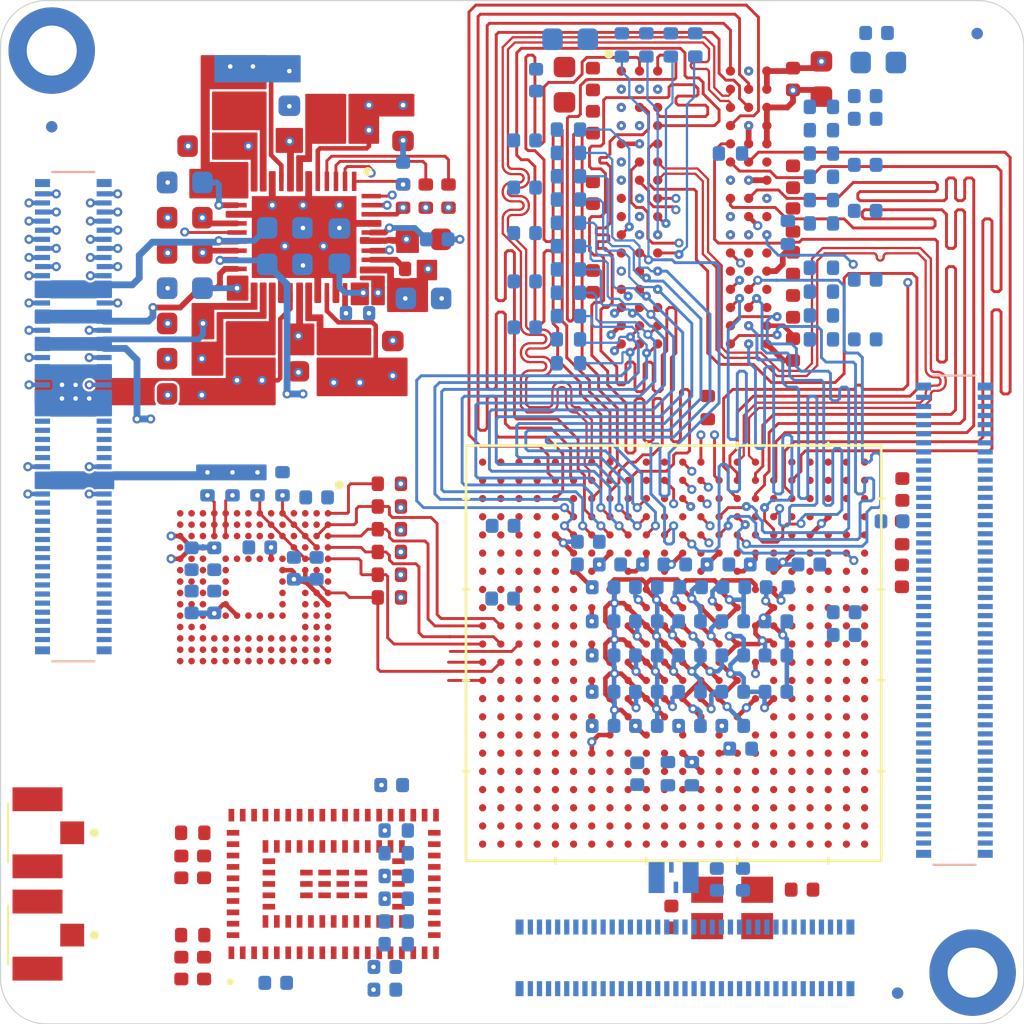
<source format=kicad_pcb>
(kicad_pcb (version 20171130) (host pcbnew "(5.1.10)-1")
  (title_block (title "Logicboard1A MPU-18x18 LFBGA448") (date 2021-08-04) (rev 3.0.0) (company www.logicboards.org))
  (layers (0 L1_Sig_Pwr.Cu mixed) (1 L2_Gnd.Cu power hide) (2 L3_Sig_Pwr.Cu mixed hide) (3 L4_Gnd_Sig.Cu mixed hide) (4 L5_Gnd_Pwr.Cu power hide) (31 L6_Sig_Pwr.Cu mixed) (34 B.Paste user hide) (35 F.Paste user hide) (36 B.SilkS user hide) (37 F.SilkS user hide) (38 B.Mask user hide) (39 F.Mask user hide) (44 Edge.Cuts user))
  (net 0 "")
  (net 1 GND)
  (net 2 NRST)
  (net 3 /HSE_IN)
  (net 4 /HSE_OUT)
  (net 5 /LSE_IN)
  (net 6 "Net-(C105-Pad1)")
  (net 7 PMIC_VREF_DDR)
  (net 8 PMIC_LDO3_VTT_DDR)
  (net 9 PMIC_VOUT2_VDD_DDR)
  (net 10 PMIC_VOUT3_VDD)
  (net 11 PMIC_VOUT1_VDD_CORE)
  (net 12 "Net-(C317-Pad1)")
  (net 13 PMIC_VOUT4_3V3)
  (net 14 "Net-(C330-Pad1)")
  (net 15 MPU_VDDA_1V8_REG)
  (net 16 PMIC_LDO4_VDD_USB)
  (net 17 "Net-(C342-Pad1)")
  (net 18 5V_VIN)
  (net 19 "Net-(C409-Pad2)")
  (net 20 "Net-(C410-Pad1)")
  (net 21 PMIC_LDO1_1V8)
  (net 22 PMIC_LDO6_1V0)
  (net 23 PMIC_LDO2_2V9)
  (net 24 PMIC_LDO5_2V9)
  (net 25 VDDOUT_VDDIO)
  (net 26 BT_RF_OUT)
  (net 27 "Net-(C603-Pad1)")
  (net 28 "Net-(C604-Pad1)")
  (net 29 "Net-(C605-Pad1)")
  (net 30 "Net-(L401-Pad1)")
  (net 31 "Net-(L402-Pad1)")
  (net 32 "Net-(L403-Pad1)")
  (net 33 "Net-(L404-Pad1)")
  (net 34 "Net-(R101-Pad1)")
  (net 35 I2C4_SCL)
  (net 36 I2C4_SDA)
  (net 37 "Net-(R201-Pad1)")
  (net 38 /MPU_DDR3L_Memory/DDR_A0)
  (net 39 /MPU_DDR3L_Memory/DDR_A1)
  (net 40 /MPU_DDR3L_Memory/DDR_A2)
  (net 41 /MPU_DDR3L_Memory/DDR_A3)
  (net 42 /MPU_DDR3L_Memory/DDR_A4)
  (net 43 /MPU_DDR3L_Memory/DDR_A5)
  (net 44 /MPU_DDR3L_Memory/DDR_A6)
  (net 45 /MPU_DDR3L_Memory/DDR_A7)
  (net 46 "Net-(R210-Pad1)")
  (net 47 /MPU_DDR3L_Memory/DDR_A8)
  (net 48 /MPU_DDR3L_Memory/DDR_A9)
  (net 49 /MPU_DDR3L_Memory/DDR_A10)
  (net 50 /MPU_DDR3L_Memory/DDR_A11)
  (net 51 /MPU_DDR3L_Memory/DDR_A12)
  (net 52 /MPU_DDR3L_Memory/DDR_A13)
  (net 53 /MPU_DDR3L_Memory/DDR_A14)
  (net 54 /MPU_DDR3L_Memory/DDR_BA0)
  (net 55 /MPU_DDR3L_Memory/DDR_BA1)
  (net 56 /MPU_DDR3L_Memory/DDR_BA2)
  (net 57 /MPU_DDR3L_Memory/DDR_RESETN)
  (net 58 /MPU_DDR3L_Memory/DDR_CKE)
  (net 59 /MPU_DDR3L_Memory/DDR_RASN)
  (net 60 /MPU_DDR3L_Memory/DDR_ODT)
  (net 61 /MPU_DDR3L_Memory/DDR_CASN)
  (net 62 /MPU_DDR3L_Memory/DDR_CLK_N)
  (net 63 /MPU_DDR3L_Memory/DDR_CLK_P)
  (net 64 /MPU_DDR3L_Memory/DDR_CSN)
  (net 65 /MPU_DDR3L_Memory/DDR_WEN)
  (net 66 VBAT)
  (net 67 "Net-(R401-Pad1)")
  (net 68 "Net-(R402-Pad1)")
  (net 69 SDMMC2_D0)
  (net 70 SDMMC2_D1)
  (net 71 SDMMC2_D2)
  (net 72 SDMMC2_D3)
  (net 73 SDMMC2_D4)
  (net 74 SDMMC2_D5)
  (net 75 SDMMC2_D6)
  (net 76 SDMMC2_D7)
  (net 77 SDMMC2_CK)
  (net 78 SDMMC2_CMD)
  (net 79 SDMMC3_D2)
  (net 80 SDMMC3_D1)
  (net 81 SDMMC3_D0)
  (net 82 SDMMC3_CK)
  (net 83 SDMMC3_D3)
  (net 84 SDMMC3_CMD)
  (net 85 BT_HOST_WAKE)
  (net 86 WL_REG_ON)
  (net 87 PE13)
  (net 88 PK6)
  (net 89 PK4)
  (net 90 PJ13)
  (net 91 PD10)
  (net 92 PD5)
  (net 93 DSI_D0_N)
  (net 94 DSI_CK_N)
  (net 95 DSI_D1_N)
  (net 96 "Net-(U101-PadA20)")
  (net 97 "Net-(U101-PadA21)")
  (net 98 PH10)
  (net 99 PH11)
  (net 100 PE14)
  (net 101 PK7)
  (net 102 PK3)
  (net 103 PJ14)
  (net 104 PJ12)
  (net 105 PD1)
  (net 106 DSI_D0_P)
  (net 107 DSI_CK_P)
  (net 108 DSI_D1_P)
  (net 109 "Net-(U101-PadB20)")
  (net 110 "Net-(U101-PadB21)")
  (net 111 "Net-(U101-PadB22)")
  (net 112 PH15)
  (net 113 PH14)
  (net 114 PE15)
  (net 115 PE0)
  (net 116 PK5)
  (net 117 PJ15)
  (net 118 PD4)
  (net 119 PD0)
  (net 120 "Net-(U101-PadC21)")
  (net 121 "Net-(U101-PadC22)")
  (net 122 PI0)
  (net 123 PI14)
  (net 124 PH13)
  (net 125 PE11)
  (net 126 PH8)
  (net 127 PE1)
  (net 128 PK0)
  (net 129 SDMMC1_CMD)
  (net 130 PC7)
  (net 131 SDMMC1_D1)
  (net 132 SDMMC1_D3)
  (net 133 JTDI)
  (net 134 STLINK_SWCLK)
  (net 135 "Net-(U101-PadD20)")
  (net 136 "Net-(U101-PadD21)")
  (net 137 "Net-(U101-PadD22)")
  (net 138 PI2)
  (net 139 PI1)
  (net 140 PI3)
  (net 141 PE12)
  (net 142 PH9)
  (net 143 PK1)
  (net 144 PK2)
  (net 145 PE6)
  (net 146 PA15)
  (net 147 SDMMC1_CK)
  (net 148 PC6)
  (net 149 SDMMC1_D0)
  (net 150 JTRST)
  (net 151 JTDO_TRACESWO)
  (net 152 STLINK_SWDIO)
  (net 153 /MPU_DDR3L_Memory/DDR_DQ3)
  (net 154 /MPU_DDR3L_Memory/DDR_DQ0)
  (net 155 "Net-(U101-PadE22)")
  (net 156 PI7)
  (net 157 PI5)
  (net 158 PI15)
  (net 159 BT_PCM_WS)
  (net 160 PH12)
  (net 161 PB7)
  (net 162 PB9)
  (net 163 PF2)
  (net 164 SDMMC1_D2)
  (net 165 PE4)
  (net 166 /MPU_DDR3L_Memory/DDR_DQ1)
  (net 167 BT_PCM_CLK)
  (net 168 BT_REG_ON)
  (net 169 PI6)
  (net 170 /MPU_DDR3L_Memory/DDR_DQ7)
  (net 171 /MPU_DDR3L_Memory/DDR_DQM0)
  (net 172 /MPU_DDR3L_Memory/DDR_DQS0_N)
  (net 173 /MPU_DDR3L_Memory/DDR_DQS0_P)
  (net 174 PI13)
  (net 175 PI12)
  (net 176 BT_DEV_WAKE)
  (net 177 BT_PCM_SDI)
  (net 178 PJ7)
  (net 179 /MPU_DDR3L_Memory/DDR_DQ5)
  (net 180 /MPU_DDR3L_Memory/DDR_DQ2)
  (net 181 /MPU_DDR3L_Memory/DDR_DQ6)
  (net 182 PJ3)
  (net 183 PJ0)
  (net 184 PJ9)
  (net 185 PG12)
  (net 186 PI9)
  (net 187 PI4)
  (net 188 /MPU_DDR3L_Memory/DDR_DQ4)
  (net 189 PJ5)
  (net 190 PJ4)
  (net 191 PJ2)
  (net 192 BT_PCM_SDO)
  (net 193 PJ11)
  (net 194 "Net-(U101-PadK21)")
  (net 195 WL_HOST_WAKE)
  (net 196 PJ10)
  (net 197 PD6)
  (net 198 PJ8)
  (net 199 PJ6)
  (net 200 PJ1)
  (net 201 "Net-(U101-PadL22)")
  (net 202 PD8)
  (net 203 PD9)
  (net 204 PD14)
  (net 205 "Net-(U101-PadM19)")
  (net 206 PI8)
  (net 207 PMIC_WAKEUP)
  (net 208 BOOT0)
  (net 209 BOOT1)
  (net 210 /MPU_DDR3L_Memory/DDR_DQ8)
  (net 211 BOOT2)
  (net 212 /MPU_DDR3L_Memory/DDR_DQ10)
  (net 213 PA14)
  (net 214 ANA0)
  (net 215 /MPU_DDR3L_Memory/DDR_DQ13)
  (net 216 /MPU_DDR3L_Memory/DDR_DQ9)
  (net 217 /MPU_DDR3L_Memory/DDR_DQS1_N)
  (net 218 PI11)
  (net 219 PA3)
  (net 220 ANA1)
  (net 221 /MPU_DDR3L_Memory/DDR_DQ11)
  (net 222 /MPU_DDR3L_Memory/DDR_DQM1)
  (net 223 /MPU_DDR3L_Memory/DDR_DQS1_P)
  (net 224 "Net-(U101-PadU1)")
  (net 225 PC3)
  (net 226 PG3)
  (net 227 PA5)
  (net 228 PG5)
  (net 229 PC0)
  (net 230 PG11)
  (net 231 /MPU_DDR3L_Memory/DDR_DQ14)
  (net 232 POWER_ON)
  (net 233 PF3)
  (net 234 PA1)
  (net 235 PA4)
  (net 236 PF14)
  (net 237 PF12)
  (net 238 BT_USART3_TX)
  (net 239 PB13)
  (net 240 PH6)
  (net 241 PF10)
  (net 242 PB2)
  (net 243 PD13)
  (net 244 OTG_VBUS)
  (net 245 /MPU_DDR3L_Memory/DDR_DQ12)
  (net 246 /MPU_DDR3L_Memory/DDR_DQ15)
  (net 247 "Net-(U101-PadV22)")
  (net 248 BT_USART3_CTS)
  (net 249 PH7)
  (net 250 PA13)
  (net 251 PG2)
  (net 252 PG0)
  (net 253 PF15)
  (net 254 PF13)
  (net 255 PF11)
  (net 256 PA6)
  (net 257 PE7)
  (net 258 PE9)
  (net 259 BT_USART3_RTS)
  (net 260 PB6)
  (net 261 PE10)
  (net 262 PG9)
  (net 263 PA12)
  (net 264 "Net-(U101-PadW20)")
  (net 265 "Net-(U101-PadW21)")
  (net 266 "Net-(U101-PadW22)")
  (net 267 PC2)
  (net 268 PE2)
  (net 269 PG1)
  (net 270 PB11)
  (net 271 PH3)
  (net 272 PG8)
  (net 273 PA7)
  (net 274 PG7)
  (net 275 PE8)
  (net 276 PA11)
  (net 277 PA10)
  (net 278 "Net-(U101-PadY21)")
  (net 279 "Net-(U101-PadY22)")
  (net 280 PG13)
  (net 281 PG14)
  (net 282 PA0_WAKEUP)
  (net 283 PB1)
  (net 284 PC5)
  (net 285 BT_USART3_RX)
  (net 286 PB5)
  (net 287 PG10)
  (net 288 PF7)
  (net 289 PF6)
  (net 290 USB2_N)
  (net 291 USB1_P)
  (net 292 "Net-(U101-PadAA19)")
  (net 293 "Net-(U101-PadAA20)")
  (net 294 "Net-(U101-PadAA21)")
  (net 295 "Net-(U101-PadAA22)")
  (net 296 PA2)
  (net 297 PC1)
  (net 298 PG4)
  (net 299 PB0)
  (net 300 PC4)
  (net 301 PH2)
  (net 302 PB8)
  (net 303 PD11)
  (net 304 LPO_32)
  (net 305 PF9)
  (net 306 USB2_P)
  (net 307 USB1_N)
  (net 308 "Net-(U101-PadAB20)")
  (net 309 "Net-(U101-PadAB21)")
  (net 310 PONKEYn)
  (net 311 PMIC_VBUSOTG)
  (net 312 SW_OUT)
  (net 313 "Net-(U501-PadA7)")
  (net 314 "Net-(U501-PadA10)")
  (net 315 "Net-(U501-PadA11)")
  (net 316 "Net-(U501-PadA12)")
  (net 317 "Net-(U501-PadA13)")
  (net 318 "Net-(U501-PadA14)")
  (net 319 "Net-(U501-PadB1)")
  (net 320 "Net-(U501-PadB9)")
  (net 321 "Net-(U501-PadB10)")
  (net 322 "Net-(U501-PadB11)")
  (net 323 "Net-(U501-PadB12)")
  (net 324 "Net-(U501-PadB13)")
  (net 325 "Net-(U501-PadB14)")
  (net 326 "Net-(U501-PadC8)")
  (net 327 "Net-(U501-PadC9)")
  (net 328 "Net-(U501-PadC10)")
  (net 329 "Net-(U501-PadC11)")
  (net 330 "Net-(U501-PadC12)")
  (net 331 "Net-(U501-PadC13)")
  (net 332 "Net-(U501-PadC14)")
  (net 333 "Net-(U501-PadD1)")
  (net 334 "Net-(U501-PadD12)")
  (net 335 "Net-(U501-PadD13)")
  (net 336 "Net-(U501-PadD14)")
  (net 337 "Net-(U501-PadE5)")
  (net 338 "Net-(U501-PadE8)")
  (net 339 "Net-(U501-PadE9)")
  (net 340 "Net-(U501-PadE10)")
  (net 341 "Net-(U501-PadE12)")
  (net 342 "Net-(U501-PadE13)")
  (net 343 "Net-(U501-PadE14)")
  (net 344 "Net-(U501-PadF3)")
  (net 345 "Net-(U501-PadF10)")
  (net 346 "Net-(U501-PadF12)")
  (net 347 "Net-(U501-PadF13)")
  (net 348 "Net-(U501-PadF14)")
  (net 349 "Net-(U501-PadG2)")
  (net 350 "Net-(U501-PadG3)")
  (net 351 "Net-(U501-PadG10)")
  (net 352 "Net-(U501-PadG12)")
  (net 353 "Net-(U501-PadG13)")
  (net 354 "Net-(U501-PadG14)")
  (net 355 "Net-(U501-PadH1)")
  (net 356 "Net-(U501-PadH2)")
  (net 357 "Net-(U501-PadH3)")
  (net 358 "Net-(U501-PadH5)")
  (net 359 "Net-(U501-PadH12)")
  (net 360 "Net-(U501-PadH13)")
  (net 361 "Net-(U501-PadH14)")
  (net 362 "Net-(U501-PadJ12)")
  (net 363 "Net-(U501-PadJ13)")
  (net 364 "Net-(U501-PadJ14)")
  (net 365 "Net-(U501-PadK6)")
  (net 366 "Net-(U501-PadK7)")
  (net 367 "Net-(U501-PadK10)")
  (net 368 "Net-(U501-PadK12)")
  (net 369 "Net-(U501-PadK13)")
  (net 370 "Net-(U501-PadK14)")
  (net 371 "Net-(U501-PadL12)")
  (net 372 "Net-(U501-PadL13)")
  (net 373 "Net-(U501-PadL14)")
  (net 374 "Net-(U501-PadM1)")
  (net 375 "Net-(U501-PadM2)")
  (net 376 "Net-(U501-PadM3)")
  (net 377 "Net-(U501-PadM7)")
  (net 378 "Net-(U501-PadM8)")
  (net 379 "Net-(U501-PadM9)")
  (net 380 "Net-(U501-PadM10)")
  (net 381 "Net-(U501-PadM11)")
  (net 382 "Net-(U501-PadM12)")
  (net 383 "Net-(U501-PadM13)")
  (net 384 "Net-(U501-PadM14)")
  (net 385 "Net-(U501-PadN1)")
  (net 386 "Net-(U501-PadN3)")
  (net 387 "Net-(U501-PadN6)")
  (net 388 "Net-(U501-PadN7)")
  (net 389 "Net-(U501-PadN8)")
  (net 390 "Net-(U501-PadN9)")
  (net 391 "Net-(U501-PadN10)")
  (net 392 "Net-(U501-PadN11)")
  (net 393 "Net-(U501-PadN12)")
  (net 394 "Net-(U501-PadN13)")
  (net 395 "Net-(U501-PadN14)")
  (net 396 "Net-(U501-PadP2)")
  (net 397 "Net-(U501-PadP7)")
  (net 398 "Net-(U501-PadP8)")
  (net 399 "Net-(U501-PadP9)")
  (net 400 "Net-(U501-PadP10)")
  (net 401 "Net-(U501-PadP11)")
  (net 402 "Net-(U501-PadP12)")
  (net 403 "Net-(U501-PadP13)")
  (net 404 "Net-(U501-PadP14)")
  (net 405 "Net-(U601-Pad8)")
  (net 406 "Net-(U601-Pad12)")
  (net 407 "Net-(U601-Pad16)")
  (net 408 "Net-(U601-Pad17)")
  (net 409 "Net-(U601-Pad18)")
  (net 410 "Net-(U601-Pad37)")
  (net 411 "Net-(U601-Pad38)")
  (net 412 "Net-(U601-Pad39)")
  (net 413 "Net-(U601-Pad40)")
  (net 414 "Net-(U601-Pad41)")
  (net 415 "Net-(U601-Pad42)")
  (net 416 "Net-(U601-Pad43)")
  (net 417 "Net-(U601-Pad44)")
  (net 418 "Net-(U601-Pad45)")
  (net 419 "Net-(U601-Pad46)")
  (net 420 "Net-(U601-Pad54)")
  (net 421 "Net-(U601-Pad55)")
  (net 422 "Net-(U601-Pad56)")
  (net 423 "Net-(U601-Pad61)")
  (net 424 "Net-(U601-Pad62)")
  (net 425 "Net-(U601-Pad63)")
  (net 426 "Net-(U601-Pad64)")
  (net 427 "Net-(U601-Pad66)")
  (net 428 "Net-(U601-Pad67)")
  (net 429 "Net-(U601-Pad68)")
  (net 430 "Net-(U601-Pad69)")
  (net 431 "Net-(U601-Pad70)")
  (net 432 "Net-(U601-Pad71)")
  (net 433 "Net-(U601-Pad74)")
  (net 434 "Net-(U601-Pad75)")
  (net 435 "Net-(U601-Pad76)")
  (net 436 "Net-(U601-Pad77)")
  (net 437 "Net-(U601-Pad78)")
  (net 438 "Net-(U601-Pad79)")
  (net 439 "Net-(U601-Pad81)")
  (net 440 "Net-(U601-Pad86)")
  (net 441 "Net-(U601-Pad87)")
  (net 442 "Net-(U601-Pad88)")
  (net 443 "Net-(U601-Pad89)")
  (net 444 "Net-(U601-Pad90)")
  (net 445 "Net-(U601-Pad91)")
  (net 446 "Net-(U601-Pad92)")
  (net 447 "Net-(U601-Pad93)")
  (net 448 "Net-(U701-Pad29)")
  (net 449 "Net-(U701-Pad30)")
  (net 450 "Net-(U701-Pad31)")
  (net 451 "Net-(U701-Pad32)")
  (net 452 "Net-(U701-Pad33)")
  (net 453 "Net-(U701-Pad34)")
  (net 454 "Net-(U701-Pad35)")
  (net 455 "Net-(U701-Pad36)")
  (net 456 "Net-(U701-Pad37)")
  (net 457 "Net-(U701-Pad38)")
  (net 458 "Net-(U701-Pad39)")
  (net 459 "Net-(U701-Pad40)")
  (net 460 "Net-(U702-Pad26)")
  (net 461 "Net-(U702-Pad27)")
  (net 462 "Net-(U702-Pad28)")
  (net 463 "Net-(U702-Pad29)")
  (net 464 "Net-(U702-Pad30)")
  (net 465 "Net-(U702-Pad31)")
  (net 466 "Net-(U702-Pad32)")
  (net 467 "Net-(U702-Pad41)")
  (net 468 "Net-(U702-Pad42)")
  (net 469 "Net-(U702-Pad43)")
  (net 470 "Net-(U702-Pad44)")
  (net 471 "Net-(U702-Pad45)")
  (net 472 "Net-(U702-Pad46)")
  (net 473 "Net-(U702-Pad47)")
  (net 474 "Net-(U702-Pad48)")
  (net 475 "Net-(U702-Pad49)")
  (net 476 "Net-(U702-Pad50)")
  (net 477 "Net-(U703-Pad35)")
  (net 478 "Net-(U703-Pad36)")
  (net 479 "Net-(U703-Pad37)")
  (net 480 "Net-(U703-Pad38)")
  (net 481 "Net-(U703-Pad39)")
  (net 482 "Net-(U703-Pad40)")
  (net 483 "Net-(U703-Pad41)")
  (net 484 "Net-(U703-Pad42)")
  (net 485 "Net-(U703-Pad43)")
  (net 486 "Net-(U703-Pad44)")
  (net 487 "Net-(U703-Pad45)")
  (net 488 "Net-(U703-Pad46)")
  (net 489 "Net-(U703-Pad47)")
  (net 490 "Net-(U703-Pad48)")
  (net 491 "Net-(U703-Pad49)")
  (net 492 "Net-(U703-Pad50)")
  (net 493 "Net-(U703-Pad51)")
  (net 494 "Net-(U703-Pad52)")
  (net 495 "Net-(U703-Pad53)")
  (net 496 "Net-(U703-Pad54)")
  (net 497 "Net-(X101-Pad1)")
  (net 498 "Net-(C508-Pad1)")
  (net 499 VDDA)
  (module U_Package_BGA:STM32MP157CAA3 (layer L1_Sig_Pwr.Cu) (at 129.6 113.7 90)
    (fp_text reference U101)
    (fp_text value STM32MP157CAA3 hide)
    (pad A1 smd circle (at -8.399999 -8.399999 90) (size 0.32 0.32) (layers L1_Sig_Pwr.Cu F.Paste F.Mask) (net 1 GND))
    (pad A2 smd circle (at -7.599999 -8.399999 90) (size 0.32 0.32) (layers L1_Sig_Pwr.Cu F.Paste F.Mask) (net 85 BT_HOST_WAKE))
    (pad A3 smd circle (at -6.799999 -8.399999 90) (size 0.32 0.32) (layers L1_Sig_Pwr.Cu F.Paste F.Mask) (net 86 WL_REG_ON))
    (pad A4 smd circle (at -5.999999 -8.399999 90) (size 0.32 0.32) (layers L1_Sig_Pwr.Cu F.Paste F.Mask) (net 87 PE13))
    (pad A5 smd circle (at -5.199999 -8.399999 90) (size 0.32 0.32) (layers L1_Sig_Pwr.Cu F.Paste F.Mask) (net 88 PK6))
    (pad A6 smd circle (at -4.399999 -8.399999 90) (size 0.32 0.32) (layers L1_Sig_Pwr.Cu F.Paste F.Mask) (net 89 PK4))
    (pad A7 smd circle (at -3.6 -8.399999 90) (size 0.32 0.32) (layers L1_Sig_Pwr.Cu F.Paste F.Mask) (net 90 PJ13))
    (pad A8 smd circle (at -2.8 -8.399999 90) (size 0.32 0.32) (layers L1_Sig_Pwr.Cu F.Paste F.Mask) (net 91 PD10))
    (pad A9 smd circle (at -2 -8.399999 90) (size 0.32 0.32) (layers L1_Sig_Pwr.Cu F.Paste F.Mask) (net 92 PD5))
    (pad A10 smd circle (at -1.2 -8.399999 90) (size 0.32 0.32) (layers L1_Sig_Pwr.Cu F.Paste F.Mask) (net 77 SDMMC2_CK))
    (pad A11 smd circle (at -0.4 -8.399999 90) (size 0.32 0.32) (layers L1_Sig_Pwr.Cu F.Paste F.Mask) (net 74 SDMMC2_D5))
    (pad A12 smd circle (at 0.4 -8.399999 90) (size 0.32 0.32) (layers L1_Sig_Pwr.Cu F.Paste F.Mask) (net 71 SDMMC2_D2))
    (pad A13 smd circle (at 1.2 -8.399999 90) (size 0.32 0.32) (layers L1_Sig_Pwr.Cu F.Paste F.Mask) (net 69 SDMMC2_D0))
    (pad A14 smd circle (at 2 -8.399999 90) (size 0.32 0.32) (layers L1_Sig_Pwr.Cu F.Paste F.Mask) (net 10 PMIC_VOUT3_VDD))
    (pad A15 smd circle (at 2.8 -8.399999 90) (size 0.32 0.32) (layers L1_Sig_Pwr.Cu F.Paste F.Mask) (net 93 DSI_D0_N))
    (pad A16 smd circle (at 3.6 -8.399999 90) (size 0.32 0.32) (layers L1_Sig_Pwr.Cu F.Paste F.Mask) (net 94 DSI_CK_N))
    (pad A17 smd circle (at 4.4 -8.399999 90) (size 0.32 0.32) (layers L1_Sig_Pwr.Cu F.Paste F.Mask) (net 95 DSI_D1_N))
    (pad A18 smd circle (at 5.199999 -8.399999 90) (size 0.32 0.32) (layers L1_Sig_Pwr.Cu F.Paste F.Mask) (net 17 "Net-(C342-Pad1)"))
    (pad A19 smd circle (at 5.999999 -8.399999 90) (size 0.32 0.32) (layers L1_Sig_Pwr.Cu F.Paste F.Mask) (net 1 GND))
    (pad A20 smd circle (at 6.799999 -8.399999 90) (size 0.32 0.32) (layers L1_Sig_Pwr.Cu F.Paste F.Mask) (net 96 "Net-(U101-PadA20)"))
    (pad A21 smd circle (at 7.599999 -8.399999 90) (size 0.32 0.32) (layers L1_Sig_Pwr.Cu F.Paste F.Mask) (net 97 "Net-(U101-PadA21)"))
    (pad A22 smd circle (at 8.399999 -8.399999 90) (size 0.32 0.32) (layers L1_Sig_Pwr.Cu F.Paste F.Mask) (net 1 GND))
    (pad B1 smd circle (at -8.399999 -7.599999 90) (size 0.32 0.32) (layers L1_Sig_Pwr.Cu F.Paste F.Mask) (net 98 PH10))
    (pad B2 smd circle (at -7.599999 -7.599999 90) (size 0.32 0.32) (layers L1_Sig_Pwr.Cu F.Paste F.Mask) (net 1 GND))
    (pad B3 smd circle (at -6.799999 -7.599999 90) (size 0.32 0.32) (layers L1_Sig_Pwr.Cu F.Paste F.Mask) (net 99 PH11))
    (pad B4 smd circle (at -5.999999 -7.599999 90) (size 0.32 0.32) (layers L1_Sig_Pwr.Cu F.Paste F.Mask) (net 100 PE14))
    (pad B5 smd circle (at -5.199999 -7.599999 90) (size 0.32 0.32) (layers L1_Sig_Pwr.Cu F.Paste F.Mask) (net 101 PK7))
    (pad B6 smd circle (at -4.399999 -7.599999 90) (size 0.32 0.32) (layers L1_Sig_Pwr.Cu F.Paste F.Mask) (net 102 PK3))
    (pad B7 smd circle (at -3.6 -7.599999 90) (size 0.32 0.32) (layers L1_Sig_Pwr.Cu F.Paste F.Mask) (net 103 PJ14))
    (pad B8 smd circle (at -2.8 -7.599999 90) (size 0.32 0.32) (layers L1_Sig_Pwr.Cu F.Paste F.Mask) (net 104 PJ12))
    (pad B9 smd circle (at -2 -7.599999 90) (size 0.32 0.32) (layers L1_Sig_Pwr.Cu F.Paste F.Mask) (net 84 SDMMC3_CMD))
    (pad B10 smd circle (at -1.2 -7.599999 90) (size 0.32 0.32) (layers L1_Sig_Pwr.Cu F.Paste F.Mask) (net 105 PD1))
    (pad B11 smd circle (at -0.4 -7.599999 90) (size 0.32 0.32) (layers L1_Sig_Pwr.Cu F.Paste F.Mask) (net 76 SDMMC2_D7))
    (pad B12 smd circle (at 0.4 -7.599999 90) (size 0.32 0.32) (layers L1_Sig_Pwr.Cu F.Paste F.Mask) (net 70 SDMMC2_D1))
    (pad B13 smd circle (at 1.2 -7.599999 90) (size 0.32 0.32) (layers L1_Sig_Pwr.Cu F.Paste F.Mask) (net 73 SDMMC2_D4))
    (pad B14 smd circle (at 2 -7.599999 90) (size 0.32 0.32) (layers L1_Sig_Pwr.Cu F.Paste F.Mask) (net 15 MPU_VDDA_1V8_REG))
    (pad B15 smd circle (at 2.8 -7.599999 90) (size 0.32 0.32) (layers L1_Sig_Pwr.Cu F.Paste F.Mask) (net 106 DSI_D0_P))
    (pad B16 smd circle (at 3.6 -7.599999 90) (size 0.32 0.32) (layers L1_Sig_Pwr.Cu F.Paste F.Mask) (net 107 DSI_CK_P))
    (pad B17 smd circle (at 4.4 -7.599999 90) (size 0.32 0.32) (layers L1_Sig_Pwr.Cu F.Paste F.Mask) (net 108 DSI_D1_P))
    (pad B18 smd circle (at 5.199999 -7.599999 90) (size 0.32 0.32) (layers L1_Sig_Pwr.Cu F.Paste F.Mask) (net 17 "Net-(C342-Pad1)"))
    (pad B19 smd circle (at 5.999999 -7.599999 90) (size 0.32 0.32) (layers L1_Sig_Pwr.Cu F.Paste F.Mask) (net 1 GND))
    (pad B20 smd circle (at 6.799999 -7.599999 90) (size 0.32 0.32) (layers L1_Sig_Pwr.Cu F.Paste F.Mask) (net 109 "Net-(U101-PadB20)"))
    (pad B21 smd circle (at 7.599999 -7.599999 90) (size 0.32 0.32) (layers L1_Sig_Pwr.Cu F.Paste F.Mask) (net 110 "Net-(U101-PadB21)"))
    (pad B22 smd circle (at 8.399999 -7.599999 90) (size 0.32 0.32) (layers L1_Sig_Pwr.Cu F.Paste F.Mask) (net 111 "Net-(U101-PadB22)"))
    (pad C1 smd circle (at -8.399999 -6.799999 90) (size 0.32 0.32) (layers L1_Sig_Pwr.Cu F.Paste F.Mask) (net 112 PH15))
    (pad C2 smd circle (at -7.599999 -6.799999 90) (size 0.32 0.32) (layers L1_Sig_Pwr.Cu F.Paste F.Mask) (net 113 PH14))
    (pad C3 smd circle (at -6.799999 -6.799999 90) (size 0.32 0.32) (layers L1_Sig_Pwr.Cu F.Paste F.Mask) (net 1 GND))
    (pad C4 smd circle (at -5.999999 -6.799999 90) (size 0.32 0.32) (layers L1_Sig_Pwr.Cu F.Paste F.Mask) (net 114 PE15))
    (pad C5 smd circle (at -5.199999 -6.799999 90) (size 0.32 0.32) (layers L1_Sig_Pwr.Cu F.Paste F.Mask) (net 115 PE0))
    (pad C6 smd circle (at -4.399999 -6.799999 90) (size 0.32 0.32) (layers L1_Sig_Pwr.Cu F.Paste F.Mask) (net 116 PK5))
    (pad C7 smd circle (at -3.6 -6.799999 90) (size 0.32 0.32) (layers L1_Sig_Pwr.Cu F.Paste F.Mask) (net 117 PJ15))
    (pad C8 smd circle (at -2.8 -6.799999 90) (size 0.32 0.32) (layers L1_Sig_Pwr.Cu F.Paste F.Mask) (net 1 GND))
    (pad C9 smd circle (at -2 -6.799999 90) (size 0.32 0.32) (layers L1_Sig_Pwr.Cu F.Paste F.Mask) (net 118 PD4))
    (pad C10 smd circle (at -1.2 -6.799999 90) (size 0.32 0.32) (layers L1_Sig_Pwr.Cu F.Paste F.Mask) (net 119 PD0))
    (pad C11 smd circle (at -0.4 -6.799999 90) (size 0.32 0.32) (layers L1_Sig_Pwr.Cu F.Paste F.Mask) (net 1 GND))
    (pad C12 smd circle (at 0.4 -6.799999 90) (size 0.32 0.32) (layers L1_Sig_Pwr.Cu F.Paste F.Mask) (net 75 SDMMC2_D6))
    (pad C13 smd circle (at 1.2 -6.799999 90) (size 0.32 0.32) (layers L1_Sig_Pwr.Cu F.Paste F.Mask) (net 72 SDMMC2_D3))
    (pad C14 smd circle (at 2 -6.799999 90) (size 0.32 0.32) (layers L1_Sig_Pwr.Cu F.Paste F.Mask) (net 1 GND))
    (pad C15 smd circle (at 2.8 -6.799999 90) (size 0.32 0.32) (layers L1_Sig_Pwr.Cu F.Paste F.Mask) (net 1 GND))
    (pad C16 smd circle (at 3.6 -6.799999 90) (size 0.32 0.32) (layers L1_Sig_Pwr.Cu F.Paste F.Mask) (net 1 GND))
    (pad C17 smd circle (at 4.4 -6.799999 90) (size 0.32 0.32) (layers L1_Sig_Pwr.Cu F.Paste F.Mask) (net 1 GND))
    (pad C18 smd circle (at 5.199999 -6.799999 90) (size 0.32 0.32) (layers L1_Sig_Pwr.Cu F.Paste F.Mask) (net 1 GND))
    (pad C19 smd circle (at 5.999999 -6.799999 90) (size 0.32 0.32) (layers L1_Sig_Pwr.Cu F.Paste F.Mask) (net 1 GND))
    (pad C20 smd circle (at 6.799999 -6.799999 90) (size 0.32 0.32) (layers L1_Sig_Pwr.Cu F.Paste F.Mask) (net 1 GND))
    (pad C21 smd circle (at 7.599999 -6.799999 90) (size 0.32 0.32) (layers L1_Sig_Pwr.Cu F.Paste F.Mask) (net 120 "Net-(U101-PadC21)"))
    (pad C22 smd circle (at 8.399999 -6.799999 90) (size 0.32 0.32) (layers L1_Sig_Pwr.Cu F.Paste F.Mask) (net 121 "Net-(U101-PadC22)"))
    (pad D1 smd circle (at -8.399999 -5.999999 90) (size 0.32 0.32) (layers L1_Sig_Pwr.Cu F.Paste F.Mask) (net 122 PI0))
    (pad D2 smd circle (at -7.599999 -5.999999 90) (size 0.32 0.32) (layers L1_Sig_Pwr.Cu F.Paste F.Mask) (net 123 PI14))
    (pad D3 smd circle (at -6.799999 -5.999999 90) (size 0.32 0.32) (layers L1_Sig_Pwr.Cu F.Paste F.Mask) (net 124 PH13))
    (pad D4 smd circle (at -5.999999 -5.999999 90) (size 0.32 0.32) (layers L1_Sig_Pwr.Cu F.Paste F.Mask) (net 1 GND))
    (pad D5 smd circle (at -5.199999 -5.999999 90) (size 0.32 0.32) (layers L1_Sig_Pwr.Cu F.Paste F.Mask) (net 125 PE11))
    (pad D6 smd circle (at -4.399999 -5.999999 90) (size 0.32 0.32) (layers L1_Sig_Pwr.Cu F.Paste F.Mask) (net 126 PH8))
    (pad D7 smd circle (at -3.6 -5.999999 90) (size 0.32 0.32) (layers L1_Sig_Pwr.Cu F.Paste F.Mask) (net 127 PE1))
    (pad D8 smd circle (at -2.8 -5.999999 90) (size 0.32 0.32) (layers L1_Sig_Pwr.Cu F.Paste F.Mask) (net 128 PK0))
    (pad D9 smd circle (at -2 -5.999999 90) (size 0.32 0.32) (layers L1_Sig_Pwr.Cu F.Paste F.Mask) (net 79 SDMMC3_D2))
    (pad D10 smd circle (at -1.2 -5.999999 90) (size 0.32 0.32) (layers L1_Sig_Pwr.Cu F.Paste F.Mask) (net 82 SDMMC3_CK))
    (pad D11 smd circle (at -0.4 -5.999999 90) (size 0.32 0.32) (layers L1_Sig_Pwr.Cu F.Paste F.Mask) (net 78 SDMMC2_CMD))
    (pad D12 smd circle (at 0.4 -5.999999 90) (size 0.32 0.32) (layers L1_Sig_Pwr.Cu F.Paste F.Mask) (net 129 SDMMC1_CMD))
    (pad D13 smd circle (at 1.2 -5.999999 90) (size 0.32 0.32) (layers L1_Sig_Pwr.Cu F.Paste F.Mask) (net 130 PC7))
    (pad D14 smd circle (at 2 -5.999999 90) (size 0.32 0.32) (layers L1_Sig_Pwr.Cu F.Paste F.Mask) (net 131 SDMMC1_D1))
    (pad D15 smd circle (at 2.8 -5.999999 90) (size 0.32 0.32) (layers L1_Sig_Pwr.Cu F.Paste F.Mask) (net 132 SDMMC1_D3))
    (pad D16 smd circle (at 3.6 -5.999999 90) (size 0.32 0.32) (layers L1_Sig_Pwr.Cu F.Paste F.Mask) (net 133 JTDI))
    (pad D17 smd circle (at 4.4 -5.999999 90) (size 0.32 0.32) (layers L1_Sig_Pwr.Cu F.Paste F.Mask) (net 134 STLINK_SWCLK))
    (pad D18 smd circle (at 5.199999 -5.999999 90) (size 0.32 0.32) (layers L1_Sig_Pwr.Cu F.Paste F.Mask) (net 10 PMIC_VOUT3_VDD))
    (pad D19 smd circle (at 5.999999 -5.999999 90) (size 0.32 0.32) (layers L1_Sig_Pwr.Cu F.Paste F.Mask) (net 1 GND))
    (pad D20 smd circle (at 6.799999 -5.999999 90) (size 0.32 0.32) (layers L1_Sig_Pwr.Cu F.Paste F.Mask) (net 135 "Net-(U101-PadD20)"))
    (pad D21 smd circle (at 7.599999 -5.999999 90) (size 0.32 0.32) (layers L1_Sig_Pwr.Cu F.Paste F.Mask) (net 136 "Net-(U101-PadD21)"))
    (pad D22 smd circle (at 8.399999 -5.999999 90) (size 0.32 0.32) (layers L1_Sig_Pwr.Cu F.Paste F.Mask) (net 137 "Net-(U101-PadD22)"))
    (pad E1 smd circle (at -8.399999 -5.199999 90) (size 0.32 0.32) (layers L1_Sig_Pwr.Cu F.Paste F.Mask) (net 138 PI2))
    (pad E2 smd circle (at -7.599999 -5.199999 90) (size 0.32 0.32) (layers L1_Sig_Pwr.Cu F.Paste F.Mask) (net 139 PI1))
    (pad E3 smd circle (at -6.799999 -5.199999 90) (size 0.32 0.32) (layers L1_Sig_Pwr.Cu F.Paste F.Mask) (net 140 PI3))
    (pad E4 smd circle (at -5.999999 -5.199999 90) (size 0.32 0.32) (layers L1_Sig_Pwr.Cu F.Paste F.Mask) (net 141 PE12))
    (pad E5 smd circle (at -5.199999 -5.199999 90) (size 0.32 0.32) (layers L1_Sig_Pwr.Cu F.Paste F.Mask) (net 1 GND))
    (pad E6 smd circle (at -4.399999 -5.199999 90) (size 0.32 0.32) (layers L1_Sig_Pwr.Cu F.Paste F.Mask) (net 142 PH9))
    (pad E7 smd circle (at -3.6 -5.199999 90) (size 0.32 0.32) (layers L1_Sig_Pwr.Cu F.Paste F.Mask) (net 143 PK1))
    (pad E8 smd circle (at -2.8 -5.199999 90) (size 0.32 0.32) (layers L1_Sig_Pwr.Cu F.Paste F.Mask) (net 144 PK2))
    (pad E9 smd circle (at -2 -5.199999 90) (size 0.32 0.32) (layers L1_Sig_Pwr.Cu F.Paste F.Mask) (net 145 PE6))
    (pad E10 smd circle (at -1.2 -5.199999 90) (size 0.32 0.32) (layers L1_Sig_Pwr.Cu F.Paste F.Mask) (net 81 SDMMC3_D0))
    (pad E11 smd circle (at -0.4 -5.199999 90) (size 0.32 0.32) (layers L1_Sig_Pwr.Cu F.Paste F.Mask) (net 146 PA15))
    (pad E12 smd circle (at 0.4 -5.199999 90) (size 0.32 0.32) (layers L1_Sig_Pwr.Cu F.Paste F.Mask) (net 147 SDMMC1_CK))
    (pad E13 smd circle (at 1.2 -5.199999 90) (size 0.32 0.32) (layers L1_Sig_Pwr.Cu F.Paste F.Mask) (net 148 PC6))
    (pad E14 smd circle (at 2 -5.199999 90) (size 0.32 0.32) (layers L1_Sig_Pwr.Cu F.Paste F.Mask) (net 149 SDMMC1_D0))
    (pad E15 smd circle (at 2.8 -5.199999 90) (size 0.32 0.32) (layers L1_Sig_Pwr.Cu F.Paste F.Mask) (net 150 JTRST))
    (pad E16 smd circle (at 3.6 -5.199999 90) (size 0.32 0.32) (layers L1_Sig_Pwr.Cu F.Paste F.Mask) (net 151 JTDO_TRACESWO))
    (pad E17 smd circle (at 4.4 -5.199999 90) (size 0.32 0.32) (layers L1_Sig_Pwr.Cu F.Paste F.Mask) (net 152 STLINK_SWDIO))
    (pad E18 smd circle (at 5.199999 -5.199999 90) (size 0.32 0.32) (layers L1_Sig_Pwr.Cu F.Paste F.Mask) (net 9 PMIC_VOUT2_VDD_DDR))
    (pad E19 smd circle (at 5.999999 -5.199999 90) (size 0.32 0.32) (layers L1_Sig_Pwr.Cu F.Paste F.Mask) (net 1 GND))
    (pad E20 smd circle (at 6.799999 -5.199999 90) (size 0.32 0.32) (layers L1_Sig_Pwr.Cu F.Paste F.Mask) (net 153 /MPU_DDR3L_Memory/DDR_DQ3))
    (pad E21 smd circle (at 7.599999 -5.199999 90) (size 0.32 0.32) (layers L1_Sig_Pwr.Cu F.Paste F.Mask) (net 154 /MPU_DDR3L_Memory/DDR_DQ0))
    (pad E22 smd circle (at 8.399999 -5.199999 90) (size 0.32 0.32) (layers L1_Sig_Pwr.Cu F.Paste F.Mask) (net 155 "Net-(U101-PadE22)"))
    (pad F1 smd circle (at -8.399999 -4.399999 90) (size 0.32 0.32) (layers L1_Sig_Pwr.Cu F.Paste F.Mask) (net 156 PI7))
    (pad F2 smd circle (at -7.599999 -4.399999 90) (size 0.32 0.32) (layers L1_Sig_Pwr.Cu F.Paste F.Mask) (net 157 PI5))
    (pad F3 smd circle (at -6.799999 -4.399999 90) (size 0.32 0.32) (layers L1_Sig_Pwr.Cu F.Paste F.Mask) (net 158 PI15))
    (pad F4 smd circle (at -5.999999 -4.399999 90) (size 0.32 0.32) (layers L1_Sig_Pwr.Cu F.Paste F.Mask) (net 159 BT_PCM_WS))
    (pad F5 smd circle (at -5.199999 -4.399999 90) (size 0.32 0.32) (layers L1_Sig_Pwr.Cu F.Paste F.Mask) (net 160 PH12))
    (pad F6 smd circle (at -4.399999 -4.399999 90) (size 0.32 0.32) (layers L1_Sig_Pwr.Cu F.Paste F.Mask) (net 1 GND))
    (pad F7 smd circle (at -3.6 -4.399999 90) (size 0.32 0.32) (layers L1_Sig_Pwr.Cu F.Paste F.Mask) (net 1 GND))
    (pad F8 smd circle (at -2.8 -4.399999 90) (size 0.32 0.32) (layers L1_Sig_Pwr.Cu F.Paste F.Mask) (net 1 GND))
    (pad F9 smd circle (at -2 -4.399999 90) (size 0.32 0.32) (layers L1_Sig_Pwr.Cu F.Paste F.Mask) (net 80 SDMMC3_D1))
    (pad F10 smd circle (at -1.2 -4.399999 90) (size 0.32 0.32) (layers L1_Sig_Pwr.Cu F.Paste F.Mask) (net 83 SDMMC3_D3))
    (pad F11 smd circle (at -0.4 -4.399999 90) (size 0.32 0.32) (layers L1_Sig_Pwr.Cu F.Paste F.Mask) (net 161 PB7))
    (pad F12 smd circle (at 0.4 -4.399999 90) (size 0.32 0.32) (layers L1_Sig_Pwr.Cu F.Paste F.Mask) (net 162 PB9))
    (pad F13 smd circle (at 1.2 -4.399999 90) (size 0.32 0.32) (layers L1_Sig_Pwr.Cu F.Paste F.Mask) (net 163 PF2))
    (pad F14 smd circle (at 2 -4.399999 90) (size 0.32 0.32) (layers L1_Sig_Pwr.Cu F.Paste F.Mask) (net 164 SDMMC1_D2))
    (pad F15 smd circle (at 2.8 -4.399999 90) (size 0.32 0.32) (layers L1_Sig_Pwr.Cu F.Paste F.Mask) (net 165 PE4))
    (pad F16 smd circle (at 3.6 -4.399999 90) (size 0.32 0.32) (layers L1_Sig_Pwr.Cu F.Paste F.Mask) (net 1 GND))
    (pad F17 smd circle (at 4.4 -4.399999 90) (size 0.32 0.32) (layers L1_Sig_Pwr.Cu F.Paste F.Mask) (net 9 PMIC_VOUT2_VDD_DDR))
    (pad F18 smd circle (at 5.199999 -4.399999 90) (size 0.32 0.32) (layers L1_Sig_Pwr.Cu F.Paste F.Mask) (net 45 /MPU_DDR3L_Memory/DDR_A7))
    (pad F19 smd circle (at 5.999999 -4.399999 90) (size 0.32 0.32) (layers L1_Sig_Pwr.Cu F.Paste F.Mask) (net 57 /MPU_DDR3L_Memory/DDR_RESETN))
    (pad F20 smd circle (at 6.799999 -4.399999 90) (size 0.32 0.32) (layers L1_Sig_Pwr.Cu F.Paste F.Mask) (net 1 GND))
    (pad F21 smd circle (at 7.599999 -4.399999 90) (size 0.32 0.32) (layers L1_Sig_Pwr.Cu F.Paste F.Mask) (net 166 /MPU_DDR3L_Memory/DDR_DQ1))
    (pad G1 smd circle (at -8.399999 -3.6 90) (size 0.32 0.32) (layers L1_Sig_Pwr.Cu F.Paste F.Mask) (net 35 I2C4_SCL))
    (pad G2 smd circle (at -7.599999 -3.6 90) (size 0.32 0.32) (layers L1_Sig_Pwr.Cu F.Paste F.Mask) (net 167 BT_PCM_CLK))
    (pad G3 smd circle (at -6.799999 -3.6 90) (size 0.32 0.32) (layers L1_Sig_Pwr.Cu F.Paste F.Mask) (net 168 BT_REG_ON))
    (pad G4 smd circle (at -5.999999 -3.6 90) (size 0.32 0.32) (layers L1_Sig_Pwr.Cu F.Paste F.Mask) (net 1 GND))
    (pad G5 smd circle (at -5.199999 -3.6 90) (size 0.32 0.32) (layers L1_Sig_Pwr.Cu F.Paste F.Mask) (net 169 PI6))
    (pad G6 smd circle (at -4.399999 -3.6 90) (size 0.32 0.32) (layers L1_Sig_Pwr.Cu F.Paste F.Mask) (net 1 GND))
    (pad G8 smd circle (at -2.8 -3.6 90) (size 0.32 0.32) (layers L1_Sig_Pwr.Cu F.Paste F.Mask) (net 1 GND))
    (pad G10 smd circle (at -1.2 -3.6 90) (size 0.32 0.32) (layers L1_Sig_Pwr.Cu F.Paste F.Mask) (net 1 GND))
    (pad G12 smd circle (at 0.4 -3.6 90) (size 0.32 0.32) (layers L1_Sig_Pwr.Cu F.Paste F.Mask) (net 1 GND))
    (pad G14 smd circle (at 2 -3.6 90) (size 0.32 0.32) (layers L1_Sig_Pwr.Cu F.Paste F.Mask) (net 1 GND))
    (pad G16 smd circle (at 3.6 -3.6 90) (size 0.32 0.32) (layers L1_Sig_Pwr.Cu F.Paste F.Mask) (net 9 PMIC_VOUT2_VDD_DDR))
    (pad G17 smd circle (at 4.4 -3.6 90) (size 0.32 0.32) (layers L1_Sig_Pwr.Cu F.Paste F.Mask) (net 1 GND))
    (pad G18 smd circle (at 5.199999 -3.6 90) (size 0.32 0.32) (layers L1_Sig_Pwr.Cu F.Paste F.Mask) (net 52 /MPU_DDR3L_Memory/DDR_A13))
    (pad G19 smd circle (at 5.999999 -3.6 90) (size 0.32 0.32) (layers L1_Sig_Pwr.Cu F.Paste F.Mask) (net 170 /MPU_DDR3L_Memory/DDR_DQ7))
    (pad G20 smd circle (at 6.799999 -3.6 90) (size 0.32 0.32) (layers L1_Sig_Pwr.Cu F.Paste F.Mask) (net 171 /MPU_DDR3L_Memory/DDR_DQM0))
    (pad G21 smd circle (at 7.599999 -3.6 90) (size 0.32 0.32) (layers L1_Sig_Pwr.Cu F.Paste F.Mask) (net 172 /MPU_DDR3L_Memory/DDR_DQS0_N))
    (pad G22 smd circle (at 8.399999 -3.6 90) (size 0.32 0.32) (layers L1_Sig_Pwr.Cu F.Paste F.Mask) (net 173 /MPU_DDR3L_Memory/DDR_DQS0_P))
    (pad H1 smd circle (at -8.399999 -2.8 90) (size 0.32 0.32) (layers L1_Sig_Pwr.Cu F.Paste F.Mask) (net 174 PI13))
    (pad H2 smd circle (at -7.599999 -2.8 90) (size 0.32 0.32) (layers L1_Sig_Pwr.Cu F.Paste F.Mask) (net 175 PI12))
    (pad H3 smd circle (at -6.799999 -2.8 90) (size 0.32 0.32) (layers L1_Sig_Pwr.Cu F.Paste F.Mask) (net 176 BT_DEV_WAKE))
    (pad H4 smd circle (at -5.999999 -2.8 90) (size 0.32 0.32) (layers L1_Sig_Pwr.Cu F.Paste F.Mask) (net 36 I2C4_SDA))
    (pad H5 smd circle (at -5.199999 -2.8 90) (size 0.32 0.32) (layers L1_Sig_Pwr.Cu F.Paste F.Mask) (net 177 BT_PCM_SDI))
    (pad H6 smd circle (at -4.399999 -2.8 90) (size 0.32 0.32) (layers L1_Sig_Pwr.Cu F.Paste F.Mask) (net 178 PJ7))
    (pad H7 smd circle (at -3.6 -2.8 90) (size 0.32 0.32) (layers L1_Sig_Pwr.Cu F.Paste F.Mask) (net 1 GND))
    (pad H9 smd circle (at -2 -2.8 90) (size 0.32 0.32) (layers L1_Sig_Pwr.Cu F.Paste F.Mask) (net 11 PMIC_VOUT1_VDD_CORE))
    (pad H11 smd circle (at -0.4 -2.8 90) (size 0.32 0.32) (layers L1_Sig_Pwr.Cu F.Paste F.Mask) (net 11 PMIC_VOUT1_VDD_CORE))
    (pad H13 smd circle (at 1.2 -2.8 90) (size 0.32 0.32) (layers L1_Sig_Pwr.Cu F.Paste F.Mask) (net 11 PMIC_VOUT1_VDD_CORE))
    (pad H15 smd circle (at 2.8 -2.8 90) (size 0.32 0.32) (layers L1_Sig_Pwr.Cu F.Paste F.Mask) (net 11 PMIC_VOUT1_VDD_CORE))
    (pad H17 smd circle (at 4.4 -2.8 90) (size 0.32 0.32) (layers L1_Sig_Pwr.Cu F.Paste F.Mask) (net 9 PMIC_VOUT2_VDD_DDR))
    (pad H18 smd circle (at 5.199999 -2.8 90) (size 0.32 0.32) (layers L1_Sig_Pwr.Cu F.Paste F.Mask) (net 48 /MPU_DDR3L_Memory/DDR_A9))
    (pad H19 smd circle (at 5.999999 -2.8 90) (size 0.32 0.32) (layers L1_Sig_Pwr.Cu F.Paste F.Mask) (net 43 /MPU_DDR3L_Memory/DDR_A5))
    (pad H20 smd circle (at 6.799999 -2.8 90) (size 0.32 0.32) (layers L1_Sig_Pwr.Cu F.Paste F.Mask) (net 179 /MPU_DDR3L_Memory/DDR_DQ5))
    (pad H21 smd circle (at 7.599999 -2.8 90) (size 0.32 0.32) (layers L1_Sig_Pwr.Cu F.Paste F.Mask) (net 180 /MPU_DDR3L_Memory/DDR_DQ2))
    (pad H22 smd circle (at 8.399999 -2.8 90) (size 0.32 0.32) (layers L1_Sig_Pwr.Cu F.Paste F.Mask) (net 181 /MPU_DDR3L_Memory/DDR_DQ6))
    (pad J1 smd circle (at -8.399999 -2 90) (size 0.32 0.32) (layers L1_Sig_Pwr.Cu F.Paste F.Mask) (net 182 PJ3))
    (pad J2 smd circle (at -7.599999 -2 90) (size 0.32 0.32) (layers L1_Sig_Pwr.Cu F.Paste F.Mask) (net 183 PJ0))
    (pad J3 smd circle (at -6.799999 -2 90) (size 0.32 0.32) (layers L1_Sig_Pwr.Cu F.Paste F.Mask) (net 184 PJ9))
    (pad J4 smd circle (at -5.999999 -2 90) (size 0.32 0.32) (layers L1_Sig_Pwr.Cu F.Paste F.Mask) (net 185 PG12))
    (pad J5 smd circle (at -5.199999 -2 90) (size 0.32 0.32) (layers L1_Sig_Pwr.Cu F.Paste F.Mask) (net 186 PI9))
    (pad J6 smd circle (at -4.399999 -2 90) (size 0.32 0.32) (layers L1_Sig_Pwr.Cu F.Paste F.Mask) (net 187 PI4))
    (pad J8 smd circle (at -2.8 -2 90) (size 0.32 0.32) (layers L1_Sig_Pwr.Cu F.Paste F.Mask) (net 11 PMIC_VOUT1_VDD_CORE))
    (pad J9 smd circle (at -2 -2 90) (size 0.32 0.32) (layers L1_Sig_Pwr.Cu F.Paste F.Mask) (net 1 GND))
    (pad J10 smd circle (at -1.2 -2 90) (size 0.32 0.32) (layers L1_Sig_Pwr.Cu F.Paste F.Mask) (net 11 PMIC_VOUT1_VDD_CORE))
    (pad J11 smd circle (at -0.4 -2 90) (size 0.32 0.32) (layers L1_Sig_Pwr.Cu F.Paste F.Mask) (net 1 GND))
    (pad J12 smd circle (at 0.4 -2 90) (size 0.32 0.32) (layers L1_Sig_Pwr.Cu F.Paste F.Mask) (net 11 PMIC_VOUT1_VDD_CORE))
    (pad J13 smd circle (at 1.2 -2 90) (size 0.32 0.32) (layers L1_Sig_Pwr.Cu F.Paste F.Mask) (net 1 GND))
    (pad J14 smd circle (at 2 -2 90) (size 0.32 0.32) (layers L1_Sig_Pwr.Cu F.Paste F.Mask) (net 11 PMIC_VOUT1_VDD_CORE))
    (pad J16 smd circle (at 3.6 -2 90) (size 0.32 0.32) (layers L1_Sig_Pwr.Cu F.Paste F.Mask) (net 9 PMIC_VOUT2_VDD_DDR))
    (pad J17 smd circle (at 4.4 -2 90) (size 0.32 0.32) (layers L1_Sig_Pwr.Cu F.Paste F.Mask) (net 1 GND))
    (pad J18 smd circle (at 5.199999 -2 90) (size 0.32 0.32) (layers L1_Sig_Pwr.Cu F.Paste F.Mask) (net 40 /MPU_DDR3L_Memory/DDR_A2))
    (pad J19 smd circle (at 5.999999 -2 90) (size 0.32 0.32) (layers L1_Sig_Pwr.Cu F.Paste F.Mask) (net 41 /MPU_DDR3L_Memory/DDR_A3))
    (pad J20 smd circle (at 6.799999 -2 90) (size 0.32 0.32) (layers L1_Sig_Pwr.Cu F.Paste F.Mask) (net 1 GND))
    (pad J21 smd circle (at 7.599999 -2 90) (size 0.32 0.32) (layers L1_Sig_Pwr.Cu F.Paste F.Mask) (net 188 /MPU_DDR3L_Memory/DDR_DQ4))
    (pad K1 smd circle (at -8.399999 -1.2 90) (size 0.32 0.32) (layers L1_Sig_Pwr.Cu F.Paste F.Mask) (net 189 PJ5))
    (pad K2 smd circle (at -7.599999 -1.2 90) (size 0.32 0.32) (layers L1_Sig_Pwr.Cu F.Paste F.Mask) (net 190 PJ4))
    (pad K3 smd circle (at -6.799999 -1.2 90) (size 0.32 0.32) (layers L1_Sig_Pwr.Cu F.Paste F.Mask) (net 1 GND))
    (pad K4 smd circle (at -5.999999 -1.2 90) (size 0.32 0.32) (layers L1_Sig_Pwr.Cu F.Paste F.Mask) (net 191 PJ2))
    (pad K5 smd circle (at -5.199999 -1.2 90) (size 0.32 0.32) (layers L1_Sig_Pwr.Cu F.Paste F.Mask) (net 192 BT_PCM_SDO))
    (pad K6 smd circle (at -4.399999 -1.2 90) (size 0.32 0.32) (layers L1_Sig_Pwr.Cu F.Paste F.Mask) (net 193 PJ11))
    (pad K7 smd circle (at -3.6 -1.2 90) (size 0.32 0.32) (layers L1_Sig_Pwr.Cu F.Paste F.Mask) (net 1 GND))
    (pad K9 smd circle (at -2 -1.2 90) (size 0.32 0.32) (layers L1_Sig_Pwr.Cu F.Paste F.Mask) (net 11 PMIC_VOUT1_VDD_CORE))
    (pad K10 smd circle (at -1.2 -1.2 90) (size 0.32 0.32) (layers L1_Sig_Pwr.Cu F.Paste F.Mask) (net 1 GND))
    (pad K11 smd circle (at -0.4 -1.2 90) (size 0.32 0.32) (layers L1_Sig_Pwr.Cu F.Paste F.Mask) (net 11 PMIC_VOUT1_VDD_CORE))
    (pad K12 smd circle (at 0.4 -1.2 90) (size 0.32 0.32) (layers L1_Sig_Pwr.Cu F.Paste F.Mask) (net 1 GND))
    (pad K13 smd circle (at 1.2 -1.2 90) (size 0.32 0.32) (layers L1_Sig_Pwr.Cu F.Paste F.Mask) (net 11 PMIC_VOUT1_VDD_CORE))
    (pad K14 smd circle (at 2 -1.2 90) (size 0.32 0.32) (layers L1_Sig_Pwr.Cu F.Paste F.Mask) (net 1 GND))
    (pad K15 smd circle (at 2.8 -1.2 90) (size 0.32 0.32) (layers L1_Sig_Pwr.Cu F.Paste F.Mask) (net 11 PMIC_VOUT1_VDD_CORE))
    (pad K17 smd circle (at 4.4 -1.2 90) (size 0.32 0.32) (layers L1_Sig_Pwr.Cu F.Paste F.Mask) (net 9 PMIC_VOUT2_VDD_DDR))
    (pad K18 smd circle (at 5.199999 -1.2 90) (size 0.32 0.32) (layers L1_Sig_Pwr.Cu F.Paste F.Mask) (net 56 /MPU_DDR3L_Memory/DDR_BA2))
    (pad K19 smd circle (at 5.999999 -1.2 90) (size 0.32 0.32) (layers L1_Sig_Pwr.Cu F.Paste F.Mask) (net 38 /MPU_DDR3L_Memory/DDR_A0))
    (pad K20 smd circle (at 6.799999 -1.2 90) (size 0.32 0.32) (layers L1_Sig_Pwr.Cu F.Paste F.Mask) (net 54 /MPU_DDR3L_Memory/DDR_BA0))
    (pad K21 smd circle (at 7.599999 -1.2 90) (size 0.32 0.32) (layers L1_Sig_Pwr.Cu F.Paste F.Mask) (net 194 "Net-(U101-PadK21)"))
    (pad K22 smd circle (at 8.399999 -1.2 90) (size 0.32 0.32) (layers L1_Sig_Pwr.Cu F.Paste F.Mask) (net 46 "Net-(R210-Pad1)"))
    (pad L1 smd circle (at -8.399999 -0.4 90) (size 0.32 0.32) (layers L1_Sig_Pwr.Cu F.Paste F.Mask) (net 195 WL_HOST_WAKE))
    (pad L2 smd circle (at -7.599999 -0.4 90) (size 0.32 0.32) (layers L1_Sig_Pwr.Cu F.Paste F.Mask) (net 196 PJ10))
    (pad L3 smd circle (at -6.799999 -0.4 90) (size 0.32 0.32) (layers L1_Sig_Pwr.Cu F.Paste F.Mask) (net 197 PD6))
    (pad L4 smd circle (at -5.999999 -0.4 90) (size 0.32 0.32) (layers L1_Sig_Pwr.Cu F.Paste F.Mask) (net 198 PJ8))
    (pad L5 smd circle (at -5.199999 -0.4 90) (size 0.32 0.32) (layers L1_Sig_Pwr.Cu F.Paste F.Mask) (net 199 PJ6))
    (pad L6 smd circle (at -4.399999 -0.4 90) (size 0.32 0.32) (layers L1_Sig_Pwr.Cu F.Paste F.Mask) (net 200 PJ1))
    (pad L8 smd circle (at -2.8 -0.4 90) (size 0.32 0.32) (layers L1_Sig_Pwr.Cu F.Paste F.Mask) (net 11 PMIC_VOUT1_VDD_CORE))
    (pad L9 smd circle (at -2 -0.4 90) (size 0.32 0.32) (layers L1_Sig_Pwr.Cu F.Paste F.Mask) (net 1 GND))
    (pad L10 smd circle (at -1.2 -0.4 90) (size 0.32 0.32) (layers L1_Sig_Pwr.Cu F.Paste F.Mask) (net 11 PMIC_VOUT1_VDD_CORE))
    (pad L11 smd circle (at -0.4 -0.4 90) (size 0.32 0.32) (layers L1_Sig_Pwr.Cu F.Paste F.Mask) (net 1 GND))
    (pad L12 smd circle (at 0.4 -0.4 90) (size 0.32 0.32) (layers L1_Sig_Pwr.Cu F.Paste F.Mask) (net 11 PMIC_VOUT1_VDD_CORE))
    (pad L13 smd circle (at 1.2 -0.4 90) (size 0.32 0.32) (layers L1_Sig_Pwr.Cu F.Paste F.Mask) (net 1 GND))
    (pad L14 smd circle (at 2 -0.4 90) (size 0.32 0.32) (layers L1_Sig_Pwr.Cu F.Paste F.Mask) (net 11 PMIC_VOUT1_VDD_CORE))
    (pad L16 smd circle (at 3.6 -0.4 90) (size 0.32 0.32) (layers L1_Sig_Pwr.Cu F.Paste F.Mask) (net 9 PMIC_VOUT2_VDD_DDR))
    (pad L17 smd circle (at 4.4 -0.4 90) (size 0.32 0.32) (layers L1_Sig_Pwr.Cu F.Paste F.Mask) (net 1 GND))
    (pad L18 smd circle (at 5.199999 -0.4 90) (size 0.32 0.32) (layers L1_Sig_Pwr.Cu F.Paste F.Mask) (net 64 /MPU_DDR3L_Memory/DDR_CSN))
    (pad L19 smd circle (at 5.999999 -0.4 90) (size 0.32 0.32) (layers L1_Sig_Pwr.Cu F.Paste F.Mask) (net 1 GND))
    (pad L20 smd circle (at 6.799999 -0.4 90) (size 0.32 0.32) (layers L1_Sig_Pwr.Cu F.Paste F.Mask) (net 1 GND))
    (pad L21 smd circle (at 7.599999 -0.4 90) (size 0.32 0.32) (layers L1_Sig_Pwr.Cu F.Paste F.Mask) (net 60 /MPU_DDR3L_Memory/DDR_ODT))
    (pad L22 smd circle (at 8.399999 -0.4 90) (size 0.32 0.32) (layers L1_Sig_Pwr.Cu F.Paste F.Mask) (net 201 "Net-(U101-PadL22)"))
    (pad M1 smd circle (at -8.399999 0.4 90) (size 0.32 0.32) (layers L1_Sig_Pwr.Cu F.Paste F.Mask) (net 202 PD8))
    (pad M2 smd circle (at -7.599999 0.4 90) (size 0.32 0.32) (layers L1_Sig_Pwr.Cu F.Paste F.Mask) (net 203 PD9))
    (pad M3 smd circle (at -6.799999 0.4 90) (size 0.32 0.32) (layers L1_Sig_Pwr.Cu F.Paste F.Mask) (net 204 PD14))
    (pad M4 smd circle (at -5.999999 0.4 90) (size 0.32 0.32) (layers L1_Sig_Pwr.Cu F.Paste F.Mask) (net 12 "Net-(C317-Pad1)"))
    (pad M5 smd circle (at -5.199999 0.4 90) (size 0.32 0.32) (layers L1_Sig_Pwr.Cu F.Paste F.Mask) (net 1 GND))
    (pad M6 smd circle (at -4.399999 0.4 90) (size 0.32 0.32) (layers L1_Sig_Pwr.Cu F.Paste F.Mask) (net 10 PMIC_VOUT3_VDD))
    (pad M7 smd circle (at -3.6 0.4 90) (size 0.32 0.32) (layers L1_Sig_Pwr.Cu F.Paste F.Mask) (net 1 GND))
    (pad M9 smd circle (at -2 0.4 90) (size 0.32 0.32) (layers L1_Sig_Pwr.Cu F.Paste F.Mask) (net 10 PMIC_VOUT3_VDD))
    (pad M10 smd circle (at -1.2 0.4 90) (size 0.32 0.32) (layers L1_Sig_Pwr.Cu F.Paste F.Mask) (net 1 GND))
    (pad M11 smd circle (at -0.4 0.4 90) (size 0.32 0.32) (layers L1_Sig_Pwr.Cu F.Paste F.Mask) (net 11 PMIC_VOUT1_VDD_CORE))
    (pad M12 smd circle (at 0.4 0.4 90) (size 0.32 0.32) (layers L1_Sig_Pwr.Cu F.Paste F.Mask) (net 1 GND))
    (pad M13 smd circle (at 1.2 0.4 90) (size 0.32 0.32) (layers L1_Sig_Pwr.Cu F.Paste F.Mask) (net 11 PMIC_VOUT1_VDD_CORE))
    (pad M14 smd circle (at 2 0.4 90) (size 0.32 0.32) (layers L1_Sig_Pwr.Cu F.Paste F.Mask) (net 1 GND))
    (pad M15 smd circle (at 2.8 0.4 90) (size 0.32 0.32) (layers L1_Sig_Pwr.Cu F.Paste F.Mask) (net 11 PMIC_VOUT1_VDD_CORE))
    (pad M17 smd circle (at 4.4 0.4 90) (size 0.32 0.32) (layers L1_Sig_Pwr.Cu F.Paste F.Mask) (net 9 PMIC_VOUT2_VDD_DDR))
    (pad M18 smd circle (at 5.199999 0.4 90) (size 0.32 0.32) (layers L1_Sig_Pwr.Cu F.Paste F.Mask) (net 39 /MPU_DDR3L_Memory/DDR_A1))
    (pad M19 smd circle (at 5.999999 0.4 90) (size 0.32 0.32) (layers L1_Sig_Pwr.Cu F.Paste F.Mask) (net 205 "Net-(U101-PadM19)"))
    (pad M20 smd circle (at 6.799999 0.4 90) (size 0.32 0.32) (layers L1_Sig_Pwr.Cu F.Paste F.Mask) (net 59 /MPU_DDR3L_Memory/DDR_RASN))
    (pad M21 smd circle (at 7.599999 0.4 90) (size 0.32 0.32) (layers L1_Sig_Pwr.Cu F.Paste F.Mask) (net 65 /MPU_DDR3L_Memory/DDR_WEN))
    (pad M22 smd circle (at 8.399999 0.4 90) (size 0.32 0.32) (layers L1_Sig_Pwr.Cu F.Paste F.Mask) (net 61 /MPU_DDR3L_Memory/DDR_CASN))
    (pad N1 smd circle (at -8.399999 1.2 90) (size 0.32 0.32) (layers L1_Sig_Pwr.Cu F.Paste F.Mask) (net 206 PI8))
    (pad N2 smd circle (at -7.599999 1.2 90) (size 0.32 0.32) (layers L1_Sig_Pwr.Cu F.Paste F.Mask) (net 207 PMIC_WAKEUP))
    (pad N3 smd circle (at -6.799999 1.2 90) (size 0.32 0.32) (layers L1_Sig_Pwr.Cu F.Paste F.Mask) (net 208 BOOT0))
    (pad N4 smd circle (at -5.999999 1.2 90) (size 0.32 0.32) (layers L1_Sig_Pwr.Cu F.Paste F.Mask) (net 209 BOOT1))
    (pad N5 smd circle (at -5.199999 1.2 90) (size 0.32 0.32) (layers L1_Sig_Pwr.Cu F.Paste F.Mask) (net 10 PMIC_VOUT3_VDD))
    (pad N6 smd circle (at -4.399999 1.2 90) (size 0.32 0.32) (layers L1_Sig_Pwr.Cu F.Paste F.Mask) (net 1 GND))
    (pad N8 smd circle (at -2.8 1.2 90) (size 0.32 0.32) (layers L1_Sig_Pwr.Cu F.Paste F.Mask) (net 10 PMIC_VOUT3_VDD))
    (pad N9 smd circle (at -2 1.2 90) (size 0.32 0.32) (layers L1_Sig_Pwr.Cu F.Paste F.Mask) (net 1 GND))
    (pad N10 smd circle (at -1.2 1.2 90) (size 0.32 0.32) (layers L1_Sig_Pwr.Cu F.Paste F.Mask) (net 10 PMIC_VOUT3_VDD))
    (pad N11 smd circle (at -0.4 1.2 90) (size 0.32 0.32) (layers L1_Sig_Pwr.Cu F.Paste F.Mask) (net 1 GND))
    (pad N12 smd circle (at 0.4 1.2 90) (size 0.32 0.32) (layers L1_Sig_Pwr.Cu F.Paste F.Mask) (net 11 PMIC_VOUT1_VDD_CORE))
    (pad N13 smd circle (at 1.2 1.2 90) (size 0.32 0.32) (layers L1_Sig_Pwr.Cu F.Paste F.Mask) (net 1 GND))
    (pad N14 smd circle (at 2 1.2 90) (size 0.32 0.32) (layers L1_Sig_Pwr.Cu F.Paste F.Mask) (net 11 PMIC_VOUT1_VDD_CORE))
    (pad N16 smd circle (at 3.6 1.2 90) (size 0.32 0.32) (layers L1_Sig_Pwr.Cu F.Paste F.Mask) (net 9 PMIC_VOUT2_VDD_DDR))
    (pad N17 smd circle (at 4.4 1.2 90) (size 0.32 0.32) (layers L1_Sig_Pwr.Cu F.Paste F.Mask) (net 1 GND))
    (pad N18 smd circle (at 5.199999 1.2 90) (size 0.32 0.32) (layers L1_Sig_Pwr.Cu F.Paste F.Mask) (net 49 /MPU_DDR3L_Memory/DDR_A10))
    (pad N19 smd circle (at 5.999999 1.2 90) (size 0.32 0.32) (layers L1_Sig_Pwr.Cu F.Paste F.Mask) (net 51 /MPU_DDR3L_Memory/DDR_A12))
    (pad N20 smd circle (at 6.799999 1.2 90) (size 0.32 0.32) (layers L1_Sig_Pwr.Cu F.Paste F.Mask) (net 63 /MPU_DDR3L_Memory/DDR_CLK_P))
    (pad N21 smd circle (at 7.599999 1.2 90) (size 0.32 0.32) (layers L1_Sig_Pwr.Cu F.Paste F.Mask) (net 62 /MPU_DDR3L_Memory/DDR_CLK_N))
    (pad N22 smd circle (at 8.399999 1.2 90) (size 0.32 0.32) (layers L1_Sig_Pwr.Cu F.Paste F.Mask) (net 210 /MPU_DDR3L_Memory/DDR_DQ8))
    (pad P1 smd circle (at -8.399999 2 90) (size 0.32 0.32) (layers L1_Sig_Pwr.Cu F.Paste F.Mask) (net 5 /LSE_IN))
    (pad P2 smd circle (at -7.599999 2 90) (size 0.32 0.32) (layers L1_Sig_Pwr.Cu F.Paste F.Mask) (net 1 GND))
    (pad P3 smd circle (at -6.799999 2 90) (size 0.32 0.32) (layers L1_Sig_Pwr.Cu F.Paste F.Mask) (net 1 GND))
    (pad P4 smd circle (at -5.999999 2 90) (size 0.32 0.32) (layers L1_Sig_Pwr.Cu F.Paste F.Mask) (net 211 BOOT2))
    (pad P5 smd circle (at -5.199999 2 90) (size 0.32 0.32) (layers L1_Sig_Pwr.Cu F.Paste F.Mask) (net 1 GND))
    (pad P6 smd circle (at -4.399999 2 90) (size 0.32 0.32) (layers L1_Sig_Pwr.Cu F.Paste F.Mask) (net 499 VDDA))
    (pad P7 smd circle (at -3.6 2 90) (size 0.32 0.32) (layers L1_Sig_Pwr.Cu F.Paste F.Mask) (net 1 GND))
    (pad P9 smd circle (at -2 2 90) (size 0.32 0.32) (layers L1_Sig_Pwr.Cu F.Paste F.Mask) (net 10 PMIC_VOUT3_VDD))
    (pad P10 smd circle (at -1.2 2 90) (size 0.32 0.32) (layers L1_Sig_Pwr.Cu F.Paste F.Mask) (net 1 GND))
    (pad P11 smd circle (at -0.4 2 90) (size 0.32 0.32) (layers L1_Sig_Pwr.Cu F.Paste F.Mask) (net 10 PMIC_VOUT3_VDD))
    (pad P12 smd circle (at 0.4 2 90) (size 0.32 0.32) (layers L1_Sig_Pwr.Cu F.Paste F.Mask) (net 1 GND))
    (pad P13 smd circle (at 1.2 2 90) (size 0.32 0.32) (layers L1_Sig_Pwr.Cu F.Paste F.Mask) (net 11 PMIC_VOUT1_VDD_CORE))
    (pad P14 smd circle (at 2 2 90) (size 0.32 0.32) (layers L1_Sig_Pwr.Cu F.Paste F.Mask) (net 1 GND))
    (pad P15 smd circle (at 2.8 2 90) (size 0.32 0.32) (layers L1_Sig_Pwr.Cu F.Paste F.Mask) (net 11 PMIC_VOUT1_VDD_CORE))
    (pad P17 smd circle (at 4.4 2 90) (size 0.32 0.32) (layers L1_Sig_Pwr.Cu F.Paste F.Mask) (net 9 PMIC_VOUT2_VDD_DDR))
    (pad P18 smd circle (at 5.199999 2 90) (size 0.32 0.32) (layers L1_Sig_Pwr.Cu F.Paste F.Mask) (net 53 /MPU_DDR3L_Memory/DDR_A14))
    (pad P19 smd circle (at 5.999999 2 90) (size 0.32 0.32) (layers L1_Sig_Pwr.Cu F.Paste F.Mask) (net 50 /MPU_DDR3L_Memory/DDR_A11))
    (pad P20 smd circle (at 6.799999 2 90) (size 0.32 0.32) (layers L1_Sig_Pwr.Cu F.Paste F.Mask) (net 1 GND))
    (pad P21 smd circle (at 7.599999 2 90) (size 0.32 0.32) (layers L1_Sig_Pwr.Cu F.Paste F.Mask) (net 212 /MPU_DDR3L_Memory/DDR_DQ10))
    (pad R1 smd circle (at -8.399999 2.8 90) (size 0.32 0.32) (layers L1_Sig_Pwr.Cu F.Paste F.Mask) (net 6 "Net-(C105-Pad1)"))
    (pad R2 smd circle (at -7.599999 2.8 90) (size 0.32 0.32) (layers L1_Sig_Pwr.Cu F.Paste F.Mask) (net 2 NRST))
    (pad R3 smd circle (at -6.799999 2.8 90) (size 0.32 0.32) (layers L1_Sig_Pwr.Cu F.Paste F.Mask) (net 213 PA14))
    (pad R4 smd circle (at -5.999999 2.8 90) (size 0.32 0.32) (layers L1_Sig_Pwr.Cu F.Paste F.Mask) (net 214 ANA0))
    (pad R5 smd circle (at -5.199999 2.8 90) (size 0.32 0.32) (layers L1_Sig_Pwr.Cu F.Paste F.Mask) (net 10 PMIC_VOUT3_VDD))
    (pad R6 smd circle (at -4.399999 2.8 90) (size 0.32 0.32) (layers L1_Sig_Pwr.Cu F.Paste F.Mask) (net 1 GND))
    (pad R8 smd circle (at -2.8 2.8 90) (size 0.32 0.32) (layers L1_Sig_Pwr.Cu F.Paste F.Mask) (net 1 GND))
    (pad R10 smd circle (at -1.2 2.8 90) (size 0.32 0.32) (layers L1_Sig_Pwr.Cu F.Paste F.Mask) (net 10 PMIC_VOUT3_VDD))
    (pad R12 smd circle (at 0.4 2.8 90) (size 0.32 0.32) (layers L1_Sig_Pwr.Cu F.Paste F.Mask) (net 10 PMIC_VOUT3_VDD))
    (pad R14 smd circle (at 2 2.8 90) (size 0.32 0.32) (layers L1_Sig_Pwr.Cu F.Paste F.Mask) (net 11 PMIC_VOUT1_VDD_CORE))
    (pad R16 smd circle (at 3.6 2.8 90) (size 0.32 0.32) (layers L1_Sig_Pwr.Cu F.Paste F.Mask) (net 9 PMIC_VOUT2_VDD_DDR))
    (pad R17 smd circle (at 4.4 2.8 90) (size 0.32 0.32) (layers L1_Sig_Pwr.Cu F.Paste F.Mask) (net 1 GND))
    (pad R18 smd circle (at 5.199999 2.8 90) (size 0.32 0.32) (layers L1_Sig_Pwr.Cu F.Paste F.Mask) (net 55 /MPU_DDR3L_Memory/DDR_BA1))
    (pad R19 smd circle (at 5.999999 2.8 90) (size 0.32 0.32) (layers L1_Sig_Pwr.Cu F.Paste F.Mask) (net 58 /MPU_DDR3L_Memory/DDR_CKE))
    (pad R20 smd circle (at 6.799999 2.8 90) (size 0.32 0.32) (layers L1_Sig_Pwr.Cu F.Paste F.Mask) (net 215 /MPU_DDR3L_Memory/DDR_DQ13))
    (pad R21 smd circle (at 7.599999 2.8 90) (size 0.32 0.32) (layers L1_Sig_Pwr.Cu F.Paste F.Mask) (net 216 /MPU_DDR3L_Memory/DDR_DQ9))
    (pad R22 smd circle (at 8.399999 2.8 90) (size 0.32 0.32) (layers L1_Sig_Pwr.Cu F.Paste F.Mask) (net 217 /MPU_DDR3L_Memory/DDR_DQS1_N))
    (pad T1 smd circle (at -8.399999 3.6 90) (size 0.32 0.32) (layers L1_Sig_Pwr.Cu F.Paste F.Mask) (net 3 /HSE_IN))
    (pad T2 smd circle (at -7.599999 3.6 90) (size 0.32 0.32) (layers L1_Sig_Pwr.Cu F.Paste F.Mask) (net 4 /HSE_OUT))
    (pad T3 smd circle (at -6.799999 3.6 90) (size 0.32 0.32) (layers L1_Sig_Pwr.Cu F.Paste F.Mask) (net 218 PI11))
    (pad T4 smd circle (at -5.999999 3.6 90) (size 0.32 0.32) (layers L1_Sig_Pwr.Cu F.Paste F.Mask) (net 219 PA3))
    (pad T5 smd circle (at -5.199999 3.6 90) (size 0.32 0.32) (layers L1_Sig_Pwr.Cu F.Paste F.Mask) (net 220 ANA1))
    (pad T6 smd circle (at -4.399999 3.6 90) (size 0.32 0.32) (layers L1_Sig_Pwr.Cu F.Paste F.Mask) (net 1 GND))
    (pad T7 smd circle (at -3.6 3.6 90) (size 0.32 0.32) (layers L1_Sig_Pwr.Cu F.Paste F.Mask) (net 1 GND))
    (pad T9 smd circle (at -2 3.6 90) (size 0.32 0.32) (layers L1_Sig_Pwr.Cu F.Paste F.Mask) (net 1 GND))
    (pad T11 smd circle (at -0.4 3.6 90) (size 0.32 0.32) (layers L1_Sig_Pwr.Cu F.Paste F.Mask) (net 1 GND))
    (pad T13 smd circle (at 1.2 3.6 90) (size 0.32 0.32) (layers L1_Sig_Pwr.Cu F.Paste F.Mask) (net 10 PMIC_VOUT3_VDD))
    (pad T15 smd circle (at 2.8 3.6 90) (size 0.32 0.32) (layers L1_Sig_Pwr.Cu F.Paste F.Mask) (net 11 PMIC_VOUT1_VDD_CORE))
    (pad T17 smd circle (at 4.4 3.6 90) (size 0.32 0.32) (layers L1_Sig_Pwr.Cu F.Paste F.Mask) (net 9 PMIC_VOUT2_VDD_DDR))
    (pad T18 smd circle (at 5.199999 3.6 90) (size 0.32 0.32) (layers L1_Sig_Pwr.Cu F.Paste F.Mask) (net 42 /MPU_DDR3L_Memory/DDR_A4))
    (pad T19 smd circle (at 5.999999 3.6 90) (size 0.32 0.32) (layers L1_Sig_Pwr.Cu F.Paste F.Mask) (net 1 GND))
    (pad T20 smd circle (at 6.799999 3.6 90) (size 0.32 0.32) (layers L1_Sig_Pwr.Cu F.Paste F.Mask) (net 221 /MPU_DDR3L_Memory/DDR_DQ11))
    (pad T21 smd circle (at 7.599999 3.6 90) (size 0.32 0.32) (layers L1_Sig_Pwr.Cu F.Paste F.Mask) (net 222 /MPU_DDR3L_Memory/DDR_DQM1))
    (pad T22 smd circle (at 8.399999 3.6 90) (size 0.32 0.32) (layers L1_Sig_Pwr.Cu F.Paste F.Mask) (net 223 /MPU_DDR3L_Memory/DDR_DQS1_P))
    (pad U1 smd circle (at -8.399999 4.4 90) (size 0.32 0.32) (layers L1_Sig_Pwr.Cu F.Paste F.Mask) (net 224 "Net-(U101-PadU1)"))
    (pad U2 smd circle (at -7.599999 4.4 90) (size 0.32 0.32) (layers L1_Sig_Pwr.Cu F.Paste F.Mask) (net 10 PMIC_VOUT3_VDD))
    (pad U3 smd circle (at -6.799999 4.4 90) (size 0.32 0.32) (layers L1_Sig_Pwr.Cu F.Paste F.Mask) (net 225 PC3))
    (pad U4 smd circle (at -5.999999 4.4 90) (size 0.32 0.32) (layers L1_Sig_Pwr.Cu F.Paste F.Mask) (net 226 PG3))
    (pad U5 smd circle (at -5.199999 4.4 90) (size 0.32 0.32) (layers L1_Sig_Pwr.Cu F.Paste F.Mask) (net 227 PA5))
    (pad U6 smd circle (at -4.399999 4.4 90) (size 0.32 0.32) (layers L1_Sig_Pwr.Cu F.Paste F.Mask) (net 1 GND))
    (pad U7 smd circle (at -3.6 4.4 90) (size 0.32 0.32) (layers L1_Sig_Pwr.Cu F.Paste F.Mask) (net 1 GND))
    (pad U8 smd circle (at -2.8 4.4 90) (size 0.32 0.32) (layers L1_Sig_Pwr.Cu F.Paste F.Mask) (net 228 PG5))
    (pad U9 smd circle (at -2 4.4 90) (size 0.32 0.32) (layers L1_Sig_Pwr.Cu F.Paste F.Mask) (net 10 PMIC_VOUT3_VDD))
    (pad U10 smd circle (at -1.2 4.4 90) (size 0.32 0.32) (layers L1_Sig_Pwr.Cu F.Paste F.Mask) (net 229 PC0))
    (pad U11 smd circle (at -0.4 4.4 90) (size 0.32 0.32) (layers L1_Sig_Pwr.Cu F.Paste F.Mask) (net 230 PG11))
    (pad U12 smd circle (at 0.4 4.4 90) (size 0.32 0.32) (layers L1_Sig_Pwr.Cu F.Paste F.Mask) (net 10 PMIC_VOUT3_VDD))
    (pad U13 smd circle (at 1.2 4.4 90) (size 0.32 0.32) (layers L1_Sig_Pwr.Cu F.Paste F.Mask) (net 1 GND))
    (pad U14 smd circle (at 2 4.4 90) (size 0.32 0.32) (layers L1_Sig_Pwr.Cu F.Paste F.Mask) (net 10 PMIC_VOUT3_VDD))
    (pad U15 smd circle (at 2.8 4.4 90) (size 0.32 0.32) (layers L1_Sig_Pwr.Cu F.Paste F.Mask) (net 1 GND))
    (pad U16 smd circle (at 3.6 4.4 90) (size 0.32 0.32) (layers L1_Sig_Pwr.Cu F.Paste F.Mask) (net 9 PMIC_VOUT2_VDD_DDR))
    (pad U17 smd circle (at 4.4 4.4 90) (size 0.32 0.32) (layers L1_Sig_Pwr.Cu F.Paste F.Mask) (net 1 GND))
    (pad U18 smd circle (at 5.199999 4.4 90) (size 0.32 0.32) (layers L1_Sig_Pwr.Cu F.Paste F.Mask) (net 47 /MPU_DDR3L_Memory/DDR_A8))
    (pad U19 smd circle (at 5.999999 4.4 90) (size 0.32 0.32) (layers L1_Sig_Pwr.Cu F.Paste F.Mask) (net 44 /MPU_DDR3L_Memory/DDR_A6))
    (pad U20 smd circle (at 6.799999 4.4 90) (size 0.32 0.32) (layers L1_Sig_Pwr.Cu F.Paste F.Mask) (net 1 GND))
    (pad U21 smd circle (at 7.599999 4.4 90) (size 0.32 0.32) (layers L1_Sig_Pwr.Cu F.Paste F.Mask) (net 231 /MPU_DDR3L_Memory/DDR_DQ14))
    (pad V1 smd circle (at -8.399999 5.199999 90) (size 0.32 0.32) (layers L1_Sig_Pwr.Cu F.Paste F.Mask) (net 232 POWER_ON))
    (pad V2 smd circle (at -7.599999 5.199999 90) (size 0.32 0.32) (layers L1_Sig_Pwr.Cu F.Paste F.Mask) (net 10 PMIC_VOUT3_VDD))
    (pad V3 smd circle (at -6.799999 5.199999 90) (size 0.32 0.32) (layers L1_Sig_Pwr.Cu F.Paste F.Mask) (net 233 PF3))
    (pad V4 smd circle (at -5.999999 5.199999 90) (size 0.32 0.32) (layers L1_Sig_Pwr.Cu F.Paste F.Mask) (net 234 PA1))
    (pad V5 smd circle (at -5.199999 5.199999 90) (size 0.32 0.32) (layers L1_Sig_Pwr.Cu F.Paste F.Mask) (net 1 GND))
    (pad V6 smd circle (at -4.399999 5.199999 90) (size 0.32 0.32) (layers L1_Sig_Pwr.Cu F.Paste F.Mask) (net 235 PA4))
    (pad V7 smd circle (at -3.6 5.199999 90) (size 0.32 0.32) (layers L1_Sig_Pwr.Cu F.Paste F.Mask) (net 236 PF14))
    (pad V8 smd circle (at -2.8 5.199999 90) (size 0.32 0.32) (layers L1_Sig_Pwr.Cu F.Paste F.Mask) (net 237 PF12))
    (pad V9 smd circle (at -2 5.199999 90) (size 0.32 0.32) (layers L1_Sig_Pwr.Cu F.Paste F.Mask) (net 238 BT_USART3_TX))
    (pad V10 smd circle (at -1.2 5.199999 90) (size 0.32 0.32) (layers L1_Sig_Pwr.Cu F.Paste F.Mask) (net 239 PB13))
    (pad V11 smd circle (at -0.4 5.199999 90) (size 0.32 0.32) (layers L1_Sig_Pwr.Cu F.Paste F.Mask) (net 240 PH6))
    (pad V12 smd circle (at 0.4 5.199999 90) (size 0.32 0.32) (layers L1_Sig_Pwr.Cu F.Paste F.Mask) (net 241 PF10))
    (pad V13 smd circle (at 1.2 5.199999 90) (size 0.32 0.32) (layers L1_Sig_Pwr.Cu F.Paste F.Mask) (net 242 PB2))
    (pad V14 smd circle (at 2 5.199999 90) (size 0.32 0.32) (layers L1_Sig_Pwr.Cu F.Paste F.Mask) (net 243 PD13))
    (pad V15 smd circle (at 2.8 5.199999 90) (size 0.32 0.32) (layers L1_Sig_Pwr.Cu F.Paste F.Mask) (net 244 OTG_VBUS))
    (pad V16 smd circle (at 3.6 5.199999 90) (size 0.32 0.32) (layers L1_Sig_Pwr.Cu F.Paste F.Mask) (net 1 GND))
    (pad V17 smd circle (at 4.4 5.199999 90) (size 0.32 0.32) (layers L1_Sig_Pwr.Cu F.Paste F.Mask) (net 9 PMIC_VOUT2_VDD_DDR))
    (pad V18 smd circle (at 5.199999 5.199999 90) (size 0.32 0.32) (layers L1_Sig_Pwr.Cu F.Paste F.Mask) (net 1 GND))
    (pad V19 smd circle (at 5.999999 5.199999 90) (size 0.32 0.32) (layers L1_Sig_Pwr.Cu F.Paste F.Mask) (net 1 GND))
    (pad V20 smd circle (at 6.799999 5.199999 90) (size 0.32 0.32) (layers L1_Sig_Pwr.Cu F.Paste F.Mask) (net 245 /MPU_DDR3L_Memory/DDR_DQ12))
    (pad V21 smd circle (at 7.599999 5.199999 90) (size 0.32 0.32) (layers L1_Sig_Pwr.Cu F.Paste F.Mask) (net 246 /MPU_DDR3L_Memory/DDR_DQ15))
    (pad V22 smd circle (at 8.399999 5.199999 90) (size 0.32 0.32) (layers L1_Sig_Pwr.Cu F.Paste F.Mask) (net 247 "Net-(U101-PadV22)"))
    (pad W1 smd circle (at -8.399999 5.999999 90) (size 0.32 0.32) (layers L1_Sig_Pwr.Cu F.Paste F.Mask) (net 248 BT_USART3_CTS))
    (pad W2 smd circle (at -7.599999 5.999999 90) (size 0.32 0.32) (layers L1_Sig_Pwr.Cu F.Paste F.Mask) (net 249 PH7))
    (pad W3 smd circle (at -6.799999 5.999999 90) (size 0.32 0.32) (layers L1_Sig_Pwr.Cu F.Paste F.Mask) (net 250 PA13))
    (pad W4 smd circle (at -5.999999 5.999999 90) (size 0.32 0.32) (layers L1_Sig_Pwr.Cu F.Paste F.Mask) (net 251 PG2))
    (pad W5 smd circle (at -5.199999 5.999999 90) (size 0.32 0.32) (layers L1_Sig_Pwr.Cu F.Paste F.Mask) (net 252 PG0))
    (pad W6 smd circle (at -4.399999 5.999999 90) (size 0.32 0.32) (layers L1_Sig_Pwr.Cu F.Paste F.Mask) (net 253 PF15))
    (pad W7 smd circle (at -3.6 5.999999 90) (size 0.32 0.32) (layers L1_Sig_Pwr.Cu F.Paste F.Mask) (net 254 PF13))
    (pad W8 smd circle (at -2.8 5.999999 90) (size 0.32 0.32) (layers L1_Sig_Pwr.Cu F.Paste F.Mask) (net 255 PF11))
    (pad W9 smd circle (at -2 5.999999 90) (size 0.32 0.32) (layers L1_Sig_Pwr.Cu F.Paste F.Mask) (net 256 PA6))
    (pad W10 smd circle (at -1.2 5.999999 90) (size 0.32 0.32) (layers L1_Sig_Pwr.Cu F.Paste F.Mask) (net 257 PE7))
    (pad W11 smd circle (at -0.4 5.999999 90) (size 0.32 0.32) (layers L1_Sig_Pwr.Cu F.Paste F.Mask) (net 258 PE9))
    (pad W12 smd circle (at 0.4 5.999999 90) (size 0.32 0.32) (layers L1_Sig_Pwr.Cu F.Paste F.Mask) (net 259 BT_USART3_RTS))
    (pad W13 smd circle (at 1.2 5.999999 90) (size 0.32 0.32) (layers L1_Sig_Pwr.Cu F.Paste F.Mask) (net 260 PB6))
    (pad W14 smd circle (at 2 5.999999 90) (size 0.32 0.32) (layers L1_Sig_Pwr.Cu F.Paste F.Mask) (net 261 PE10))
    (pad W15 smd circle (at 2.8 5.999999 90) (size 0.32 0.32) (layers L1_Sig_Pwr.Cu F.Paste F.Mask) (net 262 PG9))
    (pad W16 smd circle (at 3.6 5.999999 90) (size 0.32 0.32) (layers L1_Sig_Pwr.Cu F.Paste F.Mask) (net 263 PA12))
    (pad W17 smd circle (at 4.4 5.999999 90) (size 0.32 0.32) (layers L1_Sig_Pwr.Cu F.Paste F.Mask) (net 1 GND))
    (pad W18 smd circle (at 5.199999 5.999999 90) (size 0.32 0.32) (layers L1_Sig_Pwr.Cu F.Paste F.Mask) (net 9 PMIC_VOUT2_VDD_DDR))
    (pad W19 smd circle (at 5.999999 5.999999 90) (size 0.32 0.32) (layers L1_Sig_Pwr.Cu F.Paste F.Mask) (net 1 GND))
    (pad W20 smd circle (at 6.799999 5.999999 90) (size 0.32 0.32) (layers L1_Sig_Pwr.Cu F.Paste F.Mask) (net 264 "Net-(U101-PadW20)"))
    (pad W21 smd circle (at 7.599999 5.999999 90) (size 0.32 0.32) (layers L1_Sig_Pwr.Cu F.Paste F.Mask) (net 265 "Net-(U101-PadW21)"))
    (pad W22 smd circle (at 8.399999 5.999999 90) (size 0.32 0.32) (layers L1_Sig_Pwr.Cu F.Paste F.Mask) (net 266 "Net-(U101-PadW22)"))
    (pad Y1 smd circle (at -8.399999 6.799999 90) (size 0.32 0.32) (layers L1_Sig_Pwr.Cu F.Paste F.Mask) (net 267 PC2))
    (pad Y2 smd circle (at -7.599999 6.799999 90) (size 0.32 0.32) (layers L1_Sig_Pwr.Cu F.Paste F.Mask) (net 268 PE2))
    (pad Y3 smd circle (at -6.799999 6.799999 90) (size 0.32 0.32) (layers L1_Sig_Pwr.Cu F.Paste F.Mask) (net 1 GND))
    (pad Y4 smd circle (at -5.999999 6.799999 90) (size 0.32 0.32) (layers L1_Sig_Pwr.Cu F.Paste F.Mask) (net 269 PG1))
    (pad Y5 smd circle (at -5.199999 6.799999 90) (size 0.32 0.32) (layers L1_Sig_Pwr.Cu F.Paste F.Mask) (net 270 PB11))
    (pad Y6 smd circle (at -4.399999 6.799999 90) (size 0.32 0.32) (layers L1_Sig_Pwr.Cu F.Paste F.Mask) (net 271 PH3))
    (pad Y7 smd circle (at -3.6 6.799999 90) (size 0.32 0.32) (layers L1_Sig_Pwr.Cu F.Paste F.Mask) (net 1 GND))
    (pad Y8 smd circle (at -2.8 6.799999 90) (size 0.32 0.32) (layers L1_Sig_Pwr.Cu F.Paste F.Mask) (net 272 PG8))
    (pad Y9 smd circle (at -2 6.799999 90) (size 0.32 0.32) (layers L1_Sig_Pwr.Cu F.Paste F.Mask) (net 273 PA7))
    (pad Y10 smd circle (at -1.2 6.799999 90) (size 0.32 0.32) (layers L1_Sig_Pwr.Cu F.Paste F.Mask) (net 1 GND))
    (pad Y11 smd circle (at -0.4 6.799999 90) (size 0.32 0.32) (layers L1_Sig_Pwr.Cu F.Paste F.Mask) (net 274 PG7))
    (pad Y12 smd circle (at 0.4 6.799999 90) (size 0.32 0.32) (layers L1_Sig_Pwr.Cu F.Paste F.Mask) (net 275 PE8))
    (pad Y13 smd circle (at 1.2 6.799999 90) (size 0.32 0.32) (layers L1_Sig_Pwr.Cu F.Paste F.Mask) (net 1 GND))
    (pad Y14 smd circle (at 2 6.799999 90) (size 0.32 0.32) (layers L1_Sig_Pwr.Cu F.Paste F.Mask) (net 1 GND))
    (pad Y15 smd circle (at 2.8 6.799999 90) (size 0.32 0.32) (layers L1_Sig_Pwr.Cu F.Paste F.Mask) (net 1 GND))
    (pad Y16 smd circle (at 3.6 6.799999 90) (size 0.32 0.32) (layers L1_Sig_Pwr.Cu F.Paste F.Mask) (net 276 PA11))
    (pad Y17 smd circle (at 4.4 6.799999 90) (size 0.32 0.32) (layers L1_Sig_Pwr.Cu F.Paste F.Mask) (net 277 PA10))
    (pad Y18 smd circle (at 5.199999 6.799999 90) (size 0.32 0.32) (layers L1_Sig_Pwr.Cu F.Paste F.Mask) (net 1 GND))
    (pad Y19 smd circle (at 5.999999 6.799999 90) (size 0.32 0.32) (layers L1_Sig_Pwr.Cu F.Paste F.Mask) (net 9 PMIC_VOUT2_VDD_DDR))
    (pad Y20 smd circle (at 6.799999 6.799999 90) (size 0.32 0.32) (layers L1_Sig_Pwr.Cu F.Paste F.Mask) (net 1 GND))
    (pad Y21 smd circle (at 7.599999 6.799999 90) (size 0.32 0.32) (layers L1_Sig_Pwr.Cu F.Paste F.Mask) (net 278 "Net-(U101-PadY21)"))
    (pad Y22 smd circle (at 8.399999 6.799999 90) (size 0.32 0.32) (layers L1_Sig_Pwr.Cu F.Paste F.Mask) (net 279 "Net-(U101-PadY22)"))
    (pad AA1 smd circle (at -8.399999 7.599999 90) (size 0.32 0.32) (layers L1_Sig_Pwr.Cu F.Paste F.Mask) (net 280 PG13))
    (pad AA2 smd circle (at -7.599999 7.599999 90) (size 0.32 0.32) (layers L1_Sig_Pwr.Cu F.Paste F.Mask) (net 281 PG14))
    (pad AA3 smd circle (at -6.799999 7.599999 90) (size 0.32 0.32) (layers L1_Sig_Pwr.Cu F.Paste F.Mask) (net 282 PA0_WAKEUP))
    (pad AA4 smd circle (at -5.999999 7.599999 90) (size 0.32 0.32) (layers L1_Sig_Pwr.Cu F.Paste F.Mask) (net 1 GND))
    (pad AA5 smd circle (at -5.199999 7.599999 90) (size 0.32 0.32) (layers L1_Sig_Pwr.Cu F.Paste F.Mask) (net 283 PB1))
    (pad AA6 smd circle (at -4.399999 7.599999 90) (size 0.32 0.32) (layers L1_Sig_Pwr.Cu F.Paste F.Mask) (net 284 PC5))
    (pad AA7 smd circle (at -3.6 7.599999 90) (size 0.32 0.32) (layers L1_Sig_Pwr.Cu F.Paste F.Mask) (net 285 BT_USART3_RX))
    (pad AA8 smd circle (at -2.8 7.599999 90) (size 0.32 0.32) (layers L1_Sig_Pwr.Cu F.Paste F.Mask) (net 286 PB5))
    (pad AA9 smd circle (at -2 7.599999 90) (size 0.32 0.32) (layers L1_Sig_Pwr.Cu F.Paste F.Mask) (net 287 PG10))
    (pad AA10 smd circle (at -1.2 7.599999 90) (size 0.32 0.32) (layers L1_Sig_Pwr.Cu F.Paste F.Mask) (net 288 PF7))
    (pad AA11 smd circle (at -0.4 7.599999 90) (size 0.32 0.32) (layers L1_Sig_Pwr.Cu F.Paste F.Mask) (net 289 PF6))
    (pad AA12 smd circle (at 0.4 7.599999 90) (size 0.32 0.32) (layers L1_Sig_Pwr.Cu F.Paste F.Mask) (net 1 GND))
    (pad AA13 smd circle (at 1.2 7.599999 90) (size 0.32 0.32) (layers L1_Sig_Pwr.Cu F.Paste F.Mask) (net 1 GND))
    (pad AA14 smd circle (at 2 7.599999 90) (size 0.32 0.32) (layers L1_Sig_Pwr.Cu F.Paste F.Mask) (net 290 USB2_N))
    (pad AA15 smd circle (at 2.8 7.599999 90) (size 0.32 0.32) (layers L1_Sig_Pwr.Cu F.Paste F.Mask) (net 291 USB1_P))
    (pad AA16 smd circle (at 3.6 7.599999 90) (size 0.32 0.32) (layers L1_Sig_Pwr.Cu F.Paste F.Mask) (net 1 GND))
    (pad AA17 smd circle (at 4.4 7.599999 90) (size 0.32 0.32) (layers L1_Sig_Pwr.Cu F.Paste F.Mask) (net 34 "Net-(R101-Pad1)"))
    (pad AA18 smd circle (at 5.199999 7.599999 90) (size 0.32 0.32) (layers L1_Sig_Pwr.Cu F.Paste F.Mask) (net 1 GND))
    (pad AA19 smd circle (at 5.999999 7.599999 90) (size 0.32 0.32) (layers L1_Sig_Pwr.Cu F.Paste F.Mask) (net 292 "Net-(U101-PadAA19)"))
    (pad AA20 smd circle (at 6.799999 7.599999 90) (size 0.32 0.32) (layers L1_Sig_Pwr.Cu F.Paste F.Mask) (net 293 "Net-(U101-PadAA20)"))
    (pad AA21 smd circle (at 7.599999 7.599999 90) (size 0.32 0.32) (layers L1_Sig_Pwr.Cu F.Paste F.Mask) (net 294 "Net-(U101-PadAA21)"))
    (pad AA22 smd circle (at 8.399999 7.599999 90) (size 0.32 0.32) (layers L1_Sig_Pwr.Cu F.Paste F.Mask) (net 295 "Net-(U101-PadAA22)"))
    (pad AB1 smd circle (at -8.399999 8.399999 90) (size 0.32 0.32) (layers L1_Sig_Pwr.Cu F.Paste F.Mask) (net 1 GND))
    (pad AB2 smd circle (at -7.599999 8.399999 90) (size 0.32 0.32) (layers L1_Sig_Pwr.Cu F.Paste F.Mask) (net 296 PA2))
    (pad AB3 smd circle (at -6.799999 8.399999 90) (size 0.32 0.32) (layers L1_Sig_Pwr.Cu F.Paste F.Mask) (net 297 PC1))
    (pad AB4 smd circle (at -5.999999 8.399999 90) (size 0.32 0.32) (layers L1_Sig_Pwr.Cu F.Paste F.Mask) (net 298 PG4))
    (pad AB5 smd circle (at -5.199999 8.399999 90) (size 0.32 0.32) (layers L1_Sig_Pwr.Cu F.Paste F.Mask) (net 299 PB0))
    (pad AB6 smd circle (at -4.399999 8.399999 90) (size 0.32 0.32) (layers L1_Sig_Pwr.Cu F.Paste F.Mask) (net 300 PC4))
    (pad AB7 smd circle (at -3.6 8.399999 90) (size 0.32 0.32) (layers L1_Sig_Pwr.Cu F.Paste F.Mask) (net 301 PH2))
    (pad AB8 smd circle (at -2.8 8.399999 90) (size 0.32 0.32) (layers L1_Sig_Pwr.Cu F.Paste F.Mask) (net 302 PB8))
    (pad AB9 smd circle (at -2 8.399999 90) (size 0.32 0.32) (layers L1_Sig_Pwr.Cu F.Paste F.Mask) (net 303 PD11))
    (pad AB10 smd circle (at -1.2 8.399999 90) (size 0.32 0.32) (layers L1_Sig_Pwr.Cu F.Paste F.Mask) (net 304 LPO_32))
    (pad AB11 smd circle (at -0.4 8.399999 90) (size 0.32 0.32) (layers L1_Sig_Pwr.Cu F.Paste F.Mask) (net 305 PF9))
    (pad AB12 smd circle (at 0.4 8.399999 90) (size 0.32 0.32) (layers L1_Sig_Pwr.Cu F.Paste F.Mask) (net 15 MPU_VDDA_1V8_REG))
    (pad AB13 smd circle (at 1.2 8.399999 90) (size 0.32 0.32) (layers L1_Sig_Pwr.Cu F.Paste F.Mask) (net 16 PMIC_LDO4_VDD_USB))
    (pad AB14 smd circle (at 2 8.399999 90) (size 0.32 0.32) (layers L1_Sig_Pwr.Cu F.Paste F.Mask) (net 306 USB2_P))
    (pad AB15 smd circle (at 2.8 8.399999 90) (size 0.32 0.32) (layers L1_Sig_Pwr.Cu F.Paste F.Mask) (net 307 USB1_N))
    (pad AB16 smd circle (at 3.6 8.399999 90) (size 0.32 0.32) (layers L1_Sig_Pwr.Cu F.Paste F.Mask) (net 16 PMIC_LDO4_VDD_USB))
    (pad AB17 smd circle (at 4.4 8.399999 90) (size 0.32 0.32) (layers L1_Sig_Pwr.Cu F.Paste F.Mask) (net 14 "Net-(C330-Pad1)"))
    (pad AB18 smd circle (at 5.199999 8.399999 90) (size 0.32 0.32) (layers L1_Sig_Pwr.Cu F.Paste F.Mask) (net 1 GND))
    (pad AB19 smd circle (at 5.999999 8.399999 90) (size 0.32 0.32) (layers L1_Sig_Pwr.Cu F.Paste F.Mask) (net 7 PMIC_VREF_DDR))
    (pad AB20 smd circle (at 6.799999 8.399999 90) (size 0.32 0.32) (layers L1_Sig_Pwr.Cu F.Paste F.Mask) (net 308 "Net-(U101-PadAB20)"))
    (pad AB21 smd circle (at 7.599999 8.399999 90) (size 0.32 0.32) (layers L1_Sig_Pwr.Cu F.Paste F.Mask) (net 309 "Net-(U101-PadAB21)"))
    (pad AB22 smd circle (at 8.399999 8.399999 90) (size 0.32 0.32) (layers L1_Sig_Pwr.Cu F.Paste F.Mask) (net 1 GND))
  )
  (module U_Package_BGA:AS4C256M16D3LC-12BCN (layer L1_Sig_Pwr.Cu) (at 130.5 94.1)
    (fp_text reference U201 hide)
    (fp_text value AS4C256M16D3LC-12BCN hide)
    (pad T9 smd circle (at 3.2 6 90) (size 0.41 0.41) (layers L1_Sig_Pwr.Cu F.Paste F.Mask) (net 1 GND))
    (pad T8 smd circle (at 2.4 6 90) (size 0.41 0.41) (layers L1_Sig_Pwr.Cu F.Paste F.Mask) (net 47 /MPU_DDR3L_Memory/DDR_A8))
    (pad T7 smd circle (at 1.6 6 90) (size 0.41 0.41) (layers L1_Sig_Pwr.Cu F.Paste F.Mask) (net 53 /MPU_DDR3L_Memory/DDR_A14))
    (pad T3 smd circle (at -1.6 6 90) (size 0.41 0.41) (layers L1_Sig_Pwr.Cu F.Paste F.Mask) (net 52 /MPU_DDR3L_Memory/DDR_A13))
    (pad T2 smd circle (at -2.4 6 90) (size 0.41 0.41) (layers L1_Sig_Pwr.Cu F.Paste F.Mask) (net 57 /MPU_DDR3L_Memory/DDR_RESETN))
    (pad T1 smd circle (at -3.2 6 90) (size 0.41 0.41) (layers L1_Sig_Pwr.Cu F.Paste F.Mask) (net 1 GND))
    (pad R9 smd circle (at 3.2 5.2 90) (size 0.41 0.41) (layers L1_Sig_Pwr.Cu F.Paste F.Mask) (net 9 PMIC_VOUT2_VDD_DDR))
    (pad R8 smd circle (at 2.4 5.2 90) (size 0.41 0.41) (layers L1_Sig_Pwr.Cu F.Paste F.Mask) (net 44 /MPU_DDR3L_Memory/DDR_A6))
    (pad R7 smd circle (at 1.6 5.2 90) (size 0.41 0.41) (layers L1_Sig_Pwr.Cu F.Paste F.Mask) (net 50 /MPU_DDR3L_Memory/DDR_A11))
    (pad R3 smd circle (at -1.6 5.2 90) (size 0.41 0.41) (layers L1_Sig_Pwr.Cu F.Paste F.Mask) (net 48 /MPU_DDR3L_Memory/DDR_A9))
    (pad R2 smd circle (at -2.4 5.2 90) (size 0.41 0.41) (layers L1_Sig_Pwr.Cu F.Paste F.Mask) (net 45 /MPU_DDR3L_Memory/DDR_A7))
    (pad R1 smd circle (at -3.2 5.2 90) (size 0.41 0.41) (layers L1_Sig_Pwr.Cu F.Paste F.Mask) (net 9 PMIC_VOUT2_VDD_DDR))
    (pad P9 smd circle (at 3.2 4.4 90) (size 0.41 0.41) (layers L1_Sig_Pwr.Cu F.Paste F.Mask) (net 1 GND))
    (pad P8 smd circle (at 2.4 4.4 90) (size 0.41 0.41) (layers L1_Sig_Pwr.Cu F.Paste F.Mask) (net 42 /MPU_DDR3L_Memory/DDR_A4))
    (pad P7 smd circle (at 1.6 4.4 90) (size 0.41 0.41) (layers L1_Sig_Pwr.Cu F.Paste F.Mask) (net 39 /MPU_DDR3L_Memory/DDR_A1))
    (pad P3 smd circle (at -1.6 4.4 90) (size 0.41 0.41) (layers L1_Sig_Pwr.Cu F.Paste F.Mask) (net 40 /MPU_DDR3L_Memory/DDR_A2))
    (pad P2 smd circle (at -2.4 4.4 90) (size 0.41 0.41) (layers L1_Sig_Pwr.Cu F.Paste F.Mask) (net 43 /MPU_DDR3L_Memory/DDR_A5))
    (pad P1 smd circle (at -3.2 4.4 90) (size 0.41 0.41) (layers L1_Sig_Pwr.Cu F.Paste F.Mask) (net 1 GND))
    (pad N9 smd circle (at 3.2 3.6 90) (size 0.41 0.41) (layers L1_Sig_Pwr.Cu F.Paste F.Mask) (net 9 PMIC_VOUT2_VDD_DDR))
    (pad N8 smd circle (at 2.4 3.6 90) (size 0.41 0.41) (layers L1_Sig_Pwr.Cu F.Paste F.Mask) (net 55 /MPU_DDR3L_Memory/DDR_BA1))
    (pad N7 smd circle (at 1.6 3.6 90) (size 0.41 0.41) (layers L1_Sig_Pwr.Cu F.Paste F.Mask) (net 51 /MPU_DDR3L_Memory/DDR_A12))
    (pad N3 smd circle (at -1.6 3.6 90) (size 0.41 0.41) (layers L1_Sig_Pwr.Cu F.Paste F.Mask) (net 38 /MPU_DDR3L_Memory/DDR_A0))
    (pad N2 smd circle (at -2.4 3.6 90) (size 0.41 0.41) (layers L1_Sig_Pwr.Cu F.Paste F.Mask) (net 41 /MPU_DDR3L_Memory/DDR_A3))
    (pad N1 smd circle (at -3.2 3.6 90) (size 0.41 0.41) (layers L1_Sig_Pwr.Cu F.Paste F.Mask) (net 9 PMIC_VOUT2_VDD_DDR))
    (pad M9 smd circle (at 3.2 2.8 90) (size 0.41 0.41) (layers L1_Sig_Pwr.Cu F.Paste F.Mask) (net 1 GND))
    (pad M8 smd circle (at 2.4 2.8 90) (size 0.41 0.41) (layers L1_Sig_Pwr.Cu F.Paste F.Mask) (net 7 PMIC_VREF_DDR))
    (pad M7 smd circle (at 1.6 2.8 90) (size 0.41 0.41) (layers L1_Sig_Pwr.Cu F.Paste F.Mask))
    (pad M3 smd circle (at -1.6 2.8 90) (size 0.41 0.41) (layers L1_Sig_Pwr.Cu F.Paste F.Mask) (net 56 /MPU_DDR3L_Memory/DDR_BA2))
    (pad M2 smd circle (at -2.4 2.8 90) (size 0.41 0.41) (layers L1_Sig_Pwr.Cu F.Paste F.Mask) (net 54 /MPU_DDR3L_Memory/DDR_BA0))
    (pad M1 smd circle (at -3.2 2.8 90) (size 0.41 0.41) (layers L1_Sig_Pwr.Cu F.Paste F.Mask) (net 1 GND))
    (pad L9 smd circle (at 3.2 2 90) (size 0.41 0.41) (layers L1_Sig_Pwr.Cu F.Paste F.Mask))
    (pad L8 smd circle (at 2.4 2 90) (size 0.41 0.41) (layers L1_Sig_Pwr.Cu F.Paste F.Mask) (net 37 "Net-(R201-Pad1)"))
    (pad L7 smd circle (at 1.6 2 90) (size 0.41 0.41) (layers L1_Sig_Pwr.Cu F.Paste F.Mask) (net 49 /MPU_DDR3L_Memory/DDR_A10))
    (pad L3 smd circle (at -1.6 2 90) (size 0.41 0.41) (layers L1_Sig_Pwr.Cu F.Paste F.Mask) (net 65 /MPU_DDR3L_Memory/DDR_WEN))
    (pad L2 smd circle (at -2.4 2 90) (size 0.41 0.41) (layers L1_Sig_Pwr.Cu F.Paste F.Mask) (net 64 /MPU_DDR3L_Memory/DDR_CSN))
    (pad L1 smd circle (at -3.2 2 90) (size 0.41 0.41) (layers L1_Sig_Pwr.Cu F.Paste F.Mask))
    (pad K9 smd circle (at 3.2 1.2 90) (size 0.41 0.41) (layers L1_Sig_Pwr.Cu F.Paste F.Mask) (net 58 /MPU_DDR3L_Memory/DDR_CKE))
    (pad K8 smd circle (at 2.4 1.2 90) (size 0.41 0.41) (layers L1_Sig_Pwr.Cu F.Paste F.Mask) (net 9 PMIC_VOUT2_VDD_DDR))
    (pad K7 smd circle (at 1.6 1.2 90) (size 0.41 0.41) (layers L1_Sig_Pwr.Cu F.Paste F.Mask) (net 62 /MPU_DDR3L_Memory/DDR_CLK_N))
    (pad K3 smd circle (at -1.6 1.2 90) (size 0.41 0.41) (layers L1_Sig_Pwr.Cu F.Paste F.Mask) (net 61 /MPU_DDR3L_Memory/DDR_CASN))
    (pad K2 smd circle (at -2.4 1.2 90) (size 0.41 0.41) (layers L1_Sig_Pwr.Cu F.Paste F.Mask) (net 9 PMIC_VOUT2_VDD_DDR))
    (pad K1 smd circle (at -3.2 1.2 90) (size 0.41 0.41) (layers L1_Sig_Pwr.Cu F.Paste F.Mask) (net 60 /MPU_DDR3L_Memory/DDR_ODT))
    (pad J9 smd circle (at 3.2 0.4 90) (size 0.41 0.41) (layers L1_Sig_Pwr.Cu F.Paste F.Mask))
    (pad J8 smd circle (at 2.4 0.4 90) (size 0.41 0.41) (layers L1_Sig_Pwr.Cu F.Paste F.Mask) (net 1 GND))
    (pad J7 smd circle (at 1.6 0.4 90) (size 0.41 0.41) (layers L1_Sig_Pwr.Cu F.Paste F.Mask) (net 63 /MPU_DDR3L_Memory/DDR_CLK_P))
    (pad J3 smd circle (at -1.6 0.4 90) (size 0.41 0.41) (layers L1_Sig_Pwr.Cu F.Paste F.Mask) (net 59 /MPU_DDR3L_Memory/DDR_RASN))
    (pad J2 smd circle (at -2.4 0.4 90) (size 0.41 0.41) (layers L1_Sig_Pwr.Cu F.Paste F.Mask) (net 1 GND))
    (pad J1 smd circle (at -3.2 0.4 90) (size 0.41 0.41) (layers L1_Sig_Pwr.Cu F.Paste F.Mask))
    (pad H9 smd circle (at 3.2 -0.4 90) (size 0.41 0.41) (layers L1_Sig_Pwr.Cu F.Paste F.Mask) (net 9 PMIC_VOUT2_VDD_DDR))
    (pad H8 smd circle (at 2.4 -0.4 90) (size 0.41 0.41) (layers L1_Sig_Pwr.Cu F.Paste F.Mask) (net 231 /MPU_DDR3L_Memory/DDR_DQ14))
    (pad H7 smd circle (at 1.6 -0.4 90) (size 0.41 0.41) (layers L1_Sig_Pwr.Cu F.Paste F.Mask) (net 221 /MPU_DDR3L_Memory/DDR_DQ11))
    (pad H3 smd circle (at -1.6 -0.4 90) (size 0.41 0.41) (layers L1_Sig_Pwr.Cu F.Paste F.Mask) (net 215 /MPU_DDR3L_Memory/DDR_DQ13))
    (pad H2 smd circle (at -2.4 -0.4 90) (size 0.41 0.41) (layers L1_Sig_Pwr.Cu F.Paste F.Mask) (net 9 PMIC_VOUT2_VDD_DDR))
    (pad H1 smd circle (at -3.2 -0.4 90) (size 0.41 0.41) (layers L1_Sig_Pwr.Cu F.Paste F.Mask) (net 7 PMIC_VREF_DDR))
    (pad G9 smd circle (at 3.2 -1.2 90) (size 0.41 0.41) (layers L1_Sig_Pwr.Cu F.Paste F.Mask) (net 1 GND))
    (pad G8 smd circle (at 2.4 -1.2 90) (size 0.41 0.41) (layers L1_Sig_Pwr.Cu F.Paste F.Mask) (net 1 GND))
    (pad G7 smd circle (at 1.6 -1.2 90) (size 0.41 0.41) (layers L1_Sig_Pwr.Cu F.Paste F.Mask) (net 9 PMIC_VOUT2_VDD_DDR))
    (pad G3 smd circle (at -1.6 -1.2 90) (size 0.41 0.41) (layers L1_Sig_Pwr.Cu F.Paste F.Mask) (net 217 /MPU_DDR3L_Memory/DDR_DQS1_N))
    (pad G2 smd circle (at -2.4 -1.2 90) (size 0.41 0.41) (layers L1_Sig_Pwr.Cu F.Paste F.Mask) (net 212 /MPU_DDR3L_Memory/DDR_DQ10))
    (pad G1 smd circle (at -3.2 -1.2 90) (size 0.41 0.41) (layers L1_Sig_Pwr.Cu F.Paste F.Mask) (net 1 GND))
    (pad F9 smd circle (at 3.2 -2 90) (size 0.41 0.41) (layers L1_Sig_Pwr.Cu F.Paste F.Mask) (net 1 GND))
    (pad F8 smd circle (at 2.4 -2 90) (size 0.41 0.41) (layers L1_Sig_Pwr.Cu F.Paste F.Mask) (net 246 /MPU_DDR3L_Memory/DDR_DQ15))
    (pad F7 smd circle (at 1.6 -2 90) (size 0.41 0.41) (layers L1_Sig_Pwr.Cu F.Paste F.Mask) (net 245 /MPU_DDR3L_Memory/DDR_DQ12))
    (pad F3 smd circle (at -1.6 -2 90) (size 0.41 0.41) (layers L1_Sig_Pwr.Cu F.Paste F.Mask) (net 223 /MPU_DDR3L_Memory/DDR_DQS1_P))
    (pad F2 smd circle (at -2.4 -2 90) (size 0.41 0.41) (layers L1_Sig_Pwr.Cu F.Paste F.Mask) (net 210 /MPU_DDR3L_Memory/DDR_DQ8))
    (pad F1 smd circle (at -3.2 -2 90) (size 0.41 0.41) (layers L1_Sig_Pwr.Cu F.Paste F.Mask) (net 9 PMIC_VOUT2_VDD_DDR))
    (pad E9 smd circle (at 3.2 -2.8 90) (size 0.41 0.41) (layers L1_Sig_Pwr.Cu F.Paste F.Mask) (net 9 PMIC_VOUT2_VDD_DDR))
    (pad E8 smd circle (at 2.4 -2.8 90) (size 0.41 0.41) (layers L1_Sig_Pwr.Cu F.Paste F.Mask) (net 1 GND))
    (pad E7 smd circle (at 1.6 -2.8 90) (size 0.41 0.41) (layers L1_Sig_Pwr.Cu F.Paste F.Mask) (net 222 /MPU_DDR3L_Memory/DDR_DQM1))
    (pad E3 smd circle (at -1.6 -2.8 90) (size 0.41 0.41) (layers L1_Sig_Pwr.Cu F.Paste F.Mask) (net 216 /MPU_DDR3L_Memory/DDR_DQ9))
    (pad E2 smd circle (at -2.4 -2.8 90) (size 0.41 0.41) (layers L1_Sig_Pwr.Cu F.Paste F.Mask) (net 1 GND))
    (pad E1 smd circle (at -3.2 -2.8 90) (size 0.41 0.41) (layers L1_Sig_Pwr.Cu F.Paste F.Mask) (net 1 GND))
    (pad D9 smd circle (at 3.2 -3.6 90) (size 0.41 0.41) (layers L1_Sig_Pwr.Cu F.Paste F.Mask) (net 9 PMIC_VOUT2_VDD_DDR))
    (pad D8 smd circle (at 2.4 -3.6 90) (size 0.41 0.41) (layers L1_Sig_Pwr.Cu F.Paste F.Mask) (net 1 GND))
    (pad D7 smd circle (at 1.6 -3.6 90) (size 0.41 0.41) (layers L1_Sig_Pwr.Cu F.Paste F.Mask) (net 154 /MPU_DDR3L_Memory/DDR_DQ0))
    (pad D3 smd circle (at -1.6 -3.6 90) (size 0.41 0.41) (layers L1_Sig_Pwr.Cu F.Paste F.Mask) (net 171 /MPU_DDR3L_Memory/DDR_DQM0))
    (pad D2 smd circle (at -2.4 -3.6 90) (size 0.41 0.41) (layers L1_Sig_Pwr.Cu F.Paste F.Mask) (net 9 PMIC_VOUT2_VDD_DDR))
    (pad D1 smd circle (at -3.2 -3.6 90) (size 0.41 0.41) (layers L1_Sig_Pwr.Cu F.Paste F.Mask) (net 1 GND))
    (pad C9 smd circle (at 3.2 -4.4 90) (size 0.41 0.41) (layers L1_Sig_Pwr.Cu F.Paste F.Mask) (net 9 PMIC_VOUT2_VDD_DDR))
    (pad C8 smd circle (at 2.4 -4.4 90) (size 0.41 0.41) (layers L1_Sig_Pwr.Cu F.Paste F.Mask) (net 170 /MPU_DDR3L_Memory/DDR_DQ7))
    (pad C7 smd circle (at 1.6 -4.4 90) (size 0.41 0.41) (layers L1_Sig_Pwr.Cu F.Paste F.Mask) (net 173 /MPU_DDR3L_Memory/DDR_DQS0_P))
    (pad C3 smd circle (at -1.6 -4.4 90) (size 0.41 0.41) (layers L1_Sig_Pwr.Cu F.Paste F.Mask) (net 179 /MPU_DDR3L_Memory/DDR_DQ5))
    (pad C2 smd circle (at -2.4 -4.4 90) (size 0.41 0.41) (layers L1_Sig_Pwr.Cu F.Paste F.Mask) (net 188 /MPU_DDR3L_Memory/DDR_DQ4))
    (pad C1 smd circle (at -3.2 -4.4 90) (size 0.41 0.41) (layers L1_Sig_Pwr.Cu F.Paste F.Mask) (net 9 PMIC_VOUT2_VDD_DDR))
    (pad B9 smd circle (at 3.2 -5.2 90) (size 0.41 0.41) (layers L1_Sig_Pwr.Cu F.Paste F.Mask) (net 1 GND))
    (pad B8 smd circle (at 2.4 -5.2 90) (size 0.41 0.41) (layers L1_Sig_Pwr.Cu F.Paste F.Mask) (net 153 /MPU_DDR3L_Memory/DDR_DQ3))
    (pad B7 smd circle (at 1.6 -5.2 90) (size 0.41 0.41) (layers L1_Sig_Pwr.Cu F.Paste F.Mask) (net 172 /MPU_DDR3L_Memory/DDR_DQS0_N))
    (pad B3 smd circle (at -1.6 -5.2 90) (size 0.41 0.41) (layers L1_Sig_Pwr.Cu F.Paste F.Mask) (net 1 GND))
    (pad B2 smd circle (at -2.4 -5.2 90) (size 0.41 0.41) (layers L1_Sig_Pwr.Cu F.Paste F.Mask) (net 9 PMIC_VOUT2_VDD_DDR))
    (pad B1 smd circle (at -3.2 -5.2 90) (size 0.41 0.41) (layers L1_Sig_Pwr.Cu F.Paste F.Mask) (net 1 GND))
    (pad A9 smd circle (at 3.2 -6 90) (size 0.41 0.41) (layers L1_Sig_Pwr.Cu F.Paste F.Mask) (net 1 GND))
    (pad A8 smd circle (at 2.4 -6 90) (size 0.41 0.41) (layers L1_Sig_Pwr.Cu F.Paste F.Mask) (net 9 PMIC_VOUT2_VDD_DDR))
    (pad A7 smd circle (at 1.6 -6 90) (size 0.41 0.41) (layers L1_Sig_Pwr.Cu F.Paste F.Mask) (net 166 /MPU_DDR3L_Memory/DDR_DQ1))
    (pad A3 smd circle (at -1.6 -6 90) (size 0.41 0.41) (layers L1_Sig_Pwr.Cu F.Paste F.Mask) (net 180 /MPU_DDR3L_Memory/DDR_DQ2))
    (pad A2 smd circle (at -2.4 -6 90) (size 0.41 0.41) (layers L1_Sig_Pwr.Cu F.Paste F.Mask) (net 181 /MPU_DDR3L_Memory/DDR_DQ6))
    (pad A1 smd circle (at -3.2 -6 90) (size 0.41 0.41) (layers L1_Sig_Pwr.Cu F.Paste F.Mask) (net 9 PMIC_VOUT2_VDD_DDR))
  )
  (module U_MountingHole:MountingHole_2.2mm_M2_DIN965_Pad (layer L1_Sig_Pwr.Cu) (at 142.75 127.75)
    (fp_text reference H702 hide)
    (fp_text value MountingHole_Pad hide)
    (pad 1 thru_hole circle (at 0 0) (size 3.8 3.8) (drill 2.2) (layers *.Cu *.Mask) (net 1 GND))
  )
  (module U_MountingHole:MountingHole_2.2mm_M2_DIN965_Pad (layer L1_Sig_Pwr.Cu) (at 102.25 87.2)
    (fp_text reference H701 hide)
    (fp_text value MountingHole_Pad hide)
    (pad 1 thru_hole circle (at 0 0) (size 3.8 3.8) (drill 2.2) (layers *.Cu *.Mask) (net 1 GND))
  )
  (module U_Capacitor_SMD:C_0603_1608Metric (layer L1_Sig_Pwr.Cu) (at 117.7 90.4 270)
    (fp_text reference C418 hide)
    (fp_text value 22uF hide)
    (pad 2 smd roundrect (at 0.775 0 270) (size 0.9 0.95) (layers L1_Sig_Pwr.Cu F.Paste F.Mask) (net 1 GND))
    (pad 1 smd roundrect (at -0.775 0 270) (size 0.9 0.95) (layers L1_Sig_Pwr.Cu F.Paste F.Mask) (net 11 PMIC_VOUT1_VDD_CORE))
  )
  (module U_Capacitor_SMD:C_0603_1608Metric (layer L1_Sig_Pwr.Cu) (at 118.6 95.5 180)
    (fp_text reference C417 hide)
    (fp_text value 10uF hide)
    (pad 2 smd roundrect (at 0.775 0 180) (size 0.9 0.95) (layers L1_Sig_Pwr.Cu F.Paste F.Mask) (net 16 PMIC_LDO4_VDD_USB))
    (pad 1 smd roundrect (at -0.775 0 180) (size 0.9 0.95) (layers L1_Sig_Pwr.Cu F.Paste F.Mask) (net 1 GND))
  )
  (module U_Inductor_SMD:MGV2520101R0M-10 (layer L1_Sig_Pwr.Cu) (at 115.2 90.2)
    (fp_text reference L401 hide)
    (fp_text value 1uH hide)
    (pad 1 smd rect (at -1 0) (size 0.8 2) (layers L1_Sig_Pwr.Cu F.Paste F.Mask) (net 30 "Net-(L401-Pad1)"))
    (pad 2 smd rect (at 1 0) (size 0.8 2) (layers L1_Sig_Pwr.Cu F.Paste F.Mask) (net 11 PMIC_VOUT1_VDD_CORE))
  )
  (module U_Connector:DF40C70DP04V51 (layer L6_Sig_Pwr.Cu) (at 130.1 127.1)
    (fp_text reference U701 hide)
    (fp_text value "DF40C-70DP-0.4V(51)" hide)
    (pad MP4 smd rect (at -7.275 -1.355) (size 0.35 0.66) (layers L6_Sig_Pwr.Cu B.Paste B.Mask))
    (pad MP3 smd rect (at -7.275 1.355) (size 0.35 0.66) (layers L6_Sig_Pwr.Cu B.Paste B.Mask))
    (pad MP2 smd rect (at 7.275 1.355) (size 0.35 0.66) (layers L6_Sig_Pwr.Cu B.Paste B.Mask))
    (pad MP1 smd rect (at 7.275 -1.355) (size 0.35 0.66) (layers L6_Sig_Pwr.Cu B.Paste B.Mask))
    (pad 70 smd rect (at 6.8 1.355) (size 0.23 0.66) (layers L6_Sig_Pwr.Cu B.Paste B.Mask) (net 229 PC0))
    (pad 69 smd rect (at 6.8 -1.355) (size 0.23 0.66) (layers L6_Sig_Pwr.Cu B.Paste B.Mask) (net 297 PC1))
    (pad 68 smd rect (at 6.4 1.355) (size 0.23 0.66) (layers L6_Sig_Pwr.Cu B.Paste B.Mask) (net 267 PC2))
    (pad 67 smd rect (at 6.4 -1.355) (size 0.23 0.66) (layers L6_Sig_Pwr.Cu B.Paste B.Mask) (net 225 PC3))
    (pad 66 smd rect (at 6 1.355) (size 0.23 0.66) (layers L6_Sig_Pwr.Cu B.Paste B.Mask) (net 300 PC4))
    (pad 65 smd rect (at 6 -1.355) (size 0.23 0.66) (layers L6_Sig_Pwr.Cu B.Paste B.Mask) (net 284 PC5))
    (pad 64 smd rect (at 5.6 1.355) (size 0.23 0.66) (layers L6_Sig_Pwr.Cu B.Paste B.Mask) (net 148 PC6))
    (pad 63 smd rect (at 5.6 -1.355) (size 0.23 0.66) (layers L6_Sig_Pwr.Cu B.Paste B.Mask) (net 130 PC7))
    (pad 62 smd rect (at 5.2 1.355) (size 0.23 0.66) (layers L6_Sig_Pwr.Cu B.Paste B.Mask) (net 149 SDMMC1_D0))
    (pad 61 smd rect (at 5.2 -1.355) (size 0.23 0.66) (layers L6_Sig_Pwr.Cu B.Paste B.Mask) (net 131 SDMMC1_D1))
    (pad 60 smd rect (at 4.8 1.355) (size 0.23 0.66) (layers L6_Sig_Pwr.Cu B.Paste B.Mask) (net 164 SDMMC1_D2))
    (pad 59 smd rect (at 4.8 -1.355) (size 0.23 0.66) (layers L6_Sig_Pwr.Cu B.Paste B.Mask) (net 132 SDMMC1_D3))
    (pad 58 smd rect (at 4.4 1.355) (size 0.23 0.66) (layers L6_Sig_Pwr.Cu B.Paste B.Mask) (net 147 SDMMC1_CK))
    (pad 57 smd rect (at 4.4 -1.355) (size 0.23 0.66) (layers L6_Sig_Pwr.Cu B.Paste B.Mask) (net 119 PD0))
    (pad 56 smd rect (at 4 1.355) (size 0.23 0.66) (layers L6_Sig_Pwr.Cu B.Paste B.Mask) (net 105 PD1))
    (pad 55 smd rect (at 4 -1.355) (size 0.23 0.66) (layers L6_Sig_Pwr.Cu B.Paste B.Mask) (net 129 SDMMC1_CMD))
    (pad 54 smd rect (at 3.6 1.355) (size 0.23 0.66) (layers L6_Sig_Pwr.Cu B.Paste B.Mask) (net 118 PD4))
    (pad 53 smd rect (at 3.6 -1.355) (size 0.23 0.66) (layers L6_Sig_Pwr.Cu B.Paste B.Mask) (net 92 PD5))
    (pad 52 smd rect (at 3.2 1.355) (size 0.23 0.66) (layers L6_Sig_Pwr.Cu B.Paste B.Mask) (net 197 PD6))
    (pad 51 smd rect (at 3.2 -1.355) (size 0.23 0.66) (layers L6_Sig_Pwr.Cu B.Paste B.Mask) (net 202 PD8))
    (pad 50 smd rect (at 2.8 1.355) (size 0.23 0.66) (layers L6_Sig_Pwr.Cu B.Paste B.Mask) (net 203 PD9))
    (pad 49 smd rect (at 2.8 -1.355) (size 0.23 0.66) (layers L6_Sig_Pwr.Cu B.Paste B.Mask) (net 91 PD10))
    (pad 48 smd rect (at 2.4 1.355) (size 0.23 0.66) (layers L6_Sig_Pwr.Cu B.Paste B.Mask) (net 303 PD11))
    (pad 47 smd rect (at 2.4 -1.355) (size 0.23 0.66) (layers L6_Sig_Pwr.Cu B.Paste B.Mask) (net 243 PD13))
    (pad 46 smd rect (at 2 1.355) (size 0.23 0.66) (layers L6_Sig_Pwr.Cu B.Paste B.Mask) (net 204 PD14))
    (pad 45 smd rect (at 2 -1.355) (size 0.23 0.66) (layers L6_Sig_Pwr.Cu B.Paste B.Mask) (net 152 STLINK_SWDIO))
    (pad 44 smd rect (at 1.6 1.355) (size 0.23 0.66) (layers L6_Sig_Pwr.Cu B.Paste B.Mask) (net 134 STLINK_SWCLK))
    (pad 43 smd rect (at 1.6 -1.355) (size 0.23 0.66) (layers L6_Sig_Pwr.Cu B.Paste B.Mask) (net 133 JTDI))
    (pad 42 smd rect (at 1.2 1.355) (size 0.23 0.66) (layers L6_Sig_Pwr.Cu B.Paste B.Mask) (net 151 JTDO_TRACESWO))
    (pad 41 smd rect (at 1.2 -1.355) (size 0.23 0.66) (layers L6_Sig_Pwr.Cu B.Paste B.Mask) (net 150 JTRST))
    (pad 40 smd rect (at 0.8 1.355) (size 0.23 0.66) (layers L6_Sig_Pwr.Cu B.Paste B.Mask) (net 459 "Net-(U701-Pad40)"))
    (pad 39 smd rect (at 0.8 -1.355) (size 0.23 0.66) (layers L6_Sig_Pwr.Cu B.Paste B.Mask) (net 458 "Net-(U701-Pad39)"))
    (pad 38 smd rect (at 0.4 1.355) (size 0.23 0.66) (layers L6_Sig_Pwr.Cu B.Paste B.Mask) (net 457 "Net-(U701-Pad38)"))
    (pad 37 smd rect (at 0.4 -1.355) (size 0.23 0.66) (layers L6_Sig_Pwr.Cu B.Paste B.Mask) (net 456 "Net-(U701-Pad37)"))
    (pad 36 smd rect (at 0 1.355) (size 0.23 0.66) (layers L6_Sig_Pwr.Cu B.Paste B.Mask) (net 455 "Net-(U701-Pad36)"))
    (pad 35 smd rect (at 0 -1.355) (size 0.23 0.66) (layers L6_Sig_Pwr.Cu B.Paste B.Mask) (net 454 "Net-(U701-Pad35)"))
    (pad 34 smd rect (at -0.4 1.355) (size 0.23 0.66) (layers L6_Sig_Pwr.Cu B.Paste B.Mask) (net 453 "Net-(U701-Pad34)"))
    (pad 33 smd rect (at -0.4 -1.355) (size 0.23 0.66) (layers L6_Sig_Pwr.Cu B.Paste B.Mask) (net 452 "Net-(U701-Pad33)"))
    (pad 32 smd rect (at -0.8 1.355) (size 0.23 0.66) (layers L6_Sig_Pwr.Cu B.Paste B.Mask) (net 451 "Net-(U701-Pad32)"))
    (pad 31 smd rect (at -0.8 -1.355) (size 0.23 0.66) (layers L6_Sig_Pwr.Cu B.Paste B.Mask) (net 450 "Net-(U701-Pad31)"))
    (pad 30 smd rect (at -1.2 1.355) (size 0.23 0.66) (layers L6_Sig_Pwr.Cu B.Paste B.Mask) (net 449 "Net-(U701-Pad30)"))
    (pad 29 smd rect (at -1.2 -1.355) (size 0.23 0.66) (layers L6_Sig_Pwr.Cu B.Paste B.Mask) (net 448 "Net-(U701-Pad29)"))
    (pad 28 smd rect (at -1.6 1.355) (size 0.23 0.66) (layers L6_Sig_Pwr.Cu B.Paste B.Mask) (net 306 USB2_P))
    (pad 27 smd rect (at -1.6 -1.355) (size 0.23 0.66) (layers L6_Sig_Pwr.Cu B.Paste B.Mask) (net 290 USB2_N))
    (pad 26 smd rect (at -2 1.355) (size 0.23 0.66) (layers L6_Sig_Pwr.Cu B.Paste B.Mask) (net 291 USB1_P))
    (pad 25 smd rect (at -2 -1.355) (size 0.23 0.66) (layers L6_Sig_Pwr.Cu B.Paste B.Mask) (net 307 USB1_N))
    (pad 24 smd rect (at -2.4 1.355) (size 0.23 0.66) (layers L6_Sig_Pwr.Cu B.Paste B.Mask) (net 244 OTG_VBUS))
    (pad 23 smd rect (at -2.4 -1.355) (size 0.23 0.66) (layers L6_Sig_Pwr.Cu B.Paste B.Mask) (net 239 PB13))
    (pad 22 smd rect (at -2.8 1.355) (size 0.23 0.66) (layers L6_Sig_Pwr.Cu B.Paste B.Mask) (net 270 PB11))
    (pad 21 smd rect (at -2.8 -1.355) (size 0.23 0.66) (layers L6_Sig_Pwr.Cu B.Paste B.Mask) (net 162 PB9))
    (pad 20 smd rect (at -3.2 1.355) (size 0.23 0.66) (layers L6_Sig_Pwr.Cu B.Paste B.Mask) (net 302 PB8))
    (pad 19 smd rect (at -3.2 -1.355) (size 0.23 0.66) (layers L6_Sig_Pwr.Cu B.Paste B.Mask) (net 161 PB7))
    (pad 18 smd rect (at -3.6 1.355) (size 0.23 0.66) (layers L6_Sig_Pwr.Cu B.Paste B.Mask) (net 260 PB6))
    (pad 17 smd rect (at -3.6 -1.355) (size 0.23 0.66) (layers L6_Sig_Pwr.Cu B.Paste B.Mask) (net 286 PB5))
    (pad 16 smd rect (at -4 1.355) (size 0.23 0.66) (layers L6_Sig_Pwr.Cu B.Paste B.Mask) (net 242 PB2))
    (pad 15 smd rect (at -4 -1.355) (size 0.23 0.66) (layers L6_Sig_Pwr.Cu B.Paste B.Mask) (net 283 PB1))
    (pad 14 smd rect (at -4.4 1.355) (size 0.23 0.66) (layers L6_Sig_Pwr.Cu B.Paste B.Mask) (net 299 PB0))
    (pad 13 smd rect (at -4.4 -1.355) (size 0.23 0.66) (layers L6_Sig_Pwr.Cu B.Paste B.Mask) (net 146 PA15))
    (pad 12 smd rect (at -4.8 1.355) (size 0.23 0.66) (layers L6_Sig_Pwr.Cu B.Paste B.Mask) (net 213 PA14))
    (pad 11 smd rect (at -4.8 -1.355) (size 0.23 0.66) (layers L6_Sig_Pwr.Cu B.Paste B.Mask) (net 250 PA13))
    (pad 10 smd rect (at -5.2 1.355) (size 0.23 0.66) (layers L6_Sig_Pwr.Cu B.Paste B.Mask) (net 263 PA12))
    (pad 9 smd rect (at -5.2 -1.355) (size 0.23 0.66) (layers L6_Sig_Pwr.Cu B.Paste B.Mask) (net 276 PA11))
    (pad 8 smd rect (at -5.6 1.355) (size 0.23 0.66) (layers L6_Sig_Pwr.Cu B.Paste B.Mask) (net 277 PA10))
    (pad 7 smd rect (at -5.6 -1.355) (size 0.23 0.66) (layers L6_Sig_Pwr.Cu B.Paste B.Mask) (net 273 PA7))
    (pad 6 smd rect (at -6 1.355) (size 0.23 0.66) (layers L6_Sig_Pwr.Cu B.Paste B.Mask) (net 256 PA6))
    (pad 5 smd rect (at -6 -1.355) (size 0.23 0.66) (layers L6_Sig_Pwr.Cu B.Paste B.Mask) (net 227 PA5))
    (pad 4 smd rect (at -6.4 1.355) (size 0.23 0.66) (layers L6_Sig_Pwr.Cu B.Paste B.Mask) (net 235 PA4))
    (pad 3 smd rect (at -6.4 -1.355) (size 0.23 0.66) (layers L6_Sig_Pwr.Cu B.Paste B.Mask) (net 219 PA3))
    (pad 2 smd rect (at -6.8 1.355) (size 0.23 0.66) (layers L6_Sig_Pwr.Cu B.Paste B.Mask) (net 296 PA2))
    (pad 1 smd rect (at -6.8 -1.355) (size 0.23 0.66) (layers L6_Sig_Pwr.Cu B.Paste B.Mask) (net 234 PA1))
  )
  (module U_Capacitor_SMD:C_0603_1608Metric (layer L6_Sig_Pwr.Cu) (at 125.05 86.7 180)
    (fp_text reference C230 hide)
    (fp_text value 22uF hide)
    (pad 2 smd roundrect (at 0.775 0 180) (size 0.9 0.95) (layers L6_Sig_Pwr.Cu B.Paste B.Mask) (net 1 GND))
    (pad 1 smd roundrect (at -0.775 0 180) (size 0.9 0.95) (layers L6_Sig_Pwr.Cu B.Paste B.Mask) (net 8 PMIC_LDO3_VTT_DDR))
  )
  (module U_Capacitor_SMD:C_0603_1608Metric (layer L6_Sig_Pwr.Cu) (at 138.6 87.725)
    (fp_text reference C229 hide)
    (fp_text value 22uF hide)
    (pad 2 smd roundrect (at 0.775 0) (size 0.9 0.95) (layers L6_Sig_Pwr.Cu B.Paste B.Mask) (net 1 GND))
    (pad 1 smd roundrect (at -0.775 0) (size 0.9 0.95) (layers L6_Sig_Pwr.Cu B.Paste B.Mask) (net 8 PMIC_LDO3_VTT_DDR))
  )
  (module U_Capacitor_SMD:C_0603_1608Metric (layer L1_Sig_Pwr.Cu) (at 124.8 88.7 270)
    (fp_text reference C224 hide)
    (fp_text value 10uF hide)
    (pad 2 smd roundrect (at 0.775 0 270) (size 0.9 0.95) (layers L1_Sig_Pwr.Cu F.Paste F.Mask) (net 1 GND))
    (pad 1 smd roundrect (at -0.775 0 270) (size 0.9 0.95) (layers L1_Sig_Pwr.Cu F.Paste F.Mask) (net 9 PMIC_VOUT2_VDD_DDR))
  )
  (module U_Capacitor_SMD:C_0603_1608Metric (layer L1_Sig_Pwr.Cu) (at 136.1 88.45 90)
    (fp_text reference C223 hide)
    (fp_text value 10uF hide)
    (pad 2 smd roundrect (at 0.775 0 90) (size 0.9 0.95) (layers L1_Sig_Pwr.Cu F.Paste F.Mask) (net 1 GND))
    (pad 1 smd roundrect (at -0.775 0 90) (size 0.9 0.95) (layers L1_Sig_Pwr.Cu F.Paste F.Mask) (net 9 PMIC_VOUT2_VDD_DDR))
  )
  (module U_Capacitor_SMD:C_0402_1005Metric (layer L6_Sig_Pwr.Cu) (at 113.9 106.85)
    (fp_text reference C508 hide)
    (fp_text value 2.2uF hide)
    (pad 2 smd roundrect (at 0.48 0) (size 0.56 0.62) (layers L6_Sig_Pwr.Cu B.Paste B.Mask) (net 1 GND))
    (pad 1 smd roundrect (at -0.48 0) (size 0.56 0.62) (layers L6_Sig_Pwr.Cu B.Paste B.Mask) (net 498 "Net-(C508-Pad1)"))
  )
  (module U_Fiducial:Fiducial_0.5mm_Mask1.5mm (layer L6_Sig_Pwr.Cu) (at 142.95 86.45)
    (fp_text reference FID706 hide)
    (fp_text value Fiducial hide)
    (pad "" smd circle (at 0 0) (size 0.5 0.5) (layers L6_Sig_Pwr.Cu B.Mask) (clearance 0.5))
  )
  (module U_Fiducial:Fiducial_0.5mm_Mask1.5mm (layer L6_Sig_Pwr.Cu) (at 139.45 128.65)
    (fp_text reference FID705 hide)
    (fp_text value Fiducial hide)
    (pad "" smd circle (at 0 0) (size 0.5 0.5) (layers L6_Sig_Pwr.Cu B.Mask) (clearance 0.5))
  )
  (module U_Fiducial:Fiducial_0.5mm_Mask1.5mm (layer L1_Sig_Pwr.Cu) (at 139.45 128.65)
    (fp_text reference FID704 hide)
    (fp_text value Fiducial hide)
    (pad "" smd circle (at 0 0) (size 0.5 0.5) (layers L1_Sig_Pwr.Cu F.Mask) (clearance 0.5))
  )
  (module U_Fiducial:Fiducial_0.5mm_Mask1.5mm (layer L1_Sig_Pwr.Cu) (at 142.95 86.45)
    (fp_text reference FID703 hide)
    (fp_text value Fiducial hide)
    (pad "" smd circle (at 0 0) (size 0.5 0.5) (layers L1_Sig_Pwr.Cu F.Mask) (clearance 0.5))
  )
  (module U_Fiducial:Fiducial_0.5mm_Mask1.5mm (layer L1_Sig_Pwr.Cu) (at 102.25 90.55)
    (fp_text reference FID702 hide)
    (fp_text value Fiducial hide)
    (pad "" smd circle (at 0 0) (size 0.5 0.5) (layers L1_Sig_Pwr.Cu F.Mask) (clearance 0.5))
  )
  (module U_Fiducial:Fiducial_0.5mm_Mask1.5mm (layer L6_Sig_Pwr.Cu) (at 102.25 90.55)
    (fp_text reference FID701 hide)
    (fp_text value Fiducial hide)
    (pad "" smd circle (at 0 0) (size 0.5 0.5) (layers L6_Sig_Pwr.Cu B.Mask) (clearance 0.5))
  )
  (module U_Crystal:TSX3225240000MF10ZC3 (layer L1_Sig_Pwr.Cu) (at 132.175 124.905 180)
    (fp_text reference Y101 hide)
    (fp_text value 24MHz hide)
    (pad 4 smd rect (at -1.1 -0.8 180) (size 1.4 1.15) (layers L1_Sig_Pwr.Cu F.Paste F.Mask) (net 1 GND))
    (pad 3 smd rect (at 1.1 -0.8 180) (size 1.4 1.15) (layers L1_Sig_Pwr.Cu F.Paste F.Mask) (net 4 /HSE_OUT))
    (pad 2 smd rect (at 1.1 0.8 180) (size 1.4 1.15) (layers L1_Sig_Pwr.Cu F.Paste F.Mask) (net 1 GND))
    (pad 1 smd rect (at -1.1 0.8 180) (size 1.4 1.15) (layers L1_Sig_Pwr.Cu F.Paste F.Mask) (net 3 /HSE_IN))
  )
  (module U_Crystal:SiT1533AC-H5-DCC-32.768E (layer L6_Sig_Pwr.Cu) (at 129.6 123.55)
    (fp_text reference X101 hide)
    (fp_text value 32.768kHz hide)
    (pad 2 smd rect (at -0.1 -0.45) (size 0.2 0.5) (layers L6_Sig_Pwr.Cu B.Paste B.Mask) (net 1 GND))
    (pad 4 smd rect (at 0.1 0.45) (size 0.2 0.5) (layers L6_Sig_Pwr.Cu B.Paste B.Mask) (net 10 PMIC_VOUT3_VDD))
    (pad 3 smd rect (at 0.75 0) (size 0.7 1.4) (layers L6_Sig_Pwr.Cu B.Paste B.Mask) (net 5 /LSE_IN))
    (pad 1 smd rect (at -0.75 0) (size 0.7 1.4) (layers L6_Sig_Pwr.Cu B.Paste B.Mask) (net 497 "Net-(X101-Pad1)"))
  )
  (module U_Connector:DF40C100DP04V51 (layer L6_Sig_Pwr.Cu) (at 141.95 112.25 90)
    (fp_text reference U703)
    (fp_text value "DF40C-100DP-0.4V(51)" hide)
    (pad 104 smd rect (at 10.275 1.355 90) (size 0.35 0.66) (layers L6_Sig_Pwr.Cu B.Paste B.Mask))
    (pad 103 smd rect (at 10.275 -1.355 90) (size 0.35 0.66) (layers L6_Sig_Pwr.Cu B.Paste B.Mask))
    (pad 102 smd rect (at -10.275 -1.355 90) (size 0.35 0.66) (layers L6_Sig_Pwr.Cu B.Paste B.Mask))
    (pad 101 smd rect (at -10.275 1.355 90) (size 0.35 0.66) (layers L6_Sig_Pwr.Cu B.Paste B.Mask))
    (pad 100 smd rect (at 9.8 1.355 90) (size 0.23 0.66) (layers L6_Sig_Pwr.Cu B.Paste B.Mask) (net 106 DSI_D0_P))
    (pad 99 smd rect (at 9.8 -1.355 90) (size 0.23 0.66) (layers L6_Sig_Pwr.Cu B.Paste B.Mask) (net 93 DSI_D0_N))
    (pad 98 smd rect (at 9.4 1.355 90) (size 0.23 0.66) (layers L6_Sig_Pwr.Cu B.Paste B.Mask) (net 108 DSI_D1_P))
    (pad 97 smd rect (at 9.4 -1.355 90) (size 0.23 0.66) (layers L6_Sig_Pwr.Cu B.Paste B.Mask) (net 95 DSI_D1_N))
    (pad 96 smd rect (at 9 1.355 90) (size 0.23 0.66) (layers L6_Sig_Pwr.Cu B.Paste B.Mask) (net 107 DSI_CK_P))
    (pad 95 smd rect (at 9 -1.355 90) (size 0.23 0.66) (layers L6_Sig_Pwr.Cu B.Paste B.Mask) (net 94 DSI_CK_N))
    (pad 94 smd rect (at 8.6 1.355 90) (size 0.23 0.66) (layers L6_Sig_Pwr.Cu B.Paste B.Mask) (net 128 PK0))
    (pad 93 smd rect (at 8.6 -1.355 90) (size 0.23 0.66) (layers L6_Sig_Pwr.Cu B.Paste B.Mask) (net 143 PK1))
    (pad 92 smd rect (at 8.2 1.355 90) (size 0.23 0.66) (layers L6_Sig_Pwr.Cu B.Paste B.Mask) (net 144 PK2))
    (pad 91 smd rect (at 8.2 -1.355 90) (size 0.23 0.66) (layers L6_Sig_Pwr.Cu B.Paste B.Mask) (net 102 PK3))
    (pad 90 smd rect (at 7.8 1.355 90) (size 0.23 0.66) (layers L6_Sig_Pwr.Cu B.Paste B.Mask) (net 89 PK4))
    (pad 89 smd rect (at 7.8 -1.355 90) (size 0.23 0.66) (layers L6_Sig_Pwr.Cu B.Paste B.Mask) (net 116 PK5))
    (pad 88 smd rect (at 7.4 1.355 90) (size 0.23 0.66) (layers L6_Sig_Pwr.Cu B.Paste B.Mask) (net 88 PK6))
    (pad 87 smd rect (at 7.4 -1.355 90) (size 0.23 0.66) (layers L6_Sig_Pwr.Cu B.Paste B.Mask) (net 101 PK7))
    (pad 86 smd rect (at 7 1.355 90) (size 0.23 0.66) (layers L6_Sig_Pwr.Cu B.Paste B.Mask) (net 35 I2C4_SCL))
    (pad 85 smd rect (at 7 -1.355 90) (size 0.23 0.66) (layers L6_Sig_Pwr.Cu B.Paste B.Mask) (net 36 I2C4_SDA))
    (pad 84 smd rect (at 6.6 1.355 90) (size 0.23 0.66) (layers L6_Sig_Pwr.Cu B.Paste B.Mask) (net 214 ANA0))
    (pad 83 smd rect (at 6.6 -1.355 90) (size 0.23 0.66) (layers L6_Sig_Pwr.Cu B.Paste B.Mask) (net 220 ANA1))
    (pad 82 smd rect (at 6.2 1.355 90) (size 0.23 0.66) (layers L6_Sig_Pwr.Cu B.Paste B.Mask) (net 2 NRST))
    (pad 81 smd rect (at 6.2 -1.355 90) (size 0.23 0.66) (layers L6_Sig_Pwr.Cu B.Paste B.Mask) (net 310 PONKEYn))
    (pad 80 smd rect (at 5.8 1.355 90) (size 0.23 0.66) (layers L6_Sig_Pwr.Cu B.Paste B.Mask) (net 252 PG0))
    (pad 79 smd rect (at 5.8 -1.355 90) (size 0.23 0.66) (layers L6_Sig_Pwr.Cu B.Paste B.Mask) (net 251 PG2))
    (pad 78 smd rect (at 5.4 1.355 90) (size 0.23 0.66) (layers L6_Sig_Pwr.Cu B.Paste B.Mask) (net 298 PG4))
    (pad 77 smd rect (at 5.4 -1.355 90) (size 0.23 0.66) (layers L6_Sig_Pwr.Cu B.Paste B.Mask) (net 274 PG7))
    (pad 76 smd rect (at 5 1.355 90) (size 0.23 0.66) (layers L6_Sig_Pwr.Cu B.Paste B.Mask) (net 262 PG9))
    (pad 75 smd rect (at 5 -1.355 90) (size 0.23 0.66) (layers L6_Sig_Pwr.Cu B.Paste B.Mask) (net 230 PG11))
    (pad 74 smd rect (at 4.6 1.355 90) (size 0.23 0.66) (layers L6_Sig_Pwr.Cu B.Paste B.Mask) (net 280 PG13))
    (pad 73 smd rect (at 4.6 -1.355 90) (size 0.23 0.66) (layers L6_Sig_Pwr.Cu B.Paste B.Mask) (net 301 PH2))
    (pad 72 smd rect (at 4.2 1.355 90) (size 0.23 0.66) (layers L6_Sig_Pwr.Cu B.Paste B.Mask) (net 240 PH6))
    (pad 71 smd rect (at 4.2 -1.355 90) (size 0.23 0.66) (layers L6_Sig_Pwr.Cu B.Paste B.Mask) (net 126 PH8))
    (pad 70 smd rect (at 3.8 1.355 90) (size 0.23 0.66) (layers L6_Sig_Pwr.Cu B.Paste B.Mask) (net 269 PG1))
    (pad 69 smd rect (at 3.8 -1.355 90) (size 0.23 0.66) (layers L6_Sig_Pwr.Cu B.Paste B.Mask) (net 226 PG3))
    (pad 68 smd rect (at 3.4 1.355 90) (size 0.23 0.66) (layers L6_Sig_Pwr.Cu B.Paste B.Mask) (net 228 PG5))
    (pad 67 smd rect (at 3.4 -1.355 90) (size 0.23 0.66) (layers L6_Sig_Pwr.Cu B.Paste B.Mask) (net 272 PG8))
    (pad 66 smd rect (at 3 1.355 90) (size 0.23 0.66) (layers L6_Sig_Pwr.Cu B.Paste B.Mask) (net 287 PG10))
    (pad 65 smd rect (at 3 -1.355 90) (size 0.23 0.66) (layers L6_Sig_Pwr.Cu B.Paste B.Mask) (net 185 PG12))
    (pad 64 smd rect (at 2.6 1.355 90) (size 0.23 0.66) (layers L6_Sig_Pwr.Cu B.Paste B.Mask) (net 281 PG14))
    (pad 63 smd rect (at 2.6 -1.355 90) (size 0.23 0.66) (layers L6_Sig_Pwr.Cu B.Paste B.Mask) (net 249 PH7))
    (pad 62 smd rect (at 2.2 1.355 90) (size 0.23 0.66) (layers L6_Sig_Pwr.Cu B.Paste B.Mask) (net 98 PH10))
    (pad 61 smd rect (at 2.2 -1.355 90) (size 0.23 0.66) (layers L6_Sig_Pwr.Cu B.Paste B.Mask) (net 99 PH11))
    (pad 60 smd rect (at 1.8 1.355 90) (size 0.23 0.66) (layers L6_Sig_Pwr.Cu B.Paste B.Mask) (net 160 PH12))
    (pad 59 smd rect (at 1.8 -1.355 90) (size 0.23 0.66) (layers L6_Sig_Pwr.Cu B.Paste B.Mask) (net 124 PH13))
    (pad 58 smd rect (at 1.4 1.355 90) (size 0.23 0.66) (layers L6_Sig_Pwr.Cu B.Paste B.Mask) (net 113 PH14))
    (pad 57 smd rect (at 1.4 -1.355 90) (size 0.23 0.66) (layers L6_Sig_Pwr.Cu B.Paste B.Mask) (net 112 PH15))
    (pad 56 smd rect (at 1 1.355 90) (size 0.23 0.66) (layers L6_Sig_Pwr.Cu B.Paste B.Mask) (net 271 PH3))
    (pad 55 smd rect (at 1 -1.355 90) (size 0.23 0.66) (layers L6_Sig_Pwr.Cu B.Paste B.Mask) (net 142 PH9))
    (pad 54 smd rect (at 0.6 1.355 90) (size 0.23 0.66) (layers L6_Sig_Pwr.Cu B.Paste B.Mask) (net 496 "Net-(U703-Pad54)"))
    (pad 53 smd rect (at 0.6 -1.355 90) (size 0.23 0.66) (layers L6_Sig_Pwr.Cu B.Paste B.Mask) (net 495 "Net-(U703-Pad53)"))
    (pad 52 smd rect (at 0.2 1.355 90) (size 0.23 0.66) (layers L6_Sig_Pwr.Cu B.Paste B.Mask) (net 494 "Net-(U703-Pad52)"))
    (pad 51 smd rect (at 0.2 -1.355 90) (size 0.23 0.66) (layers L6_Sig_Pwr.Cu B.Paste B.Mask) (net 493 "Net-(U703-Pad51)"))
    (pad 50 smd rect (at -0.2 1.355 90) (size 0.23 0.66) (layers L6_Sig_Pwr.Cu B.Paste B.Mask) (net 492 "Net-(U703-Pad50)"))
    (pad 49 smd rect (at -0.2 -1.355 90) (size 0.23 0.66) (layers L6_Sig_Pwr.Cu B.Paste B.Mask) (net 491 "Net-(U703-Pad49)"))
    (pad 48 smd rect (at -0.6 1.355 90) (size 0.23 0.66) (layers L6_Sig_Pwr.Cu B.Paste B.Mask) (net 490 "Net-(U703-Pad48)"))
    (pad 47 smd rect (at -0.6 -1.355 90) (size 0.23 0.66) (layers L6_Sig_Pwr.Cu B.Paste B.Mask) (net 489 "Net-(U703-Pad47)"))
    (pad 46 smd rect (at -1 1.355 90) (size 0.23 0.66) (layers L6_Sig_Pwr.Cu B.Paste B.Mask) (net 488 "Net-(U703-Pad46)"))
    (pad 45 smd rect (at -1 -1.355 90) (size 0.23 0.66) (layers L6_Sig_Pwr.Cu B.Paste B.Mask) (net 487 "Net-(U703-Pad45)"))
    (pad 44 smd rect (at -1.4 1.355 90) (size 0.23 0.66) (layers L6_Sig_Pwr.Cu B.Paste B.Mask) (net 486 "Net-(U703-Pad44)"))
    (pad 43 smd rect (at -1.4 -1.355 90) (size 0.23 0.66) (layers L6_Sig_Pwr.Cu B.Paste B.Mask) (net 485 "Net-(U703-Pad43)"))
    (pad 42 smd rect (at -1.8 1.355 90) (size 0.23 0.66) (layers L6_Sig_Pwr.Cu B.Paste B.Mask) (net 484 "Net-(U703-Pad42)"))
    (pad 41 smd rect (at -1.8 -1.355 90) (size 0.23 0.66) (layers L6_Sig_Pwr.Cu B.Paste B.Mask) (net 483 "Net-(U703-Pad41)"))
    (pad 40 smd rect (at -2.2 1.355 90) (size 0.23 0.66) (layers L6_Sig_Pwr.Cu B.Paste B.Mask) (net 482 "Net-(U703-Pad40)"))
    (pad 39 smd rect (at -2.2 -1.355 90) (size 0.23 0.66) (layers L6_Sig_Pwr.Cu B.Paste B.Mask) (net 481 "Net-(U703-Pad39)"))
    (pad 38 smd rect (at -2.6 1.355 90) (size 0.23 0.66) (layers L6_Sig_Pwr.Cu B.Paste B.Mask) (net 480 "Net-(U703-Pad38)"))
    (pad 37 smd rect (at -2.6 -1.355 90) (size 0.23 0.66) (layers L6_Sig_Pwr.Cu B.Paste B.Mask) (net 479 "Net-(U703-Pad37)"))
    (pad 36 smd rect (at -3 1.355 90) (size 0.23 0.66) (layers L6_Sig_Pwr.Cu B.Paste B.Mask) (net 478 "Net-(U703-Pad36)"))
    (pad 35 smd rect (at -3 -1.355 90) (size 0.23 0.66) (layers L6_Sig_Pwr.Cu B.Paste B.Mask) (net 477 "Net-(U703-Pad35)"))
    (pad 34 smd rect (at -3.4 1.355 90) (size 0.23 0.66) (layers L6_Sig_Pwr.Cu B.Paste B.Mask) (net 211 BOOT2))
    (pad 33 smd rect (at -3.4 -1.355 90) (size 0.23 0.66) (layers L6_Sig_Pwr.Cu B.Paste B.Mask) (net 209 BOOT1))
    (pad 32 smd rect (at -3.8 1.355 90) (size 0.23 0.66) (layers L6_Sig_Pwr.Cu B.Paste B.Mask) (net 208 BOOT0))
    (pad 31 smd rect (at -3.8 -1.355 90) (size 0.23 0.66) (layers L6_Sig_Pwr.Cu B.Paste B.Mask) (net 117 PJ15))
    (pad 30 smd rect (at -4.2 1.355 90) (size 0.23 0.66) (layers L6_Sig_Pwr.Cu B.Paste B.Mask) (net 103 PJ14))
    (pad 29 smd rect (at -4.2 -1.355 90) (size 0.23 0.66) (layers L6_Sig_Pwr.Cu B.Paste B.Mask) (net 90 PJ13))
    (pad 28 smd rect (at -4.6 1.355 90) (size 0.23 0.66) (layers L6_Sig_Pwr.Cu B.Paste B.Mask) (net 104 PJ12))
    (pad 27 smd rect (at -4.6 -1.355 90) (size 0.23 0.66) (layers L6_Sig_Pwr.Cu B.Paste B.Mask) (net 193 PJ11))
    (pad 26 smd rect (at -5 1.355 90) (size 0.23 0.66) (layers L6_Sig_Pwr.Cu B.Paste B.Mask) (net 196 PJ10))
    (pad 25 smd rect (at -5 -1.355 90) (size 0.23 0.66) (layers L6_Sig_Pwr.Cu B.Paste B.Mask) (net 184 PJ9))
    (pad 24 smd rect (at -5.4 1.355 90) (size 0.23 0.66) (layers L6_Sig_Pwr.Cu B.Paste B.Mask) (net 198 PJ8))
    (pad 23 smd rect (at -5.4 -1.355 90) (size 0.23 0.66) (layers L6_Sig_Pwr.Cu B.Paste B.Mask) (net 178 PJ7))
    (pad 22 smd rect (at -5.8 1.355 90) (size 0.23 0.66) (layers L6_Sig_Pwr.Cu B.Paste B.Mask) (net 199 PJ6))
    (pad 21 smd rect (at -5.8 -1.355 90) (size 0.23 0.66) (layers L6_Sig_Pwr.Cu B.Paste B.Mask) (net 189 PJ5))
    (pad 20 smd rect (at -6.2 1.355 90) (size 0.23 0.66) (layers L6_Sig_Pwr.Cu B.Paste B.Mask) (net 190 PJ4))
    (pad 19 smd rect (at -6.2 -1.355 90) (size 0.23 0.66) (layers L6_Sig_Pwr.Cu B.Paste B.Mask) (net 182 PJ3))
    (pad 18 smd rect (at -6.6 1.355 90) (size 0.23 0.66) (layers L6_Sig_Pwr.Cu B.Paste B.Mask) (net 191 PJ2))
    (pad 17 smd rect (at -6.6 -1.355 90) (size 0.23 0.66) (layers L6_Sig_Pwr.Cu B.Paste B.Mask) (net 200 PJ1))
    (pad 16 smd rect (at -7 1.355 90) (size 0.23 0.66) (layers L6_Sig_Pwr.Cu B.Paste B.Mask) (net 183 PJ0))
    (pad 15 smd rect (at -7 -1.355 90) (size 0.23 0.66) (layers L6_Sig_Pwr.Cu B.Paste B.Mask) (net 158 PI15))
    (pad 14 smd rect (at -7.4 1.355 90) (size 0.23 0.66) (layers L6_Sig_Pwr.Cu B.Paste B.Mask) (net 123 PI14))
    (pad 13 smd rect (at -7.4 -1.355 90) (size 0.23 0.66) (layers L6_Sig_Pwr.Cu B.Paste B.Mask) (net 174 PI13))
    (pad 12 smd rect (at -7.8 1.355 90) (size 0.23 0.66) (layers L6_Sig_Pwr.Cu B.Paste B.Mask) (net 175 PI12))
    (pad 11 smd rect (at -7.8 -1.355 90) (size 0.23 0.66) (layers L6_Sig_Pwr.Cu B.Paste B.Mask) (net 218 PI11))
    (pad 10 smd rect (at -8.2 1.355 90) (size 0.23 0.66) (layers L6_Sig_Pwr.Cu B.Paste B.Mask) (net 186 PI9))
    (pad 9 smd rect (at -8.2 -1.355 90) (size 0.23 0.66) (layers L6_Sig_Pwr.Cu B.Paste B.Mask) (net 206 PI8))
    (pad 8 smd rect (at -8.6 1.355 90) (size 0.23 0.66) (layers L6_Sig_Pwr.Cu B.Paste B.Mask) (net 156 PI7))
    (pad 7 smd rect (at -8.6 -1.355 90) (size 0.23 0.66) (layers L6_Sig_Pwr.Cu B.Paste B.Mask) (net 169 PI6))
    (pad 6 smd rect (at -9 1.355 90) (size 0.23 0.66) (layers L6_Sig_Pwr.Cu B.Paste B.Mask) (net 157 PI5))
    (pad 5 smd rect (at -9 -1.355 90) (size 0.23 0.66) (layers L6_Sig_Pwr.Cu B.Paste B.Mask) (net 187 PI4))
    (pad 4 smd rect (at -9.4 1.355 90) (size 0.23 0.66) (layers L6_Sig_Pwr.Cu B.Paste B.Mask) (net 140 PI3))
    (pad 3 smd rect (at -9.4 -1.355 90) (size 0.23 0.66) (layers L6_Sig_Pwr.Cu B.Paste B.Mask) (net 138 PI2))
    (pad 2 smd rect (at -9.8 1.355 90) (size 0.23 0.66) (layers L6_Sig_Pwr.Cu B.Paste B.Mask) (net 139 PI1))
    (pad 1 smd rect (at -9.8 -1.355 90) (size 0.23 0.66) (layers L6_Sig_Pwr.Cu B.Paste B.Mask) (net 122 PI0))
  )
  (module U_Connector:DF40C100DP04V51 (layer L6_Sig_Pwr.Cu) (at 103.2 103.3 90)
    (fp_text reference U702)
    (fp_text value "DF40C-100DP-0.4V(51)" hide)
    (pad 104 smd rect (at 10.275 1.355 90) (size 0.35 0.66) (layers L6_Sig_Pwr.Cu B.Paste B.Mask))
    (pad 103 smd rect (at 10.275 -1.355 90) (size 0.35 0.66) (layers L6_Sig_Pwr.Cu B.Paste B.Mask))
    (pad 102 smd rect (at -10.275 -1.355 90) (size 0.35 0.66) (layers L6_Sig_Pwr.Cu B.Paste B.Mask))
    (pad 101 smd rect (at -10.275 1.355 90) (size 0.35 0.66) (layers L6_Sig_Pwr.Cu B.Paste B.Mask))
    (pad 100 smd rect (at 9.8 1.355 90) (size 0.23 0.66) (layers L6_Sig_Pwr.Cu B.Paste B.Mask) (net 1 GND))
    (pad 99 smd rect (at 9.8 -1.355 90) (size 0.23 0.66) (layers L6_Sig_Pwr.Cu B.Paste B.Mask) (net 1 GND))
    (pad 98 smd rect (at 9.4 1.355 90) (size 0.23 0.66) (layers L6_Sig_Pwr.Cu B.Paste B.Mask) (net 18 5V_VIN))
    (pad 97 smd rect (at 9.4 -1.355 90) (size 0.23 0.66) (layers L6_Sig_Pwr.Cu B.Paste B.Mask) (net 18 5V_VIN))
    (pad 96 smd rect (at 9 1.355 90) (size 0.23 0.66) (layers L6_Sig_Pwr.Cu B.Paste B.Mask) (net 18 5V_VIN))
    (pad 95 smd rect (at 9 -1.355 90) (size 0.23 0.66) (layers L6_Sig_Pwr.Cu B.Paste B.Mask) (net 18 5V_VIN))
    (pad 94 smd rect (at 8.6 1.355 90) (size 0.23 0.66) (layers L6_Sig_Pwr.Cu B.Paste B.Mask) (net 1 GND))
    (pad 93 smd rect (at 8.6 -1.355 90) (size 0.23 0.66) (layers L6_Sig_Pwr.Cu B.Paste B.Mask) (net 1 GND))
    (pad 92 smd rect (at 8.2 1.355 90) (size 0.23 0.66) (layers L6_Sig_Pwr.Cu B.Paste B.Mask) (net 18 5V_VIN))
    (pad 91 smd rect (at 8.2 -1.355 90) (size 0.23 0.66) (layers L6_Sig_Pwr.Cu B.Paste B.Mask) (net 18 5V_VIN))
    (pad 90 smd rect (at 7.8 1.355 90) (size 0.23 0.66) (layers L6_Sig_Pwr.Cu B.Paste B.Mask) (net 18 5V_VIN))
    (pad 89 smd rect (at 7.8 -1.355 90) (size 0.23 0.66) (layers L6_Sig_Pwr.Cu B.Paste B.Mask) (net 18 5V_VIN))
    (pad 88 smd rect (at 7.4 1.355 90) (size 0.23 0.66) (layers L6_Sig_Pwr.Cu B.Paste B.Mask) (net 1 GND))
    (pad 87 smd rect (at 7.4 -1.355 90) (size 0.23 0.66) (layers L6_Sig_Pwr.Cu B.Paste B.Mask) (net 1 GND))
    (pad 86 smd rect (at 7 1.355 90) (size 0.23 0.66) (layers L6_Sig_Pwr.Cu B.Paste B.Mask) (net 18 5V_VIN))
    (pad 85 smd rect (at 7 -1.355 90) (size 0.23 0.66) (layers L6_Sig_Pwr.Cu B.Paste B.Mask) (net 18 5V_VIN))
    (pad 84 smd rect (at 6.6 1.355 90) (size 0.23 0.66) (layers L6_Sig_Pwr.Cu B.Paste B.Mask) (net 18 5V_VIN))
    (pad 83 smd rect (at 6.6 -1.355 90) (size 0.23 0.66) (layers L6_Sig_Pwr.Cu B.Paste B.Mask) (net 18 5V_VIN))
    (pad 82 smd rect (at 6.2 1.355 90) (size 0.23 0.66) (layers L6_Sig_Pwr.Cu B.Paste B.Mask) (net 1 GND))
    (pad 81 smd rect (at 6.2 -1.355 90) (size 0.23 0.66) (layers L6_Sig_Pwr.Cu B.Paste B.Mask) (net 1 GND))
    (pad 80 smd rect (at 5.8 1.355 90) (size 0.23 0.66) (layers L6_Sig_Pwr.Cu B.Paste B.Mask) (net 23 PMIC_LDO2_2V9))
    (pad 79 smd rect (at 5.8 -1.355 90) (size 0.23 0.66) (layers L6_Sig_Pwr.Cu B.Paste B.Mask) (net 23 PMIC_LDO2_2V9))
    (pad 78 smd rect (at 5.4 1.355 90) (size 0.23 0.66) (layers L6_Sig_Pwr.Cu B.Paste B.Mask) (net 23 PMIC_LDO2_2V9))
    (pad 77 smd rect (at 5.4 -1.355 90) (size 0.23 0.66) (layers L6_Sig_Pwr.Cu B.Paste B.Mask) (net 23 PMIC_LDO2_2V9))
    (pad 76 smd rect (at 5 1.355 90) (size 0.23 0.66) (layers L6_Sig_Pwr.Cu B.Paste B.Mask) (net 1 GND))
    (pad 75 smd rect (at 5 -1.355 90) (size 0.23 0.66) (layers L6_Sig_Pwr.Cu B.Paste B.Mask) (net 1 GND))
    (pad 74 smd rect (at 4.6 1.355 90) (size 0.23 0.66) (layers L6_Sig_Pwr.Cu B.Paste B.Mask) (net 22 PMIC_LDO6_1V0))
    (pad 73 smd rect (at 4.6 -1.355 90) (size 0.23 0.66) (layers L6_Sig_Pwr.Cu B.Paste B.Mask) (net 22 PMIC_LDO6_1V0))
    (pad 72 smd rect (at 4.2 1.355 90) (size 0.23 0.66) (layers L6_Sig_Pwr.Cu B.Paste B.Mask) (net 22 PMIC_LDO6_1V0))
    (pad 71 smd rect (at 4.2 -1.355 90) (size 0.23 0.66) (layers L6_Sig_Pwr.Cu B.Paste B.Mask) (net 22 PMIC_LDO6_1V0))
    (pad 70 smd rect (at 3.8 1.355 90) (size 0.23 0.66) (layers L6_Sig_Pwr.Cu B.Paste B.Mask) (net 1 GND))
    (pad 69 smd rect (at 3.8 -1.355 90) (size 0.23 0.66) (layers L6_Sig_Pwr.Cu B.Paste B.Mask) (net 1 GND))
    (pad 68 smd rect (at 3.4 1.355 90) (size 0.23 0.66) (layers L6_Sig_Pwr.Cu B.Paste B.Mask) (net 21 PMIC_LDO1_1V8))
    (pad 67 smd rect (at 3.4 -1.355 90) (size 0.23 0.66) (layers L6_Sig_Pwr.Cu B.Paste B.Mask) (net 21 PMIC_LDO1_1V8))
    (pad 66 smd rect (at 3 1.355 90) (size 0.23 0.66) (layers L6_Sig_Pwr.Cu B.Paste B.Mask) (net 21 PMIC_LDO1_1V8))
    (pad 65 smd rect (at 3 -1.355 90) (size 0.23 0.66) (layers L6_Sig_Pwr.Cu B.Paste B.Mask) (net 21 PMIC_LDO1_1V8))
    (pad 64 smd rect (at 2.6 1.355 90) (size 0.23 0.66) (layers L6_Sig_Pwr.Cu B.Paste B.Mask) (net 1 GND))
    (pad 63 smd rect (at 2.6 -1.355 90) (size 0.23 0.66) (layers L6_Sig_Pwr.Cu B.Paste B.Mask) (net 1 GND))
    (pad 62 smd rect (at 2.2 1.355 90) (size 0.23 0.66) (layers L6_Sig_Pwr.Cu B.Paste B.Mask) (net 13 PMIC_VOUT4_3V3))
    (pad 61 smd rect (at 2.2 -1.355 90) (size 0.23 0.66) (layers L6_Sig_Pwr.Cu B.Paste B.Mask) (net 13 PMIC_VOUT4_3V3))
    (pad 60 smd rect (at 1.8 1.355 90) (size 0.23 0.66) (layers L6_Sig_Pwr.Cu B.Paste B.Mask) (net 13 PMIC_VOUT4_3V3))
    (pad 59 smd rect (at 1.8 -1.355 90) (size 0.23 0.66) (layers L6_Sig_Pwr.Cu B.Paste B.Mask) (net 13 PMIC_VOUT4_3V3))
    (pad 58 smd rect (at 1.4 1.355 90) (size 0.23 0.66) (layers L6_Sig_Pwr.Cu B.Paste B.Mask) (net 1 GND))
    (pad 57 smd rect (at 1.4 -1.355 90) (size 0.23 0.66) (layers L6_Sig_Pwr.Cu B.Paste B.Mask) (net 1 GND))
    (pad 56 smd rect (at 1 1.355 90) (size 0.23 0.66) (layers L6_Sig_Pwr.Cu B.Paste B.Mask) (net 13 PMIC_VOUT4_3V3))
    (pad 55 smd rect (at 1 -1.355 90) (size 0.23 0.66) (layers L6_Sig_Pwr.Cu B.Paste B.Mask) (net 13 PMIC_VOUT4_3V3))
    (pad 54 smd rect (at 0.6 1.355 90) (size 0.23 0.66) (layers L6_Sig_Pwr.Cu B.Paste B.Mask) (net 13 PMIC_VOUT4_3V3))
    (pad 53 smd rect (at 0.6 -1.355 90) (size 0.23 0.66) (layers L6_Sig_Pwr.Cu B.Paste B.Mask) (net 13 PMIC_VOUT4_3V3))
    (pad 52 smd rect (at 0.2 1.355 90) (size 0.23 0.66) (layers L6_Sig_Pwr.Cu B.Paste B.Mask) (net 13 PMIC_VOUT4_3V3))
    (pad 51 smd rect (at 0.2 -1.355 90) (size 0.23 0.66) (layers L6_Sig_Pwr.Cu B.Paste B.Mask) (net 13 PMIC_VOUT4_3V3))
    (pad 50 smd rect (at -0.2 1.355 90) (size 0.23 0.66) (layers L6_Sig_Pwr.Cu B.Paste B.Mask) (net 476 "Net-(U702-Pad50)"))
    (pad 49 smd rect (at -0.2 -1.355 90) (size 0.23 0.66) (layers L6_Sig_Pwr.Cu B.Paste B.Mask) (net 475 "Net-(U702-Pad49)"))
    (pad 48 smd rect (at -0.6 1.355 90) (size 0.23 0.66) (layers L6_Sig_Pwr.Cu B.Paste B.Mask) (net 474 "Net-(U702-Pad48)"))
    (pad 47 smd rect (at -0.6 -1.355 90) (size 0.23 0.66) (layers L6_Sig_Pwr.Cu B.Paste B.Mask) (net 473 "Net-(U702-Pad47)"))
    (pad 46 smd rect (at -1 1.355 90) (size 0.23 0.66) (layers L6_Sig_Pwr.Cu B.Paste B.Mask) (net 472 "Net-(U702-Pad46)"))
    (pad 45 smd rect (at -1 -1.355 90) (size 0.23 0.66) (layers L6_Sig_Pwr.Cu B.Paste B.Mask) (net 471 "Net-(U702-Pad45)"))
    (pad 44 smd rect (at -1.4 1.355 90) (size 0.23 0.66) (layers L6_Sig_Pwr.Cu B.Paste B.Mask) (net 470 "Net-(U702-Pad44)"))
    (pad 43 smd rect (at -1.4 -1.355 90) (size 0.23 0.66) (layers L6_Sig_Pwr.Cu B.Paste B.Mask) (net 469 "Net-(U702-Pad43)"))
    (pad 42 smd rect (at -1.8 1.355 90) (size 0.23 0.66) (layers L6_Sig_Pwr.Cu B.Paste B.Mask) (net 468 "Net-(U702-Pad42)"))
    (pad 41 smd rect (at -1.8 -1.355 90) (size 0.23 0.66) (layers L6_Sig_Pwr.Cu B.Paste B.Mask) (net 467 "Net-(U702-Pad41)"))
    (pad 40 smd rect (at -2.2 1.355 90) (size 0.23 0.66) (layers L6_Sig_Pwr.Cu B.Paste B.Mask) (net 1 GND))
    (pad 39 smd rect (at -2.2 -1.355 90) (size 0.23 0.66) (layers L6_Sig_Pwr.Cu B.Paste B.Mask) (net 1 GND))
    (pad 38 smd rect (at -2.6 1.355 90) (size 0.23 0.66) (layers L6_Sig_Pwr.Cu B.Paste B.Mask) (net 24 PMIC_LDO5_2V9))
    (pad 37 smd rect (at -2.6 -1.355 90) (size 0.23 0.66) (layers L6_Sig_Pwr.Cu B.Paste B.Mask) (net 24 PMIC_LDO5_2V9))
    (pad 36 smd rect (at -3 1.355 90) (size 0.23 0.66) (layers L6_Sig_Pwr.Cu B.Paste B.Mask) (net 24 PMIC_LDO5_2V9))
    (pad 35 smd rect (at -3 -1.355 90) (size 0.23 0.66) (layers L6_Sig_Pwr.Cu B.Paste B.Mask) (net 24 PMIC_LDO5_2V9))
    (pad 34 smd rect (at -3.4 1.355 90) (size 0.23 0.66) (layers L6_Sig_Pwr.Cu B.Paste B.Mask) (net 1 GND))
    (pad 33 smd rect (at -3.4 -1.355 90) (size 0.23 0.66) (layers L6_Sig_Pwr.Cu B.Paste B.Mask) (net 1 GND))
    (pad 32 smd rect (at -3.8 1.355 90) (size 0.23 0.66) (layers L6_Sig_Pwr.Cu B.Paste B.Mask) (net 466 "Net-(U702-Pad32)"))
    (pad 31 smd rect (at -3.8 -1.355 90) (size 0.23 0.66) (layers L6_Sig_Pwr.Cu B.Paste B.Mask) (net 465 "Net-(U702-Pad31)"))
    (pad 30 smd rect (at -4.2 1.355 90) (size 0.23 0.66) (layers L6_Sig_Pwr.Cu B.Paste B.Mask) (net 464 "Net-(U702-Pad30)"))
    (pad 29 smd rect (at -4.2 -1.355 90) (size 0.23 0.66) (layers L6_Sig_Pwr.Cu B.Paste B.Mask) (net 463 "Net-(U702-Pad29)"))
    (pad 28 smd rect (at -4.6 1.355 90) (size 0.23 0.66) (layers L6_Sig_Pwr.Cu B.Paste B.Mask) (net 462 "Net-(U702-Pad28)"))
    (pad 27 smd rect (at -4.6 -1.355 90) (size 0.23 0.66) (layers L6_Sig_Pwr.Cu B.Paste B.Mask) (net 461 "Net-(U702-Pad27)"))
    (pad 26 smd rect (at -5 1.355 90) (size 0.23 0.66) (layers L6_Sig_Pwr.Cu B.Paste B.Mask) (net 460 "Net-(U702-Pad26)"))
    (pad 25 smd rect (at -5 -1.355 90) (size 0.23 0.66) (layers L6_Sig_Pwr.Cu B.Paste B.Mask) (net 253 PF15))
    (pad 24 smd rect (at -5.4 1.355 90) (size 0.23 0.66) (layers L6_Sig_Pwr.Cu B.Paste B.Mask) (net 236 PF14))
    (pad 23 smd rect (at -5.4 -1.355 90) (size 0.23 0.66) (layers L6_Sig_Pwr.Cu B.Paste B.Mask) (net 254 PF13))
    (pad 22 smd rect (at -5.8 1.355 90) (size 0.23 0.66) (layers L6_Sig_Pwr.Cu B.Paste B.Mask) (net 237 PF12))
    (pad 21 smd rect (at -5.8 -1.355 90) (size 0.23 0.66) (layers L6_Sig_Pwr.Cu B.Paste B.Mask) (net 255 PF11))
    (pad 20 smd rect (at -6.2 1.355 90) (size 0.23 0.66) (layers L6_Sig_Pwr.Cu B.Paste B.Mask) (net 241 PF10))
    (pad 19 smd rect (at -6.2 -1.355 90) (size 0.23 0.66) (layers L6_Sig_Pwr.Cu B.Paste B.Mask) (net 305 PF9))
    (pad 18 smd rect (at -6.6 1.355 90) (size 0.23 0.66) (layers L6_Sig_Pwr.Cu B.Paste B.Mask) (net 288 PF7))
    (pad 17 smd rect (at -6.6 -1.355 90) (size 0.23 0.66) (layers L6_Sig_Pwr.Cu B.Paste B.Mask) (net 289 PF6))
    (pad 16 smd rect (at -7 1.355 90) (size 0.23 0.66) (layers L6_Sig_Pwr.Cu B.Paste B.Mask) (net 233 PF3))
    (pad 15 smd rect (at -7 -1.355 90) (size 0.23 0.66) (layers L6_Sig_Pwr.Cu B.Paste B.Mask) (net 163 PF2))
    (pad 14 smd rect (at -7.4 1.355 90) (size 0.23 0.66) (layers L6_Sig_Pwr.Cu B.Paste B.Mask) (net 114 PE15))
    (pad 13 smd rect (at -7.4 -1.355 90) (size 0.23 0.66) (layers L6_Sig_Pwr.Cu B.Paste B.Mask) (net 100 PE14))
    (pad 12 smd rect (at -7.8 1.355 90) (size 0.23 0.66) (layers L6_Sig_Pwr.Cu B.Paste B.Mask) (net 87 PE13))
    (pad 11 smd rect (at -7.8 -1.355 90) (size 0.23 0.66) (layers L6_Sig_Pwr.Cu B.Paste B.Mask) (net 141 PE12))
    (pad 10 smd rect (at -8.2 1.355 90) (size 0.23 0.66) (layers L6_Sig_Pwr.Cu B.Paste B.Mask) (net 125 PE11))
    (pad 9 smd rect (at -8.2 -1.355 90) (size 0.23 0.66) (layers L6_Sig_Pwr.Cu B.Paste B.Mask) (net 261 PE10))
    (pad 8 smd rect (at -8.6 1.355 90) (size 0.23 0.66) (layers L6_Sig_Pwr.Cu B.Paste B.Mask) (net 258 PE9))
    (pad 7 smd rect (at -8.6 -1.355 90) (size 0.23 0.66) (layers L6_Sig_Pwr.Cu B.Paste B.Mask) (net 275 PE8))
    (pad 6 smd rect (at -9 1.355 90) (size 0.23 0.66) (layers L6_Sig_Pwr.Cu B.Paste B.Mask) (net 257 PE7))
    (pad 5 smd rect (at -9 -1.355 90) (size 0.23 0.66) (layers L6_Sig_Pwr.Cu B.Paste B.Mask) (net 145 PE6))
    (pad 4 smd rect (at -9.4 1.355 90) (size 0.23 0.66) (layers L6_Sig_Pwr.Cu B.Paste B.Mask) (net 165 PE4))
    (pad 3 smd rect (at -9.4 -1.355 90) (size 0.23 0.66) (layers L6_Sig_Pwr.Cu B.Paste B.Mask) (net 268 PE2))
    (pad 2 smd rect (at -9.8 1.355 90) (size 0.23 0.66) (layers L6_Sig_Pwr.Cu B.Paste B.Mask) (net 127 PE1))
    (pad 1 smd rect (at -9.8 -1.355 90) (size 0.23 0.66) (layers L6_Sig_Pwr.Cu B.Paste B.Mask) (net 115 PE0))
  )
  (module U_Module:LBEE59B1LV278 (layer L1_Sig_Pwr.Cu) (at 114.65 123.85)
    (fp_text reference U601 hide)
    (fp_text value LBEE59B1LV-278 hide)
    (pad 1 smd rect (at -4.5 3.025) (size 0.25 0.55) (layers L1_Sig_Pwr.Cu F.Paste F.Mask) (net 1 GND))
    (pad 2 smd rect (at -4 3.025) (size 0.25 0.55) (layers L1_Sig_Pwr.Cu F.Paste F.Mask) (net 1 GND))
    (pad 3 smd rect (at -3.5 3.025) (size 0.25 0.55) (layers L1_Sig_Pwr.Cu F.Paste F.Mask) (net 1 GND))
    (pad 4 smd rect (at -3 3.025) (size 0.25 0.55) (layers L1_Sig_Pwr.Cu F.Paste F.Mask) (net 25 VDDOUT_VDDIO))
    (pad 5 smd rect (at -2.5 3.025) (size 0.25 0.55) (layers L1_Sig_Pwr.Cu F.Paste F.Mask) (net 85 BT_HOST_WAKE))
    (pad 6 smd rect (at -2 3.025) (size 0.25 0.55) (layers L1_Sig_Pwr.Cu F.Paste F.Mask) (net 1 GND))
    (pad 7 smd rect (at -1.5 3.025) (size 0.25 0.55) (layers L1_Sig_Pwr.Cu F.Paste F.Mask) (net 195 WL_HOST_WAKE))
    (pad 8 smd rect (at -1 3.025) (size 0.25 0.55) (layers L1_Sig_Pwr.Cu F.Paste F.Mask) (net 405 "Net-(U601-Pad8)"))
    (pad 9 smd rect (at -0.5 3.025) (size 0.25 0.55) (layers L1_Sig_Pwr.Cu F.Paste F.Mask) (net 168 BT_REG_ON))
    (pad 10 smd rect (at 0 3.025) (size 0.25 0.55) (layers L1_Sig_Pwr.Cu F.Paste F.Mask) (net 86 WL_REG_ON))
    (pad 11 smd rect (at 0.5 3.025) (size 0.25 0.55) (layers L1_Sig_Pwr.Cu F.Paste F.Mask) (net 1 GND))
    (pad 12 smd rect (at 1 3.025) (size 0.25 0.55) (layers L1_Sig_Pwr.Cu F.Paste F.Mask) (net 406 "Net-(U601-Pad12)"))
    (pad 13 smd rect (at 1.5 3.025) (size 0.25 0.55) (layers L1_Sig_Pwr.Cu F.Paste F.Mask) (net 21 PMIC_LDO1_1V8))
    (pad 14 smd rect (at 2 3.025) (size 0.25 0.55) (layers L1_Sig_Pwr.Cu F.Paste F.Mask) (net 21 PMIC_LDO1_1V8))
    (pad 15 smd rect (at 2.5 3.025) (size 0.25 0.55) (layers L1_Sig_Pwr.Cu F.Paste F.Mask) (net 1 GND))
    (pad 16 smd rect (at 3 3.025) (size 0.25 0.55) (layers L1_Sig_Pwr.Cu F.Paste F.Mask) (net 407 "Net-(U601-Pad16)"))
    (pad 17 smd rect (at 3.5 3.025) (size 0.25 0.55) (layers L1_Sig_Pwr.Cu F.Paste F.Mask) (net 408 "Net-(U601-Pad17)"))
    (pad 18 smd rect (at 4 3.025) (size 0.25 0.55) (layers L1_Sig_Pwr.Cu F.Paste F.Mask) (net 409 "Net-(U601-Pad18)"))
    (pad 19 smd rect (at 4.5 3.025) (size 0.25 0.55) (layers L1_Sig_Pwr.Cu F.Paste F.Mask) (net 1 GND))
    (pad 20 smd rect (at 4.425 2.25 90) (size 0.25 0.55) (layers L1_Sig_Pwr.Cu F.Paste F.Mask) (net 1 GND))
    (pad 21 smd rect (at 4.425 1.75 90) (size 0.25 0.55) (layers L1_Sig_Pwr.Cu F.Paste F.Mask) (net 79 SDMMC3_D2))
    (pad 22 smd rect (at 4.425 1.25 90) (size 0.25 0.55) (layers L1_Sig_Pwr.Cu F.Paste F.Mask) (net 80 SDMMC3_D1))
    (pad 23 smd rect (at 4.425 0.75 90) (size 0.25 0.55) (layers L1_Sig_Pwr.Cu F.Paste F.Mask) (net 81 SDMMC3_D0))
    (pad 24 smd rect (at 4.425 0.25 90) (size 0.25 0.55) (layers L1_Sig_Pwr.Cu F.Paste F.Mask) (net 82 SDMMC3_CK))
    (pad 25 smd rect (at 4.425 -0.25 90) (size 0.25 0.55) (layers L1_Sig_Pwr.Cu F.Paste F.Mask) (net 83 SDMMC3_D3))
    (pad 26 smd rect (at 4.425 -0.75 90) (size 0.25 0.55) (layers L1_Sig_Pwr.Cu F.Paste F.Mask) (net 84 SDMMC3_CMD))
    (pad 27 smd rect (at 4.425 -1.25 90) (size 0.25 0.55) (layers L1_Sig_Pwr.Cu F.Paste F.Mask) (net 1 GND))
    (pad 28 smd rect (at 4.425 -1.75 90) (size 0.25 0.55) (layers L1_Sig_Pwr.Cu F.Paste F.Mask) (net 25 VDDOUT_VDDIO))
    (pad 29 smd rect (at 4.425 -2.25 90) (size 0.25 0.55) (layers L1_Sig_Pwr.Cu F.Paste F.Mask) (net 176 BT_DEV_WAKE))
    (pad 30 smd rect (at 4.5 -3.025) (size 0.25 0.55) (layers L1_Sig_Pwr.Cu F.Paste F.Mask) (net 1 GND))
    (pad 31 smd rect (at 4 -3.025) (size 0.25 0.55) (layers L1_Sig_Pwr.Cu F.Paste F.Mask) (net 285 BT_USART3_RX))
    (pad 32 smd rect (at 3.5 -3.025) (size 0.25 0.55) (layers L1_Sig_Pwr.Cu F.Paste F.Mask) (net 238 BT_USART3_TX))
    (pad 33 smd rect (at 3 -3.025) (size 0.25 0.55) (layers L1_Sig_Pwr.Cu F.Paste F.Mask) (net 248 BT_USART3_CTS))
    (pad 34 smd rect (at 2.5 -3.025) (size 0.25 0.55) (layers L1_Sig_Pwr.Cu F.Paste F.Mask) (net 259 BT_USART3_RTS))
    (pad 35 smd rect (at 2 -3.025) (size 0.25 0.55) (layers L1_Sig_Pwr.Cu F.Paste F.Mask) (net 21 PMIC_LDO1_1V8))
    (pad 36 smd rect (at 1.5 -3.025) (size 0.25 0.55) (layers L1_Sig_Pwr.Cu F.Paste F.Mask) (net 1 GND))
    (pad 37 smd rect (at 1 -3.025) (size 0.25 0.55) (layers L1_Sig_Pwr.Cu F.Paste F.Mask) (net 410 "Net-(U601-Pad37)"))
    (pad 38 smd rect (at 0.5 -3.025) (size 0.25 0.55) (layers L1_Sig_Pwr.Cu F.Paste F.Mask) (net 411 "Net-(U601-Pad38)"))
    (pad 39 smd rect (at 0 -3.025) (size 0.25 0.55) (layers L1_Sig_Pwr.Cu F.Paste F.Mask) (net 412 "Net-(U601-Pad39)"))
    (pad 40 smd rect (at -0.5 -3.025) (size 0.25 0.55) (layers L1_Sig_Pwr.Cu F.Paste F.Mask) (net 413 "Net-(U601-Pad40)"))
    (pad 41 smd rect (at -1 -3.025) (size 0.25 0.55) (layers L1_Sig_Pwr.Cu F.Paste F.Mask) (net 414 "Net-(U601-Pad41)"))
    (pad 42 smd rect (at -1.5 -3.025) (size 0.25 0.55) (layers L1_Sig_Pwr.Cu F.Paste F.Mask) (net 415 "Net-(U601-Pad42)"))
    (pad 43 smd rect (at -2 -3.025) (size 0.25 0.55) (layers L1_Sig_Pwr.Cu F.Paste F.Mask) (net 416 "Net-(U601-Pad43)"))
    (pad 44 smd rect (at -2.5 -3.025) (size 0.25 0.55) (layers L1_Sig_Pwr.Cu F.Paste F.Mask) (net 417 "Net-(U601-Pad44)"))
    (pad 45 smd rect (at -3 -3.025) (size 0.25 0.55) (layers L1_Sig_Pwr.Cu F.Paste F.Mask) (net 418 "Net-(U601-Pad45)"))
    (pad 46 smd rect (at -3.5 -3.025) (size 0.25 0.55) (layers L1_Sig_Pwr.Cu F.Paste F.Mask) (net 419 "Net-(U601-Pad46)"))
    (pad 47 smd rect (at -4 -3.025) (size 0.25 0.55) (layers L1_Sig_Pwr.Cu F.Paste F.Mask) (net 1 GND))
    (pad 48 smd rect (at -4.5 -3.025) (size 0.25 0.55) (layers L1_Sig_Pwr.Cu F.Paste F.Mask) (net 1 GND))
    (pad 49 smd rect (at -4.425 -2.25 90) (size 0.25 0.55) (layers L1_Sig_Pwr.Cu F.Paste F.Mask) (net 26 BT_RF_OUT))
    (pad 50 smd rect (at -4.425 -1.75 90) (size 0.25 0.55) (layers L1_Sig_Pwr.Cu F.Paste F.Mask) (net 1 GND))
    (pad 51 smd rect (at -4.425 -1.25 90) (size 0.25 0.55) (layers L1_Sig_Pwr.Cu F.Paste F.Mask) (net 1 GND))
    (pad 52 smd rect (at -4.425 -0.75 90) (size 0.25 0.55) (layers L1_Sig_Pwr.Cu F.Paste F.Mask) (net 1 GND))
    (pad 53 smd rect (at -4.425 -0.25 90) (size 0.25 0.55) (layers L1_Sig_Pwr.Cu F.Paste F.Mask) (net 1 GND))
    (pad 54 smd rect (at -4.425 0.25 90) (size 0.25 0.55) (layers L1_Sig_Pwr.Cu F.Paste F.Mask) (net 420 "Net-(U601-Pad54)"))
    (pad 55 smd rect (at -4.425 0.75 90) (size 0.25 0.55) (layers L1_Sig_Pwr.Cu F.Paste F.Mask) (net 421 "Net-(U601-Pad55)"))
    (pad 56 smd rect (at -4.425 1.25 90) (size 0.25 0.55) (layers L1_Sig_Pwr.Cu F.Paste F.Mask) (net 422 "Net-(U601-Pad56)"))
    (pad 57 smd rect (at -4.425 1.75 90) (size 0.25 0.55) (layers L1_Sig_Pwr.Cu F.Paste F.Mask) (net 1 GND))
    (pad 58 smd rect (at -4.425 2.25 90) (size 0.25 0.55) (layers L1_Sig_Pwr.Cu F.Paste F.Mask) (net 28 "Net-(C604-Pad1)"))
    (pad 59 smd rect (at -3 1.65) (size 0.25 0.55) (layers L1_Sig_Pwr.Cu F.Paste F.Mask) (net 1 GND))
    (pad 60 smd rect (at -2.5 1.65) (size 0.25 0.55) (layers L1_Sig_Pwr.Cu F.Paste F.Mask) (net 1 GND))
    (pad 61 smd rect (at -2 1.65) (size 0.25 0.55) (layers L1_Sig_Pwr.Cu F.Paste F.Mask) (net 423 "Net-(U601-Pad61)"))
    (pad 62 smd rect (at -1.5 1.65) (size 0.25 0.55) (layers L1_Sig_Pwr.Cu F.Paste F.Mask) (net 424 "Net-(U601-Pad62)"))
    (pad 63 smd rect (at -1 1.65) (size 0.25 0.55) (layers L1_Sig_Pwr.Cu F.Paste F.Mask) (net 425 "Net-(U601-Pad63)"))
    (pad 64 smd rect (at -0.5 1.65) (size 0.25 0.55) (layers L1_Sig_Pwr.Cu F.Paste F.Mask) (net 426 "Net-(U601-Pad64)"))
    (pad 65 smd rect (at 0 1.65) (size 0.25 0.55) (layers L1_Sig_Pwr.Cu F.Paste F.Mask) (net 1 GND))
    (pad 66 smd rect (at 0.5 1.65) (size 0.25 0.55) (layers L1_Sig_Pwr.Cu F.Paste F.Mask) (net 427 "Net-(U601-Pad66)"))
    (pad 67 smd rect (at 1 1.65) (size 0.25 0.55) (layers L1_Sig_Pwr.Cu F.Paste F.Mask) (net 428 "Net-(U601-Pad67)"))
    (pad 68 smd rect (at 1.5 1.65) (size 0.25 0.55) (layers L1_Sig_Pwr.Cu F.Paste F.Mask) (net 429 "Net-(U601-Pad68)"))
    (pad 69 smd rect (at 2 1.65) (size 0.25 0.55) (layers L1_Sig_Pwr.Cu F.Paste F.Mask) (net 430 "Net-(U601-Pad69)"))
    (pad 70 smd rect (at 2.5 1.65) (size 0.25 0.55) (layers L1_Sig_Pwr.Cu F.Paste F.Mask) (net 431 "Net-(U601-Pad70)"))
    (pad 71 smd rect (at 3 1.65) (size 0.25 0.55) (layers L1_Sig_Pwr.Cu F.Paste F.Mask) (net 432 "Net-(U601-Pad71)"))
    (pad 72 smd rect (at 2.85 1 90) (size 0.25 0.55) (layers L1_Sig_Pwr.Cu F.Paste F.Mask) (net 1 GND))
    (pad 73 smd rect (at 2.85 0.5 90) (size 0.25 0.55) (layers L1_Sig_Pwr.Cu F.Paste F.Mask) (net 1 GND))
    (pad 74 smd rect (at 2.85 0 90) (size 0.25 0.55) (layers L1_Sig_Pwr.Cu F.Paste F.Mask) (net 433 "Net-(U601-Pad74)"))
    (pad 75 smd rect (at 2.85 -0.5 90) (size 0.25 0.55) (layers L1_Sig_Pwr.Cu F.Paste F.Mask) (net 434 "Net-(U601-Pad75)"))
    (pad 76 smd rect (at 2.85 -1 90) (size 0.25 0.55) (layers L1_Sig_Pwr.Cu F.Paste F.Mask) (net 435 "Net-(U601-Pad76)"))
    (pad 77 smd rect (at 3 -1.65) (size 0.25 0.55) (layers L1_Sig_Pwr.Cu F.Paste F.Mask) (net 436 "Net-(U601-Pad77)"))
    (pad 78 smd rect (at 2.5 -1.65) (size 0.25 0.55) (layers L1_Sig_Pwr.Cu F.Paste F.Mask) (net 437 "Net-(U601-Pad78)"))
    (pad 79 smd rect (at 2 -1.65) (size 0.25 0.55) (layers L1_Sig_Pwr.Cu F.Paste F.Mask) (net 438 "Net-(U601-Pad79)"))
    (pad 80 smd rect (at 1.5 -1.65) (size 0.25 0.55) (layers L1_Sig_Pwr.Cu F.Paste F.Mask) (net 304 LPO_32))
    (pad 81 smd rect (at 1 -1.65) (size 0.25 0.55) (layers L1_Sig_Pwr.Cu F.Paste F.Mask) (net 439 "Net-(U601-Pad81)"))
    (pad 82 smd rect (at 0.5 -1.65) (size 0.25 0.55) (layers L1_Sig_Pwr.Cu F.Paste F.Mask) (net 177 BT_PCM_SDI))
    (pad 83 smd rect (at 0 -1.65) (size 0.25 0.55) (layers L1_Sig_Pwr.Cu F.Paste F.Mask) (net 159 BT_PCM_WS))
    (pad 84 smd rect (at -0.5 -1.65) (size 0.25 0.55) (layers L1_Sig_Pwr.Cu F.Paste F.Mask) (net 192 BT_PCM_SDO))
    (pad 85 smd rect (at -1 -1.65) (size 0.25 0.55) (layers L1_Sig_Pwr.Cu F.Paste F.Mask) (net 167 BT_PCM_CLK))
    (pad 86 smd rect (at -1.5 -1.65) (size 0.25 0.55) (layers L1_Sig_Pwr.Cu F.Paste F.Mask) (net 440 "Net-(U601-Pad86)"))
    (pad 87 smd rect (at -2 -1.65) (size 0.25 0.55) (layers L1_Sig_Pwr.Cu F.Paste F.Mask) (net 441 "Net-(U601-Pad87)"))
    (pad 88 smd rect (at -2.5 -1.65) (size 0.25 0.55) (layers L1_Sig_Pwr.Cu F.Paste F.Mask) (net 442 "Net-(U601-Pad88)"))
    (pad 89 smd rect (at -3 -1.65) (size 0.25 0.55) (layers L1_Sig_Pwr.Cu F.Paste F.Mask) (net 443 "Net-(U601-Pad89)"))
    (pad 90 smd rect (at -2.85 -1 90) (size 0.25 0.55) (layers L1_Sig_Pwr.Cu F.Paste F.Mask) (net 444 "Net-(U601-Pad90)"))
    (pad 91 smd rect (at -2.85 -0.5 90) (size 0.25 0.55) (layers L1_Sig_Pwr.Cu F.Paste F.Mask) (net 445 "Net-(U601-Pad91)"))
    (pad 92 smd rect (at -2.85 0 90) (size 0.25 0.55) (layers L1_Sig_Pwr.Cu F.Paste F.Mask) (net 446 "Net-(U601-Pad92)"))
    (pad 93 smd rect (at -2.85 0.5 90) (size 0.25 0.55) (layers L1_Sig_Pwr.Cu F.Paste F.Mask) (net 447 "Net-(U601-Pad93)"))
    (pad 94 smd rect (at -2.85 1 90) (size 0.25 0.55) (layers L1_Sig_Pwr.Cu F.Paste F.Mask) (net 1 GND))
    (pad 95 smd rect (at -1.2 0.5 90) (size 0.25 0.55) (layers L1_Sig_Pwr.Cu F.Paste F.Mask) (net 1 GND))
    (pad 96 smd rect (at -0.4 0.5 90) (size 0.25 0.55) (layers L1_Sig_Pwr.Cu F.Paste F.Mask) (net 1 GND))
    (pad 97 smd rect (at 0.4 0.5 90) (size 0.25 0.55) (layers L1_Sig_Pwr.Cu F.Paste F.Mask) (net 1 GND))
    (pad 98 smd rect (at 1.2 0.5 90) (size 0.25 0.55) (layers L1_Sig_Pwr.Cu F.Paste F.Mask) (net 1 GND))
    (pad 99 smd rect (at -1.2 0 90) (size 0.25 0.55) (layers L1_Sig_Pwr.Cu F.Paste F.Mask) (net 1 GND))
    (pad 100 smd rect (at -0.4 0 90) (size 0.25 0.55) (layers L1_Sig_Pwr.Cu F.Paste F.Mask) (net 1 GND))
    (pad 101 smd rect (at 0.4 0 90) (size 0.25 0.55) (layers L1_Sig_Pwr.Cu F.Paste F.Mask) (net 1 GND))
    (pad 102 smd rect (at 1.2 0 90) (size 0.25 0.55) (layers L1_Sig_Pwr.Cu F.Paste F.Mask) (net 1 GND))
    (pad 103 smd rect (at -1.2 -0.5 90) (size 0.25 0.55) (layers L1_Sig_Pwr.Cu F.Paste F.Mask) (net 1 GND))
    (pad 104 smd rect (at -0.4 -0.5 90) (size 0.25 0.55) (layers L1_Sig_Pwr.Cu F.Paste F.Mask) (net 1 GND))
    (pad 105 smd rect (at 0.4 -0.5 90) (size 0.25 0.55) (layers L1_Sig_Pwr.Cu F.Paste F.Mask) (net 1 GND))
    (pad 106 smd rect (at 1.2 -0.5 90) (size 0.25 0.55) (layers L1_Sig_Pwr.Cu F.Paste F.Mask) (net 1 GND))
  )
  (module U_Package_BGA:S40FC004C1B2C00000 (layer L1_Sig_Pwr.Cu) (at 111.15 110.8 270)
    (fp_text reference U501 hide)
    (fp_text value S40FC004C1B2C00000 hide)
    (pad A1 smd circle (at -3.25 -3.25) (size 0.29 0.29) (layers L1_Sig_Pwr.Cu F.Paste F.Mask) (net 72 SDMMC2_D3) (clearance 0.001))
    (pad A2 smd circle (at -2.75 -3.25) (size 0.29 0.29) (layers L1_Sig_Pwr.Cu F.Paste F.Mask) (net 73 SDMMC2_D4) (clearance 0.001))
    (pad A3 smd circle (at -2.25 -3.25) (size 0.29 0.29) (layers L1_Sig_Pwr.Cu F.Paste F.Mask) (net 69 SDMMC2_D0) (clearance 0.001))
    (pad A4 smd circle (at -1.75 -3.25) (size 0.29 0.29) (layers L1_Sig_Pwr.Cu F.Paste F.Mask) (net 70 SDMMC2_D1) (clearance 0.001))
    (pad A5 smd circle (at -1.25 -3.25) (size 0.29 0.29) (layers L1_Sig_Pwr.Cu F.Paste F.Mask) (net 71 SDMMC2_D2) (clearance 0.001))
    (pad A6 smd circle (at -0.75 -3.25) (size 0.29 0.29) (layers L1_Sig_Pwr.Cu F.Paste F.Mask) (net 1 GND) (clearance 0.001))
    (pad A7 smd circle (at -0.25 -3.25) (size 0.29 0.29) (layers L1_Sig_Pwr.Cu F.Paste F.Mask) (net 313 "Net-(U501-PadA7)") (clearance 0.001))
    (pad A8 smd circle (at 0.25 -3.25) (size 0.29 0.29) (layers L1_Sig_Pwr.Cu F.Paste F.Mask) (net 76 SDMMC2_D7) (clearance 0.001))
    (pad A9 smd circle (at 0.75 -3.25) (size 0.29 0.29) (layers L1_Sig_Pwr.Cu F.Paste F.Mask) (net 24 PMIC_LDO5_2V9) (clearance 0.001))
    (pad A10 smd circle (at 1.25 -3.25) (size 0.29 0.29) (layers L1_Sig_Pwr.Cu F.Paste F.Mask) (net 314 "Net-(U501-PadA10)") (clearance 0.001))
    (pad A11 smd circle (at 1.75 -3.25) (size 0.29 0.29) (layers L1_Sig_Pwr.Cu F.Paste F.Mask) (net 315 "Net-(U501-PadA11)") (clearance 0.001))
    (pad A12 smd circle (at 2.25 -3.25) (size 0.29 0.29) (layers L1_Sig_Pwr.Cu F.Paste F.Mask) (net 316 "Net-(U501-PadA12)") (clearance 0.001))
    (pad A13 smd circle (at 2.75 -3.25) (size 0.29 0.29) (layers L1_Sig_Pwr.Cu F.Paste F.Mask) (net 317 "Net-(U501-PadA13)") (clearance 0.001))
    (pad A14 smd circle (at 3.25 -3.25) (size 0.29 0.29) (layers L1_Sig_Pwr.Cu F.Paste F.Mask) (net 318 "Net-(U501-PadA14)") (clearance 0.001))
    (pad B1 smd circle (at -3.25 -2.75) (size 0.29 0.29) (layers L1_Sig_Pwr.Cu F.Paste F.Mask) (net 319 "Net-(U501-PadB1)") (clearance 0.001))
    (pad B2 smd circle (at -2.75 -2.75) (size 0.29 0.29) (layers L1_Sig_Pwr.Cu F.Paste F.Mask) (net 72 SDMMC2_D3) (clearance 0.001))
    (pad B3 smd circle (at -2.25 -2.75) (size 0.29 0.29) (layers L1_Sig_Pwr.Cu F.Paste F.Mask) (net 73 SDMMC2_D4) (clearance 0.001))
    (pad B4 smd circle (at -1.75 -2.75) (size 0.29 0.29) (layers L1_Sig_Pwr.Cu F.Paste F.Mask) (net 74 SDMMC2_D5) (clearance 0.001))
    (pad B5 smd circle (at -1.25 -2.75) (size 0.29 0.29) (layers L1_Sig_Pwr.Cu F.Paste F.Mask) (net 75 SDMMC2_D6) (clearance 0.001))
    (pad B6 smd circle (at -0.75 -2.75) (size 0.29 0.29) (layers L1_Sig_Pwr.Cu F.Paste F.Mask) (net 76 SDMMC2_D7) (clearance 0.001))
    (pad B7 smd circle (at -0.25 -2.75) (size 0.29 0.29) (layers L1_Sig_Pwr.Cu F.Paste F.Mask) (net 76 SDMMC2_D7) (clearance 0.001))
    (pad B8 smd circle (at 0.25 -2.75) (size 0.29 0.29) (layers L1_Sig_Pwr.Cu F.Paste F.Mask) (net 24 PMIC_LDO5_2V9) (clearance 0.001))
    (pad B9 smd circle (at 0.75 -2.75) (size 0.29 0.29) (layers L1_Sig_Pwr.Cu F.Paste F.Mask) (net 320 "Net-(U501-PadB9)") (clearance 0.001))
    (pad B10 smd circle (at 1.25 -2.75) (size 0.29 0.29) (layers L1_Sig_Pwr.Cu F.Paste F.Mask) (net 321 "Net-(U501-PadB10)") (clearance 0.001))
    (pad B11 smd circle (at 1.75 -2.75) (size 0.29 0.29) (layers L1_Sig_Pwr.Cu F.Paste F.Mask) (net 322 "Net-(U501-PadB11)") (clearance 0.001))
    (pad B12 smd circle (at 2.25 -2.75) (size 0.29 0.29) (layers L1_Sig_Pwr.Cu F.Paste F.Mask) (net 323 "Net-(U501-PadB12)") (clearance 0.001))
    (pad B13 smd circle (at 2.75 -2.75) (size 0.29 0.29) (layers L1_Sig_Pwr.Cu F.Paste F.Mask) (net 324 "Net-(U501-PadB13)") (clearance 0.001))
    (pad B14 smd circle (at 3.25 -2.75) (size 0.29 0.29) (layers L1_Sig_Pwr.Cu F.Paste F.Mask) (net 325 "Net-(U501-PadB14)") (clearance 0.001))
    (pad C1 smd circle (at -3.25 -2.25) (size 0.29 0.29) (layers L1_Sig_Pwr.Cu F.Paste F.Mask) (net 498 "Net-(C508-Pad1)") (clearance 0.001))
    (pad C2 smd circle (at -2.75 -2.25) (size 0.29 0.29) (layers L1_Sig_Pwr.Cu F.Paste F.Mask) (net 498 "Net-(C508-Pad1)") (clearance 0.001))
    (pad C3 smd circle (at -2.25 -2.25) (size 0.29 0.29) (layers L1_Sig_Pwr.Cu F.Paste F.Mask) (net 74 SDMMC2_D5) (clearance 0.001))
    (pad C4 smd circle (at -1.75 -2.25) (size 0.29 0.29) (layers L1_Sig_Pwr.Cu F.Paste F.Mask) (net 1 GND) (clearance 0.001))
    (pad C5 smd circle (at -1.25 -2.25) (size 0.29 0.29) (layers L1_Sig_Pwr.Cu F.Paste F.Mask) (net 75 SDMMC2_D6) (clearance 0.001))
    (pad C6 smd circle (at -0.75 -2.25) (size 0.29 0.29) (layers L1_Sig_Pwr.Cu F.Paste F.Mask) (net 24 PMIC_LDO5_2V9) (clearance 0.001))
    (pad C7 smd circle (at -0.25 -2.25) (size 0.29 0.29) (layers L1_Sig_Pwr.Cu F.Paste F.Mask) (net 24 PMIC_LDO5_2V9) (clearance 0.001))
    (pad C8 smd circle (at 0.25 -2.25) (size 0.29 0.29) (layers L1_Sig_Pwr.Cu F.Paste F.Mask) (net 326 "Net-(U501-PadC8)") (clearance 0.001))
    (pad C9 smd circle (at 0.75 -2.25) (size 0.29 0.29) (layers L1_Sig_Pwr.Cu F.Paste F.Mask) (net 327 "Net-(U501-PadC9)") (clearance 0.001))
    (pad C10 smd circle (at 1.25 -2.25) (size 0.29 0.29) (layers L1_Sig_Pwr.Cu F.Paste F.Mask) (net 328 "Net-(U501-PadC10)") (clearance 0.001))
    (pad C11 smd circle (at 1.75 -2.25) (size 0.29 0.29) (layers L1_Sig_Pwr.Cu F.Paste F.Mask) (net 329 "Net-(U501-PadC11)") (clearance 0.001))
    (pad C12 smd circle (at 2.25 -2.25) (size 0.29 0.29) (layers L1_Sig_Pwr.Cu F.Paste F.Mask) (net 330 "Net-(U501-PadC12)") (clearance 0.001))
    (pad C13 smd circle (at 2.75 -2.25) (size 0.29 0.29) (layers L1_Sig_Pwr.Cu F.Paste F.Mask) (net 331 "Net-(U501-PadC13)") (clearance 0.001))
    (pad C14 smd circle (at 3.25 -2.25) (size 0.29 0.29) (layers L1_Sig_Pwr.Cu F.Paste F.Mask) (net 332 "Net-(U501-PadC14)") (clearance 0.001))
    (pad D1 smd circle (at -3.25 -1.75) (size 0.29 0.29) (layers L1_Sig_Pwr.Cu F.Paste F.Mask) (net 333 "Net-(U501-PadD1)") (clearance 0.001))
    (pad D2 smd circle (at -2.75 -1.75) (size 0.29 0.29) (layers L1_Sig_Pwr.Cu F.Paste F.Mask) (net 74 SDMMC2_D5) (clearance 0.001))
    (pad D3 smd circle (at -2.25 -1.75) (size 0.29 0.29) (layers L1_Sig_Pwr.Cu F.Paste F.Mask) (net 1 GND) (clearance 0.001))
    (pad D4 smd circle (at -1.75 -1.75) (size 0.29 0.29) (layers L1_Sig_Pwr.Cu F.Paste F.Mask) (net 75 SDMMC2_D6) (clearance 0.001))
    (pad D12 smd circle (at 2.25 -1.75) (size 0.29 0.29) (layers L1_Sig_Pwr.Cu F.Paste F.Mask) (net 334 "Net-(U501-PadD12)") (clearance 0.001))
    (pad D13 smd circle (at 2.75 -1.75) (size 0.29 0.29) (layers L1_Sig_Pwr.Cu F.Paste F.Mask) (net 335 "Net-(U501-PadD13)") (clearance 0.001))
    (pad D14 smd circle (at 3.25 -1.75) (size 0.29 0.29) (layers L1_Sig_Pwr.Cu F.Paste F.Mask) (net 336 "Net-(U501-PadD14)") (clearance 0.001))
    (pad E1 smd circle (at -3.25 -1.25) (size 0.29 0.29) (layers L1_Sig_Pwr.Cu F.Paste F.Mask) (net 74 SDMMC2_D5) (clearance 0.001))
    (pad E2 smd circle (at -2.75 -1.25) (size 0.29 0.29) (layers L1_Sig_Pwr.Cu F.Paste F.Mask) (net 1 GND) (clearance 0.001))
    (pad E3 smd circle (at -2.25 -1.25) (size 0.29 0.29) (layers L1_Sig_Pwr.Cu F.Paste F.Mask) (net 75 SDMMC2_D6) (clearance 0.001))
    (pad E5 smd circle (at -1.25 -1.25) (size 0.29 0.29) (layers L1_Sig_Pwr.Cu F.Paste F.Mask) (net 337 "Net-(U501-PadE5)") (clearance 0.001))
    (pad E6 smd circle (at -0.75 -1.25) (size 0.29 0.29) (layers L1_Sig_Pwr.Cu F.Paste F.Mask) (net 24 PMIC_LDO5_2V9) (clearance 0.001))
    (pad E7 smd circle (at -0.25 -1.25) (size 0.29 0.29) (layers L1_Sig_Pwr.Cu F.Paste F.Mask) (net 1 GND) (clearance 0.001))
    (pad E8 smd circle (at 0.25 -1.25) (size 0.29 0.29) (layers L1_Sig_Pwr.Cu F.Paste F.Mask) (net 338 "Net-(U501-PadE8)") (clearance 0.001))
    (pad E9 smd circle (at 0.75 -1.25) (size 0.29 0.29) (layers L1_Sig_Pwr.Cu F.Paste F.Mask) (net 339 "Net-(U501-PadE9)") (clearance 0.001))
    (pad E10 smd circle (at 1.25 -1.25) (size 0.29 0.29) (layers L1_Sig_Pwr.Cu F.Paste F.Mask) (net 340 "Net-(U501-PadE10)") (clearance 0.001))
    (pad E12 smd circle (at 2.25 -1.25) (size 0.29 0.29) (layers L1_Sig_Pwr.Cu F.Paste F.Mask) (net 341 "Net-(U501-PadE12)") (clearance 0.001))
    (pad E13 smd circle (at 2.75 -1.25) (size 0.29 0.29) (layers L1_Sig_Pwr.Cu F.Paste F.Mask) (net 342 "Net-(U501-PadE13)") (clearance 0.001))
    (pad E14 smd circle (at 3.25 -1.25) (size 0.29 0.29) (layers L1_Sig_Pwr.Cu F.Paste F.Mask) (net 343 "Net-(U501-PadE14)") (clearance 0.001))
    (pad F1 smd circle (at -3.25 -0.75) (size 0.29 0.29) (layers L1_Sig_Pwr.Cu F.Paste F.Mask) (net 1 GND) (clearance 0.001))
    (pad F2 smd circle (at -2.75 -0.75) (size 0.29 0.29) (layers L1_Sig_Pwr.Cu F.Paste F.Mask) (net 75 SDMMC2_D6) (clearance 0.001))
    (pad F3 smd circle (at -2.25 -0.75) (size 0.29 0.29) (layers L1_Sig_Pwr.Cu F.Paste F.Mask) (net 344 "Net-(U501-PadF3)") (clearance 0.001))
    (pad F5 smd circle (at -1.25 -0.75) (size 0.29 0.29) (layers L1_Sig_Pwr.Cu F.Paste F.Mask) (net 24 PMIC_LDO5_2V9) (clearance 0.001))
    (pad F10 smd circle (at 1.25 -0.75) (size 0.29 0.29) (layers L1_Sig_Pwr.Cu F.Paste F.Mask) (net 345 "Net-(U501-PadF10)") (clearance 0.001))
    (pad F12 smd circle (at 2.25 -0.75) (size 0.29 0.29) (layers L1_Sig_Pwr.Cu F.Paste F.Mask) (net 346 "Net-(U501-PadF12)") (clearance 0.001))
    (pad F13 smd circle (at 2.75 -0.75) (size 0.29 0.29) (layers L1_Sig_Pwr.Cu F.Paste F.Mask) (net 347 "Net-(U501-PadF13)") (clearance 0.001))
    (pad F14 smd circle (at 3.25 -0.75) (size 0.29 0.29) (layers L1_Sig_Pwr.Cu F.Paste F.Mask) (net 348 "Net-(U501-PadF14)") (clearance 0.001))
    (pad G1 smd circle (at -3.25 -0.25) (size 0.29 0.29) (layers L1_Sig_Pwr.Cu F.Paste F.Mask) (net 75 SDMMC2_D6) (clearance 0.001))
    (pad G2 smd circle (at -2.75 -0.25) (size 0.29 0.29) (layers L1_Sig_Pwr.Cu F.Paste F.Mask) (net 349 "Net-(U501-PadG2)") (clearance 0.001))
    (pad G3 smd circle (at -2.25 -0.25) (size 0.29 0.29) (layers L1_Sig_Pwr.Cu F.Paste F.Mask) (net 350 "Net-(U501-PadG3)") (clearance 0.001))
    (pad G5 smd circle (at -1.25 -0.25) (size 0.29 0.29) (layers L1_Sig_Pwr.Cu F.Paste F.Mask) (net 1 GND) (clearance 0.001))
    (pad G10 smd circle (at 1.25 -0.25) (size 0.29 0.29) (layers L1_Sig_Pwr.Cu F.Paste F.Mask) (net 351 "Net-(U501-PadG10)") (clearance 0.001))
    (pad G12 smd circle (at 2.25 -0.25) (size 0.29 0.29) (layers L1_Sig_Pwr.Cu F.Paste F.Mask) (net 352 "Net-(U501-PadG12)") (clearance 0.001))
    (pad G13 smd circle (at 2.75 -0.25) (size 0.29 0.29) (layers L1_Sig_Pwr.Cu F.Paste F.Mask) (net 353 "Net-(U501-PadG13)") (clearance 0.001))
    (pad G14 smd circle (at 3.25 -0.25) (size 0.29 0.29) (layers L1_Sig_Pwr.Cu F.Paste F.Mask) (net 354 "Net-(U501-PadG14)") (clearance 0.001))
    (pad H1 smd circle (at -3.25 0.25) (size 0.29 0.29) (layers L1_Sig_Pwr.Cu F.Paste F.Mask) (net 355 "Net-(U501-PadH1)") (clearance 0.001))
    (pad H2 smd circle (at -2.75 0.25) (size 0.29 0.29) (layers L1_Sig_Pwr.Cu F.Paste F.Mask) (net 356 "Net-(U501-PadH2)") (clearance 0.001))
    (pad H3 smd circle (at -2.25 0.25) (size 0.29 0.29) (layers L1_Sig_Pwr.Cu F.Paste F.Mask) (net 357 "Net-(U501-PadH3)") (clearance 0.001))
    (pad H5 smd circle (at -1.25 0.25) (size 0.29 0.29) (layers L1_Sig_Pwr.Cu F.Paste F.Mask) (net 358 "Net-(U501-PadH5)") (clearance 0.001))
    (pad H10 smd circle (at 1.25 0.25) (size 0.29 0.29) (layers L1_Sig_Pwr.Cu F.Paste F.Mask) (net 1 GND) (clearance 0.001))
    (pad H12 smd circle (at 2.25 0.25) (size 0.29 0.29) (layers L1_Sig_Pwr.Cu F.Paste F.Mask) (net 359 "Net-(U501-PadH12)") (clearance 0.001))
    (pad H13 smd circle (at 2.75 0.25) (size 0.29 0.29) (layers L1_Sig_Pwr.Cu F.Paste F.Mask) (net 360 "Net-(U501-PadH13)") (clearance 0.001))
    (pad H14 smd circle (at 3.25 0.25) (size 0.29 0.29) (layers L1_Sig_Pwr.Cu F.Paste F.Mask) (net 361 "Net-(U501-PadH14)") (clearance 0.001))
    (pad J1 smd circle (at -3.25 0.75) (size 0.29 0.29) (layers L1_Sig_Pwr.Cu F.Paste F.Mask) (net 2 NRST) (clearance 0.001))
    (pad J2 smd circle (at -2.75 0.75) (size 0.29 0.29) (layers L1_Sig_Pwr.Cu F.Paste F.Mask) (net 2 NRST) (clearance 0.001))
    (pad J3 smd circle (at -2.25 0.75) (size 0.29 0.29) (layers L1_Sig_Pwr.Cu F.Paste F.Mask) (net 2 NRST) (clearance 0.001))
    (pad J5 smd circle (at -1.25 0.75) (size 0.29 0.29) (layers L1_Sig_Pwr.Cu F.Paste F.Mask) (net 1 GND) (clearance 0.001))
    (pad J10 smd circle (at 1.25 0.75) (size 0.29 0.29) (layers L1_Sig_Pwr.Cu F.Paste F.Mask) (net 24 PMIC_LDO5_2V9) (clearance 0.001))
    (pad J12 smd circle (at 2.25 0.75) (size 0.29 0.29) (layers L1_Sig_Pwr.Cu F.Paste F.Mask) (net 362 "Net-(U501-PadJ12)") (clearance 0.001))
    (pad J13 smd circle (at 2.75 0.75) (size 0.29 0.29) (layers L1_Sig_Pwr.Cu F.Paste F.Mask) (net 363 "Net-(U501-PadJ13)") (clearance 0.001))
    (pad J14 smd circle (at 3.25 0.75) (size 0.29 0.29) (layers L1_Sig_Pwr.Cu F.Paste F.Mask) (net 364 "Net-(U501-PadJ14)") (clearance 0.001))
    (pad K1 smd circle (at -3.25 1.25) (size 0.29 0.29) (layers L1_Sig_Pwr.Cu F.Paste F.Mask) (net 77 SDMMC2_CK) (clearance 0.001))
    (pad K2 smd circle (at -2.75 1.25) (size 0.29 0.29) (layers L1_Sig_Pwr.Cu F.Paste F.Mask) (net 77 SDMMC2_CK) (clearance 0.001))
    (pad K3 smd circle (at -2.25 1.25) (size 0.29 0.29) (layers L1_Sig_Pwr.Cu F.Paste F.Mask) (net 77 SDMMC2_CK) (clearance 0.001))
    (pad K5 smd circle (at -1.25 1.25) (size 0.29 0.29) (layers L1_Sig_Pwr.Cu F.Paste F.Mask) (net 2 NRST) (clearance 0.001))
    (pad K6 smd circle (at -0.75 1.25) (size 0.29 0.29) (layers L1_Sig_Pwr.Cu F.Paste F.Mask) (net 365 "Net-(U501-PadK6)") (clearance 0.001))
    (pad K7 smd circle (at -0.25 1.25) (size 0.29 0.29) (layers L1_Sig_Pwr.Cu F.Paste F.Mask) (net 366 "Net-(U501-PadK7)") (clearance 0.001))
    (pad K8 smd circle (at 0.25 1.25) (size 0.29 0.29) (layers L1_Sig_Pwr.Cu F.Paste F.Mask) (net 1 GND) (clearance 0.001))
    (pad K9 smd circle (at 0.75 1.25) (size 0.29 0.29) (layers L1_Sig_Pwr.Cu F.Paste F.Mask) (net 24 PMIC_LDO5_2V9) (clearance 0.001))
    (pad K10 smd circle (at 1.25 1.25) (size 0.29 0.29) (layers L1_Sig_Pwr.Cu F.Paste F.Mask) (net 367 "Net-(U501-PadK10)") (clearance 0.001))
    (pad K12 smd circle (at 2.25 1.25) (size 0.29 0.29) (layers L1_Sig_Pwr.Cu F.Paste F.Mask) (net 368 "Net-(U501-PadK12)") (clearance 0.001))
    (pad K13 smd circle (at 2.75 1.25) (size 0.29 0.29) (layers L1_Sig_Pwr.Cu F.Paste F.Mask) (net 369 "Net-(U501-PadK13)") (clearance 0.001))
    (pad K14 smd circle (at 3.25 1.25) (size 0.29 0.29) (layers L1_Sig_Pwr.Cu F.Paste F.Mask) (net 370 "Net-(U501-PadK14)") (clearance 0.001))
    (pad L1 smd circle (at -3.25 1.75) (size 0.29 0.29) (layers L1_Sig_Pwr.Cu F.Paste F.Mask) (net 78 SDMMC2_CMD) (clearance 0.001))
    (pad L2 smd circle (at -2.75 1.75) (size 0.29 0.29) (layers L1_Sig_Pwr.Cu F.Paste F.Mask) (net 78 SDMMC2_CMD) (clearance 0.001))
    (pad L3 smd circle (at -2.25 1.75) (size 0.29 0.29) (layers L1_Sig_Pwr.Cu F.Paste F.Mask) (net 78 SDMMC2_CMD) (clearance 0.001))
    (pad L12 smd circle (at 2.25 1.75) (size 0.29 0.29) (layers L1_Sig_Pwr.Cu F.Paste F.Mask) (net 371 "Net-(U501-PadL12)") (clearance 0.001))
    (pad L13 smd circle (at 2.75 1.75) (size 0.29 0.29) (layers L1_Sig_Pwr.Cu F.Paste F.Mask) (net 372 "Net-(U501-PadL13)") (clearance 0.001))
    (pad L14 smd circle (at 3.25 1.75) (size 0.29 0.29) (layers L1_Sig_Pwr.Cu F.Paste F.Mask) (net 373 "Net-(U501-PadL14)") (clearance 0.001))
    (pad M1 smd circle (at -3.25 2.25) (size 0.29 0.29) (layers L1_Sig_Pwr.Cu F.Paste F.Mask) (net 374 "Net-(U501-PadM1)") (clearance 0.001))
    (pad M2 smd circle (at -2.75 2.25) (size 0.29 0.29) (layers L1_Sig_Pwr.Cu F.Paste F.Mask) (net 375 "Net-(U501-PadM2)") (clearance 0.001))
    (pad M3 smd circle (at -2.25 2.25) (size 0.29 0.29) (layers L1_Sig_Pwr.Cu F.Paste F.Mask) (net 376 "Net-(U501-PadM3)") (clearance 0.001))
    (pad M4 smd circle (at -1.75 2.25) (size 0.29 0.29) (layers L1_Sig_Pwr.Cu F.Paste F.Mask) (net 24 PMIC_LDO5_2V9) (clearance 0.001))
    (pad M5 smd circle (at -1.25 2.25) (size 0.29 0.29) (layers L1_Sig_Pwr.Cu F.Paste F.Mask) (net 78 SDMMC2_CMD) (clearance 0.001))
    (pad M6 smd circle (at -0.75 2.25) (size 0.29 0.29) (layers L1_Sig_Pwr.Cu F.Paste F.Mask) (net 77 SDMMC2_CK) (clearance 0.001))
    (pad M7 smd circle (at -0.25 2.25) (size 0.29 0.29) (layers L1_Sig_Pwr.Cu F.Paste F.Mask) (net 377 "Net-(U501-PadM7)") (clearance 0.001))
    (pad M8 smd circle (at 0.25 2.25) (size 0.29 0.29) (layers L1_Sig_Pwr.Cu F.Paste F.Mask) (net 378 "Net-(U501-PadM8)") (clearance 0.001))
    (pad M9 smd circle (at 0.75 2.25) (size 0.29 0.29) (layers L1_Sig_Pwr.Cu F.Paste F.Mask) (net 379 "Net-(U501-PadM9)") (clearance 0.001))
    (pad M10 smd circle (at 1.25 2.25) (size 0.29 0.29) (layers L1_Sig_Pwr.Cu F.Paste F.Mask) (net 380 "Net-(U501-PadM10)") (clearance 0.001))
    (pad M11 smd circle (at 1.75 2.25) (size 0.29 0.29) (layers L1_Sig_Pwr.Cu F.Paste F.Mask) (net 381 "Net-(U501-PadM11)") (clearance 0.001))
    (pad M12 smd circle (at 2.25 2.25) (size 0.29 0.29) (layers L1_Sig_Pwr.Cu F.Paste F.Mask) (net 382 "Net-(U501-PadM12)") (clearance 0.001))
    (pad M13 smd circle (at 2.75 2.25) (size 0.29 0.29) (layers L1_Sig_Pwr.Cu F.Paste F.Mask) (net 383 "Net-(U501-PadM13)") (clearance 0.001))
    (pad M14 smd circle (at 3.25 2.25) (size 0.29 0.29) (layers L1_Sig_Pwr.Cu F.Paste F.Mask) (net 384 "Net-(U501-PadM14)") (clearance 0.001))
    (pad N1 smd circle (at -3.25 2.75) (size 0.29 0.29) (layers L1_Sig_Pwr.Cu F.Paste F.Mask) (net 385 "Net-(U501-PadN1)") (clearance 0.001))
    (pad N2 smd circle (at -2.75 2.75) (size 0.29 0.29) (layers L1_Sig_Pwr.Cu F.Paste F.Mask) (net 1 GND) (clearance 0.001))
    (pad N3 smd circle (at -2.25 2.75) (size 0.29 0.29) (layers L1_Sig_Pwr.Cu F.Paste F.Mask) (net 386 "Net-(U501-PadN3)") (clearance 0.001))
    (pad N4 smd circle (at -1.75 2.75) (size 0.29 0.29) (layers L1_Sig_Pwr.Cu F.Paste F.Mask) (net 24 PMIC_LDO5_2V9) (clearance 0.001))
    (pad N5 smd circle (at -1.25 2.75) (size 0.29 0.29) (layers L1_Sig_Pwr.Cu F.Paste F.Mask) (net 1 GND) (clearance 0.001))
    (pad N6 smd circle (at -0.75 2.75) (size 0.29 0.29) (layers L1_Sig_Pwr.Cu F.Paste F.Mask) (net 387 "Net-(U501-PadN6)") (clearance 0.001))
    (pad N7 smd circle (at -0.25 2.75) (size 0.29 0.29) (layers L1_Sig_Pwr.Cu F.Paste F.Mask) (net 388 "Net-(U501-PadN7)") (clearance 0.001))
    (pad N8 smd circle (at 0.25 2.75) (size 0.29 0.29) (layers L1_Sig_Pwr.Cu F.Paste F.Mask) (net 389 "Net-(U501-PadN8)") (clearance 0.001))
    (pad N9 smd circle (at 0.75 2.75) (size 0.29 0.29) (layers L1_Sig_Pwr.Cu F.Paste F.Mask) (net 390 "Net-(U501-PadN9)") (clearance 0.001))
    (pad N10 smd circle (at 1.25 2.75) (size 0.29 0.29) (layers L1_Sig_Pwr.Cu F.Paste F.Mask) (net 391 "Net-(U501-PadN10)") (clearance 0.001))
    (pad N11 smd circle (at 1.75 2.75) (size 0.29 0.29) (layers L1_Sig_Pwr.Cu F.Paste F.Mask) (net 392 "Net-(U501-PadN11)") (clearance 0.001))
    (pad N12 smd circle (at 2.25 2.75) (size 0.29 0.29) (layers L1_Sig_Pwr.Cu F.Paste F.Mask) (net 393 "Net-(U501-PadN12)") (clearance 0.001))
    (pad N13 smd circle (at 2.75 2.75) (size 0.29 0.29) (layers L1_Sig_Pwr.Cu F.Paste F.Mask) (net 394 "Net-(U501-PadN13)") (clearance 0.001))
    (pad N14 smd circle (at 3.25 2.75) (size 0.29 0.29) (layers L1_Sig_Pwr.Cu F.Paste F.Mask) (net 395 "Net-(U501-PadN14)") (clearance 0.001))
    (pad P1 smd circle (at -3.25 3.25) (size 0.29 0.29) (layers L1_Sig_Pwr.Cu F.Paste F.Mask) (net 1 GND) (clearance 0.001))
    (pad P2 smd circle (at -2.75 3.25) (size 0.29 0.29) (layers L1_Sig_Pwr.Cu F.Paste F.Mask) (net 396 "Net-(U501-PadP2)") (clearance 0.001))
    (pad P3 smd circle (at -2.25 3.25) (size 0.29 0.29) (layers L1_Sig_Pwr.Cu F.Paste F.Mask) (net 24 PMIC_LDO5_2V9) (clearance 0.001))
    (pad P4 smd circle (at -1.75 3.25) (size 0.29 0.29) (layers L1_Sig_Pwr.Cu F.Paste F.Mask) (net 1 GND) (clearance 0.001))
    (pad P5 smd circle (at -1.25 3.25) (size 0.29 0.29) (layers L1_Sig_Pwr.Cu F.Paste F.Mask) (net 24 PMIC_LDO5_2V9) (clearance 0.001))
    (pad P6 smd circle (at -0.75 3.25) (size 0.29 0.29) (layers L1_Sig_Pwr.Cu F.Paste F.Mask) (net 1 GND) (clearance 0.001))
    (pad P7 smd circle (at -0.25 3.25) (size 0.29 0.29) (layers L1_Sig_Pwr.Cu F.Paste F.Mask) (net 397 "Net-(U501-PadP7)") (clearance 0.001))
    (pad P8 smd circle (at 0.25 3.25) (size 0.29 0.29) (layers L1_Sig_Pwr.Cu F.Paste F.Mask) (net 398 "Net-(U501-PadP8)") (clearance 0.001))
    (pad P9 smd circle (at 0.75 3.25) (size 0.29 0.29) (layers L1_Sig_Pwr.Cu F.Paste F.Mask) (net 399 "Net-(U501-PadP9)") (clearance 0.001))
    (pad P10 smd circle (at 1.25 3.25) (size 0.29 0.29) (layers L1_Sig_Pwr.Cu F.Paste F.Mask) (net 400 "Net-(U501-PadP10)") (clearance 0.001))
    (pad P11 smd circle (at 1.75 3.25) (size 0.29 0.29) (layers L1_Sig_Pwr.Cu F.Paste F.Mask) (net 401 "Net-(U501-PadP11)") (clearance 0.001))
    (pad P12 smd circle (at 2.25 3.25) (size 0.29 0.29) (layers L1_Sig_Pwr.Cu F.Paste F.Mask) (net 402 "Net-(U501-PadP12)") (clearance 0.001))
    (pad P13 smd circle (at 2.75 3.25) (size 0.29 0.29) (layers L1_Sig_Pwr.Cu F.Paste F.Mask) (net 403 "Net-(U501-PadP13)") (clearance 0.001))
    (pad P14 smd circle (at 3.25 3.25) (size 0.29 0.29) (layers L1_Sig_Pwr.Cu F.Paste F.Mask) (net 404 "Net-(U501-PadP14)") (clearance 0.001))
  )
  (module U_Package_QFN:STPMIC1BPQR (layer L1_Sig_Pwr.Cu) (at 113.35 95.4 270)
    (fp_text reference U401 hide)
    (fp_text value STPMIC1xPQR hide)
    (pad 1 smd rect (at -2.45 -2.2) (size 0.2 0.85) (layers L1_Sig_Pwr.Cu F.Paste F.Mask) (net 2 NRST))
    (pad 2 smd rect (at -2.45 -1.8) (size 0.2 0.85) (layers L1_Sig_Pwr.Cu F.Paste F.Mask) (net 207 PMIC_WAKEUP))
    (pad 3 smd rect (at -2.45 -1.4) (size 0.2 0.85) (layers L1_Sig_Pwr.Cu F.Paste F.Mask) (net 36 I2C4_SDA))
    (pad 4 smd rect (at -2.45 -1) (size 0.2 0.85) (layers L1_Sig_Pwr.Cu F.Paste F.Mask) (net 35 I2C4_SCL))
    (pad 5 smd rect (at -2.45 -0.6) (size 0.2 0.85) (layers L1_Sig_Pwr.Cu F.Paste F.Mask) (net 11 PMIC_VOUT1_VDD_CORE))
    (pad 6 smd rect (at -2.45 -0.2) (size 0.2 0.85) (layers L1_Sig_Pwr.Cu F.Paste F.Mask) (net 1 GND))
    (pad 7 smd rect (at -2.45 0.2) (size 0.2 0.85) (layers L1_Sig_Pwr.Cu F.Paste F.Mask) (net 30 "Net-(L401-Pad1)"))
    (pad 8 smd rect (at -2.45 0.6) (size 0.2 0.85) (layers L1_Sig_Pwr.Cu F.Paste F.Mask) (net 18 5V_VIN))
    (pad 9 smd rect (at -2.45 1) (size 0.2 0.85) (layers L1_Sig_Pwr.Cu F.Paste F.Mask) (net 9 PMIC_VOUT2_VDD_DDR))
    (pad 10 smd rect (at -2.45 1.4) (size 0.2 0.85) (layers L1_Sig_Pwr.Cu F.Paste F.Mask) (net 1 GND))
    (pad 11 smd rect (at -2.45 1.8) (size 0.2 0.85) (layers L1_Sig_Pwr.Cu F.Paste F.Mask) (net 31 "Net-(L402-Pad1)"))
    (pad 12 smd rect (at -2.45 2.2) (size 0.2 0.85) (layers L1_Sig_Pwr.Cu F.Paste F.Mask) (net 18 5V_VIN))
    (pad 13 smd rect (at -1.8 2.95 270) (size 0.2 0.85) (layers L1_Sig_Pwr.Cu F.Paste F.Mask) (net 9 PMIC_VOUT2_VDD_DDR))
    (pad 14 smd rect (at -1.4 2.95 270) (size 0.2 0.85) (layers L1_Sig_Pwr.Cu F.Paste F.Mask) (net 8 PMIC_LDO3_VTT_DDR))
    (pad 15 smd rect (at -1 2.95 270) (size 0.2 0.85) (layers L1_Sig_Pwr.Cu F.Paste F.Mask) (net 1 GND))
    (pad 16 smd rect (at -0.6 2.95 270) (size 0.2 0.85) (layers L1_Sig_Pwr.Cu F.Paste F.Mask) (net 7 PMIC_VREF_DDR))
    (pad 17 smd rect (at -0.2 2.95 270) (size 0.2 0.85) (layers L1_Sig_Pwr.Cu F.Paste F.Mask) (net 310 PONKEYn))
    (pad 18 smd rect (at 0.2 2.95 270) (size 0.2 0.85) (layers L1_Sig_Pwr.Cu F.Paste F.Mask) (net 23 PMIC_LDO2_2V9))
    (pad 19 smd rect (at 0.6 2.95 270) (size 0.2 0.85) (layers L1_Sig_Pwr.Cu F.Paste F.Mask) (net 18 5V_VIN))
    (pad 20 smd rect (at 1 2.95 270) (size 0.2 0.85) (layers L1_Sig_Pwr.Cu F.Paste F.Mask) (net 24 PMIC_LDO5_2V9))
    (pad 21 smd rect (at 1.4 2.95 270) (size 0.2 0.85) (layers L1_Sig_Pwr.Cu F.Paste F.Mask) (net 22 PMIC_LDO6_1V0))
    (pad 22 smd rect (at 1.8 2.95 270) (size 0.2 0.85) (layers L1_Sig_Pwr.Cu F.Paste F.Mask) (net 18 5V_VIN))
    (pad 23 smd rect (at 2.45 2.2) (size 0.2 0.85) (layers L1_Sig_Pwr.Cu F.Paste F.Mask) (net 21 PMIC_LDO1_1V8))
    (pad 24 smd rect (at 2.45 1.8) (size 0.2 0.85) (layers L1_Sig_Pwr.Cu F.Paste F.Mask) (net 18 5V_VIN))
    (pad 25 smd rect (at 2.45 1.4) (size 0.2 0.85) (layers L1_Sig_Pwr.Cu F.Paste F.Mask) (net 33 "Net-(L404-Pad1)"))
    (pad 26 smd rect (at 2.45 1) (size 0.2 0.85) (layers L1_Sig_Pwr.Cu F.Paste F.Mask) (net 1 GND))
    (pad 27 smd rect (at 2.45 0.6) (size 0.2 0.85) (layers L1_Sig_Pwr.Cu F.Paste F.Mask) (net 13 PMIC_VOUT4_3V3))
    (pad 28 smd rect (at 2.45 0.2) (size 0.2 0.85) (layers L1_Sig_Pwr.Cu F.Paste F.Mask) (net 18 5V_VIN))
    (pad 29 smd rect (at 2.45 -0.2) (size 0.2 0.85) (layers L1_Sig_Pwr.Cu F.Paste F.Mask) (net 32 "Net-(L403-Pad1)"))
    (pad 30 smd rect (at 2.45 -0.6) (size 0.2 0.85) (layers L1_Sig_Pwr.Cu F.Paste F.Mask) (net 1 GND))
    (pad 31 smd rect (at 2.45 -1) (size 0.2 0.85) (layers L1_Sig_Pwr.Cu F.Paste F.Mask) (net 10 PMIC_VOUT3_VDD))
    (pad 32 smd rect (at 2.45 -1.4) (size 0.2 0.85) (layers L1_Sig_Pwr.Cu F.Paste F.Mask) (net 1 GND))
    (pad 33 smd rect (at 2.45 -1.8) (size 0.2 0.85) (layers L1_Sig_Pwr.Cu F.Paste F.Mask) (net 67 "Net-(R401-Pad1)"))
    (pad 34 smd rect (at 2.45 -2.2) (size 0.2 0.85) (layers L1_Sig_Pwr.Cu F.Paste F.Mask) (net 19 "Net-(C409-Pad2)"))
    (pad 35 smd rect (at 1.8 -2.95 270) (size 0.2 0.85) (layers L1_Sig_Pwr.Cu F.Paste F.Mask) (net 311 PMIC_VBUSOTG))
    (pad 36 smd rect (at 1.4 -2.95 270) (size 0.2 0.85) (layers L1_Sig_Pwr.Cu F.Paste F.Mask) (net 18 5V_VIN))
    (pad 37 smd rect (at 1 -2.95 270) (size 0.2 0.85) (layers L1_Sig_Pwr.Cu F.Paste F.Mask) (net 68 "Net-(R402-Pad1)"))
    (pad 38 smd rect (at 0.6 -2.95 270) (size 0.2 0.85) (layers L1_Sig_Pwr.Cu F.Paste F.Mask) (net 312 SW_OUT))
    (pad 39 smd rect (at 0.2 -2.95 270) (size 0.2 0.85) (layers L1_Sig_Pwr.Cu F.Paste F.Mask) (net 16 PMIC_LDO4_VDD_USB))
    (pad 40 smd rect (at -0.2 -2.95 270) (size 0.2 0.85) (layers L1_Sig_Pwr.Cu F.Paste F.Mask) (net 20 "Net-(C410-Pad1)"))
    (pad 41 smd rect (at -0.6 -2.95 270) (size 0.2 0.85) (layers L1_Sig_Pwr.Cu F.Paste F.Mask) (net 1 GND))
    (pad 42 smd rect (at -1 -2.95 270) (size 0.2 0.85) (layers L1_Sig_Pwr.Cu F.Paste F.Mask) (net 10 PMIC_VOUT3_VDD))
    (pad 43 smd rect (at -1.4 -2.95 270) (size 0.2 0.85) (layers L1_Sig_Pwr.Cu F.Paste F.Mask) (net 282 PA0_WAKEUP))
    (pad 44 smd rect (at -1.8 -2.95 270) (size 0.2 0.85) (layers L1_Sig_Pwr.Cu F.Paste F.Mask) (net 232 POWER_ON))
    (pad ep smd rect (at 0 0 270) (size 3.6 4.6) (layers L1_Sig_Pwr.Cu F.Paste F.Mask) (net 1 GND))
  )
  (module U_Resistor_SMD:R_0402_1005Metric (layer L6_Sig_Pwr.Cu) (at 117.4 121.5)
    (fp_text reference R608 hide)
    (fp_text value DNF hide)
    (pad 1 smd roundrect (at -0.51 0) (size 0.54 0.64) (layers L6_Sig_Pwr.Cu B.Paste B.Mask) (net 21 PMIC_LDO1_1V8))
    (pad 2 smd roundrect (at 0.51 0) (size 0.54 0.64) (layers L6_Sig_Pwr.Cu B.Paste B.Mask) (net 84 SDMMC3_CMD))
  )
  (module U_Resistor_SMD:R_0402_1005Metric (layer L6_Sig_Pwr.Cu) (at 117.4 122.5)
    (fp_text reference R607 hide)
    (fp_text value 10k hide)
    (pad 1 smd roundrect (at -0.51 0) (size 0.54 0.64) (layers L6_Sig_Pwr.Cu B.Paste B.Mask) (net 21 PMIC_LDO1_1V8))
    (pad 2 smd roundrect (at 0.51 0) (size 0.54 0.64) (layers L6_Sig_Pwr.Cu B.Paste B.Mask) (net 83 SDMMC3_D3))
  )
  (module U_Resistor_SMD:R_0402_1005Metric (layer L6_Sig_Pwr.Cu) (at 117.4 123.5)
    (fp_text reference R606 hide)
    (fp_text value 10k hide)
    (pad 1 smd roundrect (at -0.51 0) (size 0.54 0.64) (layers L6_Sig_Pwr.Cu B.Paste B.Mask) (net 21 PMIC_LDO1_1V8))
    (pad 2 smd roundrect (at 0.51 0) (size 0.54 0.64) (layers L6_Sig_Pwr.Cu B.Paste B.Mask) (net 82 SDMMC3_CK))
  )
  (module U_Resistor_SMD:R_0402_1005Metric (layer L6_Sig_Pwr.Cu) (at 117.4 124.5)
    (fp_text reference R605 hide)
    (fp_text value 10k hide)
    (pad 1 smd roundrect (at -0.51 0) (size 0.54 0.64) (layers L6_Sig_Pwr.Cu B.Paste B.Mask) (net 21 PMIC_LDO1_1V8))
    (pad 2 smd roundrect (at 0.51 0) (size 0.54 0.64) (layers L6_Sig_Pwr.Cu B.Paste B.Mask) (net 81 SDMMC3_D0))
  )
  (module U_Resistor_SMD:R_0402_1005Metric (layer L6_Sig_Pwr.Cu) (at 117.4 125.5)
    (fp_text reference R604 hide)
    (fp_text value 10k hide)
    (pad 1 smd roundrect (at -0.51 0) (size 0.54 0.64) (layers L6_Sig_Pwr.Cu B.Paste B.Mask) (net 21 PMIC_LDO1_1V8))
    (pad 2 smd roundrect (at 0.51 0) (size 0.54 0.64) (layers L6_Sig_Pwr.Cu B.Paste B.Mask) (net 80 SDMMC3_D1))
  )
  (module U_Resistor_SMD:R_0402_1005Metric (layer L6_Sig_Pwr.Cu) (at 117.4 126.5)
    (fp_text reference R603 hide)
    (fp_text value 10k hide)
    (pad 1 smd roundrect (at -0.51 0) (size 0.54 0.64) (layers L6_Sig_Pwr.Cu B.Paste B.Mask) (net 21 PMIC_LDO1_1V8))
    (pad 2 smd roundrect (at 0.51 0) (size 0.54 0.64) (layers L6_Sig_Pwr.Cu B.Paste B.Mask) (net 79 SDMMC3_D2))
  )
  (module U_Resistor_SMD:R_0402_1005Metric (layer L1_Sig_Pwr.Cu) (at 108.45 126.1)
    (fp_text reference R602 hide)
    (fp_text value 0E hide)
    (pad 1 smd roundrect (at -0.51 0) (size 0.54 0.64) (layers L1_Sig_Pwr.Cu F.Paste F.Mask) (net 29 "Net-(C605-Pad1)"))
    (pad 2 smd roundrect (at 0.51 0) (size 0.54 0.64) (layers L1_Sig_Pwr.Cu F.Paste F.Mask) (net 28 "Net-(C604-Pad1)"))
  )
  (module U_Resistor_SMD:R_0402_1005Metric (layer L1_Sig_Pwr.Cu) (at 108.45 121.6)
    (fp_text reference R601 hide)
    (fp_text value 0E hide)
    (pad 1 smd roundrect (at -0.51 0) (size 0.54 0.64) (layers L1_Sig_Pwr.Cu F.Paste F.Mask) (net 27 "Net-(C603-Pad1)"))
    (pad 2 smd roundrect (at 0.51 0) (size 0.54 0.64) (layers L1_Sig_Pwr.Cu F.Paste F.Mask) (net 26 BT_RF_OUT))
  )
  (module U_Resistor_SMD:R_0402_1005Metric (layer L6_Sig_Pwr.Cu) (at 109.1 106.25 270)
    (fp_text reference R510 hide)
    (fp_text value 10k hide)
    (pad 1 smd roundrect (at -0.51 0 270) (size 0.54 0.64) (layers L6_Sig_Pwr.Cu B.Paste B.Mask) (net 24 PMIC_LDO5_2V9))
    (pad 2 smd roundrect (at 0.51 0 270) (size 0.54 0.64) (layers L6_Sig_Pwr.Cu B.Paste B.Mask) (net 78 SDMMC2_CMD))
  )
  (module U_Resistor_SMD:R_0402_1005Metric (layer L6_Sig_Pwr.Cu) (at 110.2 106.25 270)
    (fp_text reference R509 hide)
    (fp_text value 10k hide)
    (pad 1 smd roundrect (at -0.51 0 270) (size 0.54 0.64) (layers L6_Sig_Pwr.Cu B.Paste B.Mask) (net 24 PMIC_LDO5_2V9))
    (pad 2 smd roundrect (at 0.51 0 270) (size 0.54 0.64) (layers L6_Sig_Pwr.Cu B.Paste B.Mask) (net 77 SDMMC2_CK))
  )
  (module U_Resistor_SMD:R_0402_1005Metric (layer L1_Sig_Pwr.Cu) (at 117.1 111.25 180)
    (fp_text reference R508 hide)
    (fp_text value 10k hide)
    (pad 1 smd roundrect (at -0.51 0 180) (size 0.54 0.64) (layers L1_Sig_Pwr.Cu F.Paste F.Mask) (net 24 PMIC_LDO5_2V9))
    (pad 2 smd roundrect (at 0.51 0 180) (size 0.54 0.64) (layers L1_Sig_Pwr.Cu F.Paste F.Mask) (net 76 SDMMC2_D7))
  )
  (module U_Resistor_SMD:R_0402_1005Metric (layer L6_Sig_Pwr.Cu) (at 111.3 106.25 270)
    (fp_text reference R507 hide)
    (fp_text value 10k hide)
    (pad 1 smd roundrect (at -0.51 0 270) (size 0.54 0.64) (layers L6_Sig_Pwr.Cu B.Paste B.Mask) (net 24 PMIC_LDO5_2V9))
    (pad 2 smd roundrect (at 0.51 0 270) (size 0.54 0.64) (layers L6_Sig_Pwr.Cu B.Paste B.Mask) (net 75 SDMMC2_D6))
  )
  (module U_Resistor_SMD:R_0402_1005Metric (layer L6_Sig_Pwr.Cu) (at 112.4 106.25 270)
    (fp_text reference R506 hide)
    (fp_text value 10k hide)
    (pad 1 smd roundrect (at -0.51 0 270) (size 0.54 0.64) (layers L6_Sig_Pwr.Cu B.Paste B.Mask) (net 24 PMIC_LDO5_2V9))
    (pad 2 smd roundrect (at 0.51 0 270) (size 0.54 0.64) (layers L6_Sig_Pwr.Cu B.Paste B.Mask) (net 74 SDMMC2_D5))
  )
  (module U_Resistor_SMD:R_0402_1005Metric (layer L1_Sig_Pwr.Cu) (at 117.1 107.25 180)
    (fp_text reference R505 hide)
    (fp_text value 10k hide)
    (pad 1 smd roundrect (at -0.51 0 180) (size 0.54 0.64) (layers L1_Sig_Pwr.Cu F.Paste F.Mask) (net 24 PMIC_LDO5_2V9))
    (pad 2 smd roundrect (at 0.51 0 180) (size 0.54 0.64) (layers L1_Sig_Pwr.Cu F.Paste F.Mask) (net 73 SDMMC2_D4))
  )
  (module U_Resistor_SMD:R_0402_1005Metric (layer L1_Sig_Pwr.Cu) (at 117.1 106.25 180)
    (fp_text reference R504 hide)
    (fp_text value 10k hide)
    (pad 1 smd roundrect (at -0.51 0 180) (size 0.54 0.64) (layers L1_Sig_Pwr.Cu F.Paste F.Mask) (net 24 PMIC_LDO5_2V9))
    (pad 2 smd roundrect (at 0.51 0 180) (size 0.54 0.64) (layers L1_Sig_Pwr.Cu F.Paste F.Mask) (net 72 SDMMC2_D3))
  )
  (module U_Resistor_SMD:R_0402_1005Metric (layer L1_Sig_Pwr.Cu) (at 117.1 110.25 180)
    (fp_text reference R503 hide)
    (fp_text value 10k hide)
    (pad 1 smd roundrect (at -0.51 0 180) (size 0.54 0.64) (layers L1_Sig_Pwr.Cu F.Paste F.Mask) (net 24 PMIC_LDO5_2V9))
    (pad 2 smd roundrect (at 0.51 0 180) (size 0.54 0.64) (layers L1_Sig_Pwr.Cu F.Paste F.Mask) (net 71 SDMMC2_D2))
  )
  (module U_Resistor_SMD:R_0402_1005Metric (layer L1_Sig_Pwr.Cu) (at 117.1 109.25 180)
    (fp_text reference R502 hide)
    (fp_text value 10k hide)
    (pad 1 smd roundrect (at -0.51 0 180) (size 0.54 0.64) (layers L1_Sig_Pwr.Cu F.Paste F.Mask) (net 24 PMIC_LDO5_2V9))
    (pad 2 smd roundrect (at 0.51 0 180) (size 0.54 0.64) (layers L1_Sig_Pwr.Cu F.Paste F.Mask) (net 70 SDMMC2_D1))
  )
  (module U_Resistor_SMD:R_0402_1005Metric (layer L1_Sig_Pwr.Cu) (at 117.1 108.25 180)
    (fp_text reference R501 hide)
    (fp_text value 10k hide)
    (pad 1 smd roundrect (at -0.51 0 180) (size 0.54 0.64) (layers L1_Sig_Pwr.Cu F.Paste F.Mask) (net 24 PMIC_LDO5_2V9))
    (pad 2 smd roundrect (at 0.51 0 180) (size 0.54 0.64) (layers L1_Sig_Pwr.Cu F.Paste F.Mask) (net 69 SDMMC2_D0))
  )
  (module U_Resistor_SMD:R_0402_1005Metric (layer L1_Sig_Pwr.Cu) (at 118.3 96.8)
    (fp_text reference R402 hide)
    (fp_text value 0E hide)
    (pad 1 smd roundrect (at -0.51 0) (size 0.54 0.64) (layers L1_Sig_Pwr.Cu F.Paste F.Mask) (net 68 "Net-(R402-Pad1)"))
    (pad 2 smd roundrect (at 0.51 0) (size 0.54 0.64) (layers L1_Sig_Pwr.Cu F.Paste F.Mask) (net 18 5V_VIN))
  )
  (module U_Resistor_SMD:R_0402_1005Metric (layer L6_Sig_Pwr.Cu) (at 115.7 98.75)
    (fp_text reference R401 hide)
    (fp_text value 0E hide)
    (pad 1 smd roundrect (at -0.51 0) (size 0.54 0.64) (layers L6_Sig_Pwr.Cu B.Paste B.Mask) (net 67 "Net-(R401-Pad1)"))
    (pad 2 smd roundrect (at 0.51 0) (size 0.54 0.64) (layers L6_Sig_Pwr.Cu B.Paste B.Mask) (net 18 5V_VIN))
  )
  (module U_Resistor_SMD:R_0402_1005Metric (layer L6_Sig_Pwr.Cu) (at 130.4 119 90)
    (fp_text reference R302 hide)
    (fp_text value 0E hide)
    (pad 1 smd roundrect (at -0.51 0 90) (size 0.54 0.64) (layers L6_Sig_Pwr.Cu B.Paste B.Mask) (net 12 "Net-(C317-Pad1)"))
    (pad 2 smd roundrect (at 0.51 0 90) (size 0.54 0.64) (layers L6_Sig_Pwr.Cu B.Paste B.Mask) (net 10 PMIC_VOUT3_VDD))
  )
  (module U_Resistor_SMD:R_0402_1005Metric (layer L6_Sig_Pwr.Cu) (at 129.35 119 90)
    (fp_text reference R301 hide)
    (fp_text value DNF hide)
    (pad 1 smd roundrect (at -0.51 0 90) (size 0.54 0.64) (layers L6_Sig_Pwr.Cu B.Paste B.Mask) (net 12 "Net-(C317-Pad1)"))
    (pad 2 smd roundrect (at 0.51 0 90) (size 0.54 0.64) (layers L6_Sig_Pwr.Cu B.Paste B.Mask) (net 66 VBAT))
  )
  (module U_Resistor_SMD:R_0402_1005Metric (layer L6_Sig_Pwr.Cu) (at 130.55 86.95 270)
    (fp_text reference R229 hide)
    (fp_text value 56E hide)
    (pad 1 smd roundrect (at -0.51 0 270) (size 0.54 0.64) (layers L6_Sig_Pwr.Cu B.Paste B.Mask) (net 8 PMIC_LDO3_VTT_DDR))
    (pad 2 smd roundrect (at 0.51 0 270) (size 0.54 0.64) (layers L6_Sig_Pwr.Cu B.Paste B.Mask) (net 65 /MPU_DDR3L_Memory/DDR_WEN))
  )
  (module U_Resistor_SMD:R_0402_1005Metric (layer L6_Sig_Pwr.Cu) (at 127.325 86.95 270)
    (fp_text reference R228 hide)
    (fp_text value 56E hide)
    (pad 1 smd roundrect (at -0.51 0 270) (size 0.54 0.64) (layers L6_Sig_Pwr.Cu B.Paste B.Mask) (net 8 PMIC_LDO3_VTT_DDR))
    (pad 2 smd roundrect (at 0.51 0 270) (size 0.54 0.64) (layers L6_Sig_Pwr.Cu B.Paste B.Mask) (net 64 /MPU_DDR3L_Memory/DDR_CSN))
  )
  (module U_Resistor_SMD:R_0402_1005Metric (layer L6_Sig_Pwr.Cu) (at 136.1 94.8 180)
    (fp_text reference R227 hide)
    (fp_text value 56E hide)
    (pad 1 smd roundrect (at -0.51 0 180) (size 0.54 0.64) (layers L6_Sig_Pwr.Cu B.Paste B.Mask) (net 8 PMIC_LDO3_VTT_DDR))
    (pad 2 smd roundrect (at 0.51 0 180) (size 0.54 0.64) (layers L6_Sig_Pwr.Cu B.Paste B.Mask) (net 58 /MPU_DDR3L_Memory/DDR_CKE))
  )
  (module U_Resistor_SMD:R_0402_1005Metric (layer L6_Sig_Pwr.Cu) (at 132.1 91.725)
    (fp_text reference R226 hide)
    (fp_text value 100E hide)
    (pad 1 smd roundrect (at -0.51 0) (size 0.54 0.64) (layers L6_Sig_Pwr.Cu B.Paste B.Mask) (net 62 /MPU_DDR3L_Memory/DDR_CLK_N))
    (pad 2 smd roundrect (at 0.51 0) (size 0.54 0.64) (layers L6_Sig_Pwr.Cu B.Paste B.Mask) (net 63 /MPU_DDR3L_Memory/DDR_CLK_P))
  )
  (module U_Resistor_SMD:R_0402_1005Metric (layer L6_Sig_Pwr.Cu) (at 128.4 86.95 270)
    (fp_text reference R225 hide)
    (fp_text value 56E hide)
    (pad 1 smd roundrect (at -0.51 0 270) (size 0.54 0.64) (layers L6_Sig_Pwr.Cu B.Paste B.Mask) (net 8 PMIC_LDO3_VTT_DDR))
    (pad 2 smd roundrect (at 0.51 0 270) (size 0.54 0.64) (layers L6_Sig_Pwr.Cu B.Paste B.Mask) (net 61 /MPU_DDR3L_Memory/DDR_CASN))
  )
  (module U_Resistor_SMD:R_0402_1005Metric (layer L6_Sig_Pwr.Cu) (at 124.975 90.675)
    (fp_text reference R224 hide)
    (fp_text value 56E hide)
    (pad 1 smd roundrect (at -0.51 0) (size 0.54 0.64) (layers L6_Sig_Pwr.Cu B.Paste B.Mask) (net 8 PMIC_LDO3_VTT_DDR))
    (pad 2 smd roundrect (at 0.51 0) (size 0.54 0.64) (layers L6_Sig_Pwr.Cu B.Paste B.Mask) (net 60 /MPU_DDR3L_Memory/DDR_ODT))
  )
  (module U_Resistor_SMD:R_0402_1005Metric (layer L6_Sig_Pwr.Cu) (at 129.475 86.95 270)
    (fp_text reference R223 hide)
    (fp_text value 56E hide)
    (pad 1 smd roundrect (at -0.51 0 270) (size 0.54 0.64) (layers L6_Sig_Pwr.Cu B.Paste B.Mask) (net 8 PMIC_LDO3_VTT_DDR))
    (pad 2 smd roundrect (at 0.51 0 270) (size 0.54 0.64) (layers L6_Sig_Pwr.Cu B.Paste B.Mask) (net 59 /MPU_DDR3L_Memory/DDR_RASN))
  )
  (module U_Resistor_SMD:R_0402_1005Metric (layer L6_Sig_Pwr.Cu) (at 134.625 95.2 90)
    (fp_text reference R222 hide)
    (fp_text value 10k hide)
    (pad 1 smd roundrect (at -0.51 0 90) (size 0.54 0.64) (layers L6_Sig_Pwr.Cu B.Paste B.Mask) (net 1 GND))
    (pad 2 smd roundrect (at 0.51 0 90) (size 0.54 0.64) (layers L6_Sig_Pwr.Cu B.Paste B.Mask) (net 58 /MPU_DDR3L_Memory/DDR_CKE))
  )
  (module U_Resistor_SMD:R_0402_1005Metric (layer L6_Sig_Pwr.Cu) (at 124.975 100.95)
    (fp_text reference R221 hide)
    (fp_text value 10k hide)
    (pad 1 smd roundrect (at -0.51 0) (size 0.54 0.64) (layers L6_Sig_Pwr.Cu B.Paste B.Mask) (net 1 GND))
    (pad 2 smd roundrect (at 0.51 0) (size 0.54 0.64) (layers L6_Sig_Pwr.Cu B.Paste B.Mask) (net 57 /MPU_DDR3L_Memory/DDR_RESETN))
  )
  (module U_Resistor_SMD:R_0402_1005Metric (layer L6_Sig_Pwr.Cu) (at 124.975 91.7)
    (fp_text reference R220 hide)
    (fp_text value 56E hide)
    (pad 1 smd roundrect (at -0.51 0) (size 0.54 0.64) (layers L6_Sig_Pwr.Cu B.Paste B.Mask) (net 8 PMIC_LDO3_VTT_DDR))
    (pad 2 smd roundrect (at 0.51 0) (size 0.54 0.64) (layers L6_Sig_Pwr.Cu B.Paste B.Mask) (net 56 /MPU_DDR3L_Memory/DDR_BA2))
  )
  (module U_Resistor_SMD:R_0402_1005Metric (layer L6_Sig_Pwr.Cu) (at 136.1 96.75 180)
    (fp_text reference R219 hide)
    (fp_text value 56E hide)
    (pad 1 smd roundrect (at -0.51 0 180) (size 0.54 0.64) (layers L6_Sig_Pwr.Cu B.Paste B.Mask) (net 8 PMIC_LDO3_VTT_DDR))
    (pad 2 smd roundrect (at 0.51 0 180) (size 0.54 0.64) (layers L6_Sig_Pwr.Cu B.Paste B.Mask) (net 55 /MPU_DDR3L_Memory/DDR_BA1))
  )
  (module U_Resistor_SMD:R_0402_1005Metric (layer L6_Sig_Pwr.Cu) (at 124.975 92.725)
    (fp_text reference R218 hide)
    (fp_text value 56E hide)
    (pad 1 smd roundrect (at -0.51 0) (size 0.54 0.64) (layers L6_Sig_Pwr.Cu B.Paste B.Mask) (net 8 PMIC_LDO3_VTT_DDR))
    (pad 2 smd roundrect (at 0.51 0) (size 0.54 0.64) (layers L6_Sig_Pwr.Cu B.Paste B.Mask) (net 54 /MPU_DDR3L_Memory/DDR_BA0))
  )
  (module U_Resistor_SMD:R_0402_1005Metric (layer L6_Sig_Pwr.Cu) (at 136.1 93.775 180)
    (fp_text reference R217 hide)
    (fp_text value 56E hide)
    (pad 1 smd roundrect (at -0.51 0 180) (size 0.54 0.64) (layers L6_Sig_Pwr.Cu B.Paste B.Mask) (net 8 PMIC_LDO3_VTT_DDR))
    (pad 2 smd roundrect (at 0.51 0 180) (size 0.54 0.64) (layers L6_Sig_Pwr.Cu B.Paste B.Mask) (net 53 /MPU_DDR3L_Memory/DDR_A14))
  )
  (module U_Resistor_SMD:R_0402_1005Metric (layer L6_Sig_Pwr.Cu) (at 124.975 98.875)
    (fp_text reference R216 hide)
    (fp_text value 56E hide)
    (pad 1 smd roundrect (at -0.51 0) (size 0.54 0.64) (layers L6_Sig_Pwr.Cu B.Paste B.Mask) (net 8 PMIC_LDO3_VTT_DDR))
    (pad 2 smd roundrect (at 0.51 0) (size 0.54 0.64) (layers L6_Sig_Pwr.Cu B.Paste B.Mask) (net 52 /MPU_DDR3L_Memory/DDR_A13))
  )
  (module U_Resistor_SMD:R_0402_1005Metric (layer L6_Sig_Pwr.Cu) (at 136.1 90.7 180)
    (fp_text reference R215 hide)
    (fp_text value 56E hide)
    (pad 1 smd roundrect (at -0.51 0 180) (size 0.54 0.64) (layers L6_Sig_Pwr.Cu B.Paste B.Mask) (net 8 PMIC_LDO3_VTT_DDR))
    (pad 2 smd roundrect (at 0.51 0 180) (size 0.54 0.64) (layers L6_Sig_Pwr.Cu B.Paste B.Mask) (net 51 /MPU_DDR3L_Memory/DDR_A12))
  )
  (module U_Resistor_SMD:R_0402_1005Metric (layer L6_Sig_Pwr.Cu) (at 136.1 92.75 180)
    (fp_text reference R214 hide)
    (fp_text value 56E hide)
    (pad 1 smd roundrect (at -0.51 0 180) (size 0.54 0.64) (layers L6_Sig_Pwr.Cu B.Paste B.Mask) (net 8 PMIC_LDO3_VTT_DDR))
    (pad 2 smd roundrect (at 0.51 0 180) (size 0.54 0.64) (layers L6_Sig_Pwr.Cu B.Paste B.Mask) (net 50 /MPU_DDR3L_Memory/DDR_A11))
  )
  (module U_Resistor_SMD:R_0402_1005Metric (layer L6_Sig_Pwr.Cu) (at 136.1 91.725 180)
    (fp_text reference R213 hide)
    (fp_text value 56E hide)
    (pad 1 smd roundrect (at -0.51 0 180) (size 0.54 0.64) (layers L6_Sig_Pwr.Cu B.Paste B.Mask) (net 8 PMIC_LDO3_VTT_DDR))
    (pad 2 smd roundrect (at 0.51 0 180) (size 0.54 0.64) (layers L6_Sig_Pwr.Cu B.Paste B.Mask) (net 49 /MPU_DDR3L_Memory/DDR_A10))
  )
  (module U_Resistor_SMD:R_0402_1005Metric (layer L6_Sig_Pwr.Cu) (at 124.975 97.85)
    (fp_text reference R212 hide)
    (fp_text value 56E hide)
    (pad 1 smd roundrect (at -0.51 0) (size 0.54 0.64) (layers L6_Sig_Pwr.Cu B.Paste B.Mask) (net 8 PMIC_LDO3_VTT_DDR))
    (pad 2 smd roundrect (at 0.51 0) (size 0.54 0.64) (layers L6_Sig_Pwr.Cu B.Paste B.Mask) (net 48 /MPU_DDR3L_Memory/DDR_A9))
  )
  (module U_Resistor_SMD:R_0402_1005Metric (layer L6_Sig_Pwr.Cu) (at 136.1 99.9 180)
    (fp_text reference R211 hide)
    (fp_text value 56E hide)
    (pad 1 smd roundrect (at -0.51 0 180) (size 0.54 0.64) (layers L6_Sig_Pwr.Cu B.Paste B.Mask) (net 8 PMIC_LDO3_VTT_DDR))
    (pad 2 smd roundrect (at 0.51 0 180) (size 0.54 0.64) (layers L6_Sig_Pwr.Cu B.Paste B.Mask) (net 47 /MPU_DDR3L_Memory/DDR_A8))
  )
  (module U_Resistor_SMD:R_0402_1005Metric (layer L1_Sig_Pwr.Cu) (at 131.1 102.9 90)
    (fp_text reference R210 hide)
    (fp_text value 240E hide)
    (pad 1 smd roundrect (at -0.51 0 90) (size 0.54 0.64) (layers L1_Sig_Pwr.Cu F.Paste F.Mask) (net 46 "Net-(R210-Pad1)"))
    (pad 2 smd roundrect (at 0.51 0 90) (size 0.54 0.64) (layers L1_Sig_Pwr.Cu F.Paste F.Mask) (net 1 GND))
  )
  (module U_Resistor_SMD:R_0402_1005Metric (layer L6_Sig_Pwr.Cu) (at 124.975 99.9)
    (fp_text reference R209 hide)
    (fp_text value 56E hide)
    (pad 1 smd roundrect (at -0.51 0) (size 0.54 0.64) (layers L6_Sig_Pwr.Cu B.Paste B.Mask) (net 8 PMIC_LDO3_VTT_DDR))
    (pad 2 smd roundrect (at 0.51 0) (size 0.54 0.64) (layers L6_Sig_Pwr.Cu B.Paste B.Mask) (net 45 /MPU_DDR3L_Memory/DDR_A7))
  )
  (module U_Resistor_SMD:R_0402_1005Metric (layer L6_Sig_Pwr.Cu) (at 136.1 98.85 180)
    (fp_text reference R208 hide)
    (fp_text value 56E hide)
    (pad 1 smd roundrect (at -0.51 0 180) (size 0.54 0.64) (layers L6_Sig_Pwr.Cu B.Paste B.Mask) (net 8 PMIC_LDO3_VTT_DDR))
    (pad 2 smd roundrect (at 0.51 0 180) (size 0.54 0.64) (layers L6_Sig_Pwr.Cu B.Paste B.Mask) (net 44 /MPU_DDR3L_Memory/DDR_A6))
  )
  (module U_Resistor_SMD:R_0402_1005Metric (layer L6_Sig_Pwr.Cu) (at 124.975 96.825)
    (fp_text reference R207 hide)
    (fp_text value 56E hide)
    (pad 1 smd roundrect (at -0.51 0) (size 0.54 0.64) (layers L6_Sig_Pwr.Cu B.Paste B.Mask) (net 8 PMIC_LDO3_VTT_DDR))
    (pad 2 smd roundrect (at 0.51 0) (size 0.54 0.64) (layers L6_Sig_Pwr.Cu B.Paste B.Mask) (net 43 /MPU_DDR3L_Memory/DDR_A5))
  )
  (module U_Resistor_SMD:R_0402_1005Metric (layer L6_Sig_Pwr.Cu) (at 136.1 97.8 180)
    (fp_text reference R206 hide)
    (fp_text value 56E hide)
    (pad 1 smd roundrect (at -0.51 0 180) (size 0.54 0.64) (layers L6_Sig_Pwr.Cu B.Paste B.Mask) (net 8 PMIC_LDO3_VTT_DDR))
    (pad 2 smd roundrect (at 0.51 0 180) (size 0.54 0.64) (layers L6_Sig_Pwr.Cu B.Paste B.Mask) (net 42 /MPU_DDR3L_Memory/DDR_A4))
  )
  (module U_Resistor_SMD:R_0402_1005Metric (layer L6_Sig_Pwr.Cu) (at 124.975 94.775)
    (fp_text reference R205 hide)
    (fp_text value 56E hide)
    (pad 1 smd roundrect (at -0.51 0) (size 0.54 0.64) (layers L6_Sig_Pwr.Cu B.Paste B.Mask) (net 8 PMIC_LDO3_VTT_DDR))
    (pad 2 smd roundrect (at 0.51 0) (size 0.54 0.64) (layers L6_Sig_Pwr.Cu B.Paste B.Mask) (net 41 /MPU_DDR3L_Memory/DDR_A3))
  )
  (module U_Resistor_SMD:R_0402_1005Metric (layer L6_Sig_Pwr.Cu) (at 124.975 95.8)
    (fp_text reference R204 hide)
    (fp_text value 56E hide)
    (pad 1 smd roundrect (at -0.51 0) (size 0.54 0.64) (layers L6_Sig_Pwr.Cu B.Paste B.Mask) (net 8 PMIC_LDO3_VTT_DDR))
    (pad 2 smd roundrect (at 0.51 0) (size 0.54 0.64) (layers L6_Sig_Pwr.Cu B.Paste B.Mask) (net 40 /MPU_DDR3L_Memory/DDR_A2))
  )
  (module U_Resistor_SMD:R_0402_1005Metric (layer L6_Sig_Pwr.Cu) (at 136.1 89.675 180)
    (fp_text reference R203 hide)
    (fp_text value 56E hide)
    (pad 1 smd roundrect (at -0.51 0 180) (size 0.54 0.64) (layers L6_Sig_Pwr.Cu B.Paste B.Mask) (net 8 PMIC_LDO3_VTT_DDR))
    (pad 2 smd roundrect (at 0.51 0 180) (size 0.54 0.64) (layers L6_Sig_Pwr.Cu B.Paste B.Mask) (net 39 /MPU_DDR3L_Memory/DDR_A1))
  )
  (module U_Resistor_SMD:R_0402_1005Metric (layer L6_Sig_Pwr.Cu) (at 124.975 93.75)
    (fp_text reference R202 hide)
    (fp_text value 56E hide)
    (pad 1 smd roundrect (at -0.51 0) (size 0.54 0.64) (layers L6_Sig_Pwr.Cu B.Paste B.Mask) (net 8 PMIC_LDO3_VTT_DDR))
    (pad 2 smd roundrect (at 0.51 0) (size 0.54 0.64) (layers L6_Sig_Pwr.Cu B.Paste B.Mask) (net 38 /MPU_DDR3L_Memory/DDR_A0))
  )
  (module U_Resistor_SMD:R_0402_1005Metric (layer L1_Sig_Pwr.Cu) (at 134.85 94.65 270)
    (fp_text reference R201 hide)
    (fp_text value 240E hide)
    (pad 1 smd roundrect (at -0.51 0 270) (size 0.54 0.64) (layers L1_Sig_Pwr.Cu F.Paste F.Mask) (net 37 "Net-(R201-Pad1)"))
    (pad 2 smd roundrect (at 0.51 0 270) (size 0.54 0.64) (layers L1_Sig_Pwr.Cu F.Paste F.Mask) (net 1 GND))
  )
  (module U_Resistor_SMD:R_0402_1005Metric (layer L1_Sig_Pwr.Cu) (at 117.7 93.6 270)
    (fp_text reference R106 hide)
    (fp_text value 10k hide)
    (pad 1 smd roundrect (at -0.51 0 270) (size 0.54 0.64) (layers L1_Sig_Pwr.Cu F.Paste F.Mask) (net 2 NRST))
    (pad 2 smd roundrect (at 0.51 0 270) (size 0.54 0.64) (layers L1_Sig_Pwr.Cu F.Paste F.Mask) (net 10 PMIC_VOUT3_VDD))
  )
  (module U_Resistor_SMD:R_0402_1005Metric (layer L1_Sig_Pwr.Cu) (at 118.7 93.6 270)
    (fp_text reference R105 hide)
    (fp_text value 1k5 hide)
    (pad 1 smd roundrect (at -0.51 0 270) (size 0.54 0.64) (layers L1_Sig_Pwr.Cu F.Paste F.Mask) (net 36 I2C4_SDA))
    (pad 2 smd roundrect (at 0.51 0 270) (size 0.54 0.64) (layers L1_Sig_Pwr.Cu F.Paste F.Mask) (net 10 PMIC_VOUT3_VDD))
  )
  (module U_Resistor_SMD:R_0402_1005Metric (layer L1_Sig_Pwr.Cu) (at 119.7 93.6 270)
    (fp_text reference R104 hide)
    (fp_text value 1k5 hide)
    (pad 1 smd roundrect (at -0.51 0 270) (size 0.54 0.64) (layers L1_Sig_Pwr.Cu F.Paste F.Mask) (net 35 I2C4_SCL))
    (pad 2 smd roundrect (at 0.51 0 270) (size 0.54 0.64) (layers L1_Sig_Pwr.Cu F.Paste F.Mask) (net 10 PMIC_VOUT3_VDD))
  )
  (module U_Resistor_SMD:R_0402_1005Metric (layer L1_Sig_Pwr.Cu) (at 139.65 108.4 90)
    (fp_text reference R101 hide)
    (fp_text value 3k hide)
    (pad 1 smd roundrect (at -0.51 0 90) (size 0.54 0.64) (layers L1_Sig_Pwr.Cu F.Paste F.Mask) (net 34 "Net-(R101-Pad1)"))
    (pad 2 smd roundrect (at 0.51 0 90) (size 0.54 0.64) (layers L1_Sig_Pwr.Cu F.Paste F.Mask) (net 1 GND))
  )
  (module U_Inductor_SMD:MGV2520101R0M-10 (layer L1_Sig_Pwr.Cu) (at 111 100.7 270)
    (fp_text reference L404 hide)
    (fp_text value 1uH hide)
    (pad 1 smd rect (at -1 0 270) (size 0.8 2) (layers L1_Sig_Pwr.Cu F.Paste F.Mask) (net 33 "Net-(L404-Pad1)"))
    (pad 2 smd rect (at 1 0 270) (size 0.8 2) (layers L1_Sig_Pwr.Cu F.Paste F.Mask) (net 13 PMIC_VOUT4_3V3))
  )
  (module U_Inductor_SMD:MGV2520101R0M-10 (layer L1_Sig_Pwr.Cu) (at 115.2 100.8 270)
    (fp_text reference L403 hide)
    (fp_text value 1uH hide)
    (pad 1 smd rect (at -1 0 270) (size 0.8 2) (layers L1_Sig_Pwr.Cu F.Paste F.Mask) (net 32 "Net-(L403-Pad1)"))
    (pad 2 smd rect (at 1 0 270) (size 0.8 2) (layers L1_Sig_Pwr.Cu F.Paste F.Mask) (net 10 PMIC_VOUT3_VDD))
  )
  (module U_Inductor_SMD:MGV2520101R0M-10 (layer L1_Sig_Pwr.Cu) (at 110.5 88.9 90)
    (fp_text reference L402 hide)
    (fp_text value 1uH hide)
    (pad 1 smd rect (at -1 0 90) (size 0.8 2) (layers L1_Sig_Pwr.Cu F.Paste F.Mask) (net 31 "Net-(L402-Pad1)"))
    (pad 2 smd rect (at 1 0 90) (size 0.8 2) (layers L1_Sig_Pwr.Cu F.Paste F.Mask) (net 9 PMIC_VOUT2_VDD_DDR))
  )
  (module U_Connector:23370191 (layer L1_Sig_Pwr.Cu) (at 101.625 126.1 90)
    (fp_text reference J602 hide)
    (fp_text value 2337019-1 hide)
    (pad 1 smd rect (at 0 1.525 90) (size 1 1.05) (layers L1_Sig_Pwr.Cu F.Paste F.Mask) (net 29 "Net-(C605-Pad1)"))
    (pad 2 smd rect (at -1.475 0 90) (size 1.05 2.2) (layers L1_Sig_Pwr.Cu F.Paste F.Mask) (net 1 GND))
    (pad 3 smd rect (at 1.475 0 90) (size 1.05 2.2) (layers L1_Sig_Pwr.Cu F.Paste F.Mask) (net 1 GND))
  )
  (module U_Connector:23370191 (layer L1_Sig_Pwr.Cu) (at 101.625 121.6 90)
    (fp_text reference J601 hide)
    (fp_text value 2337019-1 hide)
    (pad 1 smd rect (at 0 1.525 90) (size 1 1.05) (layers L1_Sig_Pwr.Cu F.Paste F.Mask) (net 27 "Net-(C603-Pad1)"))
    (pad 2 smd rect (at -1.475 0 90) (size 1.05 2.2) (layers L1_Sig_Pwr.Cu F.Paste F.Mask) (net 1 GND))
    (pad 3 smd rect (at 1.475 0 90) (size 1.05 2.2) (layers L1_Sig_Pwr.Cu F.Paste F.Mask) (net 1 GND))
  )
  (module U_Capacitor_SMD:C_0402_1005Metric (layer L6_Sig_Pwr.Cu) (at 117.2 119.5)
    (fp_text reference C609 hide)
    (fp_text value 100nF hide)
    (pad 2 smd roundrect (at 0.48 0) (size 0.56 0.62) (layers L6_Sig_Pwr.Cu B.Paste B.Mask) (net 1 GND))
    (pad 1 smd roundrect (at -0.48 0) (size 0.56 0.62) (layers L6_Sig_Pwr.Cu B.Paste B.Mask) (net 21 PMIC_LDO1_1V8))
  )
  (module U_Capacitor_SMD:C_0402_1005Metric (layer L1_Sig_Pwr.Cu) (at 117.2 119.5)
    (fp_text reference C608 hide)
    (fp_text value 4.7uF hide)
    (pad 2 smd roundrect (at 0.48 0) (size 0.56 0.62) (layers L1_Sig_Pwr.Cu F.Paste F.Mask) (net 1 GND))
    (pad 1 smd roundrect (at -0.48 0) (size 0.56 0.62) (layers L1_Sig_Pwr.Cu F.Paste F.Mask) (net 21 PMIC_LDO1_1V8))
  )
  (module U_Capacitor_SMD:C_0402_1005Metric (layer L6_Sig_Pwr.Cu) (at 116.9 127.5)
    (fp_text reference C607 hide)
    (fp_text value 100nF hide)
    (pad 2 smd roundrect (at 0.48 0) (size 0.56 0.62) (layers L6_Sig_Pwr.Cu B.Paste B.Mask) (net 1 GND))
    (pad 1 smd roundrect (at -0.48 0) (size 0.56 0.62) (layers L6_Sig_Pwr.Cu B.Paste B.Mask) (net 21 PMIC_LDO1_1V8))
  )
  (module U_Capacitor_SMD:C_0402_1005Metric (layer L6_Sig_Pwr.Cu) (at 116.9 128.5)
    (fp_text reference C606 hide)
    (fp_text value 4.7uF hide)
    (pad 2 smd roundrect (at 0.48 0) (size 0.56 0.62) (layers L6_Sig_Pwr.Cu B.Paste B.Mask) (net 1 GND))
    (pad 1 smd roundrect (at -0.48 0) (size 0.56 0.62) (layers L6_Sig_Pwr.Cu B.Paste B.Mask) (net 21 PMIC_LDO1_1V8))
  )
  (module U_Capacitor_SMD:C_0402_1005Metric (layer L1_Sig_Pwr.Cu) (at 107.95 127.55 270)
    (fp_text reference C605 hide)
    (fp_text value DNF hide)
    (pad 2 smd roundrect (at 0.48 0 270) (size 0.56 0.62) (layers L1_Sig_Pwr.Cu F.Paste F.Mask) (net 1 GND))
    (pad 1 smd roundrect (at -0.48 0 270) (size 0.56 0.62) (layers L1_Sig_Pwr.Cu F.Paste F.Mask) (net 29 "Net-(C605-Pad1)"))
  )
  (module U_Capacitor_SMD:C_0402_1005Metric (layer L1_Sig_Pwr.Cu) (at 108.95 127.55 270)
    (fp_text reference C604 hide)
    (fp_text value DNF hide)
    (pad 2 smd roundrect (at 0.48 0 270) (size 0.56 0.62) (layers L1_Sig_Pwr.Cu F.Paste F.Mask) (net 1 GND))
    (pad 1 smd roundrect (at -0.48 0 270) (size 0.56 0.62) (layers L1_Sig_Pwr.Cu F.Paste F.Mask) (net 28 "Net-(C604-Pad1)"))
  )
  (module U_Capacitor_SMD:C_0402_1005Metric (layer L1_Sig_Pwr.Cu) (at 107.95 123.1 270)
    (fp_text reference C603 hide)
    (fp_text value DNF hide)
    (pad 2 smd roundrect (at 0.48 0 270) (size 0.56 0.62) (layers L1_Sig_Pwr.Cu F.Paste F.Mask) (net 1 GND))
    (pad 1 smd roundrect (at -0.48 0 270) (size 0.56 0.62) (layers L1_Sig_Pwr.Cu F.Paste F.Mask) (net 27 "Net-(C603-Pad1)"))
  )
  (module U_Capacitor_SMD:C_0402_1005Metric (layer L1_Sig_Pwr.Cu) (at 108.95 123.1 270)
    (fp_text reference C602 hide)
    (fp_text value DNF hide)
    (pad 2 smd roundrect (at 0.48 0 270) (size 0.56 0.62) (layers L1_Sig_Pwr.Cu F.Paste F.Mask) (net 1 GND))
    (pad 1 smd roundrect (at -0.48 0 270) (size 0.56 0.62) (layers L1_Sig_Pwr.Cu F.Paste F.Mask) (net 26 BT_RF_OUT))
  )
  (module U_Capacitor_SMD:C_0402_1005Metric (layer L6_Sig_Pwr.Cu) (at 112.1 128.2)
    (fp_text reference C601 hide)
    (fp_text value 100nF hide)
    (pad 2 smd roundrect (at 0.48 0) (size 0.56 0.62) (layers L6_Sig_Pwr.Cu B.Paste B.Mask) (net 1 GND))
    (pad 1 smd roundrect (at -0.48 0) (size 0.56 0.62) (layers L6_Sig_Pwr.Cu B.Paste B.Mask) (net 25 VDDOUT_VDDIO))
  )
  (module U_Capacitor_SMD:C_0402_1005Metric (layer L6_Sig_Pwr.Cu) (at 109.4 109.55 270)
    (fp_text reference C507 hide)
    (fp_text value 4.7uF hide)
    (pad 2 smd roundrect (at 0.48 0 270) (size 0.56 0.62) (layers L6_Sig_Pwr.Cu B.Paste B.Mask) (net 1 GND))
    (pad 1 smd roundrect (at -0.48 0 270) (size 0.56 0.62) (layers L6_Sig_Pwr.Cu B.Paste B.Mask) (net 24 PMIC_LDO5_2V9))
  )
  (module U_Capacitor_SMD:C_0402_1005Metric (layer L6_Sig_Pwr.Cu) (at 108.4 111.45 90)
    (fp_text reference C506 hide)
    (fp_text value 4.7uF hide)
    (pad 2 smd roundrect (at 0.48 0 90) (size 0.56 0.62) (layers L6_Sig_Pwr.Cu B.Paste B.Mask) (net 1 GND))
    (pad 1 smd roundrect (at -0.48 0 90) (size 0.56 0.62) (layers L6_Sig_Pwr.Cu B.Paste B.Mask) (net 24 PMIC_LDO5_2V9))
  )
  (module U_Capacitor_SMD:C_0402_1005Metric (layer L6_Sig_Pwr.Cu) (at 112.9 109.97 90)
    (fp_text reference C505 hide)
    (fp_text value 4.7uF hide)
    (pad 2 smd roundrect (at 0.48 0 90) (size 0.56 0.62) (layers L6_Sig_Pwr.Cu B.Paste B.Mask) (net 1 GND))
    (pad 1 smd roundrect (at -0.48 0 90) (size 0.56 0.62) (layers L6_Sig_Pwr.Cu B.Paste B.Mask) (net 24 PMIC_LDO5_2V9))
  )
  (module U_Capacitor_SMD:C_0402_1005Metric (layer L6_Sig_Pwr.Cu) (at 111.4 109.05 180)
    (fp_text reference C504 hide)
    (fp_text value 100nF hide)
    (pad 2 smd roundrect (at 0.48 0 180) (size 0.56 0.62) (layers L6_Sig_Pwr.Cu B.Paste B.Mask) (net 1 GND))
    (pad 1 smd roundrect (at -0.48 0 180) (size 0.56 0.62) (layers L6_Sig_Pwr.Cu B.Paste B.Mask) (net 24 PMIC_LDO5_2V9))
  )
  (module U_Capacitor_SMD:C_0402_1005Metric (layer L6_Sig_Pwr.Cu) (at 109.4 111.45 90)
    (fp_text reference C503 hide)
    (fp_text value 100nF hide)
    (pad 2 smd roundrect (at 0.48 0 90) (size 0.56 0.62) (layers L6_Sig_Pwr.Cu B.Paste B.Mask) (net 1 GND))
    (pad 1 smd roundrect (at -0.48 0 90) (size 0.56 0.62) (layers L6_Sig_Pwr.Cu B.Paste B.Mask) (net 24 PMIC_LDO5_2V9))
  )
  (module U_Capacitor_SMD:C_0402_1005Metric (layer L6_Sig_Pwr.Cu) (at 108.4 109.55 270)
    (fp_text reference C502 hide)
    (fp_text value 100nF hide)
    (pad 2 smd roundrect (at 0.48 0 270) (size 0.56 0.62) (layers L6_Sig_Pwr.Cu B.Paste B.Mask) (net 1 GND))
    (pad 1 smd roundrect (at -0.48 0 270) (size 0.56 0.62) (layers L6_Sig_Pwr.Cu B.Paste B.Mask) (net 24 PMIC_LDO5_2V9))
  )
  (module U_Capacitor_SMD:C_0402_1005Metric (layer L6_Sig_Pwr.Cu) (at 113.9 109.97 90)
    (fp_text reference C501 hide)
    (fp_text value 100nF hide)
    (pad 2 smd roundrect (at 0.48 0 90) (size 0.56 0.62) (layers L6_Sig_Pwr.Cu B.Paste B.Mask) (net 1 GND))
    (pad 1 smd roundrect (at -0.48 0 90) (size 0.56 0.62) (layers L6_Sig_Pwr.Cu B.Paste B.Mask) (net 24 PMIC_LDO5_2V9))
  )
  (module U_Capacitor_SMD:C_0603_1608Metric (layer L1_Sig_Pwr.Cu) (at 108.1 102.3 180)
    (fp_text reference C421 hide)
    (fp_text value 22uF hide)
    (pad 2 smd roundrect (at 0.775 0 180) (size 0.9 0.95) (layers L1_Sig_Pwr.Cu F.Paste F.Mask) (net 1 GND))
    (pad 1 smd roundrect (at -0.775 0 180) (size 0.9 0.95) (layers L1_Sig_Pwr.Cu F.Paste F.Mask) (net 13 PMIC_VOUT4_3V3))
  )
  (module U_Capacitor_SMD:C_0603_1608Metric (layer L1_Sig_Pwr.Cu) (at 117.25 100.75 90)
    (fp_text reference C420 hide)
    (fp_text value 22uF hide)
    (pad 2 smd roundrect (at 0.775 0 90) (size 0.9 0.95) (layers L1_Sig_Pwr.Cu F.Paste F.Mask) (net 1 GND))
    (pad 1 smd roundrect (at -0.775 0 90) (size 0.9 0.95) (layers L1_Sig_Pwr.Cu F.Paste F.Mask) (net 10 PMIC_VOUT3_VDD))
  )
  (module U_Capacitor_SMD:C_0603_1608Metric (layer L6_Sig_Pwr.Cu) (at 112.7 88.85 270)
    (fp_text reference C419 hide)
    (fp_text value 22uF hide)
    (pad 2 smd roundrect (at 0.775 0 270) (size 0.9 0.95) (layers L6_Sig_Pwr.Cu B.Paste B.Mask) (net 1 GND))
    (pad 1 smd roundrect (at -0.775 0 270) (size 0.9 0.95) (layers L6_Sig_Pwr.Cu B.Paste B.Mask) (net 9 PMIC_VOUT2_VDD_DDR))
  )
  (module U_Capacitor_SMD:C_0603_1608Metric (layer L6_Sig_Pwr.Cu) (at 112.5 96.6 180)
    (fp_text reference C416 hide)
    (fp_text value 10uF hide)
    (pad 2 smd roundrect (at 0.775 0 180) (size 0.9 0.95) (layers L6_Sig_Pwr.Cu B.Paste B.Mask) (net 24 PMIC_LDO5_2V9))
    (pad 1 smd roundrect (at -0.775 0 180) (size 0.9 0.95) (layers L6_Sig_Pwr.Cu B.Paste B.Mask) (net 1 GND))
  )
  (module U_Capacitor_SMD:C_0603_1608Metric (layer L6_Sig_Pwr.Cu) (at 112.5 95 180)
    (fp_text reference C415 hide)
    (fp_text value 10uF hide)
    (pad 2 smd roundrect (at 0.775 0 180) (size 0.9 0.95) (layers L6_Sig_Pwr.Cu B.Paste B.Mask) (net 23 PMIC_LDO2_2V9))
    (pad 1 smd roundrect (at -0.775 0 180) (size 0.9 0.95) (layers L6_Sig_Pwr.Cu B.Paste B.Mask) (net 1 GND))
  )
  (module U_Capacitor_SMD:C_0603_1608Metric (layer L1_Sig_Pwr.Cu) (at 108.1 97.65)
    (fp_text reference C414 hide)
    (fp_text value 10uF hide)
    (pad 2 smd roundrect (at 0.775 0) (size 0.9 0.95) (layers L1_Sig_Pwr.Cu F.Paste F.Mask) (net 22 PMIC_LDO6_1V0))
    (pad 1 smd roundrect (at -0.775 0) (size 0.9 0.95) (layers L1_Sig_Pwr.Cu F.Paste F.Mask) (net 1 GND))
  )
  (module U_Capacitor_SMD:C_0603_1608Metric (layer L1_Sig_Pwr.Cu) (at 108.1 99.2)
    (fp_text reference C413 hide)
    (fp_text value 10uF hide)
    (pad 2 smd roundrect (at 0.775 0) (size 0.9 0.95) (layers L1_Sig_Pwr.Cu F.Paste F.Mask) (net 21 PMIC_LDO1_1V8))
    (pad 1 smd roundrect (at -0.775 0) (size 0.9 0.95) (layers L1_Sig_Pwr.Cu F.Paste F.Mask) (net 1 GND))
  )
  (module U_Capacitor_SMD:C_0603_1608Metric (layer L6_Sig_Pwr.Cu) (at 108.1 93)
    (fp_text reference C412 hide)
    (fp_text value 10uF hide)
    (pad 2 smd roundrect (at 0.775 0) (size 0.9 0.95) (layers L6_Sig_Pwr.Cu B.Paste B.Mask) (net 8 PMIC_LDO3_VTT_DDR))
    (pad 1 smd roundrect (at -0.775 0) (size 0.9 0.95) (layers L6_Sig_Pwr.Cu B.Paste B.Mask) (net 1 GND))
  )
  (module U_Capacitor_SMD:C_0603_1608Metric (layer L1_Sig_Pwr.Cu) (at 108.1 94.55)
    (fp_text reference C411 hide)
    (fp_text value 1uF hide)
    (pad 2 smd roundrect (at 0.775 0) (size 0.9 0.95) (layers L1_Sig_Pwr.Cu F.Paste F.Mask) (net 7 PMIC_VREF_DDR))
    (pad 1 smd roundrect (at -0.775 0) (size 0.9 0.95) (layers L1_Sig_Pwr.Cu F.Paste F.Mask) (net 1 GND))
  )
  (module U_Capacitor_SMD:C_0402_1005Metric (layer L6_Sig_Pwr.Cu) (at 119.2 95.5)
    (fp_text reference C410 hide)
    (fp_text value 4.7uF hide)
    (pad 1 smd roundrect (at -0.48 0) (size 0.56 0.62) (layers L6_Sig_Pwr.Cu B.Paste B.Mask) (net 20 "Net-(C410-Pad1)"))
    (pad 2 smd roundrect (at 0.48 0) (size 0.56 0.62) (layers L6_Sig_Pwr.Cu B.Paste B.Mask) (net 1 GND))
  )
  (module U_Capacitor_SMD:C_0603_1608Metric (layer L6_Sig_Pwr.Cu) (at 114.9 95.8 270)
    (fp_text reference C409 hide)
    (fp_text value 22uF hide)
    (pad 2 smd roundrect (at 0.775 0 270) (size 0.9 0.95) (layers L6_Sig_Pwr.Cu B.Paste B.Mask) (net 19 "Net-(C409-Pad2)"))
    (pad 1 smd roundrect (at -0.775 0 270) (size 0.9 0.95) (layers L6_Sig_Pwr.Cu B.Paste B.Mask) (net 1 GND))
  )
  (module U_Capacitor_SMD:C_0603_1608Metric (layer L6_Sig_Pwr.Cu) (at 118.6 98.1)
    (fp_text reference C408 hide)
    (fp_text value 10uF hide)
    (pad 2 smd roundrect (at 0.775 0) (size 0.9 0.95) (layers L6_Sig_Pwr.Cu B.Paste B.Mask) (net 1 GND))
    (pad 1 smd roundrect (at -0.775 0) (size 0.9 0.95) (layers L6_Sig_Pwr.Cu B.Paste B.Mask) (net 18 5V_VIN))
  )
  (module U_Capacitor_SMD:C_0603_1608Metric (layer L1_Sig_Pwr.Cu) (at 108.1 96.1 180)
    (fp_text reference C407 hide)
    (fp_text value 10uF hide)
    (pad 2 smd roundrect (at 0.775 0 180) (size 0.9 0.95) (layers L1_Sig_Pwr.Cu F.Paste F.Mask) (net 1 GND))
    (pad 1 smd roundrect (at -0.775 0 180) (size 0.9 0.95) (layers L1_Sig_Pwr.Cu F.Paste F.Mask) (net 18 5V_VIN))
  )
  (module U_Capacitor_SMD:C_0603_1608Metric (layer L6_Sig_Pwr.Cu) (at 108.1 97.65 180)
    (fp_text reference C406 hide)
    (fp_text value 10uF hide)
    (pad 2 smd roundrect (at 0.775 0 180) (size 0.9 0.95) (layers L6_Sig_Pwr.Cu B.Paste B.Mask) (net 1 GND))
    (pad 1 smd roundrect (at -0.775 0 180) (size 0.9 0.95) (layers L6_Sig_Pwr.Cu B.Paste B.Mask) (net 18 5V_VIN))
  )
  (module U_Capacitor_SMD:C_0603_1608Metric (layer L1_Sig_Pwr.Cu) (at 108.1 93 180)
    (fp_text reference C405 hide)
    (fp_text value 10uF hide)
    (pad 2 smd roundrect (at 0.775 0 180) (size 0.9 0.95) (layers L1_Sig_Pwr.Cu F.Paste F.Mask) (net 1 GND))
    (pad 1 smd roundrect (at -0.775 0 180) (size 0.9 0.95) (layers L1_Sig_Pwr.Cu F.Paste F.Mask) (net 9 PMIC_VOUT2_VDD_DDR))
  )
  (module U_Capacitor_SMD:C_0603_1608Metric (layer L1_Sig_Pwr.Cu) (at 108.1 100.75 180)
    (fp_text reference C404 hide)
    (fp_text value 10uF hide)
    (pad 1 smd roundrect (at -0.775 0 180) (size 0.9 0.95) (layers L1_Sig_Pwr.Cu F.Paste F.Mask) (net 18 5V_VIN))
    (pad 2 smd roundrect (at 0.775 0 180) (size 0.9 0.95) (layers L1_Sig_Pwr.Cu F.Paste F.Mask) (net 1 GND))
  )
  (module U_Capacitor_SMD:C_0603_1608Metric (layer L1_Sig_Pwr.Cu) (at 113.1 100.53 270)
    (fp_text reference C403 hide)
    (fp_text value 10uF hide)
    (pad 2 smd roundrect (at 0.775 0 270) (size 0.9 0.95) (layers L1_Sig_Pwr.Cu F.Paste F.Mask) (net 1 GND))
    (pad 1 smd roundrect (at -0.775 0 270) (size 0.9 0.95) (layers L1_Sig_Pwr.Cu F.Paste F.Mask) (net 18 5V_VIN))
  )
  (module U_Capacitor_SMD:C_0603_1608Metric (layer L1_Sig_Pwr.Cu) (at 109 91.4 180)
    (fp_text reference C402 hide)
    (fp_text value 10uF hide)
    (pad 2 smd roundrect (at 0.775 0 180) (size 0.9 0.95) (layers L1_Sig_Pwr.Cu F.Paste F.Mask) (net 1 GND))
    (pad 1 smd roundrect (at -0.775 0 180) (size 0.9 0.95) (layers L1_Sig_Pwr.Cu F.Paste F.Mask) (net 18 5V_VIN))
  )
  (module U_Capacitor_SMD:C_0603_1608Metric (layer L1_Sig_Pwr.Cu) (at 112.7 90.4 90)
    (fp_text reference C401 hide)
    (fp_text value 10uF hide)
    (pad 2 smd roundrect (at 0.775 0 90) (size 0.9 0.95) (layers L1_Sig_Pwr.Cu F.Paste F.Mask) (net 1 GND))
    (pad 1 smd roundrect (at -0.775 0 90) (size 0.9 0.95) (layers L1_Sig_Pwr.Cu F.Paste F.Mask) (net 18 5V_VIN))
  )
  (module U_Capacitor_SMD:C_0402_1005Metric (layer L6_Sig_Pwr.Cu) (at 122.1 108.1)
    (fp_text reference C342 hide)
    (fp_text value 1uF hide)
    (pad 2 smd roundrect (at 0.48 0) (size 0.56 0.62) (layers L6_Sig_Pwr.Cu B.Paste B.Mask) (net 1 GND))
    (pad 1 smd roundrect (at -0.48 0) (size 0.56 0.62) (layers L6_Sig_Pwr.Cu B.Paste B.Mask) (net 17 "Net-(C342-Pad1)"))
  )
  (module U_Capacitor_SMD:C_0402_1005Metric (layer L6_Sig_Pwr.Cu) (at 125.85 108.8)
    (fp_text reference C341 hide)
    (fp_text value 1uF hide)
    (pad 2 smd roundrect (at 0.48 0) (size 0.56 0.62) (layers L6_Sig_Pwr.Cu B.Paste B.Mask) (net 1 GND))
    (pad 1 smd roundrect (at -0.48 0) (size 0.56 0.62) (layers L6_Sig_Pwr.Cu B.Paste B.Mask) (net 9 PMIC_VOUT2_VDD_DDR))
  )
  (module U_Capacitor_SMD:C_0402_1005Metric (layer L6_Sig_Pwr.Cu) (at 125.85 109.8 180)
    (fp_text reference C340 hide)
    (fp_text value 1uF hide)
    (pad 2 smd roundrect (at 0.48 0 180) (size 0.56 0.62) (layers L6_Sig_Pwr.Cu B.Paste B.Mask) (net 1 GND))
    (pad 1 smd roundrect (at -0.48 0 180) (size 0.56 0.62) (layers L6_Sig_Pwr.Cu B.Paste B.Mask) (net 9 PMIC_VOUT2_VDD_DDR))
  )
  (module U_Capacitor_SMD:C_0402_1005Metric (layer L6_Sig_Pwr.Cu) (at 127.75 109.8 180)
    (fp_text reference C339 hide)
    (fp_text value 1uF hide)
    (pad 2 smd roundrect (at 0.48 0 180) (size 0.56 0.62) (layers L6_Sig_Pwr.Cu B.Paste B.Mask) (net 1 GND))
    (pad 1 smd roundrect (at -0.48 0 180) (size 0.56 0.62) (layers L6_Sig_Pwr.Cu B.Paste B.Mask) (net 9 PMIC_VOUT2_VDD_DDR))
  )
  (module U_Capacitor_SMD:C_0402_1005Metric (layer L6_Sig_Pwr.Cu) (at 129.65 109.8)
    (fp_text reference C338 hide)
    (fp_text value 1uF hide)
    (pad 2 smd roundrect (at 0.48 0) (size 0.56 0.62) (layers L6_Sig_Pwr.Cu B.Paste B.Mask) (net 1 GND))
    (pad 1 smd roundrect (at -0.48 0) (size 0.56 0.62) (layers L6_Sig_Pwr.Cu B.Paste B.Mask) (net 9 PMIC_VOUT2_VDD_DDR))
  )
  (module U_Capacitor_SMD:C_0402_1005Metric (layer L6_Sig_Pwr.Cu) (at 137.1 111.9 180)
    (fp_text reference C337 hide)
    (fp_text value 100nF hide)
    (pad 2 smd roundrect (at 0.48 0 180) (size 0.56 0.62) (layers L6_Sig_Pwr.Cu B.Paste B.Mask) (net 1 GND))
    (pad 1 smd roundrect (at -0.48 0 180) (size 0.56 0.62) (layers L6_Sig_Pwr.Cu B.Paste B.Mask) (net 16 PMIC_LDO4_VDD_USB))
  )
  (module U_Capacitor_SMD:C_0402_1005Metric (layer L6_Sig_Pwr.Cu) (at 122.08 111.3)
    (fp_text reference C336 hide)
    (fp_text value 100nF hide)
    (pad 2 smd roundrect (at 0.48 0) (size 0.56 0.62) (layers L6_Sig_Pwr.Cu B.Paste B.Mask) (net 1 GND))
    (pad 1 smd roundrect (at -0.48 0) (size 0.56 0.62) (layers L6_Sig_Pwr.Cu B.Paste B.Mask) (net 15 MPU_VDDA_1V8_REG))
  )
  (module U_Capacitor_SMD:C_0402_1005Metric (layer L6_Sig_Pwr.Cu) (at 137.1 112.9 180)
    (fp_text reference C335 hide)
    (fp_text value 1uF hide)
    (pad 2 smd roundrect (at 0.48 0 180) (size 0.56 0.62) (layers L6_Sig_Pwr.Cu B.Paste B.Mask) (net 1 GND))
    (pad 1 smd roundrect (at -0.48 0 180) (size 0.56 0.62) (layers L6_Sig_Pwr.Cu B.Paste B.Mask) (net 15 MPU_VDDA_1V8_REG))
  )
  (module U_Capacitor_SMD:C_0402_1005Metric (layer L6_Sig_Pwr.Cu) (at 131.55 109.8)
    (fp_text reference C334 hide)
    (fp_text value 1uF hide)
    (pad 2 smd roundrect (at 0.48 0) (size 0.56 0.62) (layers L6_Sig_Pwr.Cu B.Paste B.Mask) (net 1 GND))
    (pad 1 smd roundrect (at -0.48 0) (size 0.56 0.62) (layers L6_Sig_Pwr.Cu B.Paste B.Mask) (net 9 PMIC_VOUT2_VDD_DDR))
  )
  (module U_Capacitor_SMD:C_0402_1005Metric (layer L6_Sig_Pwr.Cu) (at 133.45 109.8)
    (fp_text reference C333 hide)
    (fp_text value 1uF hide)
    (pad 2 smd roundrect (at 0.48 0) (size 0.56 0.62) (layers L6_Sig_Pwr.Cu B.Paste B.Mask) (net 1 GND))
    (pad 1 smd roundrect (at -0.48 0) (size 0.56 0.62) (layers L6_Sig_Pwr.Cu B.Paste B.Mask) (net 9 PMIC_VOUT2_VDD_DDR))
  )
  (module U_Capacitor_SMD:C_0402_1005Metric (layer L6_Sig_Pwr.Cu) (at 135.55 109.8)
    (fp_text reference C332 hide)
    (fp_text value 1uF hide)
    (pad 2 smd roundrect (at 0.48 0) (size 0.56 0.62) (layers L6_Sig_Pwr.Cu B.Paste B.Mask) (net 1 GND))
    (pad 1 smd roundrect (at -0.48 0) (size 0.56 0.62) (layers L6_Sig_Pwr.Cu B.Paste B.Mask) (net 9 PMIC_VOUT2_VDD_DDR))
  )
  (module U_Capacitor_SMD:C_0402_1005Metric (layer L6_Sig_Pwr.Cu) (at 139.2 107.9)
    (fp_text reference C331 hide)
    (fp_text value 1uF hide)
    (pad 2 smd roundrect (at 0.48 0) (size 0.56 0.62) (layers L6_Sig_Pwr.Cu B.Paste B.Mask) (net 1 GND))
    (pad 1 smd roundrect (at -0.48 0) (size 0.56 0.62) (layers L6_Sig_Pwr.Cu B.Paste B.Mask) (net 9 PMIC_VOUT2_VDD_DDR))
  )
  (module U_Capacitor_SMD:C_0402_1005Metric (layer L1_Sig_Pwr.Cu) (at 139.64 110.3 270)
    (fp_text reference C330 hide)
    (fp_text value 1uF hide)
    (pad 2 smd roundrect (at 0.48 0 270) (size 0.56 0.62) (layers L1_Sig_Pwr.Cu F.Paste F.Mask) (net 1 GND))
    (pad 1 smd roundrect (at -0.48 0 270) (size 0.56 0.62) (layers L1_Sig_Pwr.Cu F.Paste F.Mask) (net 14 "Net-(C330-Pad1)"))
  )
  (module U_Capacitor_SMD:C_0402_1005Metric (layer L6_Sig_Pwr.Cu) (at 132.25 110.8 180)
    (fp_text reference C329 hide)
    (fp_text value 1uF hide)
    (pad 2 smd roundrect (at 0.48 0 180) (size 0.56 0.62) (layers L6_Sig_Pwr.Cu B.Paste B.Mask) (net 1 GND))
    (pad 1 smd roundrect (at -0.48 0 180) (size 0.56 0.62) (layers L6_Sig_Pwr.Cu B.Paste B.Mask) (net 11 PMIC_VOUT1_VDD_CORE))
  )
  (module U_Capacitor_SMD:C_0402_1005Metric (layer L6_Sig_Pwr.Cu) (at 132.2 112.3 180)
    (fp_text reference C328 hide)
    (fp_text value 1uF hide)
    (pad 2 smd roundrect (at 0.48 0 180) (size 0.56 0.62) (layers L6_Sig_Pwr.Cu B.Paste B.Mask) (net 1 GND))
    (pad 1 smd roundrect (at -0.48 0 180) (size 0.56 0.62) (layers L6_Sig_Pwr.Cu B.Paste B.Mask) (net 11 PMIC_VOUT1_VDD_CORE))
  )
  (module U_Capacitor_SMD:C_0402_1005Metric (layer L6_Sig_Pwr.Cu) (at 130.35 110.8 180)
    (fp_text reference C327 hide)
    (fp_text value 1uF hide)
    (pad 2 smd roundrect (at 0.48 0 180) (size 0.56 0.62) (layers L6_Sig_Pwr.Cu B.Paste B.Mask) (net 1 GND))
    (pad 1 smd roundrect (at -0.48 0 180) (size 0.56 0.62) (layers L6_Sig_Pwr.Cu B.Paste B.Mask) (net 11 PMIC_VOUT1_VDD_CORE))
  )
  (module U_Capacitor_SMD:C_0402_1005Metric (layer L6_Sig_Pwr.Cu) (at 130.3 112.3 180)
    (fp_text reference C326 hide)
    (fp_text value 1uF hide)
    (pad 2 smd roundrect (at 0.48 0 180) (size 0.56 0.62) (layers L6_Sig_Pwr.Cu B.Paste B.Mask) (net 1 GND))
    (pad 1 smd roundrect (at -0.48 0 180) (size 0.56 0.62) (layers L6_Sig_Pwr.Cu B.Paste B.Mask) (net 11 PMIC_VOUT1_VDD_CORE))
  )
  (module U_Capacitor_SMD:C_0402_1005Metric (layer L6_Sig_Pwr.Cu) (at 132.55 117.9 180)
    (fp_text reference C325 hide)
    (fp_text value 100nF hide)
    (pad 2 smd roundrect (at 0.48 0 180) (size 0.56 0.62) (layers L6_Sig_Pwr.Cu B.Paste B.Mask) (net 499 VDDA))
    (pad 1 smd roundrect (at -0.48 0 180) (size 0.56 0.62) (layers L6_Sig_Pwr.Cu B.Paste B.Mask) (net 1 GND))
  )
  (module U_Capacitor_SMD:C_0402_1005Metric (layer L6_Sig_Pwr.Cu) (at 130.3 113.8 180)
    (fp_text reference C324 hide)
    (fp_text value 1uF hide)
    (pad 2 smd roundrect (at 0.48 0 180) (size 0.56 0.62) (layers L6_Sig_Pwr.Cu B.Paste B.Mask) (net 1 GND))
    (pad 1 smd roundrect (at -0.48 0 180) (size 0.56 0.62) (layers L6_Sig_Pwr.Cu B.Paste B.Mask) (net 11 PMIC_VOUT1_VDD_CORE))
  )
  (module U_Capacitor_SMD:C_0402_1005Metric (layer L6_Sig_Pwr.Cu) (at 130.3 115.4 180)
    (fp_text reference C323 hide)
    (fp_text value 1uF hide)
    (pad 2 smd roundrect (at 0.48 0 180) (size 0.56 0.62) (layers L6_Sig_Pwr.Cu B.Paste B.Mask) (net 1 GND))
    (pad 1 smd roundrect (at -0.48 0 180) (size 0.56 0.62) (layers L6_Sig_Pwr.Cu B.Paste B.Mask) (net 11 PMIC_VOUT1_VDD_CORE))
  )
  (module U_Capacitor_SMD:C_0402_1005Metric (layer L6_Sig_Pwr.Cu) (at 128.4 110.8 180)
    (fp_text reference C322 hide)
    (fp_text value 1uF hide)
    (pad 2 smd roundrect (at 0.48 0 180) (size 0.56 0.62) (layers L6_Sig_Pwr.Cu B.Paste B.Mask) (net 1 GND))
    (pad 1 smd roundrect (at -0.48 0 180) (size 0.56 0.62) (layers L6_Sig_Pwr.Cu B.Paste B.Mask) (net 11 PMIC_VOUT1_VDD_CORE))
  )
  (module U_Capacitor_SMD:C_0402_1005Metric (layer L6_Sig_Pwr.Cu) (at 128.4 112.3 180)
    (fp_text reference C321 hide)
    (fp_text value 1uF hide)
    (pad 2 smd roundrect (at 0.48 0 180) (size 0.56 0.62) (layers L6_Sig_Pwr.Cu B.Paste B.Mask) (net 1 GND))
    (pad 1 smd roundrect (at -0.48 0 180) (size 0.56 0.62) (layers L6_Sig_Pwr.Cu B.Paste B.Mask) (net 11 PMIC_VOUT1_VDD_CORE))
  )
  (module U_Capacitor_SMD:C_0402_1005Metric (layer L6_Sig_Pwr.Cu) (at 128 119 90)
    (fp_text reference C317 hide)
    (fp_text value 100nF hide)
    (pad 2 smd roundrect (at 0.48 0 90) (size 0.56 0.62) (layers L6_Sig_Pwr.Cu B.Paste B.Mask) (net 1 GND))
    (pad 1 smd roundrect (at -0.48 0 90) (size 0.56 0.62) (layers L6_Sig_Pwr.Cu B.Paste B.Mask) (net 12 "Net-(C317-Pad1)"))
  )
  (module U_Capacitor_SMD:C_0402_1005Metric (layer L6_Sig_Pwr.Cu) (at 128.4 113.8 180)
    (fp_text reference C316 hide)
    (fp_text value 1uF hide)
    (pad 2 smd roundrect (at 0.48 0 180) (size 0.56 0.62) (layers L6_Sig_Pwr.Cu B.Paste B.Mask) (net 1 GND))
    (pad 1 smd roundrect (at -0.48 0 180) (size 0.56 0.62) (layers L6_Sig_Pwr.Cu B.Paste B.Mask) (net 11 PMIC_VOUT1_VDD_CORE))
  )
  (module U_Capacitor_SMD:C_0402_1005Metric (layer L6_Sig_Pwr.Cu) (at 128.4 115.4 180)
    (fp_text reference C315 hide)
    (fp_text value 1uF hide)
    (pad 2 smd roundrect (at 0.48 0 180) (size 0.56 0.62) (layers L6_Sig_Pwr.Cu B.Paste B.Mask) (net 1 GND))
    (pad 1 smd roundrect (at -0.48 0 180) (size 0.56 0.62) (layers L6_Sig_Pwr.Cu B.Paste B.Mask) (net 11 PMIC_VOUT1_VDD_CORE))
  )
  (module U_Capacitor_SMD:C_0402_1005Metric (layer L6_Sig_Pwr.Cu) (at 128.4 116.9 180)
    (fp_text reference C314 hide)
    (fp_text value 1uF hide)
    (pad 2 smd roundrect (at 0.48 0 180) (size 0.56 0.62) (layers L6_Sig_Pwr.Cu B.Paste B.Mask) (net 1 GND))
    (pad 1 smd roundrect (at -0.48 0 180) (size 0.56 0.62) (layers L6_Sig_Pwr.Cu B.Paste B.Mask) (net 11 PMIC_VOUT1_VDD_CORE))
  )
  (module U_Capacitor_SMD:C_0402_1005Metric (layer L6_Sig_Pwr.Cu) (at 126.5 110.8 180)
    (fp_text reference C313 hide)
    (fp_text value 1uF hide)
    (pad 2 smd roundrect (at 0.48 0 180) (size 0.56 0.62) (layers L6_Sig_Pwr.Cu B.Paste B.Mask) (net 1 GND))
    (pad 1 smd roundrect (at -0.48 0 180) (size 0.56 0.62) (layers L6_Sig_Pwr.Cu B.Paste B.Mask) (net 11 PMIC_VOUT1_VDD_CORE))
  )
  (module U_Capacitor_SMD:C_0402_1005Metric (layer L6_Sig_Pwr.Cu) (at 134.15 110.8)
    (fp_text reference C312 hide)
    (fp_text value 1uF hide)
    (pad 2 smd roundrect (at 0.48 0) (size 0.56 0.62) (layers L6_Sig_Pwr.Cu B.Paste B.Mask) (net 1 GND))
    (pad 1 smd roundrect (at -0.48 0) (size 0.56 0.62) (layers L6_Sig_Pwr.Cu B.Paste B.Mask) (net 10 PMIC_VOUT3_VDD))
  )
  (module U_Capacitor_SMD:C_0402_1005Metric (layer L6_Sig_Pwr.Cu) (at 134.1 112.3)
    (fp_text reference C311 hide)
    (fp_text value 1uF hide)
    (pad 2 smd roundrect (at 0.48 0) (size 0.56 0.62) (layers L6_Sig_Pwr.Cu B.Paste B.Mask) (net 1 GND))
    (pad 1 smd roundrect (at -0.48 0) (size 0.56 0.62) (layers L6_Sig_Pwr.Cu B.Paste B.Mask) (net 10 PMIC_VOUT3_VDD))
  )
  (module U_Capacitor_SMD:C_0402_1005Metric (layer L6_Sig_Pwr.Cu) (at 134.1 113.8)
    (fp_text reference C310 hide)
    (fp_text value 1uF hide)
    (pad 2 smd roundrect (at 0.48 0) (size 0.56 0.62) (layers L6_Sig_Pwr.Cu B.Paste B.Mask) (net 1 GND))
    (pad 1 smd roundrect (at -0.48 0) (size 0.56 0.62) (layers L6_Sig_Pwr.Cu B.Paste B.Mask) (net 10 PMIC_VOUT3_VDD))
  )
  (module U_Capacitor_SMD:C_0402_1005Metric (layer L6_Sig_Pwr.Cu) (at 134.1 115.4)
    (fp_text reference C309 hide)
    (fp_text value 1uF hide)
    (pad 2 smd roundrect (at 0.48 0) (size 0.56 0.62) (layers L6_Sig_Pwr.Cu B.Paste B.Mask) (net 1 GND))
    (pad 1 smd roundrect (at -0.48 0) (size 0.56 0.62) (layers L6_Sig_Pwr.Cu B.Paste B.Mask) (net 10 PMIC_VOUT3_VDD))
  )
  (module U_Capacitor_SMD:C_0402_1005Metric (layer L6_Sig_Pwr.Cu) (at 126.5 112.3 180)
    (fp_text reference C308 hide)
    (fp_text value 1uF hide)
    (pad 2 smd roundrect (at 0.48 0 180) (size 0.56 0.62) (layers L6_Sig_Pwr.Cu B.Paste B.Mask) (net 1 GND))
    (pad 1 smd roundrect (at -0.48 0 180) (size 0.56 0.62) (layers L6_Sig_Pwr.Cu B.Paste B.Mask) (net 11 PMIC_VOUT1_VDD_CORE))
  )
  (module U_Capacitor_SMD:C_0402_1005Metric (layer L6_Sig_Pwr.Cu) (at 126.5 113.8 180)
    (fp_text reference C307 hide)
    (fp_text value 1uF hide)
    (pad 2 smd roundrect (at 0.48 0 180) (size 0.56 0.62) (layers L6_Sig_Pwr.Cu B.Paste B.Mask) (net 1 GND))
    (pad 1 smd roundrect (at -0.48 0 180) (size 0.56 0.62) (layers L6_Sig_Pwr.Cu B.Paste B.Mask) (net 11 PMIC_VOUT1_VDD_CORE))
  )
  (module U_Capacitor_SMD:C_0402_1005Metric (layer L6_Sig_Pwr.Cu) (at 126.5 115.4 180)
    (fp_text reference C306 hide)
    (fp_text value 1uF hide)
    (pad 2 smd roundrect (at 0.48 0 180) (size 0.56 0.62) (layers L6_Sig_Pwr.Cu B.Paste B.Mask) (net 1 GND))
    (pad 1 smd roundrect (at -0.48 0 180) (size 0.56 0.62) (layers L6_Sig_Pwr.Cu B.Paste B.Mask) (net 11 PMIC_VOUT1_VDD_CORE))
  )
  (module U_Capacitor_SMD:C_0402_1005Metric (layer L6_Sig_Pwr.Cu) (at 126.5 116.9 180)
    (fp_text reference C305 hide)
    (fp_text value 1uF hide)
    (pad 2 smd roundrect (at 0.48 0 180) (size 0.56 0.62) (layers L6_Sig_Pwr.Cu B.Paste B.Mask) (net 1 GND))
    (pad 1 smd roundrect (at -0.48 0 180) (size 0.56 0.62) (layers L6_Sig_Pwr.Cu B.Paste B.Mask) (net 11 PMIC_VOUT1_VDD_CORE))
  )
  (module U_Capacitor_SMD:C_0402_1005Metric (layer L6_Sig_Pwr.Cu) (at 132.2 113.8 180)
    (fp_text reference C304 hide)
    (fp_text value 1uF hide)
    (pad 2 smd roundrect (at 0.48 0 180) (size 0.56 0.62) (layers L6_Sig_Pwr.Cu B.Paste B.Mask) (net 1 GND))
    (pad 1 smd roundrect (at -0.48 0 180) (size 0.56 0.62) (layers L6_Sig_Pwr.Cu B.Paste B.Mask) (net 10 PMIC_VOUT3_VDD))
  )
  (module U_Capacitor_SMD:C_0402_1005Metric (layer L6_Sig_Pwr.Cu) (at 132.2 115.4 180)
    (fp_text reference C303 hide)
    (fp_text value 1uF hide)
    (pad 2 smd roundrect (at 0.48 0 180) (size 0.56 0.62) (layers L6_Sig_Pwr.Cu B.Paste B.Mask) (net 1 GND))
    (pad 1 smd roundrect (at -0.48 0 180) (size 0.56 0.62) (layers L6_Sig_Pwr.Cu B.Paste B.Mask) (net 10 PMIC_VOUT3_VDD))
  )
  (module U_Capacitor_SMD:C_0402_1005Metric (layer L6_Sig_Pwr.Cu) (at 132.2 116.9 180)
    (fp_text reference C302 hide)
    (fp_text value 1uF hide)
    (pad 2 smd roundrect (at 0.48 0 180) (size 0.56 0.62) (layers L6_Sig_Pwr.Cu B.Paste B.Mask) (net 1 GND))
    (pad 1 smd roundrect (at -0.48 0 180) (size 0.56 0.62) (layers L6_Sig_Pwr.Cu B.Paste B.Mask) (net 10 PMIC_VOUT3_VDD))
  )
  (module U_Capacitor_SMD:C_0402_1005Metric (layer L6_Sig_Pwr.Cu) (at 130.3 116.9 180)
    (fp_text reference C301 hide)
    (fp_text value 1uF hide)
    (pad 2 smd roundrect (at 0.48 0 180) (size 0.56 0.62) (layers L6_Sig_Pwr.Cu B.Paste B.Mask) (net 1 GND))
    (pad 1 smd roundrect (at -0.48 0 180) (size 0.56 0.62) (layers L6_Sig_Pwr.Cu B.Paste B.Mask) (net 10 PMIC_VOUT3_VDD))
  )
  (module U_Capacitor_SMD:C_0402_1005Metric (layer L6_Sig_Pwr.Cu) (at 138.025 92.225)
    (fp_text reference C228 hide)
    (fp_text value 100nF hide)
    (pad 2 smd roundrect (at 0.48 0) (size 0.56 0.62) (layers L6_Sig_Pwr.Cu B.Paste B.Mask) (net 1 GND))
    (pad 1 smd roundrect (at -0.48 0) (size 0.56 0.62) (layers L6_Sig_Pwr.Cu B.Paste B.Mask) (net 8 PMIC_LDO3_VTT_DDR))
  )
  (module U_Capacitor_SMD:C_0402_1005Metric (layer L6_Sig_Pwr.Cu) (at 138.025 94.25)
    (fp_text reference C227 hide)
    (fp_text value 100nF hide)
    (pad 2 smd roundrect (at 0.48 0) (size 0.56 0.62) (layers L6_Sig_Pwr.Cu B.Paste B.Mask) (net 1 GND))
    (pad 1 smd roundrect (at -0.48 0) (size 0.56 0.62) (layers L6_Sig_Pwr.Cu B.Paste B.Mask) (net 8 PMIC_LDO3_VTT_DDR))
  )
  (module U_Capacitor_SMD:C_0402_1005Metric (layer L6_Sig_Pwr.Cu) (at 138.025 97.275)
    (fp_text reference C226 hide)
    (fp_text value 100nF hide)
    (pad 2 smd roundrect (at 0.48 0) (size 0.56 0.62) (layers L6_Sig_Pwr.Cu B.Paste B.Mask) (net 1 GND))
    (pad 1 smd roundrect (at -0.48 0) (size 0.56 0.62) (layers L6_Sig_Pwr.Cu B.Paste B.Mask) (net 8 PMIC_LDO3_VTT_DDR))
  )
  (module U_Capacitor_SMD:C_0402_1005Metric (layer L6_Sig_Pwr.Cu) (at 138.025 99.9)
    (fp_text reference C225 hide)
    (fp_text value 100nF hide)
    (pad 2 smd roundrect (at 0.48 0) (size 0.56 0.62) (layers L6_Sig_Pwr.Cu B.Paste B.Mask) (net 1 GND))
    (pad 1 smd roundrect (at -0.48 0) (size 0.56 0.62) (layers L6_Sig_Pwr.Cu B.Paste B.Mask) (net 8 PMIC_LDO3_VTT_DDR))
  )
  (module U_Capacitor_SMD:C_0402_1005Metric (layer L6_Sig_Pwr.Cu) (at 123.55 88.5 270)
    (fp_text reference C221 hide)
    (fp_text value 100nF hide)
    (pad 2 smd roundrect (at 0.48 0 270) (size 0.56 0.62) (layers L6_Sig_Pwr.Cu B.Paste B.Mask) (net 1 GND))
    (pad 1 smd roundrect (at -0.48 0 270) (size 0.56 0.62) (layers L6_Sig_Pwr.Cu B.Paste B.Mask) (net 9 PMIC_VOUT2_VDD_DDR))
  )
  (module U_Capacitor_SMD:C_0402_1005Metric (layer L6_Sig_Pwr.Cu) (at 138.025 89.2)
    (fp_text reference C220 hide)
    (fp_text value 100nF hide)
    (pad 2 smd roundrect (at 0.48 0) (size 0.56 0.62) (layers L6_Sig_Pwr.Cu B.Paste B.Mask) (net 1 GND))
    (pad 1 smd roundrect (at -0.48 0) (size 0.56 0.62) (layers L6_Sig_Pwr.Cu B.Paste B.Mask) (net 9 PMIC_VOUT2_VDD_DDR))
  )
  (module U_Capacitor_SMD:C_0402_1005Metric (layer L1_Sig_Pwr.Cu) (at 126.05 97.35 90)
    (fp_text reference C218 hide)
    (fp_text value 100nF hide)
    (pad 2 smd roundrect (at 0.48 0 90) (size 0.56 0.62) (layers L1_Sig_Pwr.Cu F.Paste F.Mask) (net 1 GND))
    (pad 1 smd roundrect (at -0.48 0 90) (size 0.56 0.62) (layers L1_Sig_Pwr.Cu F.Paste F.Mask) (net 9 PMIC_VOUT2_VDD_DDR))
  )
  (module U_Capacitor_SMD:C_0402_1005Metric (layer L1_Sig_Pwr.Cu) (at 126.05 90.35 270)
    (fp_text reference C217 hide)
    (fp_text value 100nF hide)
    (pad 2 smd roundrect (at 0.48 0 270) (size 0.56 0.62) (layers L1_Sig_Pwr.Cu F.Paste F.Mask) (net 1 GND))
    (pad 1 smd roundrect (at -0.48 0 270) (size 0.56 0.62) (layers L1_Sig_Pwr.Cu F.Paste F.Mask) (net 9 PMIC_VOUT2_VDD_DDR))
  )
  (module U_Capacitor_SMD:C_0402_1005Metric (layer L1_Sig_Pwr.Cu) (at 126.05 88.45 270)
    (fp_text reference C216 hide)
    (fp_text value 100nF hide)
    (pad 2 smd roundrect (at 0.48 0 270) (size 0.56 0.62) (layers L1_Sig_Pwr.Cu F.Paste F.Mask) (net 1 GND))
    (pad 1 smd roundrect (at -0.48 0 270) (size 0.56 0.62) (layers L1_Sig_Pwr.Cu F.Paste F.Mask) (net 9 PMIC_VOUT2_VDD_DDR))
  )
  (module U_Capacitor_SMD:C_0402_1005Metric (layer L1_Sig_Pwr.Cu) (at 134.85 88.45 90)
    (fp_text reference C215 hide)
    (fp_text value 100nF hide)
    (pad 2 smd roundrect (at 0.48 0 90) (size 0.56 0.62) (layers L1_Sig_Pwr.Cu F.Paste F.Mask) (net 1 GND))
    (pad 1 smd roundrect (at -0.48 0 90) (size 0.56 0.62) (layers L1_Sig_Pwr.Cu F.Paste F.Mask) (net 9 PMIC_VOUT2_VDD_DDR))
  )
  (module U_Capacitor_SMD:C_0402_1005Metric (layer L1_Sig_Pwr.Cu) (at 134.85 92.75 90)
    (fp_text reference C214 hide)
    (fp_text value 100nF hide)
    (pad 2 smd roundrect (at 0.48 0 90) (size 0.56 0.62) (layers L1_Sig_Pwr.Cu F.Paste F.Mask) (net 1 GND))
    (pad 1 smd roundrect (at -0.48 0 90) (size 0.56 0.62) (layers L1_Sig_Pwr.Cu F.Paste F.Mask) (net 9 PMIC_VOUT2_VDD_DDR))
  )
  (module U_Capacitor_SMD:C_0402_1005Metric (layer L1_Sig_Pwr.Cu) (at 134.85 98.45 270)
    (fp_text reference C213 hide)
    (fp_text value 100nF hide)
    (pad 2 smd roundrect (at 0.48 0 270) (size 0.56 0.62) (layers L1_Sig_Pwr.Cu F.Paste F.Mask) (net 1 GND))
    (pad 1 smd roundrect (at -0.48 0 270) (size 0.56 0.62) (layers L1_Sig_Pwr.Cu F.Paste F.Mask) (net 9 PMIC_VOUT2_VDD_DDR))
  )
  (module U_Capacitor_SMD:C_0402_1005Metric (layer L1_Sig_Pwr.Cu) (at 134.85 100.35 270)
    (fp_text reference C212 hide)
    (fp_text value 100nF hide)
    (pad 2 smd roundrect (at 0.48 0 270) (size 0.56 0.62) (layers L1_Sig_Pwr.Cu F.Paste F.Mask) (net 1 GND))
    (pad 1 smd roundrect (at -0.48 0 270) (size 0.56 0.62) (layers L1_Sig_Pwr.Cu F.Paste F.Mask) (net 9 PMIC_VOUT2_VDD_DDR))
  )
  (module U_Capacitor_SMD:C_0402_1005Metric (layer L6_Sig_Pwr.Cu) (at 123.05 97.35 180)
    (fp_text reference C211 hide)
    (fp_text value 100nF hide)
    (pad 2 smd roundrect (at 0.48 0 180) (size 0.56 0.62) (layers L6_Sig_Pwr.Cu B.Paste B.Mask) (net 1 GND))
    (pad 1 smd roundrect (at -0.48 0 180) (size 0.56 0.62) (layers L6_Sig_Pwr.Cu B.Paste B.Mask) (net 8 PMIC_LDO3_VTT_DDR))
  )
  (module U_Capacitor_SMD:C_0402_1005Metric (layer L6_Sig_Pwr.Cu) (at 123.05 99.375 180)
    (fp_text reference C210 hide)
    (fp_text value 100nF hide)
    (pad 2 smd roundrect (at 0.48 0 180) (size 0.56 0.62) (layers L6_Sig_Pwr.Cu B.Paste B.Mask) (net 1 GND))
    (pad 1 smd roundrect (at -0.48 0 180) (size 0.56 0.62) (layers L6_Sig_Pwr.Cu B.Paste B.Mask) (net 8 PMIC_LDO3_VTT_DDR))
  )
  (module U_Capacitor_SMD:C_0402_1005Metric (layer L6_Sig_Pwr.Cu) (at 123.05 91.15 180)
    (fp_text reference C209 hide)
    (fp_text value 100nF hide)
    (pad 2 smd roundrect (at 0.48 0 180) (size 0.56 0.62) (layers L6_Sig_Pwr.Cu B.Paste B.Mask) (net 1 GND))
    (pad 1 smd roundrect (at -0.48 0 180) (size 0.56 0.62) (layers L6_Sig_Pwr.Cu B.Paste B.Mask) (net 8 PMIC_LDO3_VTT_DDR))
  )
  (module U_Capacitor_SMD:C_0402_1005Metric (layer L6_Sig_Pwr.Cu) (at 138.025 90.2)
    (fp_text reference C208 hide)
    (fp_text value 100nF hide)
    (pad 2 smd roundrect (at 0.48 0) (size 0.56 0.62) (layers L6_Sig_Pwr.Cu B.Paste B.Mask) (net 1 GND))
    (pad 1 smd roundrect (at -0.48 0) (size 0.56 0.62) (layers L6_Sig_Pwr.Cu B.Paste B.Mask) (net 8 PMIC_LDO3_VTT_DDR))
  )
  (module U_Capacitor_SMD:C_0402_1005Metric (layer L1_Sig_Pwr.Cu) (at 139.66 106.5 270)
    (fp_text reference C207 hide)
    (fp_text value 100nF hide)
    (pad 2 smd roundrect (at 0.48 0 270) (size 0.56 0.62) (layers L1_Sig_Pwr.Cu F.Paste F.Mask) (net 1 GND))
    (pad 1 smd roundrect (at -0.48 0 270) (size 0.56 0.62) (layers L1_Sig_Pwr.Cu F.Paste F.Mask) (net 7 PMIC_VREF_DDR))
  )
  (module U_Capacitor_SMD:C_0402_1005Metric (layer L6_Sig_Pwr.Cu) (at 123.05 93.225 180)
    (fp_text reference C206 hide)
    (fp_text value 100nF hide)
    (pad 2 smd roundrect (at 0.48 0 180) (size 0.56 0.62) (layers L6_Sig_Pwr.Cu B.Paste B.Mask) (net 1 GND))
    (pad 1 smd roundrect (at -0.48 0 180) (size 0.56 0.62) (layers L6_Sig_Pwr.Cu B.Paste B.Mask) (net 8 PMIC_LDO3_VTT_DDR))
  )
  (module U_Capacitor_SMD:C_0402_1005Metric (layer L6_Sig_Pwr.Cu) (at 123.05 95.225 180)
    (fp_text reference C205 hide)
    (fp_text value 100nF hide)
    (pad 2 smd roundrect (at 0.48 0 180) (size 0.56 0.62) (layers L6_Sig_Pwr.Cu B.Paste B.Mask) (net 1 GND))
    (pad 1 smd roundrect (at -0.48 0 180) (size 0.56 0.62) (layers L6_Sig_Pwr.Cu B.Paste B.Mask) (net 8 PMIC_LDO3_VTT_DDR))
  )
  (module U_Capacitor_SMD:C_0402_1005Metric (layer L6_Sig_Pwr.Cu) (at 138.525 86.425)
    (fp_text reference C203 hide)
    (fp_text value 100nF hide)
    (pad 2 smd roundrect (at 0.48 0) (size 0.56 0.62) (layers L6_Sig_Pwr.Cu B.Paste B.Mask) (net 1 GND))
    (pad 1 smd roundrect (at -0.48 0) (size 0.56 0.62) (layers L6_Sig_Pwr.Cu B.Paste B.Mask) (net 8 PMIC_LDO3_VTT_DDR))
  )
  (module U_Capacitor_SMD:C_0402_1005Metric (layer L1_Sig_Pwr.Cu) (at 134.85 96.55 90)
    (fp_text reference C202 hide)
    (fp_text value 100nF hide)
    (pad 2 smd roundrect (at 0.48 0 90) (size 0.56 0.62) (layers L1_Sig_Pwr.Cu F.Paste F.Mask) (net 1 GND))
    (pad 1 smd roundrect (at -0.48 0 90) (size 0.56 0.62) (layers L1_Sig_Pwr.Cu F.Paste F.Mask) (net 7 PMIC_VREF_DDR))
  )
  (module U_Capacitor_SMD:C_0402_1005Metric (layer L1_Sig_Pwr.Cu) (at 126.05 93.45 90)
    (fp_text reference C201 hide)
    (fp_text value 100nF hide)
    (pad 2 smd roundrect (at 0.48 0 90) (size 0.56 0.62) (layers L1_Sig_Pwr.Cu F.Paste F.Mask) (net 1 GND))
    (pad 1 smd roundrect (at -0.48 0 90) (size 0.56 0.62) (layers L1_Sig_Pwr.Cu F.Paste F.Mask) (net 7 PMIC_VREF_DDR))
  )
  (module U_Capacitor_SMD:C_0402_1005Metric (layer L6_Sig_Pwr.Cu) (at 132.65 123.65 270)
    (fp_text reference C105 hide)
    (fp_text value 10nF hide)
    (pad 2 smd roundrect (at 0.48 0 270) (size 0.56 0.62) (layers L6_Sig_Pwr.Cu B.Paste B.Mask) (net 1 GND))
    (pad 1 smd roundrect (at -0.48 0 270) (size 0.56 0.62) (layers L6_Sig_Pwr.Cu B.Paste B.Mask) (net 6 "Net-(C105-Pad1)"))
  )
  (module U_Capacitor_SMD:C_0402_1005Metric (layer L6_Sig_Pwr.Cu) (at 131.5 123.65 270)
    (fp_text reference C104 hide)
    (fp_text value 10pF hide)
    (pad 2 smd roundrect (at 0.48 0 270) (size 0.56 0.62) (layers L6_Sig_Pwr.Cu B.Paste B.Mask) (net 1 GND))
    (pad 1 smd roundrect (at -0.48 0 270) (size 0.56 0.62) (layers L6_Sig_Pwr.Cu B.Paste B.Mask) (net 5 /LSE_IN))
  )
  (module U_Capacitor_SMD:C_0402_1005Metric (layer L1_Sig_Pwr.Cu) (at 129.5 125.3 270)
    (fp_text reference C103 hide)
    (fp_text value 10pF hide)
    (pad 2 smd roundrect (at 0.48 0 270) (size 0.56 0.62) (layers L1_Sig_Pwr.Cu F.Paste F.Mask) (net 4 /HSE_OUT))
    (pad 1 smd roundrect (at -0.48 0 270) (size 0.56 0.62) (layers L1_Sig_Pwr.Cu F.Paste F.Mask) (net 1 GND))
  )
  (module U_Capacitor_SMD:C_0402_1005Metric (layer L1_Sig_Pwr.Cu) (at 135.25 124.1 180)
    (fp_text reference C102 hide)
    (fp_text value 10pF hide)
    (pad 2 smd roundrect (at 0.48 0 180) (size 0.56 0.62) (layers L1_Sig_Pwr.Cu F.Paste F.Mask) (net 3 /HSE_IN))
    (pad 1 smd roundrect (at -0.48 0 180) (size 0.56 0.62) (layers L1_Sig_Pwr.Cu F.Paste F.Mask) (net 1 GND))
  )
  (module U_Capacitor_SMD:C_0402_1005Metric (layer L6_Sig_Pwr.Cu) (at 117.7 92.6 90)
    (fp_text reference C101 hide)
    (fp_text value 10nF hide)
    (pad 2 smd roundrect (at 0.48 0 90) (size 0.56 0.62) (layers L6_Sig_Pwr.Cu B.Paste B.Mask) (net 1 GND))
    (pad 1 smd roundrect (at -0.48 0 90) (size 0.56 0.62) (layers L6_Sig_Pwr.Cu B.Paste B.Mask) (net 2 NRST))
  )
  (gr_arc (start 143 87) (end 145 87) (angle -90) (layer Edge.Cuts) (width 0.05))
  (gr_arc (start 143 128) (end 143 130) (angle -90) (layer Edge.Cuts) (width 0.05))
  (gr_arc (start 102 128) (end 100 128) (angle -90) (layer Edge.Cuts) (width 0.05))
  (gr_arc (start 102 87) (end 102 85) (angle -90) (layer Edge.Cuts) (width 0.05))
  (gr_line (start 100 128) (end 100 87) (layer Edge.Cuts) (width 0.05))
  (gr_line (start 143 130) (end 102 130) (layer Edge.Cuts) (width 0.05))
  (gr_line (start 145 87) (end 145 128) (layer Edge.Cuts) (width 0.05))
  (gr_line (start 102 85) (end 143 85) (layer Edge.Cuts) (width 0.05))
  (via (at 128.1 94.5) (size 0.4) (drill 0.15) (layers L1_Sig_Pwr.Cu L6_Sig_Pwr.Cu) (net 1))
  (via (at 127.3 90.5) (size 0.4) (drill 0.15) (layers L1_Sig_Pwr.Cu L6_Sig_Pwr.Cu) (net 1))
  (via (at 127.3 92.9) (size 0.4) (drill 0.15) (layers L1_Sig_Pwr.Cu L6_Sig_Pwr.Cu) (net 1))
  (via (at 128.9 88.9) (size 0.4) (drill 0.15) (layers L1_Sig_Pwr.Cu L6_Sig_Pwr.Cu) (net 1))
  (via (at 127.3 88.9) (size 0.4) (drill 0.15) (layers L1_Sig_Pwr.Cu L6_Sig_Pwr.Cu) (net 1))
  (via (at 119.4 98.1) (size 0.4) (drill 0.2) (layers L1_Sig_Pwr.Cu L6_Sig_Pwr.Cu) (net 1))
  (via (at 113.3 95) (size 0.4) (drill 0.2) (layers L1_Sig_Pwr.Cu L6_Sig_Pwr.Cu) (net 1))
  (via (at 117.7 91.15) (size 0.4) (drill 0.2) (layers L1_Sig_Pwr.Cu L6_Sig_Pwr.Cu) (net 1))
  (via (at 117.25 99.95) (size 0.4) (drill 0.2) (layers L1_Sig_Pwr.Cu L6_Sig_Pwr.Cu) (net 1))
  (via (at 113.1 101.35) (size 0.4) (drill 0.2) (layers L1_Sig_Pwr.Cu L6_Sig_Pwr.Cu) (net 1))
  (via (at 107.35 102.35) (size 0.4) (drill 0.2) (layers L1_Sig_Pwr.Cu L6_Sig_Pwr.Cu) (net 1))
  (via (at 107.35 100.75) (size 0.4) (drill 0.2) (layers L1_Sig_Pwr.Cu L6_Sig_Pwr.Cu) (net 1))
  (via (at 107.35 99.2) (size 0.4) (drill 0.2) (layers L1_Sig_Pwr.Cu L6_Sig_Pwr.Cu) (net 1))
  (via (at 107.35 97.65) (size 0.4) (drill 0.2) (layers L1_Sig_Pwr.Cu L6_Sig_Pwr.Cu) (net 1))
  (via (at 107.35 96.1) (size 0.4) (drill 0.2) (layers L1_Sig_Pwr.Cu L6_Sig_Pwr.Cu) (net 1))
  (via (at 107.35 94.55) (size 0.4) (drill 0.2) (layers L1_Sig_Pwr.Cu L6_Sig_Pwr.Cu) (net 1))
  (via (at 107.35 93) (size 0.4) (drill 0.2) (layers L1_Sig_Pwr.Cu L6_Sig_Pwr.Cu) (net 1))
  (via (at 108.25 91.4) (size 0.4) (drill 0.2) (layers L1_Sig_Pwr.Cu L6_Sig_Pwr.Cu) (net 1))
  (via (at 114.2 95.8) (size 0.4) (drill 0.2) (layers L1_Sig_Pwr.Cu L6_Sig_Pwr.Cu) (net 1))
  (via (at 112.5 95.8) (size 0.4) (drill 0.2) (layers L1_Sig_Pwr.Cu L6_Sig_Pwr.Cu) (net 1))
  (via (at 113.3 94) (size 0.4) (drill 0.2) (layers L1_Sig_Pwr.Cu L6_Sig_Pwr.Cu) (net 1))
  (via (at 114.9 94) (size 0.4) (drill 0.2) (layers L1_Sig_Pwr.Cu L6_Sig_Pwr.Cu) (net 1))
  (via (at 112.7 89.65) (size 0.4) (drill 0.2) (layers L1_Sig_Pwr.Cu L6_Sig_Pwr.Cu) (net 1))
  (via (at 113.3 96.65) (size 0.4) (drill 0.2) (layers L1_Sig_Pwr.Cu L6_Sig_Pwr.Cu) (net 1))
  (via (at 114.9 95) (size 0.4) (drill 0.2) (layers L1_Sig_Pwr.Cu L6_Sig_Pwr.Cu) (net 1))
  (via (at 126 110.8) (size 0.4) (drill 0.2) (layers L1_Sig_Pwr.Cu L6_Sig_Pwr.Cu) (net 1))
  (via (at 126 112.3) (size 0.4) (drill 0.2) (layers L1_Sig_Pwr.Cu L6_Sig_Pwr.Cu) (net 1))
  (via (at 126 113.8) (size 0.4) (drill 0.2) (layers L1_Sig_Pwr.Cu L6_Sig_Pwr.Cu) (net 1))
  (via (at 126 115.4) (size 0.4) (drill 0.2) (layers L1_Sig_Pwr.Cu L6_Sig_Pwr.Cu) (net 1))
  (via (at 126 116.9) (size 0.4) (drill 0.2) (layers L1_Sig_Pwr.Cu L6_Sig_Pwr.Cu) (net 1))
  (via (at 128.05 111.35) (size 0.4) (drill 0.2) (layers L1_Sig_Pwr.Cu L6_Sig_Pwr.Cu) (net 1))
  (segment (start 128.4 111.7) (end 128.05 111.35) (width 0.2) (layer L1_Sig_Pwr.Cu) (net 1))
  (segment (start 127.92 111.22) (end 128.05 111.35) (width 0.2) (layer L6_Sig_Pwr.Cu) (net 1))
  (segment (start 127.92 110.8) (end 127.92 111.22) (width 0.2) (layer L6_Sig_Pwr.Cu) (net 1))
  (via (at 129.65 111.35) (size 0.4) (drill 0.2) (layers L1_Sig_Pwr.Cu L6_Sig_Pwr.Cu) (net 1))
  (segment (start 130 111.7) (end 129.65 111.35) (width 0.2) (layer L1_Sig_Pwr.Cu) (net 1))
  (segment (start 129.65 111.02) (end 129.87 110.8) (width 0.2) (layer L6_Sig_Pwr.Cu) (net 1))
  (segment (start 129.65 111.35) (end 129.65 111.02) (width 0.2) (layer L6_Sig_Pwr.Cu) (net 1))
  (via (at 131.3 111.4) (size 0.4) (drill 0.2) (layers L1_Sig_Pwr.Cu L6_Sig_Pwr.Cu) (net 1))
  (segment (start 131.6 111.7) (end 131.3 111.4) (width 0.2) (layer L1_Sig_Pwr.Cu) (net 1))
  (segment (start 131.49 110.8) (end 131.31001 110.97999) (width 0.2) (layer L6_Sig_Pwr.Cu) (net 1))
  (segment (start 131.77 110.8) (end 131.49 110.8) (width 0.2) (layer L6_Sig_Pwr.Cu) (net 1))
  (segment (start 131.31001 111.38999) (end 131.3 111.4) (width 0.2) (layer L6_Sig_Pwr.Cu) (net 1))
  (segment (start 131.31001 110.97999) (end 131.31001 111.38999) (width 0.2) (layer L6_Sig_Pwr.Cu) (net 1))
  (via (at 134.32527 111.37473) (size 0.4) (drill 0.2) (layers L1_Sig_Pwr.Cu L6_Sig_Pwr.Cu) (net 1))
  (segment (start 134 111.04946) (end 134.32527 111.37473) (width 0.2) (layer L1_Sig_Pwr.Cu) (net 1))
  (segment (start 134 110.9) (end 134 111.04946) (width 0.2) (layer L1_Sig_Pwr.Cu) (net 1))
  (segment (start 134.32527 111.10473) (end 134.63 110.8) (width 0.2) (layer L6_Sig_Pwr.Cu) (net 1))
  (segment (start 134.32527 111.37473) (end 134.32527 111.10473) (width 0.2) (layer L6_Sig_Pwr.Cu) (net 1))
  (segment (start 126 116.5) (end 126 116.9) (width 0.2) (layer L1_Sig_Pwr.Cu) (net 1))
  (segment (start 126 114.9) (end 126 115.4) (width 0.2) (layer L1_Sig_Pwr.Cu) (net 1))
  (segment (start 126 113.3) (end 126 113.8) (width 0.2) (layer L1_Sig_Pwr.Cu) (net 1))
  (segment (start 126 111.7) (end 126 112.3) (width 0.2) (layer L1_Sig_Pwr.Cu) (net 1))
  (segment (start 125.3 110.1) (end 126 110.8) (width 0.2) (layer L1_Sig_Pwr.Cu) (net 1))
  (segment (start 125.200001 110.1) (end 125.3 110.1) (width 0.2) (layer L1_Sig_Pwr.Cu) (net 1))
  (via (at 127.92 116.9) (size 0.4) (drill 0.2) (layers L1_Sig_Pwr.Cu L6_Sig_Pwr.Cu) (net 1))
  (segment (start 128.32 117.3) (end 127.92 116.9) (width 0.2) (layer L1_Sig_Pwr.Cu) (net 1))
  (segment (start 128.4 117.3) (end 128.32 117.3) (width 0.2) (layer L1_Sig_Pwr.Cu) (net 1))
  (via (at 127.95 116.1) (size 0.4) (drill 0.2) (layers L1_Sig_Pwr.Cu L6_Sig_Pwr.Cu) (net 1))
  (segment (start 127.6 115.75) (end 127.95 116.1) (width 0.2) (layer L1_Sig_Pwr.Cu) (net 1))
  (segment (start 127.6 115.7) (end 127.6 115.75) (width 0.2) (layer L1_Sig_Pwr.Cu) (net 1))
  (segment (start 127.95 115.43) (end 127.92 115.4) (width 0.2) (layer L6_Sig_Pwr.Cu) (net 1))
  (segment (start 127.95 116.1) (end 127.95 115.43) (width 0.2) (layer L6_Sig_Pwr.Cu) (net 1))
  (via (at 127.95 114.5) (size 0.4) (drill 0.2) (layers L1_Sig_Pwr.Cu L6_Sig_Pwr.Cu) (net 1))
  (segment (start 127.6 114.15) (end 127.95 114.5) (width 0.2) (layer L1_Sig_Pwr.Cu) (net 1))
  (segment (start 127.6 114.1) (end 127.6 114.15) (width 0.2) (layer L1_Sig_Pwr.Cu) (net 1))
  (segment (start 127.95 113.83) (end 127.92 113.8) (width 0.2) (layer L6_Sig_Pwr.Cu) (net 1))
  (segment (start 127.95 114.5) (end 127.95 113.83) (width 0.2) (layer L6_Sig_Pwr.Cu) (net 1))
  (segment (start 128.35 114.9) (end 127.95 114.5) (width 0.2) (layer L1_Sig_Pwr.Cu) (net 1))
  (segment (start 128.4 114.9) (end 128.35 114.9) (width 0.2) (layer L1_Sig_Pwr.Cu) (net 1))
  (via (at 128 112.95) (size 0.4) (drill 0.2) (layers L1_Sig_Pwr.Cu L6_Sig_Pwr.Cu) (net 1))
  (segment (start 127.6 112.55) (end 128 112.95) (width 0.2) (layer L1_Sig_Pwr.Cu) (net 1))
  (segment (start 127.6 112.5) (end 127.6 112.55) (width 0.2) (layer L1_Sig_Pwr.Cu) (net 1))
  (segment (start 128 112.38) (end 127.92 112.3) (width 0.2) (layer L6_Sig_Pwr.Cu) (net 1))
  (segment (start 128 112.95) (end 128 112.38) (width 0.2) (layer L6_Sig_Pwr.Cu) (net 1))
  (segment (start 128.35 113.3) (end 128 112.95) (width 0.2) (layer L1_Sig_Pwr.Cu) (net 1))
  (segment (start 128.4 113.3) (end 128.35 113.3) (width 0.2) (layer L1_Sig_Pwr.Cu) (net 1))
  (via (at 129.55 112.9) (size 0.4) (drill 0.2) (layers L1_Sig_Pwr.Cu L6_Sig_Pwr.Cu) (net 1))
  (segment (start 129.2 112.55) (end 129.55 112.9) (width 0.2) (layer L1_Sig_Pwr.Cu) (net 1))
  (segment (start 129.2 112.5) (end 129.2 112.55) (width 0.2) (layer L1_Sig_Pwr.Cu) (net 1))
  (segment (start 129.55 112.57) (end 129.82 112.3) (width 0.2) (layer L6_Sig_Pwr.Cu) (net 1))
  (segment (start 129.55 112.9) (end 129.55 112.57) (width 0.2) (layer L6_Sig_Pwr.Cu) (net 1))
  (segment (start 129.95 113.3) (end 129.55 112.9) (width 0.2) (layer L1_Sig_Pwr.Cu) (net 1))
  (segment (start 130 113.3) (end 129.95 113.3) (width 0.2) (layer L1_Sig_Pwr.Cu) (net 1))
  (via (at 129.6 114.5) (size 0.4) (drill 0.2) (layers L1_Sig_Pwr.Cu L6_Sig_Pwr.Cu) (net 1))
  (segment (start 129.2 114.1) (end 129.6 114.5) (width 0.2) (layer L1_Sig_Pwr.Cu) (net 1))
  (segment (start 129.6 114.02) (end 129.82 113.8) (width 0.2) (layer L6_Sig_Pwr.Cu) (net 1))
  (segment (start 129.6 114.5) (end 129.6 114.02) (width 0.2) (layer L6_Sig_Pwr.Cu) (net 1))
  (segment (start 130 114.9) (end 129.6 114.5) (width 0.2) (layer L1_Sig_Pwr.Cu) (net 1))
  (via (at 129.55 116.05) (size 0.4) (drill 0.2) (layers L1_Sig_Pwr.Cu L6_Sig_Pwr.Cu) (net 1))
  (segment (start 129.2 115.7) (end 129.55 116.05) (width 0.2) (layer L1_Sig_Pwr.Cu) (net 1))
  (segment (start 129.55 115.67) (end 129.82 115.4) (width 0.2) (layer L6_Sig_Pwr.Cu) (net 1))
  (segment (start 129.55 116.05) (end 129.55 115.67) (width 0.2) (layer L6_Sig_Pwr.Cu) (net 1))
  (via (at 129.82 116.9) (size 0.4) (drill 0.2) (layers L1_Sig_Pwr.Cu L6_Sig_Pwr.Cu) (net 1))
  (segment (start 130 117.08) (end 129.82 116.9) (width 0.2) (layer L1_Sig_Pwr.Cu) (net 1))
  (segment (start 130 117.3) (end 130 117.08) (width 0.2) (layer L1_Sig_Pwr.Cu) (net 1))
  (via (at 131.72 116.9) (size 0.4) (drill 0.2) (layers L1_Sig_Pwr.Cu L6_Sig_Pwr.Cu) (net 1))
  (segment (start 131.6 117.02) (end 131.72 116.9) (width 0.2) (layer L1_Sig_Pwr.Cu) (net 1))
  (segment (start 131.6 117.3) (end 131.6 117.02) (width 0.2) (layer L1_Sig_Pwr.Cu) (net 1))
  (via (at 126 117.6) (size 0.4) (drill 0.2) (layers L1_Sig_Pwr.Cu L6_Sig_Pwr.Cu) (net 1))
  (segment (start 126 118.099999) (end 126 117.6) (width 0.2) (layer L1_Sig_Pwr.Cu) (net 1))
  (segment (start 126.3 117.3) (end 126 117.6) (width 0.2) (layer L1_Sig_Pwr.Cu) (net 1))
  (segment (start 126.8 117.3) (end 126.3 117.3) (width 0.2) (layer L1_Sig_Pwr.Cu) (net 1))
  (via (at 131.25 112.95) (size 0.4) (drill 0.2) (layers L1_Sig_Pwr.Cu L6_Sig_Pwr.Cu) (net 1))
  (segment (start 131.6 113.3) (end 131.25 112.95) (width 0.2) (layer L1_Sig_Pwr.Cu) (net 1))
  (segment (start 131.56 112.3) (end 131.72 112.3) (width 0.2) (layer L6_Sig_Pwr.Cu) (net 1))
  (segment (start 131.25 112.61) (end 131.56 112.3) (width 0.2) (layer L6_Sig_Pwr.Cu) (net 1))
  (segment (start 131.25 112.95) (end 131.25 112.61) (width 0.2) (layer L6_Sig_Pwr.Cu) (net 1))
  (segment (start 130.8 112.5) (end 131.25 112.95) (width 0.2) (layer L1_Sig_Pwr.Cu) (net 1))
  (via (at 131.2 114.5) (size 0.4) (drill 0.2) (layers L1_Sig_Pwr.Cu L6_Sig_Pwr.Cu) (net 1))
  (segment (start 131.6 114.9) (end 131.2 114.5) (width 0.2) (layer L1_Sig_Pwr.Cu) (net 1))
  (segment (start 130.8 114.1) (end 131.2 114.5) (width 0.2) (layer L1_Sig_Pwr.Cu) (net 1))
  (via (at 131.25 116.15) (size 0.4) (drill 0.2) (layers L1_Sig_Pwr.Cu L6_Sig_Pwr.Cu) (net 1))
  (segment (start 130.8 115.7) (end 131.25 116.15) (width 0.2) (layer L1_Sig_Pwr.Cu) (net 1))
  (segment (start 131.72 115.4) (end 131.4 115.4) (width 0.2) (layer L6_Sig_Pwr.Cu) (net 1))
  (segment (start 131.26001 116.13999) (end 131.25 116.15) (width 0.2) (layer L6_Sig_Pwr.Cu) (net 1))
  (segment (start 131.26001 115.53999) (end 131.26001 116.13999) (width 0.2) (layer L6_Sig_Pwr.Cu) (net 1))
  (segment (start 131.4 115.4) (end 131.26001 115.53999) (width 0.2) (layer L6_Sig_Pwr.Cu) (net 1))
  (via (at 132.8 116.1) (size 0.4) (drill 0.2) (layers L1_Sig_Pwr.Cu L6_Sig_Pwr.Cu) (net 1))
  (segment (start 133.2 115.7) (end 132.8 116.1) (width 0.2) (layer L1_Sig_Pwr.Cu) (net 1))
  (via (at 133.2 114.6) (size 0.4) (drill 0.2) (layers L1_Sig_Pwr.Cu L6_Sig_Pwr.Cu) (net 1))
  (segment (start 133.2 114.1) (end 133.2 114.6) (width 0.2) (layer L1_Sig_Pwr.Cu) (net 1))
  (via (at 134.4 112.9) (size 0.4) (drill 0.2) (layers L1_Sig_Pwr.Cu L6_Sig_Pwr.Cu) (net 1))
  (segment (start 134 112.5) (end 134.4 112.9) (width 0.2) (layer L1_Sig_Pwr.Cu) (net 1))
  (segment (start 134.4 112.48) (end 134.58 112.3) (width 0.2) (layer L6_Sig_Pwr.Cu) (net 1))
  (segment (start 134.4 112.9) (end 134.4 112.48) (width 0.2) (layer L6_Sig_Pwr.Cu) (net 1))
  (segment (start 134.58 113.08) (end 134.4 112.9) (width 0.2) (layer L6_Sig_Pwr.Cu) (net 1))
  (segment (start 134.58 113.8) (end 134.58 113.08) (width 0.2) (layer L6_Sig_Pwr.Cu) (net 1))
  (segment (start 134.58 115.4) (end 134.58 113.8) (width 0.2) (layer L6_Sig_Pwr.Cu) (net 1))
  (segment (start 131.72 113.8) (end 131.72 114.33) (width 0.2) (layer L6_Sig_Pwr.Cu) (net 1))
  (segment (start 131.55 114.5) (end 131.2 114.5) (width 0.2) (layer L6_Sig_Pwr.Cu) (net 1))
  (segment (start 131.72 114.33) (end 131.55 114.5) (width 0.2) (layer L6_Sig_Pwr.Cu) (net 1))
  (segment (start 132.4 116.5) (end 132.8 116.1) (width 0.2) (layer L1_Sig_Pwr.Cu) (net 1))
  (segment (start 111.95 94) (end 111.95 94) (width 0.2) (layer L1_Sig_Pwr.Cu) (net 1))
  (segment (start 115.1 94.8) (end 114.9 95) (width 0.2) (layer L1_Sig_Pwr.Cu) (net 1))
  (segment (start 113.35 96.225) (end 113.35 95.4) (width 0.2) (layer L1_Sig_Pwr.Cu) (net 1))
  (via (at 103.95 94.7) (size 0.4) (drill 0.2) (layers L1_Sig_Pwr.Cu L6_Sig_Pwr.Cu) (net 1))
  (segment (start 104.555 94.7) (end 103.95 94.7) (width 0.2) (layer L6_Sig_Pwr.Cu) (net 1))
  (via (at 101.25 94.7) (size 0.4) (drill 0.2) (layers L1_Sig_Pwr.Cu L6_Sig_Pwr.Cu) (net 1))
  (segment (start 101.845 94.7) (end 101.25 94.7) (width 0.2) (layer L6_Sig_Pwr.Cu) (net 1))
  (via (at 101.25 97.1) (size 0.4) (drill 0.2) (layers L1_Sig_Pwr.Cu L6_Sig_Pwr.Cu) (net 1))
  (segment (start 101.845 97.1) (end 101.25 97.1) (width 0.2) (layer L6_Sig_Pwr.Cu) (net 1))
  (via (at 103.95 97.1) (size 0.4) (drill 0.2) (layers L1_Sig_Pwr.Cu L6_Sig_Pwr.Cu) (net 1))
  (segment (start 104.555 97.1) (end 103.95 97.1) (width 0.2) (layer L6_Sig_Pwr.Cu) (net 1))
  (segment (start 111.95 94) (end 111.95 94) (width 0.2) (layer L1_Sig_Pwr.Cu) (net 1))
  (via (at 111.95 94) (size 0.4) (drill 0.2) (layers L1_Sig_Pwr.Cu L6_Sig_Pwr.Cu) (net 1))
  (segment (start 112.35 94.4) (end 113.35 95.4) (width 0.3) (layer L1_Sig_Pwr.Cu) (net 1))
  (segment (start 111.95 94) (end 113.35 95.4) (width 0.3) (layer L1_Sig_Pwr.Cu) (net 1))
  (segment (start 113.55 95.2) (end 113.35 95.4) (width 0.3) (layer L1_Sig_Pwr.Cu) (net 1))
  (segment (start 113.95 94.8) (end 113.35 95.4) (width 0.3) (layer L1_Sig_Pwr.Cu) (net 1))
  (segment (start 114.75 96.8) (end 113.35 95.4) (width 0.3) (layer L1_Sig_Pwr.Cu) (net 1))
  (segment (start 113.95 96) (end 113.35 95.4) (width 0.3) (layer L1_Sig_Pwr.Cu) (net 1))
  (segment (start 112.35 96.4) (end 113.35 95.4) (width 0.3) (layer L1_Sig_Pwr.Cu) (net 1))
  (segment (start 117.7 92.12) (end 117.7 91.15) (width 0.254) (layer L6_Sig_Pwr.Cu) (net 1))
  (via (at 120.2 95.5) (size 0.4) (drill 0.2) (layers L1_Sig_Pwr.Cu L6_Sig_Pwr.Cu) (net 1))
  (segment (start 119.375 95.5) (end 120.2 95.5) (width 0.254) (layer L1_Sig_Pwr.Cu) (net 1))
  (segment (start 120.2 95.5) (end 119.68 95.5) (width 0.254) (layer L6_Sig_Pwr.Cu) (net 1))
  (via (at 105.15 93.5) (size 0.4) (drill 0.2) (layers L1_Sig_Pwr.Cu L6_Sig_Pwr.Cu) (net 1))
  (segment (start 104.555 93.5) (end 105.15 93.5) (width 0.2) (layer L6_Sig_Pwr.Cu) (net 1))
  (via (at 105.15 95.9) (size 0.4) (drill 0.2) (layers L1_Sig_Pwr.Cu L6_Sig_Pwr.Cu) (net 1))
  (segment (start 104.555 95.9) (end 105.15 95.9) (width 0.2) (layer L6_Sig_Pwr.Cu) (net 1))
  (via (at 102.45 93.5) (size 0.4) (drill 0.2) (layers L1_Sig_Pwr.Cu L6_Sig_Pwr.Cu) (net 1))
  (segment (start 101.845 93.5) (end 102.45 93.5) (width 0.2) (layer L6_Sig_Pwr.Cu) (net 1))
  (via (at 102.45 95.9) (size 0.4) (drill 0.2) (layers L1_Sig_Pwr.Cu L6_Sig_Pwr.Cu) (net 1))
  (segment (start 101.845 95.9) (end 102.45 95.9) (width 0.2) (layer L6_Sig_Pwr.Cu) (net 1))
  (via (at 105.15 98.3) (size 0.4) (drill 0.2) (layers L1_Sig_Pwr.Cu L6_Sig_Pwr.Cu) (net 1))
  (segment (start 104.555 98.3) (end 105.15 98.3) (width 0.2) (layer L6_Sig_Pwr.Cu) (net 1))
  (via (at 101.25 98.3) (size 0.4) (drill 0.2) (layers L1_Sig_Pwr.Cu L6_Sig_Pwr.Cu) (net 1))
  (segment (start 101.845 98.3) (end 101.25 98.3) (width 0.2) (layer L6_Sig_Pwr.Cu) (net 1))
  (via (at 101.25 99.5) (size 0.4) (drill 0.2) (layers L1_Sig_Pwr.Cu L6_Sig_Pwr.Cu) (net 1))
  (segment (start 101.845 99.5) (end 101.25 99.5) (width 0.2) (layer L6_Sig_Pwr.Cu) (net 1))
  (via (at 103.9 99.5) (size 0.4) (drill 0.2) (layers L1_Sig_Pwr.Cu L6_Sig_Pwr.Cu) (net 1))
  (segment (start 104.555 99.5) (end 103.9 99.5) (width 0.2) (layer L6_Sig_Pwr.Cu) (net 1))
  (via (at 103.9 100.7) (size 0.4) (drill 0.2) (layers L1_Sig_Pwr.Cu L6_Sig_Pwr.Cu) (net 1))
  (segment (start 104.555 100.7) (end 103.9 100.7) (width 0.2) (layer L6_Sig_Pwr.Cu) (net 1))
  (via (at 101.25 100.7) (size 0.4) (drill 0.2) (layers L1_Sig_Pwr.Cu L6_Sig_Pwr.Cu) (net 1))
  (segment (start 101.845 100.7) (end 101.25 100.7) (width 0.2) (layer L6_Sig_Pwr.Cu) (net 1))
  (via (at 103.9 101.9) (size 0.4) (drill 0.2) (layers L1_Sig_Pwr.Cu L6_Sig_Pwr.Cu) (net 1))
  (segment (start 104.555 101.9) (end 103.9 101.9) (width 0.2) (layer L6_Sig_Pwr.Cu) (net 1))
  (via (at 101.25 101.9) (size 0.4) (drill 0.2) (layers L1_Sig_Pwr.Cu L6_Sig_Pwr.Cu) (net 1))
  (segment (start 101.845 101.9) (end 101.25 101.9) (width 0.2) (layer L6_Sig_Pwr.Cu) (net 1))
  (via (at 103.9 105.5) (size 0.4) (drill 0.2) (layers L1_Sig_Pwr.Cu L6_Sig_Pwr.Cu) (net 1))
  (segment (start 104.555 105.5) (end 103.9 105.5) (width 0.2) (layer L6_Sig_Pwr.Cu) (net 1))
  (via (at 103.9 106.7) (size 0.4) (drill 0.2) (layers L1_Sig_Pwr.Cu L6_Sig_Pwr.Cu) (net 1))
  (segment (start 104.555 106.7) (end 103.9 106.7) (width 0.2) (layer L6_Sig_Pwr.Cu) (net 1))
  (via (at 101.2 105.5) (size 0.4) (drill 0.2) (layers L1_Sig_Pwr.Cu L6_Sig_Pwr.Cu) (net 1))
  (segment (start 101.845 105.5) (end 101.2 105.5) (width 0.2) (layer L6_Sig_Pwr.Cu) (net 1))
  (via (at 101.2 106.7) (size 0.4) (drill 0.2) (layers L1_Sig_Pwr.Cu L6_Sig_Pwr.Cu) (net 1))
  (segment (start 101.845 106.7) (end 101.2 106.7) (width 0.2) (layer L6_Sig_Pwr.Cu) (net 1))
  (segment (start 133.7 88.9) (end 133.7 88.1) (width 0.254) (layer L1_Sig_Pwr.Cu) (net 1))
  (segment (start 134.72 88.1) (end 134.85 87.97) (width 0.254) (layer L1_Sig_Pwr.Cu) (net 1))
  (segment (start 133.7 88.1) (end 134.72 88.1) (width 0.254) (layer L1_Sig_Pwr.Cu) (net 1))
  (segment (start 135.805 87.97) (end 136.1 87.675) (width 0.254) (layer L1_Sig_Pwr.Cu) (net 1))
  (segment (start 134.85 87.97) (end 135.805 87.97) (width 0.254) (layer L1_Sig_Pwr.Cu) (net 1))
  (segment (start 136.1 87.675) (end 136.1 87.675) (width 0.254) (layer L1_Sig_Pwr.Cu) (net 1))
  (via (at 136.1 87.675) (size 0.4) (drill 0.2) (layers L1_Sig_Pwr.Cu L6_Sig_Pwr.Cu) (net 1))
  (segment (start 132.9 91.3) (end 132.9 90.5) (width 0.254) (layer L1_Sig_Pwr.Cu) (net 1))
  (segment (start 132.9 90.5) (end 132.9 90.5) (width 0.2) (layer L1_Sig_Pwr.Cu) (net 1))
  (via (at 132.9 90.5) (size 0.4) (drill 0.15) (layers L1_Sig_Pwr.Cu L6_Sig_Pwr.Cu) (net 1))
  (segment (start 133.7 92.9) (end 132.9 92.9) (width 0.254) (layer L1_Sig_Pwr.Cu) (net 1))
  (segment (start 132.9 92.9) (end 132.9 92.9) (width 0.254) (layer L1_Sig_Pwr.Cu) (net 1))
  (via (at 132.9 92.9) (size 0.4) (drill 0.15) (layers L1_Sig_Pwr.Cu L6_Sig_Pwr.Cu) (net 1))
  (segment (start 133.7 96.9) (end 134.1 96.9) (width 0.254) (layer L1_Sig_Pwr.Cu) (net 1))
  (segment (start 134.1 96.9) (end 134.4 96.6) (width 0.254) (layer L1_Sig_Pwr.Cu) (net 1))
  (segment (start 134.4 96.6) (end 134.4 96.2) (width 0.254) (layer L1_Sig_Pwr.Cu) (net 1))
  (segment (start 134.53 96.07) (end 134.85 96.07) (width 0.254) (layer L1_Sig_Pwr.Cu) (net 1))
  (segment (start 134.4 96.2) (end 134.53 96.07) (width 0.254) (layer L1_Sig_Pwr.Cu) (net 1))
  (segment (start 128.1 91.3) (end 128.1 91.3) (width 0.2) (layer L1_Sig_Pwr.Cu) (net 1))
  (segment (start 128.1 91.3) (end 127.3 91.3) (width 0.2) (layer L1_Sig_Pwr.Cu) (net 1))
  (via (at 128.1 91.3) (size 0.4) (drill 0.15) (layers L1_Sig_Pwr.Cu L6_Sig_Pwr.Cu) (net 1))
  (via (at 127 100.4) (size 0.4) (drill 0.15) (layers L1_Sig_Pwr.Cu L6_Sig_Pwr.Cu) (net 1))
  (segment (start 127.3 100.1) (end 127 100.4) (width 0.2) (layer L1_Sig_Pwr.Cu) (net 1))
  (segment (start 127.05001 98.74999) (end 127 98.74999) (width 0.2) (layer L1_Sig_Pwr.Cu) (net 1))
  (segment (start 127.3 98.5) (end 127.05001 98.74999) (width 0.2) (layer L1_Sig_Pwr.Cu) (net 1))
  (via (at 127 98.74999) (size 0.4) (drill 0.15) (layers L1_Sig_Pwr.Cu L6_Sig_Pwr.Cu) (net 1))
  (segment (start 134.43 100.83) (end 134.85 100.83) (width 0.254) (layer L1_Sig_Pwr.Cu) (net 1))
  (segment (start 133.7 100.1) (end 134.43 100.83) (width 0.254) (layer L1_Sig_Pwr.Cu) (net 1))
  (via (at 133.3 94.9) (size 0.4) (drill 0.2) (layers L1_Sig_Pwr.Cu L6_Sig_Pwr.Cu) (net 1))
  (segment (start 132.9 94.5) (end 133.3 94.9) (width 0.2) (layer L1_Sig_Pwr.Cu) (net 1))
  (via (at 127.3 96.9) (size 0.4) (drill 0.2) (layers L1_Sig_Pwr.Cu L6_Sig_Pwr.Cu) (net 1))
  (via (at 117.7 93.09) (size 0.4) (drill 0.2) (layers L1_Sig_Pwr.Cu L6_Sig_Pwr.Cu) (net 2))
  (segment (start 117.56 92.95) (end 117.7 93.09) (width 0.127) (layer L1_Sig_Pwr.Cu) (net 2))
  (segment (start 115.55 92.95) (end 117.56 92.95) (width 0.127) (layer L1_Sig_Pwr.Cu) (net 2))
  (segment (start 109.125 94.8) (end 108.875 94.55) (width 0.254) (layer L1_Sig_Pwr.Cu) (net 7))
  (segment (start 110.4 94.8) (end 109.125 94.8) (width 0.254) (layer L1_Sig_Pwr.Cu) (net 7))
  (segment (start 108.875 94.55) (end 108.875 94.55) (width 0.254) (layer L1_Sig_Pwr.Cu) (net 7))
  (via (at 108.875 94.55) (size 0.4) (drill 0.2) (layers L1_Sig_Pwr.Cu L6_Sig_Pwr.Cu) (net 7))
  (segment (start 109.6 94) (end 109.6 93.1) (width 0.254) (layer L6_Sig_Pwr.Cu) (net 8))
  (segment (start 109.5 93) (end 108.875 93) (width 0.254) (layer L6_Sig_Pwr.Cu) (net 8))
  (segment (start 109.6 93.1) (end 109.5 93) (width 0.254) (layer L6_Sig_Pwr.Cu) (net 8))
  (segment (start 110.4 94) (end 109.6 94) (width 0.254) (layer L1_Sig_Pwr.Cu) (net 8))
  (via (at 109.6 94) (size 0.4) (drill 0.2) (layers L1_Sig_Pwr.Cu L6_Sig_Pwr.Cu) (net 8))
  (via (at 110.1 87.9) (size 0.4) (drill 0.2) (layers L1_Sig_Pwr.Cu L6_Sig_Pwr.Cu) (net 9))
  (via (at 128.1 95.3) (size 0.4) (drill 0.15) (layers L1_Sig_Pwr.Cu L6_Sig_Pwr.Cu) (net 9))
  (via (at 133.7 93.7) (size 0.4) (drill 0.15) (layers L1_Sig_Pwr.Cu L6_Sig_Pwr.Cu) (net 9))
  (via (at 132.9 88.1) (size 0.4) (drill 0.15) (layers L1_Sig_Pwr.Cu L6_Sig_Pwr.Cu) (net 9))
  (via (at 127.3 92.1) (size 0.4) (drill 0.15) (layers L1_Sig_Pwr.Cu L6_Sig_Pwr.Cu) (net 9))
  (via (at 128.1 90.5) (size 0.4) (drill 0.15) (layers L1_Sig_Pwr.Cu L6_Sig_Pwr.Cu) (net 9))
  (via (at 127.3 89.7) (size 0.4) (drill 0.15) (layers L1_Sig_Pwr.Cu L6_Sig_Pwr.Cu) (net 9))
  (via (at 128.1 93.7) (size 0.4) (drill 0.15) (layers L1_Sig_Pwr.Cu L6_Sig_Pwr.Cu) (net 9))
  (via (at 132.1 92.9) (size 0.4) (drill 0.15) (layers L1_Sig_Pwr.Cu L6_Sig_Pwr.Cu) (net 9))
  (via (at 128.1 88.9) (size 0.4) (drill 0.15) (layers L1_Sig_Pwr.Cu L6_Sig_Pwr.Cu) (net 9))
  (via (at 112.7 88.1) (size 0.4) (drill 0.2) (layers L1_Sig_Pwr.Cu L6_Sig_Pwr.Cu) (net 9))
  (via (at 136.1 108) (size 0.4) (drill 0.2) (layers L1_Sig_Pwr.Cu L6_Sig_Pwr.Cu) (net 9))
  (segment (start 135.619999 108.500001) (end 136.02 108.1) (width 0.2) (layer L1_Sig_Pwr.Cu) (net 9))
  (segment (start 135.599999 108.500001) (end 135.619999 108.500001) (width 0.2) (layer L1_Sig_Pwr.Cu) (net 9))
  (segment (start 136.399999 107.720001) (end 136.02 108.1) (width 0.2) (layer L1_Sig_Pwr.Cu) (net 9))
  (segment (start 136.399999 107.700001) (end 136.399999 107.720001) (width 0.2) (layer L1_Sig_Pwr.Cu) (net 9))
  (via (at 132.97 109.8) (size 0.4) (drill 0.2) (layers L1_Sig_Pwr.Cu L6_Sig_Pwr.Cu) (net 9))
  (segment (start 132.67 110.1) (end 132.97 109.8) (width 0.2) (layer L1_Sig_Pwr.Cu) (net 9))
  (segment (start 132.4 110.1) (end 132.67 110.1) (width 0.2) (layer L1_Sig_Pwr.Cu) (net 9))
  (segment (start 133.2 109.57) (end 132.97 109.8) (width 0.2) (layer L1_Sig_Pwr.Cu) (net 9))
  (segment (start 133.2 109.3) (end 133.2 109.57) (width 0.2) (layer L1_Sig_Pwr.Cu) (net 9))
  (via (at 131.07 109.8) (size 0.4) (drill 0.2) (layers L1_Sig_Pwr.Cu L6_Sig_Pwr.Cu) (net 9))
  (segment (start 130.8 110.07) (end 131.07 109.8) (width 0.2) (layer L1_Sig_Pwr.Cu) (net 9))
  (segment (start 130.8 110.1) (end 130.8 110.07) (width 0.2) (layer L1_Sig_Pwr.Cu) (net 9))
  (segment (start 131.57 109.3) (end 131.07 109.8) (width 0.2) (layer L1_Sig_Pwr.Cu) (net 9))
  (segment (start 131.6 109.3) (end 131.57 109.3) (width 0.2) (layer L1_Sig_Pwr.Cu) (net 9))
  (via (at 134.4 109.7) (size 0.4) (drill 0.2) (layers L1_Sig_Pwr.Cu L6_Sig_Pwr.Cu) (net 9))
  (segment (start 134.799999 109.350001) (end 134.55 109.6) (width 0.2) (layer L1_Sig_Pwr.Cu) (net 9))
  (segment (start 134.799999 109.3) (end 134.799999 109.350001) (width 0.2) (layer L1_Sig_Pwr.Cu) (net 9))
  (segment (start 134.05 110.1) (end 134.55 109.6) (width 0.2) (layer L1_Sig_Pwr.Cu) (net 9))
  (segment (start 134 110.1) (end 134.05 110.1) (width 0.2) (layer L1_Sig_Pwr.Cu) (net 9))
  (via (at 129.5 109.8) (size 0.4) (drill 0.2) (layers L1_Sig_Pwr.Cu L6_Sig_Pwr.Cu) (net 9))
  (segment (start 129.2 110.1) (end 129.5 109.8) (width 0.2) (layer L1_Sig_Pwr.Cu) (net 9))
  (segment (start 129.5 109.8) (end 129.17 109.8) (width 0.2) (layer L6_Sig_Pwr.Cu) (net 9))
  (segment (start 130 109.3) (end 129.5 109.8) (width 0.2) (layer L1_Sig_Pwr.Cu) (net 9))
  (via (at 128.23 109.8) (size 0.4) (drill 0.2) (layers L1_Sig_Pwr.Cu L6_Sig_Pwr.Cu) (net 9))
  (segment (start 127.93 110.1) (end 128.23 109.8) (width 0.2) (layer L1_Sig_Pwr.Cu) (net 9))
  (segment (start 127.6 110.1) (end 127.93 110.1) (width 0.2) (layer L1_Sig_Pwr.Cu) (net 9))
  (segment (start 128.4 109.63) (end 128.23 109.8) (width 0.2) (layer L1_Sig_Pwr.Cu) (net 9))
  (segment (start 128.4 109.3) (end 128.4 109.63) (width 0.2) (layer L1_Sig_Pwr.Cu) (net 9))
  (via (at 126.33 109.8) (size 0.4) (drill 0.2) (layers L1_Sig_Pwr.Cu L6_Sig_Pwr.Cu) (net 9))
  (segment (start 126.03 110.1) (end 126.33 109.8) (width 0.2) (layer L1_Sig_Pwr.Cu) (net 9))
  (segment (start 126 110.1) (end 126.03 110.1) (width 0.2) (layer L1_Sig_Pwr.Cu) (net 9))
  (segment (start 126.8 109.33) (end 126.33 109.8) (width 0.2) (layer L1_Sig_Pwr.Cu) (net 9))
  (segment (start 126.8 109.3) (end 126.8 109.33) (width 0.2) (layer L1_Sig_Pwr.Cu) (net 9))
  (via (at 124.75 108.85) (size 0.4) (drill 0.2) (layers L1_Sig_Pwr.Cu L6_Sig_Pwr.Cu) (net 9))
  (segment (start 125.2 109.3) (end 124.75 108.85) (width 0.2) (layer L1_Sig_Pwr.Cu) (net 9))
  (segment (start 125.200001 109.3) (end 125.2 109.3) (width 0.2) (layer L1_Sig_Pwr.Cu) (net 9))
  (segment (start 124.400001 108.500001) (end 124.75 108.85) (width 0.2) (layer L1_Sig_Pwr.Cu) (net 9))
  (segment (start 124.8 108.8) (end 124.75 108.85) (width 0.2) (layer L6_Sig_Pwr.Cu) (net 9))
  (segment (start 125.37 108.8) (end 124.8 108.8) (width 0.2) (layer L6_Sig_Pwr.Cu) (net 9))
  (segment (start 110.5 87.9) (end 110.5 87.9) (width 0.2) (layer L1_Sig_Pwr.Cu) (net 9))
  (segment (start 112.35 92.95) (end 112.35 92.25) (width 0.2) (layer L1_Sig_Pwr.Cu) (net 9))
  (segment (start 111.9 91.8) (end 111.9 88) (width 0.2) (layer L1_Sig_Pwr.Cu) (net 9))
  (segment (start 112.35 92.25) (end 111.9 91.8) (width 0.2) (layer L1_Sig_Pwr.Cu) (net 9))
  (segment (start 111.9 88) (end 111.8 87.9) (width 0.2) (layer L1_Sig_Pwr.Cu) (net 9))
  (segment (start 111.8 87.9) (end 111.1 87.9) (width 0.2) (layer L1_Sig_Pwr.Cu) (net 9))
  (segment (start 111.1 87.9) (end 110.6 87.9) (width 0.2) (layer L1_Sig_Pwr.Cu) (net 9))
  (via (at 111.1 87.9) (size 0.4) (drill 0.2) (layers L1_Sig_Pwr.Cu L6_Sig_Pwr.Cu) (net 9))
  (segment (start 110.6 87.9) (end 110.5 87.9) (width 0.2) (layer L1_Sig_Pwr.Cu) (net 9))
  (segment (start 133.7 91.3) (end 133.7 90.5) (width 0.254) (layer L1_Sig_Pwr.Cu) (net 9))
  (segment (start 133.7 90.5) (end 133.7 89.7) (width 0.254) (layer L1_Sig_Pwr.Cu) (net 9))
  (segment (start 133.7 89.7) (end 134.6 89.7) (width 0.254) (layer L1_Sig_Pwr.Cu) (net 9))
  (segment (start 134.85 89.45) (end 134.85 88.95) (width 0.254) (layer L1_Sig_Pwr.Cu) (net 9))
  (segment (start 134.6 89.7) (end 134.85 89.45) (width 0.254) (layer L1_Sig_Pwr.Cu) (net 9))
  (segment (start 135.805 88.93) (end 136.1 89.225) (width 0.254) (layer L1_Sig_Pwr.Cu) (net 9))
  (segment (start 134.85 88.93) (end 135.805 88.93) (width 0.254) (layer L1_Sig_Pwr.Cu) (net 9))
  (segment (start 134.85 88.93) (end 134.85 88.93) (width 0.254) (layer L1_Sig_Pwr.Cu) (net 9))
  (segment (start 134.85 88.95) (end 134.85 88.93) (width 0.254) (layer L1_Sig_Pwr.Cu) (net 9))
  (via (at 134.85 88.95) (size 0.4) (drill 0.2) (layers L1_Sig_Pwr.Cu L6_Sig_Pwr.Cu) (net 9))
  (via (at 127.6 98) (size 0.4) (drill 0.15) (layers L1_Sig_Pwr.Cu L6_Sig_Pwr.Cu) (net 9))
  (segment (start 127.3 97.7) (end 127.6 98) (width 0.127) (layer L1_Sig_Pwr.Cu) (net 9))
  (via (at 126.85 99.7) (size 0.4) (drill 0.15) (layers L1_Sig_Pwr.Cu L6_Sig_Pwr.Cu) (net 9))
  (segment (start 127.25 99.3) (end 126.85 99.7) (width 0.2) (layer L1_Sig_Pwr.Cu) (net 9))
  (segment (start 127.3 99.3) (end 127.25 99.3) (width 0.2) (layer L1_Sig_Pwr.Cu) (net 9))
  (segment (start 134.85 99.720848) (end 134.85 99.87) (width 0.2) (layer L1_Sig_Pwr.Cu) (net 9))
  (segment (start 134.429152 99.3) (end 134.85 99.720848) (width 0.2) (layer L1_Sig_Pwr.Cu) (net 9))
  (segment (start 133.7 99.3) (end 134.429152 99.3) (width 0.2) (layer L1_Sig_Pwr.Cu) (net 9))
  (segment (start 134.41001 109.71001) (end 134.41001 109.7) (width 0.2) (layer L6_Sig_Pwr.Cu) (net 9))
  (segment (start 134.5 109.8) (end 134.41001 109.71001) (width 0.2) (layer L6_Sig_Pwr.Cu) (net 9))
  (segment (start 135.07 109.8) (end 134.5 109.8) (width 0.2) (layer L6_Sig_Pwr.Cu) (net 9))
  (via (at 132.9 95.3) (size 0.4) (drill 0.15) (layers L1_Sig_Pwr.Cu L6_Sig_Pwr.Cu) (net 9))
  (via (at 117.25 101.5) (size 0.4) (drill 0.2) (layers L1_Sig_Pwr.Cu L6_Sig_Pwr.Cu) (net 10))
  (via (at 119.7 94.1) (size 0.4) (drill 0.2) (layers L1_Sig_Pwr.Cu L6_Sig_Pwr.Cu) (net 10))
  (via (at 118.7 94.1) (size 0.4) (drill 0.2) (layers L1_Sig_Pwr.Cu L6_Sig_Pwr.Cu) (net 10))
  (via (at 117.7 94.1) (size 0.4) (drill 0.2) (layers L1_Sig_Pwr.Cu L6_Sig_Pwr.Cu) (net 10))
  (segment (start 130.8 118.899999) (end 130.799999 118.899999) (width 0.2) (layer L1_Sig_Pwr.Cu) (net 10))
  (segment (start 130 118.099999) (end 130 118.1) (width 0.2) (layer L1_Sig_Pwr.Cu) (net 10))
  (via (at 130.45 116.15) (size 0.4) (drill 0.2) (layers L1_Sig_Pwr.Cu L6_Sig_Pwr.Cu) (net 10))
  (segment (start 130.8 116.5) (end 130.45 116.15) (width 0.2) (layer L1_Sig_Pwr.Cu) (net 10))
  (segment (start 130 115.7) (end 130.45 116.15) (width 0.2) (layer L1_Sig_Pwr.Cu) (net 10))
  (segment (start 130.78 116.9) (end 130.78 116.28) (width 0.2) (layer L6_Sig_Pwr.Cu) (net 10))
  (segment (start 130.65 116.15) (end 130.45 116.15) (width 0.2) (layer L6_Sig_Pwr.Cu) (net 10))
  (segment (start 130.78 116.28) (end 130.65 116.15) (width 0.2) (layer L6_Sig_Pwr.Cu) (net 10))
  (via (at 131.95 116.05) (size 0.4) (drill 0.2) (layers L1_Sig_Pwr.Cu L6_Sig_Pwr.Cu) (net 10))
  (segment (start 131.6 115.7) (end 131.95 116.05) (width 0.2) (layer L1_Sig_Pwr.Cu) (net 10))
  (segment (start 132.68 116.78) (end 132.68 116.9) (width 0.2) (layer L6_Sig_Pwr.Cu) (net 10))
  (segment (start 131.95 116.05) (end 132.68 116.78) (width 0.2) (layer L6_Sig_Pwr.Cu) (net 10))
  (segment (start 131.6 115.7) (end 130.8 114.9) (width 0.2) (layer L1_Sig_Pwr.Cu) (net 10))
  (via (at 132.1 114.6) (size 0.4) (drill 0.2) (layers L1_Sig_Pwr.Cu L6_Sig_Pwr.Cu) (net 10))
  (segment (start 132.4 114.9) (end 132.1 114.6) (width 0.2) (layer L1_Sig_Pwr.Cu) (net 10))
  (segment (start 131.6 114.1) (end 132.1 114.6) (width 0.2) (layer L1_Sig_Pwr.Cu) (net 10))
  (segment (start 132.68 115.4) (end 132.68 114.78) (width 0.2) (layer L6_Sig_Pwr.Cu) (net 10))
  (segment (start 132.5 114.6) (end 132.1 114.6) (width 0.2) (layer L6_Sig_Pwr.Cu) (net 10))
  (segment (start 132.68 114.78) (end 132.5 114.6) (width 0.2) (layer L6_Sig_Pwr.Cu) (net 10))
  (via (at 132.05 112.95) (size 0.4) (drill 0.2) (layers L1_Sig_Pwr.Cu L6_Sig_Pwr.Cu) (net 10))
  (segment (start 132.4 113.3) (end 132.05 112.95) (width 0.2) (layer L1_Sig_Pwr.Cu) (net 10))
  (segment (start 132.05 112.95) (end 132.55 112.95) (width 0.2) (layer L6_Sig_Pwr.Cu) (net 10))
  (segment (start 132.68 113.08) (end 132.68 113.8) (width 0.2) (layer L6_Sig_Pwr.Cu) (net 10))
  (segment (start 132.55 112.95) (end 132.68 113.08) (width 0.2) (layer L6_Sig_Pwr.Cu) (net 10))
  (segment (start 132.1 114.6) (end 132.1 114.210848) (width 0.2) (layer L6_Sig_Pwr.Cu) (net 10))
  (segment (start 132.510848 113.8) (end 132.68 113.8) (width 0.2) (layer L6_Sig_Pwr.Cu) (net 10))
  (segment (start 132.1 114.210848) (end 132.510848 113.8) (width 0.2) (layer L6_Sig_Pwr.Cu) (net 10))
  (via (at 133.6 116.1) (size 0.4) (drill 0.2) (layers L1_Sig_Pwr.Cu L6_Sig_Pwr.Cu) (net 10))
  (segment (start 134 115.7) (end 133.6 116.1) (width 0.2) (layer L1_Sig_Pwr.Cu) (net 10))
  (segment (start 133.6 115.42) (end 133.62 115.4) (width 0.2) (layer L6_Sig_Pwr.Cu) (net 10))
  (segment (start 133.6 116.1) (end 133.6 115.42) (width 0.2) (layer L6_Sig_Pwr.Cu) (net 10))
  (via (at 133.55 112.15) (size 0.4) (drill 0.2) (layers L1_Sig_Pwr.Cu L6_Sig_Pwr.Cu) (net 10))
  (segment (start 133.2 112.5) (end 133.55 112.15) (width 0.2) (layer L1_Sig_Pwr.Cu) (net 10))
  (segment (start 134 111.7) (end 133.55 112.15) (width 0.2) (layer L1_Sig_Pwr.Cu) (net 10))
  (segment (start 133.55 112.23) (end 133.62 112.3) (width 0.2) (layer L6_Sig_Pwr.Cu) (net 10))
  (segment (start 133.55 112.15) (end 133.55 112.23) (width 0.2) (layer L6_Sig_Pwr.Cu) (net 10))
  (segment (start 133.95 111.7) (end 133.65 111.4) (width 0.2) (layer L1_Sig_Pwr.Cu) (net 10))
  (via (at 133.65 111.4) (size 0.4) (drill 0.2) (layers L1_Sig_Pwr.Cu L6_Sig_Pwr.Cu) (net 10))
  (segment (start 134 111.7) (end 133.95 111.7) (width 0.2) (layer L1_Sig_Pwr.Cu) (net 10))
  (segment (start 133.67 111.38) (end 133.65 111.4) (width 0.2) (layer L6_Sig_Pwr.Cu) (net 10))
  (segment (start 133.67 110.8) (end 133.67 111.38) (width 0.2) (layer L6_Sig_Pwr.Cu) (net 10))
  (via (at 133.5 113.15) (size 0.4) (drill 0.2) (layers L1_Sig_Pwr.Cu L6_Sig_Pwr.Cu) (net 10))
  (segment (start 133.62 113.27) (end 133.5 113.15) (width 0.2) (layer L6_Sig_Pwr.Cu) (net 10))
  (segment (start 133.62 113.8) (end 133.62 113.27) (width 0.2) (layer L6_Sig_Pwr.Cu) (net 10))
  (segment (start 133.85 113.15) (end 134 113.3) (width 0.2) (layer L1_Sig_Pwr.Cu) (net 10))
  (segment (start 133.5 113.15) (end 133.85 113.15) (width 0.2) (layer L1_Sig_Pwr.Cu) (net 10))
  (segment (start 133.62 115.4) (end 132.68 115.4) (width 0.2) (layer L6_Sig_Pwr.Cu) (net 10))
  (segment (start 133.2 112.85) (end 133.5 113.15) (width 0.2) (layer L1_Sig_Pwr.Cu) (net 10))
  (segment (start 133.2 112.5) (end 133.2 112.85) (width 0.2) (layer L1_Sig_Pwr.Cu) (net 10))
  (segment (start 131.6 114.1) (end 132.4 113.3) (width 0.2) (layer L1_Sig_Pwr.Cu) (net 10))
  (segment (start 133.35 113.3) (end 133.5 113.15) (width 0.2) (layer L1_Sig_Pwr.Cu) (net 10))
  (segment (start 132.4 113.3) (end 133.35 113.3) (width 0.2) (layer L1_Sig_Pwr.Cu) (net 10))
  (segment (start 131.6 115.7) (end 132.4 114.9) (width 0.2) (layer L1_Sig_Pwr.Cu) (net 10))
  (segment (start 130 115.7) (end 130.8 114.9) (width 0.2) (layer L1_Sig_Pwr.Cu) (net 10))
  (via (at 130.4 118.49) (size 0.4) (drill 0.2) (layers L1_Sig_Pwr.Cu L6_Sig_Pwr.Cu) (net 10))
  (segment (start 130.8 118.89) (end 130.4 118.49) (width 0.2) (layer L1_Sig_Pwr.Cu) (net 10))
  (segment (start 130.8 118.899999) (end 130.8 118.89) (width 0.2) (layer L1_Sig_Pwr.Cu) (net 10))
  (segment (start 130.009999 118.099999) (end 130.4 118.49) (width 0.2) (layer L1_Sig_Pwr.Cu) (net 10))
  (segment (start 130 118.099999) (end 130.009999 118.099999) (width 0.2) (layer L1_Sig_Pwr.Cu) (net 10))
  (segment (start 114.35 97.85) (end 114.35 98.65) (width 0.2) (layer L1_Sig_Pwr.Cu) (net 10))
  (segment (start 114.35 98.65) (end 114.850001 99.150001) (width 0.2) (layer L1_Sig_Pwr.Cu) (net 10))
  (segment (start 114.850001 99.150001) (end 116.350001 99.150001) (width 0.2) (layer L1_Sig_Pwr.Cu) (net 10))
  (segment (start 116.350001 99.150001) (end 116.5 99.3) (width 0.2) (layer L1_Sig_Pwr.Cu) (net 10))
  (segment (start 116.5 99.3) (end 116.5 101.7) (width 0.2) (layer L1_Sig_Pwr.Cu) (net 10))
  (segment (start 116.5 101.7) (end 116.4 101.8) (width 0.2) (layer L1_Sig_Pwr.Cu) (net 10))
  (segment (start 116.4 101.8) (end 115.8 101.8) (width 0.2) (layer L1_Sig_Pwr.Cu) (net 10))
  (segment (start 117.41 94.4) (end 117.7 94.11) (width 0.2) (layer L1_Sig_Pwr.Cu) (net 10))
  (segment (start 116.3 94.4) (end 117.41 94.4) (width 0.2) (layer L1_Sig_Pwr.Cu) (net 10))
  (segment (start 115.25 101.8) (end 115.2 101.8) (width 0.2) (layer L1_Sig_Pwr.Cu) (net 10))
  (via (at 114.65 101.8) (size 0.4) (drill 0.2) (layers L1_Sig_Pwr.Cu L6_Sig_Pwr.Cu) (net 10))
  (segment (start 115.8 101.8) (end 115.25 101.8) (width 0.2) (layer L1_Sig_Pwr.Cu) (net 10))
  (via (at 115.8 101.8) (size 0.4) (drill 0.2) (layers L1_Sig_Pwr.Cu L6_Sig_Pwr.Cu) (net 10))
  (via (at 116.2 89.6) (size 0.4) (drill 0.2) (layers L1_Sig_Pwr.Cu L6_Sig_Pwr.Cu) (net 11))
  (via (at 117.7 89.6) (size 0.4) (drill 0.2) (layers L1_Sig_Pwr.Cu L6_Sig_Pwr.Cu) (net 11))
  (via (at 127 116.2) (size 0.4) (drill 0.2) (layers L1_Sig_Pwr.Cu L6_Sig_Pwr.Cu) (net 11))
  (segment (start 126.98 116.22) (end 127 116.2) (width 0.2) (layer L6_Sig_Pwr.Cu) (net 11))
  (segment (start 126.98 116.9) (end 126.98 116.22) (width 0.2) (layer L6_Sig_Pwr.Cu) (net 11))
  (segment (start 127 115.9) (end 126.8 115.7) (width 0.2) (layer L1_Sig_Pwr.Cu) (net 11))
  (segment (start 127 116.2) (end 127 115.9) (width 0.2) (layer L1_Sig_Pwr.Cu) (net 11))
  (via (at 127 114.6) (size 0.4) (drill 0.2) (layers L1_Sig_Pwr.Cu L6_Sig_Pwr.Cu) (net 11))
  (segment (start 126.98 114.62) (end 127 114.6) (width 0.2) (layer L6_Sig_Pwr.Cu) (net 11))
  (segment (start 126.98 115.4) (end 126.98 114.62) (width 0.2) (layer L6_Sig_Pwr.Cu) (net 11))
  (segment (start 127 114.3) (end 126.8 114.1) (width 0.2) (layer L1_Sig_Pwr.Cu) (net 11))
  (segment (start 127 114.6) (end 127 114.3) (width 0.2) (layer L1_Sig_Pwr.Cu) (net 11))
  (segment (start 126.8 115.7) (end 126.6 115.5) (width 0.2) (layer L1_Sig_Pwr.Cu) (net 11))
  (segment (start 126.6 115.5) (end 126.6 114.8) (width 0.2) (layer L1_Sig_Pwr.Cu) (net 11))
  (segment (start 126.6 114.8) (end 126.8 114.6) (width 0.2) (layer L1_Sig_Pwr.Cu) (net 11))
  (segment (start 126.8 114.6) (end 127 114.6) (width 0.2) (layer L1_Sig_Pwr.Cu) (net 11))
  (segment (start 127.6 114.9) (end 127.3 114.6) (width 0.2) (layer L1_Sig_Pwr.Cu) (net 11))
  (segment (start 127.3 114.6) (end 127 114.6) (width 0.2) (layer L1_Sig_Pwr.Cu) (net 11))
  (segment (start 126.98 114.58) (end 127 114.6) (width 0.2) (layer L6_Sig_Pwr.Cu) (net 11))
  (segment (start 126.98 113.8) (end 126.98 114.58) (width 0.2) (layer L6_Sig_Pwr.Cu) (net 11))
  (segment (start 127 115.42) (end 126.98 115.4) (width 0.2) (layer L6_Sig_Pwr.Cu) (net 11))
  (segment (start 127 116.2) (end 127 115.42) (width 0.2) (layer L6_Sig_Pwr.Cu) (net 11))
  (segment (start 127.6 116.5) (end 127.3 116.2) (width 0.2) (layer L1_Sig_Pwr.Cu) (net 11))
  (segment (start 127.3 116.2) (end 127 116.2) (width 0.2) (layer L1_Sig_Pwr.Cu) (net 11))
  (via (at 127 113.1) (size 0.4) (drill 0.2) (layers L1_Sig_Pwr.Cu L6_Sig_Pwr.Cu) (net 11))
  (segment (start 126.98 113.12) (end 127 113.1) (width 0.2) (layer L6_Sig_Pwr.Cu) (net 11))
  (segment (start 126.98 113.8) (end 126.98 113.12) (width 0.2) (layer L6_Sig_Pwr.Cu) (net 11))
  (segment (start 127 112.7) (end 126.8 112.5) (width 0.2) (layer L1_Sig_Pwr.Cu) (net 11))
  (segment (start 127 113.1) (end 127 112.7) (width 0.2) (layer L1_Sig_Pwr.Cu) (net 11))
  (segment (start 126.98 113.08) (end 127 113.1) (width 0.2) (layer L6_Sig_Pwr.Cu) (net 11))
  (segment (start 126.98 112.3) (end 126.98 113.08) (width 0.2) (layer L6_Sig_Pwr.Cu) (net 11))
  (segment (start 127.6 113.3) (end 127.4 113.1) (width 0.2) (layer L1_Sig_Pwr.Cu) (net 11))
  (segment (start 127.4 113.1) (end 127 113.1) (width 0.2) (layer L1_Sig_Pwr.Cu) (net 11))
  (via (at 127 111.5) (size 0.4) (drill 0.2) (layers L1_Sig_Pwr.Cu L6_Sig_Pwr.Cu) (net 11))
  (segment (start 126.98 111.52) (end 127 111.5) (width 0.2) (layer L6_Sig_Pwr.Cu) (net 11))
  (segment (start 126.98 112.3) (end 126.98 111.52) (width 0.2) (layer L6_Sig_Pwr.Cu) (net 11))
  (segment (start 127 111.1) (end 126.8 110.9) (width 0.2) (layer L1_Sig_Pwr.Cu) (net 11))
  (segment (start 127 111.5) (end 127 111.1) (width 0.2) (layer L1_Sig_Pwr.Cu) (net 11))
  (segment (start 127.6 111.7) (end 127.4 111.5) (width 0.2) (layer L1_Sig_Pwr.Cu) (net 11))
  (segment (start 127.4 111.5) (end 127 111.5) (width 0.2) (layer L1_Sig_Pwr.Cu) (net 11))
  (segment (start 126.98 111.48) (end 127 111.5) (width 0.2) (layer L6_Sig_Pwr.Cu) (net 11))
  (segment (start 126.98 110.8) (end 126.98 111.48) (width 0.2) (layer L6_Sig_Pwr.Cu) (net 11))
  (segment (start 126.8 114.1) (end 126.6 113.9) (width 0.2) (layer L1_Sig_Pwr.Cu) (net 11))
  (segment (start 126.6 113.9) (end 126.6 113.3) (width 0.2) (layer L1_Sig_Pwr.Cu) (net 11))
  (segment (start 126.6 113.3) (end 126.8 113.1) (width 0.2) (layer L1_Sig_Pwr.Cu) (net 11))
  (segment (start 126.8 113.1) (end 127 113.1) (width 0.2) (layer L1_Sig_Pwr.Cu) (net 11))
  (segment (start 126.8 112.5) (end 126.6 112.3) (width 0.2) (layer L1_Sig_Pwr.Cu) (net 11))
  (segment (start 126.6 112.3) (end 126.6 111.7) (width 0.2) (layer L1_Sig_Pwr.Cu) (net 11))
  (segment (start 126.6 111.7) (end 126.8 111.5) (width 0.2) (layer L1_Sig_Pwr.Cu) (net 11))
  (segment (start 126.8 111.5) (end 127 111.5) (width 0.2) (layer L1_Sig_Pwr.Cu) (net 11))
  (via (at 128.8 114.5) (size 0.4) (drill 0.2) (layers L1_Sig_Pwr.Cu L6_Sig_Pwr.Cu) (net 11))
  (segment (start 128.88 114.58) (end 128.8 114.5) (width 0.2) (layer L6_Sig_Pwr.Cu) (net 11))
  (segment (start 128.88 115.4) (end 128.88 114.58) (width 0.2) (layer L6_Sig_Pwr.Cu) (net 11))
  (segment (start 129.2 114.9) (end 128.8 114.5) (width 0.2) (layer L1_Sig_Pwr.Cu) (net 11))
  (segment (start 128.4 114.1) (end 128.8 114.5) (width 0.2) (layer L1_Sig_Pwr.Cu) (net 11))
  (via (at 128.85 116.15) (size 0.4) (drill 0.2) (layers L1_Sig_Pwr.Cu L6_Sig_Pwr.Cu) (net 11))
  (segment (start 129.2 116.5) (end 128.85 116.15) (width 0.2) (layer L1_Sig_Pwr.Cu) (net 11))
  (segment (start 128.4 115.7) (end 128.85 116.15) (width 0.2) (layer L1_Sig_Pwr.Cu) (net 11))
  (segment (start 128.88 116.18) (end 128.85 116.15) (width 0.2) (layer L6_Sig_Pwr.Cu) (net 11))
  (segment (start 128.88 116.9) (end 128.88 116.18) (width 0.2) (layer L6_Sig_Pwr.Cu) (net 11))
  (segment (start 128.85 115.43) (end 128.88 115.4) (width 0.2) (layer L6_Sig_Pwr.Cu) (net 11))
  (segment (start 128.85 116.15) (end 128.85 115.43) (width 0.2) (layer L6_Sig_Pwr.Cu) (net 11))
  (via (at 128.85 112.95) (size 0.4) (drill 0.2) (layers L1_Sig_Pwr.Cu L6_Sig_Pwr.Cu) (net 11))
  (segment (start 129.2 113.3) (end 128.85 112.95) (width 0.2) (layer L1_Sig_Pwr.Cu) (net 11))
  (segment (start 128.4 112.5) (end 128.85 112.95) (width 0.2) (layer L1_Sig_Pwr.Cu) (net 11))
  (segment (start 128.88 112.98) (end 128.85 112.95) (width 0.2) (layer L6_Sig_Pwr.Cu) (net 11))
  (segment (start 128.88 113.8) (end 128.88 112.98) (width 0.2) (layer L6_Sig_Pwr.Cu) (net 11))
  (segment (start 128.8 113.88) (end 128.88 113.8) (width 0.2) (layer L6_Sig_Pwr.Cu) (net 11))
  (segment (start 128.8 114.5) (end 128.8 113.88) (width 0.2) (layer L6_Sig_Pwr.Cu) (net 11))
  (via (at 128.85 111.35) (size 0.4) (drill 0.2) (layers L1_Sig_Pwr.Cu L6_Sig_Pwr.Cu) (net 11))
  (segment (start 129.2 111.7) (end 128.85 111.35) (width 0.2) (layer L1_Sig_Pwr.Cu) (net 11))
  (segment (start 128.4 110.9) (end 128.85 111.35) (width 0.2) (layer L1_Sig_Pwr.Cu) (net 11))
  (segment (start 128.88 111.38) (end 128.85 111.35) (width 0.2) (layer L6_Sig_Pwr.Cu) (net 11))
  (segment (start 128.88 112.3) (end 128.88 111.38) (width 0.2) (layer L6_Sig_Pwr.Cu) (net 11))
  (segment (start 128.85 112.33) (end 128.88 112.3) (width 0.2) (layer L6_Sig_Pwr.Cu) (net 11))
  (segment (start 128.85 112.95) (end 128.85 112.33) (width 0.2) (layer L6_Sig_Pwr.Cu) (net 11))
  (segment (start 128.85 110.83) (end 128.88 110.8) (width 0.2) (layer L6_Sig_Pwr.Cu) (net 11))
  (segment (start 128.85 111.35) (end 128.85 110.83) (width 0.2) (layer L6_Sig_Pwr.Cu) (net 11))
  (via (at 130.4 114.5) (size 0.4) (drill 0.2) (layers L1_Sig_Pwr.Cu L6_Sig_Pwr.Cu) (net 11))
  (segment (start 130.78 114.88) (end 130.4 114.5) (width 0.2) (layer L6_Sig_Pwr.Cu) (net 11))
  (segment (start 130.78 115.4) (end 130.78 114.88) (width 0.2) (layer L6_Sig_Pwr.Cu) (net 11))
  (segment (start 130.4 114.5) (end 130 114.1) (width 0.2) (layer L1_Sig_Pwr.Cu) (net 11))
  (via (at 130.45 112.95) (size 0.4) (drill 0.2) (layers L1_Sig_Pwr.Cu L6_Sig_Pwr.Cu) (net 11))
  (segment (start 130.8 113.3) (end 130.45 112.95) (width 0.2) (layer L1_Sig_Pwr.Cu) (net 11))
  (segment (start 130 112.5) (end 130.45 112.95) (width 0.2) (layer L1_Sig_Pwr.Cu) (net 11))
  (segment (start 130.78 113.28) (end 130.45 112.95) (width 0.2) (layer L6_Sig_Pwr.Cu) (net 11))
  (segment (start 130.78 113.8) (end 130.78 113.28) (width 0.2) (layer L6_Sig_Pwr.Cu) (net 11))
  (segment (start 130.78 114.12) (end 130.4 114.5) (width 0.2) (layer L6_Sig_Pwr.Cu) (net 11))
  (segment (start 130.78 113.8) (end 130.78 114.12) (width 0.2) (layer L6_Sig_Pwr.Cu) (net 11))
  (via (at 130.4 111.3) (size 0.4) (drill 0.2) (layers L1_Sig_Pwr.Cu L6_Sig_Pwr.Cu) (net 11))
  (segment (start 130.8 111.7) (end 130.4 111.3) (width 0.2) (layer L1_Sig_Pwr.Cu) (net 11))
  (segment (start 130 110.9) (end 130.4 111.3) (width 0.2) (layer L1_Sig_Pwr.Cu) (net 11))
  (segment (start 130.78 111.68) (end 130.4 111.3) (width 0.2) (layer L6_Sig_Pwr.Cu) (net 11))
  (segment (start 130.78 112.3) (end 130.78 111.68) (width 0.2) (layer L6_Sig_Pwr.Cu) (net 11))
  (segment (start 130.4 111.3) (end 130.4 110.95) (width 0.2) (layer L6_Sig_Pwr.Cu) (net 11))
  (segment (start 130.55 110.8) (end 130.83 110.8) (width 0.2) (layer L6_Sig_Pwr.Cu) (net 11))
  (segment (start 130.4 110.95) (end 130.55 110.8) (width 0.2) (layer L6_Sig_Pwr.Cu) (net 11))
  (segment (start 132.4 111.7) (end 132.05 111.35) (width 0.2) (layer L1_Sig_Pwr.Cu) (net 11))
  (segment (start 131.6 110.9) (end 132.05 111.35) (width 0.2) (layer L1_Sig_Pwr.Cu) (net 11))
  (segment (start 132.68 112.3) (end 132.68 111.68) (width 0.2) (layer L6_Sig_Pwr.Cu) (net 11))
  (segment (start 132.68 110.85) (end 132.73 110.8) (width 0.2) (layer L6_Sig_Pwr.Cu) (net 11))
  (via (at 132.05 111.35) (size 0.4) (drill 0.2) (layers L1_Sig_Pwr.Cu L6_Sig_Pwr.Cu) (net 11))
  (segment (start 132.05 111.35) (end 132.66 111.35) (width 0.2) (layer L6_Sig_Pwr.Cu) (net 11))
  (segment (start 132.68 111.37) (end 132.68 110.85) (width 0.2) (layer L6_Sig_Pwr.Cu) (net 11))
  (segment (start 132.66 111.35) (end 132.68 111.37) (width 0.2) (layer L6_Sig_Pwr.Cu) (net 11))
  (segment (start 132.68 111.68) (end 132.68 111.37) (width 0.2) (layer L6_Sig_Pwr.Cu) (net 11))
  (segment (start 128.4 115.7) (end 127.6 114.9) (width 0.2) (layer L1_Sig_Pwr.Cu) (net 11))
  (segment (start 128.4 114.1) (end 127.6 113.3) (width 0.2) (layer L1_Sig_Pwr.Cu) (net 11))
  (segment (start 128.4 112.5) (end 127.6 111.7) (width 0.2) (layer L1_Sig_Pwr.Cu) (net 11))
  (segment (start 130 112.5) (end 129.2 111.7) (width 0.2) (layer L1_Sig_Pwr.Cu) (net 11))
  (segment (start 130 114.1) (end 129.2 113.3) (width 0.2) (layer L1_Sig_Pwr.Cu) (net 11))
  (segment (start 131.6 112.5) (end 130.8 111.7) (width 0.2) (layer L1_Sig_Pwr.Cu) (net 11))
  (segment (start 131.6 112.5) (end 132.4 111.7) (width 0.2) (layer L1_Sig_Pwr.Cu) (net 11))
  (segment (start 126.8 110.9) (end 126.8 110.65) (width 0.2) (layer L1_Sig_Pwr.Cu) (net 11))
  (segment (start 126.8 110.65) (end 126.989999 110.460001) (width 0.2) (layer L1_Sig_Pwr.Cu) (net 11))
  (segment (start 126.989999 110.460001) (end 128.210001 110.460001) (width 0.2) (layer L1_Sig_Pwr.Cu) (net 11))
  (segment (start 128.4 110.65) (end 128.4 110.9) (width 0.2) (layer L1_Sig_Pwr.Cu) (net 11))
  (segment (start 128.210001 110.460001) (end 128.4 110.65) (width 0.2) (layer L1_Sig_Pwr.Cu) (net 11))
  (segment (start 128.4 110.65) (end 128.589999 110.460001) (width 0.2) (layer L1_Sig_Pwr.Cu) (net 11))
  (segment (start 128.589999 110.460001) (end 129.760001 110.460001) (width 0.2) (layer L1_Sig_Pwr.Cu) (net 11))
  (segment (start 130 110.7) (end 130 110.9) (width 0.2) (layer L1_Sig_Pwr.Cu) (net 11))
  (segment (start 129.760001 110.460001) (end 130 110.7) (width 0.2) (layer L1_Sig_Pwr.Cu) (net 11))
  (segment (start 130 110.9) (end 130 110.65) (width 0.2) (layer L1_Sig_Pwr.Cu) (net 11))
  (segment (start 130 110.65) (end 130.15 110.5) (width 0.2) (layer L1_Sig_Pwr.Cu) (net 11))
  (segment (start 130.15 110.5) (end 131.4 110.5) (width 0.2) (layer L1_Sig_Pwr.Cu) (net 11))
  (segment (start 131.6 110.7) (end 131.6 110.9) (width 0.2) (layer L1_Sig_Pwr.Cu) (net 11))
  (segment (start 131.4 110.5) (end 131.6 110.7) (width 0.2) (layer L1_Sig_Pwr.Cu) (net 11))
  (segment (start 131.6 110.9) (end 131.6 110.65) (width 0.2) (layer L1_Sig_Pwr.Cu) (net 11))
  (segment (start 131.6 110.65) (end 131.75 110.5) (width 0.2) (layer L1_Sig_Pwr.Cu) (net 11))
  (segment (start 131.75 110.5) (end 133 110.5) (width 0.2) (layer L1_Sig_Pwr.Cu) (net 11))
  (segment (start 133.2 110.7) (end 133.2 110.9) (width 0.2) (layer L1_Sig_Pwr.Cu) (net 11))
  (segment (start 133 110.5) (end 133.2 110.7) (width 0.2) (layer L1_Sig_Pwr.Cu) (net 11))
  (segment (start 116.2 91.4) (end 116.2 90.7) (width 0.2) (layer L1_Sig_Pwr.Cu) (net 11))
  (segment (start 116.1 91.5) (end 116.2 91.4) (width 0.2) (layer L1_Sig_Pwr.Cu) (net 11))
  (segment (start 114.05 91.5) (end 116.1 91.5) (width 0.2) (layer L1_Sig_Pwr.Cu) (net 11))
  (segment (start 113.95 91.6) (end 114.05 91.5) (width 0.2) (layer L1_Sig_Pwr.Cu) (net 11))
  (segment (start 113.95 92.95) (end 113.95 91.6) (width 0.2) (layer L1_Sig_Pwr.Cu) (net 11))
  (segment (start 116.2 90.7) (end 116.2 90.2) (width 0.2) (layer L1_Sig_Pwr.Cu) (net 11))
  (via (at 116.2 90.7) (size 0.4) (drill 0.2) (layers L1_Sig_Pwr.Cu L6_Sig_Pwr.Cu) (net 11))
  (via (at 108.85 102.35) (size 0.4) (drill 0.2) (layers L1_Sig_Pwr.Cu L6_Sig_Pwr.Cu) (net 13))
  (via (at 110.4 101.7) (size 0.4) (drill 0.2) (layers L1_Sig_Pwr.Cu L6_Sig_Pwr.Cu) (net 13))
  (segment (start 112.75 97.85) (end 112.75 98.55) (width 0.2) (layer L1_Sig_Pwr.Cu) (net 13))
  (segment (start 112.75 98.55) (end 112.3 99) (width 0.2) (layer L1_Sig_Pwr.Cu) (net 13))
  (segment (start 112.3 99) (end 112.3 101.6) (width 0.2) (layer L1_Sig_Pwr.Cu) (net 13))
  (segment (start 112.2 101.7) (end 111.5 101.7) (width 0.2) (layer L1_Sig_Pwr.Cu) (net 13))
  (segment (start 112.3 101.6) (end 112.2 101.7) (width 0.2) (layer L1_Sig_Pwr.Cu) (net 13))
  (segment (start 111.5 101.7) (end 111 101.7) (width 0.2) (layer L1_Sig_Pwr.Cu) (net 13))
  (via (at 111.5 101.7) (size 0.4) (drill 0.2) (layers L1_Sig_Pwr.Cu L6_Sig_Pwr.Cu) (net 13))
  (via (at 102.7 102.5) (size 0.4) (drill 0.2) (layers L1_Sig_Pwr.Cu L6_Sig_Pwr.Cu) (net 13))
  (via (at 103.3 102.5) (size 0.4) (drill 0.2) (layers L1_Sig_Pwr.Cu L6_Sig_Pwr.Cu) (net 13))
  (via (at 102.7 101.9) (size 0.4) (drill 0.2) (layers L1_Sig_Pwr.Cu L6_Sig_Pwr.Cu) (net 13))
  (via (at 103.3 101.9) (size 0.4) (drill 0.2) (layers L1_Sig_Pwr.Cu L6_Sig_Pwr.Cu) (net 13))
  (via (at 103.9 102.5) (size 0.4) (drill 0.2) (layers L1_Sig_Pwr.Cu L6_Sig_Pwr.Cu) (net 13))
  (via (at 117.85 95.5) (size 0.4) (drill 0.2) (layers L1_Sig_Pwr.Cu L6_Sig_Pwr.Cu) (net 16))
  (via (at 118.8 96.8) (size 0.4) (drill 0.2) (layers L1_Sig_Pwr.Cu L6_Sig_Pwr.Cu) (net 18))
  (via (at 116.2 98.75) (size 0.4) (drill 0.2) (layers L1_Sig_Pwr.Cu L6_Sig_Pwr.Cu) (net 18))
  (via (at 113.1 99.75) (size 0.4) (drill 0.2) (layers L1_Sig_Pwr.Cu L6_Sig_Pwr.Cu) (net 18))
  (via (at 108.85 100.75) (size 0.4) (drill 0.2) (layers L1_Sig_Pwr.Cu L6_Sig_Pwr.Cu) (net 18))
  (via (at 110.9 91.4) (size 0.4) (drill 0.2) (layers L1_Sig_Pwr.Cu L6_Sig_Pwr.Cu) (net 18))
  (via (at 117.8 98.1) (size 0.4) (drill 0.2) (layers L1_Sig_Pwr.Cu L6_Sig_Pwr.Cu) (net 18))
  (via (at 103.95 93.9) (size 0.4) (drill 0.2) (layers L1_Sig_Pwr.Cu L6_Sig_Pwr.Cu) (net 18))
  (segment (start 104.555 93.9) (end 103.95 93.9) (width 0.2) (layer L6_Sig_Pwr.Cu) (net 18))
  (via (at 103.95 95.5) (size 0.4) (drill 0.2) (layers L1_Sig_Pwr.Cu L6_Sig_Pwr.Cu) (net 18))
  (segment (start 104.555 95.5) (end 103.95 95.5) (width 0.2) (layer L6_Sig_Pwr.Cu) (net 18))
  (via (at 103.95 96.3) (size 0.4) (drill 0.2) (layers L1_Sig_Pwr.Cu L6_Sig_Pwr.Cu) (net 18))
  (segment (start 104.555 96.3) (end 103.95 96.3) (width 0.2) (layer L6_Sig_Pwr.Cu) (net 18))
  (via (at 101.25 93.9) (size 0.4) (drill 0.2) (layers L1_Sig_Pwr.Cu L6_Sig_Pwr.Cu) (net 18))
  (segment (start 101.845 93.9) (end 101.25 93.9) (width 0.2) (layer L6_Sig_Pwr.Cu) (net 18))
  (via (at 101.25 95.5) (size 0.4) (drill 0.2) (layers L1_Sig_Pwr.Cu L6_Sig_Pwr.Cu) (net 18))
  (segment (start 101.845 95.5) (end 101.25 95.5) (width 0.2) (layer L6_Sig_Pwr.Cu) (net 18))
  (via (at 101.25 96.3) (size 0.4) (drill 0.2) (layers L1_Sig_Pwr.Cu L6_Sig_Pwr.Cu) (net 18))
  (segment (start 101.845 96.3) (end 101.25 96.3) (width 0.2) (layer L6_Sig_Pwr.Cu) (net 18))
  (via (at 105.15 94.3) (size 0.4) (drill 0.2) (layers L1_Sig_Pwr.Cu L6_Sig_Pwr.Cu) (net 18))
  (segment (start 104.555 94.3) (end 105.15 94.3) (width 0.2) (layer L6_Sig_Pwr.Cu) (net 18))
  (via (at 105.15 95.1) (size 0.4) (drill 0.2) (layers L1_Sig_Pwr.Cu L6_Sig_Pwr.Cu) (net 18))
  (segment (start 104.555 95.1) (end 105.15 95.1) (width 0.2) (layer L6_Sig_Pwr.Cu) (net 18))
  (via (at 105.15 96.7) (size 0.4) (drill 0.2) (layers L1_Sig_Pwr.Cu L6_Sig_Pwr.Cu) (net 18))
  (segment (start 104.555 96.7) (end 105.15 96.7) (width 0.2) (layer L6_Sig_Pwr.Cu) (net 18))
  (via (at 102.45 94.3) (size 0.4) (drill 0.2) (layers L1_Sig_Pwr.Cu L6_Sig_Pwr.Cu) (net 18))
  (segment (start 101.845 94.3) (end 102.45 94.3) (width 0.2) (layer L6_Sig_Pwr.Cu) (net 18))
  (segment (start 101.845 95.1) (end 102.45 95.1) (width 0.2) (layer L6_Sig_Pwr.Cu) (net 18))
  (via (at 102.45 95.1) (size 0.4) (drill 0.2) (layers L1_Sig_Pwr.Cu L6_Sig_Pwr.Cu) (net 18))
  (via (at 102.45 96.7) (size 0.4) (drill 0.2) (layers L1_Sig_Pwr.Cu L6_Sig_Pwr.Cu) (net 18))
  (segment (start 101.845 96.7) (end 102.45 96.7) (width 0.2) (layer L6_Sig_Pwr.Cu) (net 18))
  (segment (start 112.75 91.225) (end 112.7125 91.1875) (width 0.2) (layer L1_Sig_Pwr.Cu) (net 18))
  (segment (start 109.075 96) (end 108.875 96.2) (width 0.254) (layer L1_Sig_Pwr.Cu) (net 18))
  (segment (start 108.975 96) (end 108.8875 96.0875) (width 0.254) (layer L1_Sig_Pwr.Cu) (net 18))
  (segment (start 110.4 96) (end 108.975 96) (width 0.254) (layer L1_Sig_Pwr.Cu) (net 18))
  (via (at 110.4 97.65) (size 0.4) (drill 0.2) (layers L1_Sig_Pwr.Cu L6_Sig_Pwr.Cu) (net 18))
  (segment (start 108.875 97.65) (end 110.4 97.65) (width 0.254) (layer L6_Sig_Pwr.Cu) (net 18))
  (segment (start 112.7125 91.1875) (end 112.7 91.175) (width 0.2) (layer L1_Sig_Pwr.Cu) (net 18))
  (via (at 112.7125 91.1875) (size 0.4) (drill 0.2) (layers L1_Sig_Pwr.Cu L6_Sig_Pwr.Cu) (net 18))
  (segment (start 108.8875 96.0875) (end 108.875 96.1) (width 0.254) (layer L1_Sig_Pwr.Cu) (net 18))
  (via (at 108.8875 96.0875) (size 0.4) (drill 0.2) (layers L1_Sig_Pwr.Cu L6_Sig_Pwr.Cu) (net 18))
  (via (at 115.95 97.85) (size 0.4) (drill 0.2) (layers L1_Sig_Pwr.Cu L6_Sig_Pwr.Cu) (net 19))
  (segment (start 115.95 97.85) (end 115.15 97.85) (width 0.254) (layer L6_Sig_Pwr.Cu) (net 19))
  (segment (start 114.9 97.6) (end 114.9 96.575) (width 0.254) (layer L6_Sig_Pwr.Cu) (net 19))
  (segment (start 115.15 97.85) (end 114.9 97.6) (width 0.254) (layer L6_Sig_Pwr.Cu) (net 19))
  (via (at 117.1 95) (size 0.4) (drill 0.2) (layers L1_Sig_Pwr.Cu L6_Sig_Pwr.Cu) (net 20))
  (segment (start 116.9 95.2) (end 117.1 95) (width 0.254) (layer L1_Sig_Pwr.Cu) (net 20))
  (segment (start 116.3 95.2) (end 116.9 95.2) (width 0.254) (layer L1_Sig_Pwr.Cu) (net 20))
  (segment (start 118.22 95) (end 118.72 95.5) (width 0.254) (layer L6_Sig_Pwr.Cu) (net 20))
  (segment (start 117.1 95) (end 118.22 95) (width 0.254) (layer L6_Sig_Pwr.Cu) (net 20))
  (via (at 116.75 119.5) (size 0.4) (drill 0.2) (layers L1_Sig_Pwr.Cu L6_Sig_Pwr.Cu) (net 21))
  (via (at 116.9 121.5) (size 0.4) (drill 0.2) (layers L1_Sig_Pwr.Cu L6_Sig_Pwr.Cu) (net 21))
  (via (at 116.9 123.5) (size 0.4) (drill 0.2) (layers L1_Sig_Pwr.Cu L6_Sig_Pwr.Cu) (net 21))
  (via (at 116.9 124.5) (size 0.4) (drill 0.2) (layers L1_Sig_Pwr.Cu L6_Sig_Pwr.Cu) (net 21))
  (via (at 116.4 127.5) (size 0.4) (drill 0.2) (layers L1_Sig_Pwr.Cu L6_Sig_Pwr.Cu) (net 21))
  (via (at 116.4 128.5) (size 0.4) (drill 0.2) (layers L1_Sig_Pwr.Cu L6_Sig_Pwr.Cu) (net 21))
  (via (at 108.9 99.2) (size 0.4) (drill 0.2) (layers L1_Sig_Pwr.Cu L6_Sig_Pwr.Cu) (net 21))
  (segment (start 104.555 99.9) (end 108.7 99.9) (width 0.254) (layer L6_Sig_Pwr.Cu) (net 21))
  (segment (start 108.7 99.9) (end 108.9 99.7) (width 0.254) (layer L6_Sig_Pwr.Cu) (net 21))
  (segment (start 108.9 99.7) (end 108.9 99.2) (width 0.254) (layer L6_Sig_Pwr.Cu) (net 21))
  (segment (start 104.555 100.3) (end 105.5 100.3) (width 0.3) (layer L6_Sig_Pwr.Cu) (net 21))
  (via (at 106 103.4) (size 0.4) (drill 0.2) (layers L1_Sig_Pwr.Cu L6_Sig_Pwr.Cu) (net 21))
  (segment (start 106 100.8) (end 106 103.4) (width 0.3) (layer L6_Sig_Pwr.Cu) (net 21))
  (segment (start 105.5 100.3) (end 106 100.8) (width 0.3) (layer L6_Sig_Pwr.Cu) (net 21))
  (via (at 106.6 103.4) (size 0.4) (drill 0.2) (layers L1_Sig_Pwr.Cu L6_Sig_Pwr.Cu) (net 21))
  (segment (start 106 103.4) (end 106.6 103.4) (width 0.3) (layer L6_Sig_Pwr.Cu) (net 21))
  (segment (start 108.875 97.65) (end 109.5 97.65) (width 0.254) (layer L1_Sig_Pwr.Cu) (net 22))
  (segment (start 109.5 97.65) (end 109.65 97.5) (width 0.254) (layer L1_Sig_Pwr.Cu) (net 22))
  (segment (start 108.875 97.65) (end 108.75 97.65) (width 0.254) (layer L1_Sig_Pwr.Cu) (net 22))
  (via (at 106.7 98.5) (size 0.4) (drill 0.2) (layers L1_Sig_Pwr.Cu L6_Sig_Pwr.Cu) (net 22))
  (segment (start 106.70201 98.49799) (end 106.7 98.5) (width 0.254) (layer L1_Sig_Pwr.Cu) (net 22))
  (segment (start 107.90201 98.49799) (end 106.70201 98.49799) (width 0.254) (layer L1_Sig_Pwr.Cu) (net 22))
  (segment (start 108.75 97.65) (end 107.90201 98.49799) (width 0.254) (layer L1_Sig_Pwr.Cu) (net 22))
  (segment (start 109.65 97.5) (end 109.65 97.016398) (width 0.254) (layer L1_Sig_Pwr.Cu) (net 22))
  (segment (start 109.65 97.016398) (end 109.866398 96.8) (width 0.254) (layer L1_Sig_Pwr.Cu) (net 22))
  (segment (start 109.866398 96.8) (end 110.4 96.8) (width 0.254) (layer L1_Sig_Pwr.Cu) (net 22))
  (segment (start 104.555 99.1) (end 106.5 99.1) (width 0.3) (layer L6_Sig_Pwr.Cu) (net 22))
  (segment (start 106.5 99.1) (end 106.7 98.9) (width 0.3) (layer L6_Sig_Pwr.Cu) (net 22))
  (segment (start 106.7 98.9) (end 106.7 98.5) (width 0.3) (layer L6_Sig_Pwr.Cu) (net 22))
  (via (at 109.6 95.5635) (size 0.4) (drill 0.2) (layers L1_Sig_Pwr.Cu L6_Sig_Pwr.Cu) (net 23))
  (segment (start 111.725 95.075) (end 111.725 95) (width 0.2) (layer L6_Sig_Pwr.Cu) (net 23))
  (segment (start 109.6365 95.6) (end 109.6 95.5635) (width 0.254) (layer L1_Sig_Pwr.Cu) (net 23))
  (segment (start 110.4 95.6) (end 109.6365 95.6) (width 0.254) (layer L1_Sig_Pwr.Cu) (net 23))
  (segment (start 111.1615 95.5635) (end 111.725 95) (width 0.254) (layer L6_Sig_Pwr.Cu) (net 23))
  (segment (start 109.6 95.5635) (end 111.1615 95.5635) (width 0.254) (layer L6_Sig_Pwr.Cu) (net 23))
  (segment (start 105.15 97.5) (end 105.8 97.5) (width 0.3) (layer L6_Sig_Pwr.Cu) (net 23))
  (segment (start 105.8 97.5) (end 106.1 97.2) (width 0.3) (layer L6_Sig_Pwr.Cu) (net 23))
  (segment (start 106.1 97.2) (end 106.1 96.2) (width 0.3) (layer L6_Sig_Pwr.Cu) (net 23))
  (segment (start 109.536499 95.627001) (end 109.6 95.5635) (width 0.3) (layer L6_Sig_Pwr.Cu) (net 23))
  (segment (start 106.672999 95.627001) (end 109.536499 95.627001) (width 0.3) (layer L6_Sig_Pwr.Cu) (net 23))
  (segment (start 106.1 96.2) (end 106.672999 95.627001) (width 0.3) (layer L6_Sig_Pwr.Cu) (net 23))
  (segment (start 105.15 97.5) (end 104.555 97.5) (width 0.3) (layer L6_Sig_Pwr.Cu) (net 23))
  (via (at 117.6 111.25) (size 0.4) (drill 0.2) (layers L1_Sig_Pwr.Cu L6_Sig_Pwr.Cu) (net 24))
  (via (at 117.6 110.25) (size 0.4) (drill 0.2) (layers L1_Sig_Pwr.Cu L6_Sig_Pwr.Cu) (net 24))
  (via (at 117.6 109.25) (size 0.4) (drill 0.2) (layers L1_Sig_Pwr.Cu L6_Sig_Pwr.Cu) (net 24))
  (via (at 117.6 108.3) (size 0.4) (drill 0.2) (layers L1_Sig_Pwr.Cu L6_Sig_Pwr.Cu) (net 24))
  (via (at 117.6 107.3) (size 0.4) (drill 0.2) (layers L1_Sig_Pwr.Cu L6_Sig_Pwr.Cu) (net 24))
  (via (at 117.6 106.25) (size 0.4) (drill 0.2) (layers L1_Sig_Pwr.Cu L6_Sig_Pwr.Cu) (net 24))
  (via (at 109.4 109.05) (size 0.4) (drill 0.2) (layers L1_Sig_Pwr.Cu L6_Sig_Pwr.Cu) (net 24))
  (via (at 109.4 111.95) (size 0.4) (drill 0.2) (layers L1_Sig_Pwr.Cu L6_Sig_Pwr.Cu) (net 24))
  (via (at 112.9 110.45) (size 0.4) (drill 0.2) (layers L1_Sig_Pwr.Cu L6_Sig_Pwr.Cu) (net 24))
  (via (at 111.9 109.05) (size 0.4) (drill 0.2) (layers L1_Sig_Pwr.Cu L6_Sig_Pwr.Cu) (net 24))
  (via (at 111.3 105.75) (size 0.4) (drill 0.2) (layers L1_Sig_Pwr.Cu L6_Sig_Pwr.Cu) (net 24))
  (via (at 110.2 105.75) (size 0.4) (drill 0.2) (layers L1_Sig_Pwr.Cu L6_Sig_Pwr.Cu) (net 24))
  (via (at 109.1 105.75) (size 0.4) (drill 0.2) (layers L1_Sig_Pwr.Cu L6_Sig_Pwr.Cu) (net 24))
  (via (at 109.65 96.427) (size 0.4) (drill 0.2) (layers L1_Sig_Pwr.Cu L6_Sig_Pwr.Cu) (net 24))
  (segment (start 109.677 96.4) (end 109.65 96.427) (width 0.254) (layer L1_Sig_Pwr.Cu) (net 24))
  (segment (start 110.4 96.4) (end 109.677 96.4) (width 0.254) (layer L1_Sig_Pwr.Cu) (net 24))
  (segment (start 111.552 96.427) (end 111.725 96.6) (width 0.254) (layer L6_Sig_Pwr.Cu) (net 24))
  (segment (start 109.65 96.427) (end 111.552 96.427) (width 0.254) (layer L6_Sig_Pwr.Cu) (net 24))
  (via (at 112.6 102.3) (size 0.4) (drill 0.2) (layers L1_Sig_Pwr.Cu L6_Sig_Pwr.Cu) (net 24))
  (segment (start 112.6 97.475) (end 112.6 102.3) (width 0.3) (layer L6_Sig_Pwr.Cu) (net 24))
  (segment (start 111.725 96.6) (end 112.6 97.475) (width 0.3) (layer L6_Sig_Pwr.Cu) (net 24))
  (via (at 113.3 102.3) (size 0.4) (drill 0.2) (layers L1_Sig_Pwr.Cu L6_Sig_Pwr.Cu) (net 24))
  (segment (start 112.6 102.3) (end 113.3 102.3) (width 0.3) (layer L6_Sig_Pwr.Cu) (net 24))
  (segment (start 108.42 109.05) (end 108.4 109.07) (width 0.254) (layer L6_Sig_Pwr.Cu) (net 24))
  (segment (start 109.4 109.05) (end 108.42 109.05) (width 0.254) (layer L6_Sig_Pwr.Cu) (net 24))
  (segment (start 112.9 110.45) (end 113.9 110.45) (width 0.254) (layer L6_Sig_Pwr.Cu) (net 24))
  (segment (start 108.9 109.05) (end 108.4 109.05) (width 0.2) (layer L1_Sig_Pwr.Cu) (net 24))
  (segment (start 108.4 109.05) (end 107.9 108.55) (width 0.2) (layer L1_Sig_Pwr.Cu) (net 24))
  (segment (start 108.4 109.05) (end 107.9 109.55) (width 0.2) (layer L1_Sig_Pwr.Cu) (net 24))
  (via (at 107.5 108.55) (size 0.4) (drill 0.2) (layers L1_Sig_Pwr.Cu L6_Sig_Pwr.Cu) (net 24))
  (segment (start 107.9 108.55) (end 107.5 108.55) (width 0.2) (layer L1_Sig_Pwr.Cu) (net 24))
  (via (at 107.5 109.55) (size 0.4) (drill 0.2) (layers L1_Sig_Pwr.Cu L6_Sig_Pwr.Cu) (net 24))
  (segment (start 107.9 109.55) (end 107.5 109.55) (width 0.2) (layer L1_Sig_Pwr.Cu) (net 24))
  (segment (start 111.9 109.55) (end 111.9 109.05) (width 0.2) (layer L1_Sig_Pwr.Cu) (net 24))
  (segment (start 112.4 110.05) (end 112.8 110.05) (width 0.2) (layer L1_Sig_Pwr.Cu) (net 24))
  (segment (start 112.9 110.15) (end 112.9 110.45) (width 0.2) (layer L1_Sig_Pwr.Cu) (net 24))
  (segment (start 112.8 110.05) (end 112.9 110.15) (width 0.2) (layer L1_Sig_Pwr.Cu) (net 24))
  (segment (start 113.4 110.05) (end 113.4 110.55) (width 0.2) (layer L1_Sig_Pwr.Cu) (net 24))
  (segment (start 113.4 110.55) (end 113.9 111.05) (width 0.2) (layer L1_Sig_Pwr.Cu) (net 24))
  (segment (start 113.9 111.05) (end 114.4 111.55) (width 0.2) (layer L1_Sig_Pwr.Cu) (net 24))
  (segment (start 113 110.55) (end 112.9 110.45) (width 0.2) (layer L1_Sig_Pwr.Cu) (net 24))
  (segment (start 113.4 110.55) (end 113 110.55) (width 0.2) (layer L1_Sig_Pwr.Cu) (net 24))
  (segment (start 108.42 111.95) (end 108.4 111.93) (width 0.254) (layer L6_Sig_Pwr.Cu) (net 24))
  (segment (start 109.4 111.95) (end 108.42 111.95) (width 0.254) (layer L6_Sig_Pwr.Cu) (net 24))
  (segment (start 109.8 111.55) (end 109.4 111.95) (width 0.2) (layer L1_Sig_Pwr.Cu) (net 24))
  (segment (start 109.9 111.55) (end 109.8 111.55) (width 0.2) (layer L1_Sig_Pwr.Cu) (net 24))
  (segment (start 110.4 112.05) (end 109.9 111.55) (width 0.2) (layer L1_Sig_Pwr.Cu) (net 24))
  (segment (start 119.7 92) (end 119.7 93.09) (width 0.127) (layer L1_Sig_Pwr.Cu) (net 35))
  (segment (start 119.54598 91.84598) (end 119.7 92) (width 0.127) (layer L1_Sig_Pwr.Cu) (net 35))
  (segment (start 114.55402 91.84598) (end 119.54598 91.84598) (width 0.127) (layer L1_Sig_Pwr.Cu) (net 35))
  (segment (start 114.35 92.05) (end 114.55402 91.84598) (width 0.127) (layer L1_Sig_Pwr.Cu) (net 35))
  (segment (start 114.35 92.95) (end 114.35 92.05) (width 0.127) (layer L1_Sig_Pwr.Cu) (net 35))
  (segment (start 118.7 92.2) (end 118.7 93.09) (width 0.127) (layer L1_Sig_Pwr.Cu) (net 36))
  (segment (start 118.57299 92.07299) (end 118.7 92.2) (width 0.127) (layer L1_Sig_Pwr.Cu) (net 36))
  (segment (start 114.92701 92.07299) (end 118.57299 92.07299) (width 0.127) (layer L1_Sig_Pwr.Cu) (net 36))
  (segment (start 114.75 92.25) (end 114.92701 92.07299) (width 0.127) (layer L1_Sig_Pwr.Cu) (net 36))
  (segment (start 114.75 92.95) (end 114.75 92.25) (width 0.127) (layer L1_Sig_Pwr.Cu) (net 36))
  (via (at 128.9 97.7) (size 0.4) (drill 0.15) (layers L1_Sig_Pwr.Cu L6_Sig_Pwr.Cu) (net 38))
  (via (at 128 108.1) (size 0.4) (drill 0.2) (layers L1_Sig_Pwr.Cu L6_Sig_Pwr.Cu) (net 38))
  (segment (start 128.399999 107.700001) (end 128 108.1) (width 0.127) (layer L1_Sig_Pwr.Cu) (net 38))
  (segment (start 128.4 107.700001) (end 128.399999 107.700001) (width 0.127) (layer L1_Sig_Pwr.Cu) (net 38))
  (segment (start 128.9 97.7) (end 128.8 97.7) (width 0.1) (layer L6_Sig_Pwr.Cu) (net 38))
  (segment (start 128.9 97.7) (end 128.849999 97.649999) (width 0.1) (layer L6_Sig_Pwr.Cu) (net 38))
  (segment (start 126.35 93.75) (end 125.485 93.75) (width 0.1) (layer L6_Sig_Pwr.Cu) (net 38))
  (segment (start 126.5 93.9) (end 126.35 93.75) (width 0.1) (layer L6_Sig_Pwr.Cu) (net 38))
  (segment (start 126.6 96) (end 126.5 95.9) (width 0.1) (layer L6_Sig_Pwr.Cu) (net 38))
  (segment (start 127.35 96) (end 126.6 96) (width 0.1) (layer L6_Sig_Pwr.Cu) (net 38))
  (segment (start 127.65 96.3) (end 127.35 96) (width 0.1) (layer L6_Sig_Pwr.Cu) (net 38))
  (segment (start 127.65 97.15) (end 127.65 96.3) (width 0.1) (layer L6_Sig_Pwr.Cu) (net 38))
  (segment (start 126.5 95.9) (end 126.5 93.9) (width 0.1) (layer L6_Sig_Pwr.Cu) (net 38))
  (segment (start 128.1 97.6) (end 127.65 97.15) (width 0.1) (layer L6_Sig_Pwr.Cu) (net 38))
  (segment (start 128.8 97.6) (end 128.1 97.6) (width 0.1) (layer L6_Sig_Pwr.Cu) (net 38))
  (segment (start 128.9 97.7) (end 128.8 97.6) (width 0.1) (layer L6_Sig_Pwr.Cu) (net 38))
  (segment (start 130.4 99.2) (end 128.9 97.7) (width 0.127) (layer L6_Sig_Pwr.Cu) (net 38))
  (segment (start 129.2 103.6) (end 130.4 102.4) (width 0.127) (layer L6_Sig_Pwr.Cu) (net 38))
  (segment (start 122.8 103.6) (end 129.2 103.6) (width 0.127) (layer L6_Sig_Pwr.Cu) (net 38))
  (segment (start 122.7 103.7) (end 122.8 103.6) (width 0.127) (layer L6_Sig_Pwr.Cu) (net 38))
  (segment (start 122.7 105) (end 122.7 103.7) (width 0.127) (layer L6_Sig_Pwr.Cu) (net 38))
  (segment (start 126.4 105.1) (end 122.8 105.1) (width 0.127) (layer L6_Sig_Pwr.Cu) (net 38))
  (segment (start 130.4 102.4) (end 130.4 99.2) (width 0.127) (layer L6_Sig_Pwr.Cu) (net 38))
  (segment (start 127.563501 106.263501) (end 126.4 105.1) (width 0.127) (layer L6_Sig_Pwr.Cu) (net 38))
  (segment (start 122.8 105.1) (end 122.7 105) (width 0.127) (layer L6_Sig_Pwr.Cu) (net 38))
  (segment (start 127.563501 107.663501) (end 127.563501 106.263501) (width 0.127) (layer L6_Sig_Pwr.Cu) (net 38))
  (segment (start 128 108.1) (end 127.563501 107.663501) (width 0.127) (layer L6_Sig_Pwr.Cu) (net 38))
  (segment (start 130 108.500001) (end 129.999999 108.500001) (width 0.127) (layer L1_Sig_Pwr.Cu) (net 39))
  (via (at 130.4 108.9) (size 0.4) (drill 0.2) (layers L1_Sig_Pwr.Cu L6_Sig_Pwr.Cu) (net 39))
  (segment (start 130.000001 108.500001) (end 130.4 108.9) (width 0.127) (layer L1_Sig_Pwr.Cu) (net 39))
  (segment (start 130 108.500001) (end 130.000001 108.500001) (width 0.127) (layer L1_Sig_Pwr.Cu) (net 39))
  (segment (start 132.1 98.5) (end 132.5 98.1) (width 0.127) (layer L1_Sig_Pwr.Cu) (net 39))
  (via (at 132.5 98.1) (size 0.4) (drill 0.15) (layers L1_Sig_Pwr.Cu L6_Sig_Pwr.Cu) (net 39))
  (segment (start 132.5 98.1) (end 132.5 98.15) (width 0.127) (layer L6_Sig_Pwr.Cu) (net 39))
  (segment (start 130.713501 109.213501) (end 130.4 108.9) (width 0.127) (layer L6_Sig_Pwr.Cu) (net 39))
  (segment (start 131.6 105.5) (end 131.6 109) (width 0.127) (layer L6_Sig_Pwr.Cu) (net 39))
  (segment (start 131.386499 109.213501) (end 130.713501 109.213501) (width 0.127) (layer L6_Sig_Pwr.Cu) (net 39))
  (segment (start 131.7 105.4) (end 131.6 105.5) (width 0.127) (layer L6_Sig_Pwr.Cu) (net 39))
  (segment (start 131.9 105.4) (end 131.7 105.4) (width 0.127) (layer L6_Sig_Pwr.Cu) (net 39))
  (segment (start 132 106.5) (end 132 105.5) (width 0.127) (layer L6_Sig_Pwr.Cu) (net 39))
  (segment (start 132 105.5) (end 131.9 105.4) (width 0.127) (layer L6_Sig_Pwr.Cu) (net 39))
  (segment (start 132.1 106.6) (end 132 106.5) (width 0.127) (layer L6_Sig_Pwr.Cu) (net 39))
  (segment (start 131.6 109) (end 131.386499 109.213501) (width 0.127) (layer L6_Sig_Pwr.Cu) (net 39))
  (segment (start 132.4 106.6) (end 132.1 106.6) (width 0.127) (layer L6_Sig_Pwr.Cu) (net 39))
  (segment (start 132.5 106.5) (end 132.4 106.6) (width 0.127) (layer L6_Sig_Pwr.Cu) (net 39))
  (segment (start 132.5 98.1) (end 132.5 99) (width 0.127) (layer L6_Sig_Pwr.Cu) (net 39))
  (segment (start 132.1 104.3) (end 132.3 104.3) (width 0.127) (layer L6_Sig_Pwr.Cu) (net 39))
  (segment (start 132.4 101.4) (end 132.5 101.3) (width 0.127) (layer L6_Sig_Pwr.Cu) (net 39))
  (segment (start 132 99.5) (end 132 104.2) (width 0.127) (layer L6_Sig_Pwr.Cu) (net 39))
  (segment (start 132 104.2) (end 132.1 104.3) (width 0.127) (layer L6_Sig_Pwr.Cu) (net 39))
  (segment (start 132.3 104.3) (end 132.4 104.2) (width 0.127) (layer L6_Sig_Pwr.Cu) (net 39))
  (segment (start 132.7 101.3) (end 132.8 101.4) (width 0.127) (layer L6_Sig_Pwr.Cu) (net 39))
  (segment (start 132.5 99) (end 132 99.5) (width 0.127) (layer L6_Sig_Pwr.Cu) (net 39))
  (segment (start 132.4 104.2) (end 132.4 101.4) (width 0.127) (layer L6_Sig_Pwr.Cu) (net 39))
  (segment (start 132.5 101.3) (end 132.7 101.3) (width 0.127) (layer L6_Sig_Pwr.Cu) (net 39))
  (segment (start 132.5 104.7) (end 132.5 106.5) (width 0.127) (layer L6_Sig_Pwr.Cu) (net 39))
  (segment (start 132.8 101.4) (end 132.8 104.4) (width 0.127) (layer L6_Sig_Pwr.Cu) (net 39))
  (segment (start 132.8 104.4) (end 132.5 104.7) (width 0.127) (layer L6_Sig_Pwr.Cu) (net 39))
  (via (at 127.2 108.1) (size 0.4) (drill 0.2) (layers L1_Sig_Pwr.Cu L6_Sig_Pwr.Cu) (net 40))
  (segment (start 127.6 108.5) (end 127.2 108.1) (width 0.127) (layer L1_Sig_Pwr.Cu) (net 40))
  (segment (start 127.6 108.500001) (end 127.6 108.5) (width 0.127) (layer L1_Sig_Pwr.Cu) (net 40))
  (via (at 128.6 98.8) (size 0.4) (drill 0.2) (layers L1_Sig_Pwr.Cu L6_Sig_Pwr.Cu) (net 40))
  (segment (start 128.9 98.5) (end 128.6 98.8) (width 0.127) (layer L1_Sig_Pwr.Cu) (net 40))
  (segment (start 127.431999 98.350001) (end 128.150001 98.350001) (width 0.1) (layer L6_Sig_Pwr.Cu) (net 40))
  (segment (start 127.2 98.118002) (end 127.431999 98.350001) (width 0.1) (layer L6_Sig_Pwr.Cu) (net 40))
  (segment (start 126.7 98) (end 126.818002 98.118002) (width 0.1) (layer L6_Sig_Pwr.Cu) (net 40))
  (segment (start 126.7 96.55) (end 126.7 98) (width 0.1) (layer L6_Sig_Pwr.Cu) (net 40))
  (segment (start 126.6 96.45) (end 126.7 96.55) (width 0.1) (layer L6_Sig_Pwr.Cu) (net 40))
  (segment (start 128.150001 98.350001) (end 128.6 98.8) (width 0.1) (layer L6_Sig_Pwr.Cu) (net 40))
  (segment (start 126.05 96.45) (end 126.6 96.45) (width 0.1) (layer L6_Sig_Pwr.Cu) (net 40))
  (segment (start 125.95 96.35) (end 126.05 96.45) (width 0.1) (layer L6_Sig_Pwr.Cu) (net 40))
  (segment (start 125.95 95.85) (end 125.95 96.35) (width 0.1) (layer L6_Sig_Pwr.Cu) (net 40))
  (segment (start 126.818002 98.118002) (end 127.2 98.118002) (width 0.1) (layer L6_Sig_Pwr.Cu) (net 40))
  (segment (start 125.9 95.8) (end 125.95 95.85) (width 0.1) (layer L6_Sig_Pwr.Cu) (net 40))
  (segment (start 125.485 95.8) (end 125.9 95.8) (width 0.1) (layer L6_Sig_Pwr.Cu) (net 40))
  (segment (start 129.6 99.8) (end 128.6 98.8) (width 0.127) (layer L6_Sig_Pwr.Cu) (net 40))
  (segment (start 128.7 103) (end 129.6 102.1) (width 0.127) (layer L6_Sig_Pwr.Cu) (net 40))
  (segment (start 129.6 102.1) (end 129.6 99.8) (width 0.127) (layer L6_Sig_Pwr.Cu) (net 40))
  (segment (start 126.8 106.4) (end 126.1 105.7) (width 0.127) (layer L6_Sig_Pwr.Cu) (net 40))
  (segment (start 126.8 107.7) (end 126.8 106.4) (width 0.127) (layer L6_Sig_Pwr.Cu) (net 40))
  (segment (start 127.2 108.1) (end 126.8 107.7) (width 0.127) (layer L6_Sig_Pwr.Cu) (net 40))
  (segment (start 121.6 105.7) (end 121.5 105.6) (width 0.127) (layer L6_Sig_Pwr.Cu) (net 40))
  (segment (start 126.1 105.7) (end 121.6 105.7) (width 0.127) (layer L6_Sig_Pwr.Cu) (net 40))
  (segment (start 121.5 103.1) (end 121.6 103) (width 0.127) (layer L6_Sig_Pwr.Cu) (net 40))
  (segment (start 121.5 105.6) (end 121.5 103.1) (width 0.127) (layer L6_Sig_Pwr.Cu) (net 40))
  (segment (start 121.6 103) (end 128.7 103) (width 0.127) (layer L6_Sig_Pwr.Cu) (net 40))
  (via (at 127.2 107.3) (size 0.4) (drill 0.2) (layers L1_Sig_Pwr.Cu L6_Sig_Pwr.Cu) (net 41))
  (segment (start 127.6 107.7) (end 127.2 107.3) (width 0.127) (layer L1_Sig_Pwr.Cu) (net 41))
  (segment (start 127.6 107.700001) (end 127.6 107.7) (width 0.127) (layer L1_Sig_Pwr.Cu) (net 41))
  (via (at 128.4 98) (size 0.4) (drill 0.15) (layers L1_Sig_Pwr.Cu L6_Sig_Pwr.Cu) (net 41))
  (segment (start 128.1 97.7) (end 128.4 98) (width 0.127) (layer L1_Sig_Pwr.Cu) (net 41))
  (segment (start 126.949999 97.549999) (end 127.049999 97.649999) (width 0.1) (layer L6_Sig_Pwr.Cu) (net 41))
  (segment (start 128.2 98) (end 128.4 98) (width 0.1) (layer L6_Sig_Pwr.Cu) (net 41))
  (segment (start 127.849999 97.649999) (end 128.2 98) (width 0.1) (layer L6_Sig_Pwr.Cu) (net 41))
  (segment (start 127.049999 97.649999) (end 127.849999 97.649999) (width 0.1) (layer L6_Sig_Pwr.Cu) (net 41))
  (segment (start 126.949999 96.349999) (end 126.949999 97.549999) (width 0.1) (layer L6_Sig_Pwr.Cu) (net 41))
  (segment (start 126.8 96.2) (end 126.949999 96.349999) (width 0.1) (layer L6_Sig_Pwr.Cu) (net 41))
  (segment (start 126.3 96.2) (end 126.8 96.2) (width 0.1) (layer L6_Sig_Pwr.Cu) (net 41))
  (segment (start 126.2 96.1) (end 126.3 96.2) (width 0.1) (layer L6_Sig_Pwr.Cu) (net 41))
  (segment (start 126.2 94.9) (end 126.2 96.1) (width 0.1) (layer L6_Sig_Pwr.Cu) (net 41))
  (segment (start 126.075 94.775) (end 126.2 94.9) (width 0.1) (layer L6_Sig_Pwr.Cu) (net 41))
  (segment (start 125.485 94.775) (end 126.075 94.775) (width 0.1) (layer L6_Sig_Pwr.Cu) (net 41))
  (segment (start 130 99.6) (end 128.4 98) (width 0.127) (layer L6_Sig_Pwr.Cu) (net 41))
  (segment (start 129 103.3) (end 130 102.3) (width 0.127) (layer L6_Sig_Pwr.Cu) (net 41))
  (segment (start 121.9 103.3) (end 129 103.3) (width 0.127) (layer L6_Sig_Pwr.Cu) (net 41))
  (segment (start 130 102.3) (end 130 99.6) (width 0.127) (layer L6_Sig_Pwr.Cu) (net 41))
  (segment (start 121.8 105.3) (end 121.8 103.4) (width 0.127) (layer L6_Sig_Pwr.Cu) (net 41))
  (segment (start 126.2 105.4) (end 121.9 105.4) (width 0.127) (layer L6_Sig_Pwr.Cu) (net 41))
  (segment (start 121.8 103.4) (end 121.9 103.3) (width 0.127) (layer L6_Sig_Pwr.Cu) (net 41))
  (segment (start 127.2 106.4) (end 126.2 105.4) (width 0.127) (layer L6_Sig_Pwr.Cu) (net 41))
  (segment (start 121.9 105.4) (end 121.8 105.3) (width 0.127) (layer L6_Sig_Pwr.Cu) (net 41))
  (segment (start 127.2 107.3) (end 127.2 106.4) (width 0.127) (layer L6_Sig_Pwr.Cu) (net 41))
  (segment (start 133.2 108.500001) (end 133.200001 108.500001) (width 0.127) (layer L1_Sig_Pwr.Cu) (net 42))
  (via (at 133.25 98.1) (size 0.4) (drill 0.15) (layers L1_Sig_Pwr.Cu L6_Sig_Pwr.Cu) (net 42))
  (segment (start 132.9 98.45) (end 133.25 98.1) (width 0.127) (layer L1_Sig_Pwr.Cu) (net 42))
  (segment (start 132.9 98.5) (end 132.9 98.45) (width 0.127) (layer L1_Sig_Pwr.Cu) (net 42))
  (segment (start 133.2 108.500001) (end 133.2 108.5) (width 0.127) (layer L1_Sig_Pwr.Cu) (net 42))
  (segment (start 134.155281 108.823502) (end 134.4 108.578783) (width 0.127) (layer L1_Sig_Pwr.Cu) (net 42))
  (segment (start 133.523501 108.823502) (end 134.155281 108.823502) (width 0.127) (layer L1_Sig_Pwr.Cu) (net 42))
  (segment (start 133.2 108.500001) (end 133.523501 108.823502) (width 0.127) (layer L1_Sig_Pwr.Cu) (net 42))
  (segment (start 134.4 108.578783) (end 134.4 108.421218) (width 0.127) (layer L1_Sig_Pwr.Cu) (net 42))
  (segment (start 134.4 108.421218) (end 134.4 108.2) (width 0.127) (layer L1_Sig_Pwr.Cu) (net 42))
  (via (at 135.2 108) (size 0.4) (drill 0.2) (layers L1_Sig_Pwr.Cu L6_Sig_Pwr.Cu) (net 42))
  (segment (start 135.176498 108.023502) (end 135.2 108) (width 0.127) (layer L1_Sig_Pwr.Cu) (net 42))
  (segment (start 134.576498 108.023502) (end 135.176498 108.023502) (width 0.127) (layer L1_Sig_Pwr.Cu) (net 42))
  (segment (start 134.4 108.2) (end 134.576498 108.023502) (width 0.127) (layer L1_Sig_Pwr.Cu) (net 42))
  (segment (start 135.2 107.8) (end 135.2 108) (width 0.127) (layer L6_Sig_Pwr.Cu) (net 42))
  (segment (start 135.4 107.6) (end 135.2 107.8) (width 0.127) (layer L6_Sig_Pwr.Cu) (net 42))
  (segment (start 136.8 107.6) (end 135.4 107.6) (width 0.127) (layer L6_Sig_Pwr.Cu) (net 42))
  (segment (start 137 107.4) (end 136.8 107.6) (width 0.127) (layer L6_Sig_Pwr.Cu) (net 42))
  (segment (start 133.681022 100.5) (end 134.6 100.5) (width 0.127) (layer L6_Sig_Pwr.Cu) (net 42))
  (segment (start 133.490511 98.340511) (end 133.490511 100.309489) (width 0.127) (layer L6_Sig_Pwr.Cu) (net 42))
  (segment (start 134.7 100.6) (end 134.7 101.5) (width 0.127) (layer L6_Sig_Pwr.Cu) (net 42))
  (segment (start 136.3 107.2) (end 136.5 107.2) (width 0.127) (layer L6_Sig_Pwr.Cu) (net 42))
  (segment (start 133.25 98.1) (end 133.490511 98.340511) (width 0.127) (layer L6_Sig_Pwr.Cu) (net 42))
  (segment (start 134.7 101.5) (end 134.9 101.7) (width 0.127) (layer L6_Sig_Pwr.Cu) (net 42))
  (segment (start 134.6 100.5) (end 134.7 100.6) (width 0.127) (layer L6_Sig_Pwr.Cu) (net 42))
  (segment (start 136.5 107.2) (end 136.6 107.1) (width 0.127) (layer L6_Sig_Pwr.Cu) (net 42))
  (segment (start 134.9 101.7) (end 136.1 101.7) (width 0.127) (layer L6_Sig_Pwr.Cu) (net 42))
  (segment (start 136.1 101.7) (end 136.2 101.8) (width 0.127) (layer L6_Sig_Pwr.Cu) (net 42))
  (segment (start 136.2 101.8) (end 136.2 107.1) (width 0.127) (layer L6_Sig_Pwr.Cu) (net 42))
  (segment (start 133.490511 100.309489) (end 133.681022 100.5) (width 0.127) (layer L6_Sig_Pwr.Cu) (net 42))
  (segment (start 136.2 107.1) (end 136.3 107.2) (width 0.127) (layer L6_Sig_Pwr.Cu) (net 42))
  (segment (start 136.6 104.8) (end 136.7 104.7) (width 0.127) (layer L6_Sig_Pwr.Cu) (net 42))
  (segment (start 136.6 107.1) (end 136.6 104.8) (width 0.127) (layer L6_Sig_Pwr.Cu) (net 42))
  (segment (start 136.7 104.7) (end 136.9 104.7) (width 0.127) (layer L6_Sig_Pwr.Cu) (net 42))
  (segment (start 136.9 104.7) (end 137 104.8) (width 0.127) (layer L6_Sig_Pwr.Cu) (net 42))
  (segment (start 137 104.8) (end 137 107.4) (width 0.127) (layer L6_Sig_Pwr.Cu) (net 42))
  (via (at 126.4 107.3) (size 0.4) (drill 0.2) (layers L1_Sig_Pwr.Cu L6_Sig_Pwr.Cu) (net 43))
  (segment (start 126.8 107.7) (end 126.4 107.3) (width 0.127) (layer L1_Sig_Pwr.Cu) (net 43))
  (segment (start 126.8 107.700001) (end 126.8 107.7) (width 0.127) (layer L1_Sig_Pwr.Cu) (net 43))
  (via (at 127.789884 98.74999) (size 0.4) (drill 0.15) (layers L1_Sig_Pwr.Cu L6_Sig_Pwr.Cu) (net 43))
  (segment (start 125.485 96.825) (end 125.582052 96.825) (width 0.1) (layer L6_Sig_Pwr.Cu) (net 43))
  (segment (start 127.85001 98.74999) (end 127.789884 98.74999) (width 0.127) (layer L1_Sig_Pwr.Cu) (net 43))
  (segment (start 128.1 98.5) (end 127.85001 98.74999) (width 0.127) (layer L1_Sig_Pwr.Cu) (net 43))
  (segment (start 125.485 96.825) (end 126.325 96.825) (width 0.1) (layer L6_Sig_Pwr.Cu) (net 43))
  (segment (start 126.325 96.825) (end 126.4 96.9) (width 0.1) (layer L6_Sig_Pwr.Cu) (net 43))
  (segment (start 126.4 96.9) (end 126.4 98.3) (width 0.1) (layer L6_Sig_Pwr.Cu) (net 43))
  (segment (start 126.4 98.3) (end 126.5 98.4) (width 0.1) (layer L6_Sig_Pwr.Cu) (net 43))
  (segment (start 126.831999 98.399989) (end 127.168001 98.399989) (width 0.1) (layer L6_Sig_Pwr.Cu) (net 43))
  (segment (start 126.831988 98.4) (end 126.831999 98.399989) (width 0.1) (layer L6_Sig_Pwr.Cu) (net 43))
  (segment (start 126.5 98.4) (end 126.831988 98.4) (width 0.1) (layer L6_Sig_Pwr.Cu) (net 43))
  (segment (start 127.621883 98.581989) (end 127.789884 98.74999) (width 0.1) (layer L6_Sig_Pwr.Cu) (net 43))
  (segment (start 127.350001 98.581989) (end 127.621883 98.581989) (width 0.1) (layer L6_Sig_Pwr.Cu) (net 43))
  (segment (start 127.168001 98.399989) (end 127.350001 98.581989) (width 0.1) (layer L6_Sig_Pwr.Cu) (net 43))
  (segment (start 127.99999 98.74999) (end 127.789884 98.74999) (width 0.127) (layer L6_Sig_Pwr.Cu) (net 43))
  (segment (start 129.2 99.8761) (end 128.64244 99.31854) (width 0.127) (layer L6_Sig_Pwr.Cu) (net 43))
  (segment (start 128.56854 99.31854) (end 127.99999 98.74999) (width 0.127) (layer L6_Sig_Pwr.Cu) (net 43))
  (segment (start 129.2 101.9) (end 129.2 99.8761) (width 0.127) (layer L6_Sig_Pwr.Cu) (net 43))
  (segment (start 128.4 102.7) (end 129.2 101.9) (width 0.127) (layer L6_Sig_Pwr.Cu) (net 43))
  (segment (start 120.9 102.8) (end 121 102.7) (width 0.127) (layer L6_Sig_Pwr.Cu) (net 43))
  (segment (start 128.64244 99.31854) (end 128.56854 99.31854) (width 0.127) (layer L6_Sig_Pwr.Cu) (net 43))
  (segment (start 120.9 105.9) (end 120.9 102.8) (width 0.127) (layer L6_Sig_Pwr.Cu) (net 43))
  (segment (start 121 106) (end 120.9 105.9) (width 0.127) (layer L6_Sig_Pwr.Cu) (net 43))
  (segment (start 121 102.7) (end 128.4 102.7) (width 0.127) (layer L6_Sig_Pwr.Cu) (net 43))
  (segment (start 125.9 106) (end 121 106) (width 0.127) (layer L6_Sig_Pwr.Cu) (net 43))
  (segment (start 126.4 106.5) (end 125.9 106) (width 0.127) (layer L6_Sig_Pwr.Cu) (net 43))
  (segment (start 126.4 107.3) (end 126.4 106.5) (width 0.127) (layer L6_Sig_Pwr.Cu) (net 43))
  (via (at 132.9 99.3) (size 0.4) (drill 0.15) (layers L1_Sig_Pwr.Cu L6_Sig_Pwr.Cu) (net 44))
  (segment (start 134 107.700001) (end 134.000001 107.700001) (width 0.127) (layer L1_Sig_Pwr.Cu) (net 44))
  (segment (start 134 107.700001) (end 134 107.7635) (width 0.127) (layer L1_Sig_Pwr.Cu) (net 44))
  (segment (start 134 107.700001) (end 133.999999 107.700001) (width 0.127) (layer L1_Sig_Pwr.Cu) (net 44))
  (segment (start 134 107.700001) (end 134 107.6365) (width 0.127) (layer L1_Sig_Pwr.Cu) (net 44))
  (segment (start 135.54 98.9) (end 135.59 98.85) (width 0.1) (layer L6_Sig_Pwr.Cu) (net 44))
  (segment (start 134 107.700001) (end 134.260019 107.439982) (width 0.127) (layer L1_Sig_Pwr.Cu) (net 44))
  (segment (start 134.260019 107.439982) (end 134.260019 107.335628) (width 0.127) (layer L1_Sig_Pwr.Cu) (net 44))
  (via (at 134.260019 107.335628) (size 0.4) (drill 0.2) (layers L1_Sig_Pwr.Cu L6_Sig_Pwr.Cu) (net 44))
  (segment (start 134.35 108.1) (end 134.260019 108.010019) (width 0.127) (layer L6_Sig_Pwr.Cu) (net 44))
  (segment (start 134.7 108) (end 134.6 108.1) (width 0.127) (layer L6_Sig_Pwr.Cu) (net 44))
  (segment (start 134.7 107.3) (end 134.7 108) (width 0.127) (layer L6_Sig_Pwr.Cu) (net 44))
  (segment (start 134.8 107.2) (end 134.7 107.3) (width 0.127) (layer L6_Sig_Pwr.Cu) (net 44))
  (segment (start 135.9 107.1) (end 135.8 107.2) (width 0.127) (layer L6_Sig_Pwr.Cu) (net 44))
  (segment (start 135.9 102.5) (end 135.9 107.1) (width 0.127) (layer L6_Sig_Pwr.Cu) (net 44))
  (segment (start 135.6 102.4) (end 135.8 102.4) (width 0.127) (layer L6_Sig_Pwr.Cu) (net 44))
  (segment (start 134.260019 108.010019) (end 134.260019 107.335628) (width 0.127) (layer L6_Sig_Pwr.Cu) (net 44))
  (segment (start 135.5 102.5) (end 135.6 102.4) (width 0.127) (layer L6_Sig_Pwr.Cu) (net 44))
  (segment (start 134.6 108.1) (end 134.35 108.1) (width 0.127) (layer L6_Sig_Pwr.Cu) (net 44))
  (segment (start 135.5 106.8) (end 135.5 102.5) (width 0.127) (layer L6_Sig_Pwr.Cu) (net 44))
  (segment (start 132.9 99.3) (end 133.263501 99.663501) (width 0.127) (layer L6_Sig_Pwr.Cu) (net 44))
  (segment (start 133.263501 99.663501) (end 133.263501 100.736499) (width 0.127) (layer L6_Sig_Pwr.Cu) (net 44))
  (segment (start 133.263501 100.736499) (end 133.327002 100.8) (width 0.127) (layer L6_Sig_Pwr.Cu) (net 44))
  (segment (start 133.327002 100.8) (end 134.3 100.8) (width 0.127) (layer L6_Sig_Pwr.Cu) (net 44))
  (segment (start 135.1 106.8) (end 135.2 106.9) (width 0.127) (layer L6_Sig_Pwr.Cu) (net 44))
  (segment (start 134.3 100.8) (end 134.4 100.9) (width 0.127) (layer L6_Sig_Pwr.Cu) (net 44))
  (segment (start 135.4 106.9) (end 135.5 106.8) (width 0.127) (layer L6_Sig_Pwr.Cu) (net 44))
  (segment (start 134.4 100.9) (end 134.4 101.8) (width 0.127) (layer L6_Sig_Pwr.Cu) (net 44))
  (segment (start 135.8 102.4) (end 135.9 102.5) (width 0.127) (layer L6_Sig_Pwr.Cu) (net 44))
  (segment (start 135.2 106.9) (end 135.4 106.9) (width 0.127) (layer L6_Sig_Pwr.Cu) (net 44))
  (segment (start 134.4 101.8) (end 134.6 102) (width 0.127) (layer L6_Sig_Pwr.Cu) (net 44))
  (segment (start 134.6 102) (end 135 102) (width 0.127) (layer L6_Sig_Pwr.Cu) (net 44))
  (segment (start 135.8 107.2) (end 134.8 107.2) (width 0.127) (layer L6_Sig_Pwr.Cu) (net 44))
  (segment (start 135 102) (end 135.1 102.1) (width 0.127) (layer L6_Sig_Pwr.Cu) (net 44))
  (segment (start 135.1 102.1) (end 135.1 106.8) (width 0.127) (layer L6_Sig_Pwr.Cu) (net 44))
  (via (at 124.8 108.1) (size 0.4) (drill 0.2) (layers L1_Sig_Pwr.Cu L6_Sig_Pwr.Cu) (net 45))
  (segment (start 125.200001 108.500001) (end 124.8 108.1) (width 0.127) (layer L1_Sig_Pwr.Cu) (net 45))
  (segment (start 128.1 99.3) (end 128.1 99.303076) (width 0.127) (layer L1_Sig_Pwr.Cu) (net 45))
  (via (at 127.700001 99.791736) (size 0.4) (drill 0.15) (layers L1_Sig_Pwr.Cu L6_Sig_Pwr.Cu) (net 45))
  (segment (start 128.1 99.391737) (end 127.700001 99.791736) (width 0.127) (layer L1_Sig_Pwr.Cu) (net 45))
  (segment (start 128.1 99.3) (end 128.1 99.391737) (width 0.127) (layer L1_Sig_Pwr.Cu) (net 45))
  (segment (start 125.685 100.1) (end 125.485 99.9) (width 0.1) (layer L6_Sig_Pwr.Cu) (net 45))
  (segment (start 125.635 100.05) (end 125.485 99.9) (width 0.1) (layer L6_Sig_Pwr.Cu) (net 45))
  (segment (start 127.2 99.85) (end 127.2 100) (width 0.1) (layer L6_Sig_Pwr.Cu) (net 45))
  (segment (start 127.15 100.05) (end 125.635 100.05) (width 0.1) (layer L6_Sig_Pwr.Cu) (net 45))
  (segment (start 127.2 100) (end 127.15 100.05) (width 0.1) (layer L6_Sig_Pwr.Cu) (net 45))
  (segment (start 127.258264 99.791736) (end 127.2 99.85) (width 0.1) (layer L6_Sig_Pwr.Cu) (net 45))
  (segment (start 127.700001 99.791736) (end 127.258264 99.791736) (width 0.1) (layer L6_Sig_Pwr.Cu) (net 45))
  (segment (start 128.048827 101.351173) (end 128.048827 100.140562) (width 0.127) (layer L6_Sig_Pwr.Cu) (net 45))
  (segment (start 127.6 101.8) (end 128.048827 101.351173) (width 0.127) (layer L6_Sig_Pwr.Cu) (net 45))
  (segment (start 119.1 102) (end 119.3 101.8) (width 0.127) (layer L6_Sig_Pwr.Cu) (net 45))
  (segment (start 119.1 106.7) (end 119.1 102) (width 0.127) (layer L6_Sig_Pwr.Cu) (net 45))
  (segment (start 119.3 101.8) (end 127.6 101.8) (width 0.127) (layer L6_Sig_Pwr.Cu) (net 45))
  (segment (start 119.336499 106.936499) (end 119.1 106.7) (width 0.127) (layer L6_Sig_Pwr.Cu) (net 45))
  (segment (start 124.974481 106.936499) (end 119.336499 106.936499) (width 0.127) (layer L6_Sig_Pwr.Cu) (net 45))
  (segment (start 128.048827 100.140562) (end 127.700001 99.791736) (width 0.127) (layer L6_Sig_Pwr.Cu) (net 45))
  (segment (start 125.163501 107.125519) (end 124.974481 106.936499) (width 0.127) (layer L6_Sig_Pwr.Cu) (net 45))
  (segment (start 125.163501 107.736499) (end 125.163501 107.125519) (width 0.127) (layer L6_Sig_Pwr.Cu) (net 45))
  (segment (start 124.8 108.1) (end 125.163501 107.736499) (width 0.127) (layer L6_Sig_Pwr.Cu) (net 45))
  (via (at 132.9 100.1) (size 0.4) (drill 0.15) (layers L1_Sig_Pwr.Cu L6_Sig_Pwr.Cu) (net 47))
  (segment (start 134 108.500001) (end 134.000001 108.500001) (width 0.127) (layer L1_Sig_Pwr.Cu) (net 47))
  (segment (start 134 108.500001) (end 134 108.5) (width 0.127) (layer L1_Sig_Pwr.Cu) (net 47))
  (segment (start 132.9 100.1) (end 132.9 100.55) (width 0.127) (layer L6_Sig_Pwr.Cu) (net 47))
  (segment (start 132.9 100.55) (end 132.9 100.8) (width 0.127) (layer L6_Sig_Pwr.Cu) (net 47))
  (via (at 133.6 107.3) (size 0.4) (drill 0.15) (layers L1_Sig_Pwr.Cu L6_Sig_Pwr.Cu) (net 47))
  (segment (start 133.6 107.85) (end 133.6 107.3) (width 0.127) (layer L1_Sig_Pwr.Cu) (net 47))
  (segment (start 134 108.25) (end 133.6 107.85) (width 0.127) (layer L1_Sig_Pwr.Cu) (net 47))
  (segment (start 134 108.500001) (end 134 108.25) (width 0.127) (layer L1_Sig_Pwr.Cu) (net 47))
  (segment (start 134 106.6) (end 134.1 106.7) (width 0.127) (layer L6_Sig_Pwr.Cu) (net 47))
  (segment (start 134.3 106.7) (end 134.4 106.6) (width 0.127) (layer L6_Sig_Pwr.Cu) (net 47))
  (segment (start 133.7 101.1) (end 133.9 101.1) (width 0.127) (layer L6_Sig_Pwr.Cu) (net 47))
  (segment (start 133.6 104.6) (end 133.6 101.2) (width 0.127) (layer L6_Sig_Pwr.Cu) (net 47))
  (segment (start 134 101.2) (end 134 106.6) (width 0.127) (layer L6_Sig_Pwr.Cu) (net 47))
  (segment (start 133.3 104.7) (end 133.5 104.7) (width 0.127) (layer L6_Sig_Pwr.Cu) (net 47))
  (segment (start 134.1 106.7) (end 134.3 106.7) (width 0.127) (layer L6_Sig_Pwr.Cu) (net 47))
  (segment (start 134.627873 106.972127) (end 133.927873 106.972127) (width 0.127) (layer L6_Sig_Pwr.Cu) (net 47))
  (segment (start 133.5 104.7) (end 133.6 104.6) (width 0.127) (layer L6_Sig_Pwr.Cu) (net 47))
  (segment (start 133.2 104.6) (end 133.3 104.7) (width 0.127) (layer L6_Sig_Pwr.Cu) (net 47))
  (segment (start 133.9 101.1) (end 134 101.2) (width 0.127) (layer L6_Sig_Pwr.Cu) (net 47))
  (segment (start 133.6 101.2) (end 133.7 101.1) (width 0.127) (layer L6_Sig_Pwr.Cu) (net 47))
  (segment (start 133.2 101.2) (end 133.2 104.6) (width 0.127) (layer L6_Sig_Pwr.Cu) (net 47))
  (segment (start 134.4 104.2) (end 134.5 104.1) (width 0.127) (layer L6_Sig_Pwr.Cu) (net 47))
  (segment (start 132.9 100.9) (end 133.2 101.2) (width 0.127) (layer L6_Sig_Pwr.Cu) (net 47))
  (segment (start 132.9 100.55) (end 132.9 100.9) (width 0.127) (layer L6_Sig_Pwr.Cu) (net 47))
  (segment (start 134.7 104.1) (end 134.8 104.2) (width 0.127) (layer L6_Sig_Pwr.Cu) (net 47))
  (segment (start 134.4 106.6) (end 134.4 104.2) (width 0.127) (layer L6_Sig_Pwr.Cu) (net 47))
  (segment (start 134.5 104.1) (end 134.7 104.1) (width 0.127) (layer L6_Sig_Pwr.Cu) (net 47))
  (segment (start 134.8 104.2) (end 134.8 106.8) (width 0.127) (layer L6_Sig_Pwr.Cu) (net 47))
  (segment (start 134.8 106.8) (end 134.627873 106.972127) (width 0.127) (layer L6_Sig_Pwr.Cu) (net 47))
  (segment (start 133.927873 106.972127) (end 133.6 107.3) (width 0.127) (layer L6_Sig_Pwr.Cu) (net 47))
  (via (at 126.4 108.1) (size 0.4) (drill 0.2) (layers L1_Sig_Pwr.Cu L6_Sig_Pwr.Cu) (net 48))
  (segment (start 126.8 108.5) (end 126.4 108.1) (width 0.127) (layer L1_Sig_Pwr.Cu) (net 48))
  (segment (start 126.8 108.500001) (end 126.8 108.5) (width 0.127) (layer L1_Sig_Pwr.Cu) (net 48))
  (segment (start 128.517959 99.682041) (end 128.467959 99.682041) (width 0.127) (layer L1_Sig_Pwr.Cu) (net 48))
  (segment (start 128.9 99.3) (end 128.517959 99.682041) (width 0.127) (layer L1_Sig_Pwr.Cu) (net 48))
  (via (at 128.467959 99.682041) (size 0.4) (drill 0.2) (layers L1_Sig_Pwr.Cu L6_Sig_Pwr.Cu) (net 48))
  (segment (start 126.05 97.85) (end 125.485 97.85) (width 0.1) (layer L6_Sig_Pwr.Cu) (net 48))
  (segment (start 126.349989 99.149989) (end 126.2 99) (width 0.1) (layer L6_Sig_Pwr.Cu) (net 48))
  (segment (start 127.859112 99.149989) (end 126.349989 99.149989) (width 0.1) (layer L6_Sig_Pwr.Cu) (net 48))
  (segment (start 127.859114 99.149991) (end 127.859112 99.149989) (width 0.1) (layer L6_Sig_Pwr.Cu) (net 48))
  (segment (start 126.2 98) (end 126.05 97.85) (width 0.1) (layer L6_Sig_Pwr.Cu) (net 48))
  (segment (start 127.935909 99.149991) (end 127.859114 99.149991) (width 0.1) (layer L6_Sig_Pwr.Cu) (net 48))
  (segment (start 126.2 99) (end 126.2 98) (width 0.1) (layer L6_Sig_Pwr.Cu) (net 48))
  (segment (start 128.467959 99.682041) (end 127.935909 99.149991) (width 0.1) (layer L6_Sig_Pwr.Cu) (net 48))
  (segment (start 128.775848 99.98993) (end 128.467959 99.682041) (width 0.127) (layer L6_Sig_Pwr.Cu) (net 48))
  (segment (start 128.775848 101.745172) (end 128.775848 99.98993) (width 0.127) (layer L6_Sig_Pwr.Cu) (net 48))
  (segment (start 120.4 102.4) (end 128.12102 102.4) (width 0.127) (layer L6_Sig_Pwr.Cu) (net 48))
  (segment (start 120.3 102.5) (end 120.4 102.4) (width 0.127) (layer L6_Sig_Pwr.Cu) (net 48))
  (segment (start 120.4 106.3) (end 120.3 106.2) (width 0.127) (layer L6_Sig_Pwr.Cu) (net 48))
  (segment (start 125.6 106.3) (end 120.4 106.3) (width 0.127) (layer L6_Sig_Pwr.Cu) (net 48))
  (segment (start 128.12102 102.4) (end 128.775848 101.745172) (width 0.127) (layer L6_Sig_Pwr.Cu) (net 48))
  (segment (start 126 107.7) (end 126 106.7) (width 0.127) (layer L6_Sig_Pwr.Cu) (net 48))
  (segment (start 120.3 106.2) (end 120.3 102.5) (width 0.127) (layer L6_Sig_Pwr.Cu) (net 48))
  (segment (start 126 106.7) (end 125.6 106.3) (width 0.127) (layer L6_Sig_Pwr.Cu) (net 48))
  (segment (start 126.4 108.1) (end 126 107.7) (width 0.127) (layer L6_Sig_Pwr.Cu) (net 48))
  (segment (start 130.8 108.500001) (end 130.799999 108.500001) (width 0.127) (layer L1_Sig_Pwr.Cu) (net 49))
  (via (at 132.54291 96.54291) (size 0.4) (drill 0.2) (layers L1_Sig_Pwr.Cu L6_Sig_Pwr.Cu) (net 49))
  (segment (start 132.1 96.1) (end 132.54291 96.54291) (width 0.127) (layer L1_Sig_Pwr.Cu) (net 49))
  (segment (start 130.800001 108.500001) (end 131.15 108.85) (width 0.127) (layer L1_Sig_Pwr.Cu) (net 49))
  (via (at 131.15 108.85) (size 0.4) (drill 0.2) (layers L1_Sig_Pwr.Cu L6_Sig_Pwr.Cu) (net 49))
  (segment (start 130.8 108.500001) (end 130.800001 108.500001) (width 0.127) (layer L1_Sig_Pwr.Cu) (net 49))
  (segment (start 131.6 107.700001) (end 131.600001 107.700001) (width 0.127) (layer L1_Sig_Pwr.Cu) (net 50))
  (segment (start 132.5 98.9) (end 133.3 98.9) (width 0.127) (layer L1_Sig_Pwr.Cu) (net 50))
  (segment (start 132.1 99.3) (end 132.5 98.9) (width 0.127) (layer L1_Sig_Pwr.Cu) (net 50))
  (via (at 134.15 98.9) (size 0.4) (drill 0.15) (layers L1_Sig_Pwr.Cu L6_Sig_Pwr.Cu) (net 50))
  (segment (start 133.3 98.9) (end 134.15 98.9) (width 0.127) (layer L1_Sig_Pwr.Cu) (net 50))
  (segment (start 131.6 107.700001) (end 132.000001 107.3) (width 0.127) (layer L1_Sig_Pwr.Cu) (net 50))
  (via (at 132.8 107.25) (size 0.4) (drill 0.15) (layers L1_Sig_Pwr.Cu L6_Sig_Pwr.Cu) (net 50))
  (segment (start 132.75 107.3) (end 132.8 107.25) (width 0.127) (layer L1_Sig_Pwr.Cu) (net 50))
  (segment (start 132.000001 107.3) (end 132.75 107.3) (width 0.127) (layer L1_Sig_Pwr.Cu) (net 50))
  (segment (start 133.236499 107.436499) (end 133.05 107.25) (width 0.127) (layer L6_Sig_Pwr.Cu) (net 50))
  (segment (start 133.5 108.3) (end 133.5 107.9) (width 0.127) (layer L6_Sig_Pwr.Cu) (net 50))
  (segment (start 135 101.1) (end 135.2 101.3) (width 0.127) (layer L6_Sig_Pwr.Cu) (net 50))
  (segment (start 137.3 108.2) (end 137.1 108.4) (width 0.127) (layer L6_Sig_Pwr.Cu) (net 50))
  (segment (start 135.2 101.3) (end 136.4 101.3) (width 0.127) (layer L6_Sig_Pwr.Cu) (net 50))
  (segment (start 133.6 108.4) (end 133.5 108.3) (width 0.127) (layer L6_Sig_Pwr.Cu) (net 50))
  (segment (start 137 102) (end 137.2 102) (width 0.127) (layer L6_Sig_Pwr.Cu) (net 50))
  (segment (start 133.236499 107.636499) (end 133.236499 107.436499) (width 0.127) (layer L6_Sig_Pwr.Cu) (net 50))
  (segment (start 136.9 102.5) (end 136.9 102.1) (width 0.127) (layer L6_Sig_Pwr.Cu) (net 50))
  (segment (start 136.9 102.1) (end 137 102) (width 0.127) (layer L6_Sig_Pwr.Cu) (net 50))
  (segment (start 136.5 101.4) (end 136.5 102.5) (width 0.127) (layer L6_Sig_Pwr.Cu) (net 50))
  (segment (start 136.5 102.5) (end 136.6 102.6) (width 0.127) (layer L6_Sig_Pwr.Cu) (net 50))
  (segment (start 136.4 101.3) (end 136.5 101.4) (width 0.127) (layer L6_Sig_Pwr.Cu) (net 50))
  (segment (start 133.5 107.9) (end 133.236499 107.636499) (width 0.127) (layer L6_Sig_Pwr.Cu) (net 50))
  (segment (start 133.717521 99.982479) (end 133.835042 100.1) (width 0.127) (layer L6_Sig_Pwr.Cu) (net 50))
  (segment (start 136.6 102.6) (end 136.8 102.6) (width 0.127) (layer L6_Sig_Pwr.Cu) (net 50))
  (segment (start 137.1 108.4) (end 133.6 108.4) (width 0.127) (layer L6_Sig_Pwr.Cu) (net 50))
  (segment (start 133.9 98.9) (end 133.717521 99.082479) (width 0.127) (layer L6_Sig_Pwr.Cu) (net 50))
  (segment (start 133.717521 99.082479) (end 133.717521 99.982479) (width 0.127) (layer L6_Sig_Pwr.Cu) (net 50))
  (segment (start 134.15 98.9) (end 133.9 98.9) (width 0.127) (layer L6_Sig_Pwr.Cu) (net 50))
  (segment (start 134.8 100.1) (end 135 100.3) (width 0.127) (layer L6_Sig_Pwr.Cu) (net 50))
  (segment (start 133.835042 100.1) (end 134.8 100.1) (width 0.127) (layer L6_Sig_Pwr.Cu) (net 50))
  (segment (start 136.8 102.6) (end 136.9 102.5) (width 0.127) (layer L6_Sig_Pwr.Cu) (net 50))
  (segment (start 135 100.3) (end 135 101.1) (width 0.127) (layer L6_Sig_Pwr.Cu) (net 50))
  (segment (start 133.05 107.25) (end 132.8 107.25) (width 0.127) (layer L6_Sig_Pwr.Cu) (net 50))
  (segment (start 137.2 102) (end 137.3 102.1) (width 0.127) (layer L6_Sig_Pwr.Cu) (net 50))
  (segment (start 137.3 102.1) (end 137.3 108.2) (width 0.127) (layer L6_Sig_Pwr.Cu) (net 50))
  (segment (start 130.8 107.700001) (end 130.799999 107.700001) (width 0.127) (layer L1_Sig_Pwr.Cu) (net 51))
  (via (at 131.2 108.1) (size 0.4) (drill 0.2) (layers L1_Sig_Pwr.Cu L6_Sig_Pwr.Cu) (net 51))
  (segment (start 130.800001 107.700001) (end 131.2 108.1) (width 0.127) (layer L1_Sig_Pwr.Cu) (net 51))
  (segment (start 130.8 107.700001) (end 130.800001 107.700001) (width 0.127) (layer L1_Sig_Pwr.Cu) (net 51))
  (via (at 132.5 97.3) (size 0.4) (drill 0.15) (layers L1_Sig_Pwr.Cu L6_Sig_Pwr.Cu) (net 51))
  (segment (start 132.1 97.7) (end 132.5 97.3) (width 0.127) (layer L1_Sig_Pwr.Cu) (net 51))
  (via (at 125.6 108.1) (size 0.4) (drill 0.2) (layers L1_Sig_Pwr.Cu L6_Sig_Pwr.Cu) (net 52))
  (segment (start 126 108.5) (end 125.6 108.1) (width 0.127) (layer L1_Sig_Pwr.Cu) (net 52))
  (segment (start 126 108.500001) (end 126 108.5) (width 0.127) (layer L1_Sig_Pwr.Cu) (net 52))
  (via (at 128.412338 100.5) (size 0.4) (drill 0.15) (layers L1_Sig_Pwr.Cu L6_Sig_Pwr.Cu) (net 52))
  (segment (start 128.9 100.1) (end 128.5 100.5) (width 0.127) (layer L1_Sig_Pwr.Cu) (net 52))
  (segment (start 128.5 100.5) (end 128.412338 100.5) (width 0.127) (layer L1_Sig_Pwr.Cu) (net 52))
  (segment (start 125.51 98.9) (end 125.485 98.875) (width 0.1) (layer L6_Sig_Pwr.Cu) (net 52))
  (segment (start 128.412338 100.144422) (end 128.412338 100.5) (width 0.1) (layer L6_Sig_Pwr.Cu) (net 52))
  (segment (start 128.050002 99.782086) (end 128.412338 100.144422) (width 0.1) (layer L6_Sig_Pwr.Cu) (net 52))
  (segment (start 128.050002 99.623735) (end 128.050002 99.782086) (width 0.1) (layer L6_Sig_Pwr.Cu) (net 52))
  (segment (start 127.776266 99.349999) (end 128.050002 99.623735) (width 0.1) (layer L6_Sig_Pwr.Cu) (net 52))
  (segment (start 126.124999 99.349999) (end 127.776266 99.349999) (width 0.1) (layer L6_Sig_Pwr.Cu) (net 52))
  (segment (start 126 99.225) (end 126.124999 99.349999) (width 0.1) (layer L6_Sig_Pwr.Cu) (net 52))
  (segment (start 126 98.925) (end 126 99.225) (width 0.1) (layer L6_Sig_Pwr.Cu) (net 52))
  (segment (start 125.95 98.875) (end 126 98.925) (width 0.1) (layer L6_Sig_Pwr.Cu) (net 52))
  (segment (start 125.485 98.875) (end 125.95 98.875) (width 0.1) (layer L6_Sig_Pwr.Cu) (net 52))
  (segment (start 128.412338 101.587662) (end 128.412338 100.5) (width 0.127) (layer L6_Sig_Pwr.Cu) (net 52))
  (segment (start 127.9 102.1) (end 128.412338 101.587662) (width 0.127) (layer L6_Sig_Pwr.Cu) (net 52))
  (segment (start 119.5 102.1) (end 127.9 102.1) (width 0.127) (layer L6_Sig_Pwr.Cu) (net 52))
  (segment (start 119.4 102.2) (end 119.5 102.1) (width 0.127) (layer L6_Sig_Pwr.Cu) (net 52))
  (segment (start 119.5 106.6) (end 119.4 106.5) (width 0.127) (layer L6_Sig_Pwr.Cu) (net 52))
  (segment (start 119.4 106.5) (end 119.4 102.2) (width 0.127) (layer L6_Sig_Pwr.Cu) (net 52))
  (segment (start 125.3 106.6) (end 119.5 106.6) (width 0.127) (layer L6_Sig_Pwr.Cu) (net 52))
  (segment (start 125.6 106.9) (end 125.3 106.6) (width 0.127) (layer L6_Sig_Pwr.Cu) (net 52))
  (segment (start 125.6 108.1) (end 125.6 106.9) (width 0.127) (layer L6_Sig_Pwr.Cu) (net 52))
  (segment (start 131.6 108.500001) (end 131.600001 108.500001) (width 0.127) (layer L1_Sig_Pwr.Cu) (net 53))
  (segment (start 132.468501 99.731499) (end 133.268501 99.731499) (width 0.127) (layer L1_Sig_Pwr.Cu) (net 53))
  (segment (start 132.1 100.1) (end 132.468501 99.731499) (width 0.127) (layer L1_Sig_Pwr.Cu) (net 53))
  (via (at 134.15 99.7) (size 0.4) (drill 0.15) (layers L1_Sig_Pwr.Cu L6_Sig_Pwr.Cu) (net 53))
  (segment (start 134.118501 99.731499) (end 134.15 99.7) (width 0.127) (layer L1_Sig_Pwr.Cu) (net 53))
  (segment (start 133.268501 99.731499) (end 134.118501 99.731499) (width 0.127) (layer L1_Sig_Pwr.Cu) (net 53))
  (segment (start 134.15 99.7) (end 134.05 99.7) (width 0.127) (layer L6_Sig_Pwr.Cu) (net 53))
  (via (at 132 108.1) (size 0.4) (drill 0.15) (layers L1_Sig_Pwr.Cu L6_Sig_Pwr.Cu) (net 53))
  (segment (start 131.6 108.5) (end 132 108.1) (width 0.127) (layer L1_Sig_Pwr.Cu) (net 53))
  (segment (start 131.6 108.500001) (end 131.6 108.5) (width 0.127) (layer L1_Sig_Pwr.Cu) (net 53))
  (segment (start 136.1 99.5) (end 135.93351 99.33351) (width 0.127) (layer L6_Sig_Pwr.Cu) (net 53))
  (segment (start 137.8 107.1) (end 137.9 107) (width 0.127) (layer L6_Sig_Pwr.Cu) (net 53))
  (segment (start 138.3 107) (end 138.4 106.9) (width 0.127) (layer L6_Sig_Pwr.Cu) (net 53))
  (segment (start 138 106.6) (end 137.9 106.7) (width 0.127) (layer L6_Sig_Pwr.Cu) (net 53))
  (segment (start 132 107.8) (end 132.113501 107.686499) (width 0.127) (layer L6_Sig_Pwr.Cu) (net 53))
  (segment (start 132.113501 107.686499) (end 132.915459 107.686499) (width 0.127) (layer L6_Sig_Pwr.Cu) (net 53))
  (segment (start 132 108.1) (end 132 107.8) (width 0.127) (layer L6_Sig_Pwr.Cu) (net 53))
  (segment (start 137.9 107) (end 138.3 107) (width 0.127) (layer L6_Sig_Pwr.Cu) (net 53))
  (segment (start 133.21448 107.98552) (end 133.21448 108.51448) (width 0.127) (layer L6_Sig_Pwr.Cu) (net 53))
  (segment (start 137.9 106.7) (end 137.7 106.7) (width 0.127) (layer L6_Sig_Pwr.Cu) (net 53))
  (segment (start 132.915459 107.686499) (end 133.21448 107.98552) (width 0.127) (layer L6_Sig_Pwr.Cu) (net 53))
  (segment (start 137.7 108.7) (end 137.8 108.6) (width 0.127) (layer L6_Sig_Pwr.Cu) (net 53))
  (segment (start 133.21448 108.51448) (end 133.4 108.7) (width 0.127) (layer L6_Sig_Pwr.Cu) (net 53))
  (segment (start 133.4 108.7) (end 137.7 108.7) (width 0.127) (layer L6_Sig_Pwr.Cu) (net 53))
  (segment (start 137.8 108.6) (end 137.8 107.1) (width 0.127) (layer L6_Sig_Pwr.Cu) (net 53))
  (segment (start 136.3 100.9) (end 136.1 100.7) (width 0.127) (layer L6_Sig_Pwr.Cu) (net 53))
  (segment (start 137.7 106.7) (end 137.6 106.6) (width 0.127) (layer L6_Sig_Pwr.Cu) (net 53))
  (segment (start 137.6 106.6) (end 137.6 101) (width 0.127) (layer L6_Sig_Pwr.Cu) (net 53))
  (segment (start 135.93351 99.33351) (end 134.26649 99.33351) (width 0.127) (layer L6_Sig_Pwr.Cu) (net 53))
  (segment (start 137.6 101) (end 137.5 100.9) (width 0.127) (layer L6_Sig_Pwr.Cu) (net 53))
  (segment (start 137.5 100.9) (end 136.3 100.9) (width 0.127) (layer L6_Sig_Pwr.Cu) (net 53))
  (segment (start 136.1 100.7) (end 136.1 99.5) (width 0.127) (layer L6_Sig_Pwr.Cu) (net 53))
  (segment (start 134.26649 99.33351) (end 134.15 99.45) (width 0.127) (layer L6_Sig_Pwr.Cu) (net 53))
  (segment (start 134.15 99.45) (end 134.15 99.7) (width 0.127) (layer L6_Sig_Pwr.Cu) (net 53))
  (segment (start 138 106.1) (end 138.1 106) (width 0.127) (layer L6_Sig_Pwr.Cu) (net 53))
  (segment (start 138 106.1) (end 138 106.6) (width 0.127) (layer L6_Sig_Pwr.Cu) (net 53))
  (segment (start 138.1 106) (end 138.3 106) (width 0.127) (layer L6_Sig_Pwr.Cu) (net 53))
  (segment (start 138.3 106) (end 138.4 106.1) (width 0.127) (layer L6_Sig_Pwr.Cu) (net 53))
  (segment (start 138.4 106.9) (end 138.4 106.1) (width 0.127) (layer L6_Sig_Pwr.Cu) (net 53))
  (via (at 128 107.3) (size 0.4) (drill 0.2) (layers L1_Sig_Pwr.Cu L6_Sig_Pwr.Cu) (net 54))
  (segment (start 128.399999 106.900001) (end 128 107.3) (width 0.127) (layer L1_Sig_Pwr.Cu) (net 54))
  (segment (start 128.4 106.900001) (end 128.399999 106.900001) (width 0.127) (layer L1_Sig_Pwr.Cu) (net 54))
  (via (at 128.4 97.2) (size 0.4) (drill 0.15) (layers L1_Sig_Pwr.Cu L6_Sig_Pwr.Cu) (net 54))
  (segment (start 128.1 96.9) (end 128.4 97.2) (width 0.127) (layer L1_Sig_Pwr.Cu) (net 54))
  (segment (start 128.4 97.2) (end 128.3 97.2) (width 0.1) (layer L6_Sig_Pwr.Cu) (net 54))
  (segment (start 128.2 97.2) (end 128.4 97.2) (width 0.1) (layer L6_Sig_Pwr.Cu) (net 54))
  (segment (start 127.85 96) (end 127.85 96.85) (width 0.1) (layer L6_Sig_Pwr.Cu) (net 54))
  (segment (start 127.85 96.85) (end 128.2 97.2) (width 0.1) (layer L6_Sig_Pwr.Cu) (net 54))
  (segment (start 127.65 95.8) (end 127.85 96) (width 0.1) (layer L6_Sig_Pwr.Cu) (net 54))
  (segment (start 126.9 95.8) (end 127.65 95.8) (width 0.1) (layer L6_Sig_Pwr.Cu) (net 54))
  (segment (start 126.7 95.6) (end 126.9 95.8) (width 0.1) (layer L6_Sig_Pwr.Cu) (net 54))
  (segment (start 126.7 92.85) (end 126.7 95.6) (width 0.1) (layer L6_Sig_Pwr.Cu) (net 54))
  (segment (start 126.575 92.725) (end 126.7 92.85) (width 0.1) (layer L6_Sig_Pwr.Cu) (net 54))
  (segment (start 125.485 92.725) (end 126.575 92.725) (width 0.1) (layer L6_Sig_Pwr.Cu) (net 54))
  (segment (start 128.536499 97.336499) (end 128.4 97.2) (width 0.127) (layer L6_Sig_Pwr.Cu) (net 54))
  (segment (start 129.136499 97.336499) (end 128.536499 97.336499) (width 0.127) (layer L6_Sig_Pwr.Cu) (net 54))
  (segment (start 130.8 99) (end 129.136499 97.336499) (width 0.127) (layer L6_Sig_Pwr.Cu) (net 54))
  (segment (start 130.8 102.5) (end 130.8 99) (width 0.127) (layer L6_Sig_Pwr.Cu) (net 54))
  (segment (start 123.1 104) (end 123.2 103.9) (width 0.127) (layer L6_Sig_Pwr.Cu) (net 54))
  (segment (start 123.1 104.7) (end 123.1 104) (width 0.127) (layer L6_Sig_Pwr.Cu) (net 54))
  (segment (start 123.2 104.8) (end 123.1 104.7) (width 0.127) (layer L6_Sig_Pwr.Cu) (net 54))
  (segment (start 123.2 103.9) (end 129.4 103.9) (width 0.127) (layer L6_Sig_Pwr.Cu) (net 54))
  (segment (start 126.6 104.8) (end 123.2 104.8) (width 0.127) (layer L6_Sig_Pwr.Cu) (net 54))
  (segment (start 127.800001 106.000001) (end 126.6 104.8) (width 0.127) (layer L6_Sig_Pwr.Cu) (net 54))
  (segment (start 129.4 103.9) (end 130.8 102.5) (width 0.127) (layer L6_Sig_Pwr.Cu) (net 54))
  (segment (start 127.800001 107.100001) (end 127.800001 106.000001) (width 0.127) (layer L6_Sig_Pwr.Cu) (net 54))
  (segment (start 128 107.3) (end 127.800001 107.100001) (width 0.127) (layer L6_Sig_Pwr.Cu) (net 54))
  (via (at 132.8 108.9) (size 0.4) (drill 0.2) (layers L1_Sig_Pwr.Cu L6_Sig_Pwr.Cu) (net 55))
  (segment (start 132.400001 108.500001) (end 132.8 108.9) (width 0.127) (layer L1_Sig_Pwr.Cu) (net 55))
  (segment (start 132.4 108.500001) (end 132.400001 108.500001) (width 0.127) (layer L1_Sig_Pwr.Cu) (net 55))
  (via (at 133.3 97.3) (size 0.4) (drill 0.2) (layers L1_Sig_Pwr.Cu L6_Sig_Pwr.Cu) (net 55))
  (segment (start 132.9 97.7) (end 133.3 97.3) (width 0.127) (layer L1_Sig_Pwr.Cu) (net 55))
  (segment (start 134.1 97.3) (end 134.2 97.3) (width 0.127) (layer L6_Sig_Pwr.Cu) (net 55))
  (segment (start 133.3 97.3) (end 134.1 97.3) (width 0.127) (layer L6_Sig_Pwr.Cu) (net 55))
  (segment (start 136.852158 97.3) (end 134.1 97.3) (width 0.127) (layer L6_Sig_Pwr.Cu) (net 55))
  (segment (start 137.10149 97.549332) (end 136.852158 97.3) (width 0.127) (layer L6_Sig_Pwr.Cu) (net 55))
  (segment (start 137.20298 100.5) (end 137.10149 100.39851) (width 0.127) (layer L6_Sig_Pwr.Cu) (net 55))
  (segment (start 137.7 100.5) (end 137.20298 100.5) (width 0.127) (layer L6_Sig_Pwr.Cu) (net 55))
  (segment (start 137.9 100.7) (end 137.7 100.5) (width 0.127) (layer L6_Sig_Pwr.Cu) (net 55))
  (segment (start 137.9 105.2) (end 137.9 100.7) (width 0.127) (layer L6_Sig_Pwr.Cu) (net 55))
  (segment (start 138.2 105.3) (end 138 105.3) (width 0.127) (layer L6_Sig_Pwr.Cu) (net 55))
  (segment (start 132.8 108.9) (end 132.9 109) (width 0.127) (layer L6_Sig_Pwr.Cu) (net 55))
  (segment (start 138.6 104.9) (end 138.4 104.9) (width 0.127) (layer L6_Sig_Pwr.Cu) (net 55))
  (segment (start 138.1 108.8) (end 138.1 107.5) (width 0.127) (layer L6_Sig_Pwr.Cu) (net 55))
  (segment (start 137.10149 100.39851) (end 137.10149 97.549332) (width 0.127) (layer L6_Sig_Pwr.Cu) (net 55))
  (segment (start 138.7 105) (end 138.6 104.9) (width 0.127) (layer L6_Sig_Pwr.Cu) (net 55))
  (segment (start 138.1 107.5) (end 138.3 107.3) (width 0.127) (layer L6_Sig_Pwr.Cu) (net 55))
  (segment (start 137.9 109) (end 138.1 108.8) (width 0.127) (layer L6_Sig_Pwr.Cu) (net 55))
  (segment (start 138.3 105.2) (end 138.2 105.3) (width 0.127) (layer L6_Sig_Pwr.Cu) (net 55))
  (segment (start 138 105.3) (end 137.9 105.2) (width 0.127) (layer L6_Sig_Pwr.Cu) (net 55))
  (segment (start 138.3 107.3) (end 138.6 107.3) (width 0.127) (layer L6_Sig_Pwr.Cu) (net 55))
  (segment (start 138.6 107.3) (end 138.7 107.2) (width 0.127) (layer L6_Sig_Pwr.Cu) (net 55))
  (segment (start 138.7 107.2) (end 138.7 105) (width 0.127) (layer L6_Sig_Pwr.Cu) (net 55))
  (segment (start 138.4 104.9) (end 138.3 105) (width 0.127) (layer L6_Sig_Pwr.Cu) (net 55))
  (segment (start 132.9 109) (end 137.9 109) (width 0.127) (layer L6_Sig_Pwr.Cu) (net 55))
  (segment (start 138.3 105) (end 138.3 105.2) (width 0.127) (layer L6_Sig_Pwr.Cu) (net 55))
  (via (at 128.9 96.9) (size 0.4) (drill 0.15) (layers L1_Sig_Pwr.Cu L6_Sig_Pwr.Cu) (net 56))
  (via (at 128.8 108.1) (size 0.4) (drill 0.2) (layers L1_Sig_Pwr.Cu L6_Sig_Pwr.Cu) (net 56))
  (segment (start 128.4 108.5) (end 128.8 108.1) (width 0.127) (layer L1_Sig_Pwr.Cu) (net 56))
  (segment (start 128.4 108.500001) (end 128.4 108.5) (width 0.127) (layer L1_Sig_Pwr.Cu) (net 56))
  (segment (start 126.9 92) (end 126.6 91.7) (width 0.1) (layer L6_Sig_Pwr.Cu) (net 56))
  (segment (start 127.85 95.55) (end 127.05 95.55) (width 0.1) (layer L6_Sig_Pwr.Cu) (net 56))
  (segment (start 128.10001 95.80001) (end 127.85 95.55) (width 0.1) (layer L6_Sig_Pwr.Cu) (net 56))
  (segment (start 128.10001 96.70001) (end 128.10001 95.80001) (width 0.1) (layer L6_Sig_Pwr.Cu) (net 56))
  (segment (start 127.05 95.55) (end 126.9 95.4) (width 0.1) (layer L6_Sig_Pwr.Cu) (net 56))
  (segment (start 128.150001 96.750001) (end 128.10001 96.70001) (width 0.1) (layer L6_Sig_Pwr.Cu) (net 56))
  (segment (start 128.460088 96.750001) (end 128.150001 96.750001) (width 0.1) (layer L6_Sig_Pwr.Cu) (net 56))
  (segment (start 126.6 91.7) (end 125.485 91.7) (width 0.1) (layer L6_Sig_Pwr.Cu) (net 56))
  (segment (start 128.610087 96.9) (end 128.460088 96.750001) (width 0.1) (layer L6_Sig_Pwr.Cu) (net 56))
  (segment (start 126.9 95.4) (end 126.9 92) (width 0.1) (layer L6_Sig_Pwr.Cu) (net 56))
  (segment (start 128.9 96.9) (end 128.610087 96.9) (width 0.1) (layer L6_Sig_Pwr.Cu) (net 56))
  (segment (start 129.3 96.9) (end 128.9 96.9) (width 0.127) (layer L6_Sig_Pwr.Cu) (net 56))
  (segment (start 131.2 98.8) (end 129.3 96.9) (width 0.127) (layer L6_Sig_Pwr.Cu) (net 56))
  (segment (start 131.2 102.6) (end 131.2 98.8) (width 0.127) (layer L6_Sig_Pwr.Cu) (net 56))
  (segment (start 129.6 104.2) (end 131.2 102.6) (width 0.127) (layer L6_Sig_Pwr.Cu) (net 56))
  (segment (start 128.2 105.8) (end 126.9 104.5) (width 0.127) (layer L6_Sig_Pwr.Cu) (net 56))
  (segment (start 128.2 106.9) (end 128.2 105.8) (width 0.127) (layer L6_Sig_Pwr.Cu) (net 56))
  (segment (start 128.8 107.5) (end 128.2 106.9) (width 0.127) (layer L6_Sig_Pwr.Cu) (net 56))
  (segment (start 128.8 108.1) (end 128.8 107.5) (width 0.127) (layer L6_Sig_Pwr.Cu) (net 56))
  (segment (start 124.1 104.5) (end 124 104.4) (width 0.127) (layer L6_Sig_Pwr.Cu) (net 56))
  (segment (start 126.9 104.5) (end 124.1 104.5) (width 0.127) (layer L6_Sig_Pwr.Cu) (net 56))
  (segment (start 124 104.4) (end 124 104.3) (width 0.127) (layer L6_Sig_Pwr.Cu) (net 56))
  (segment (start 124 104.3) (end 124.1 104.2) (width 0.127) (layer L6_Sig_Pwr.Cu) (net 56))
  (segment (start 124.1 104.2) (end 129.6 104.2) (width 0.127) (layer L6_Sig_Pwr.Cu) (net 56))
  (segment (start 125.535 100.9) (end 125.485 100.95) (width 0.1) (layer L6_Sig_Pwr.Cu) (net 57))
  (via (at 124.8 107.3) (size 0.4) (drill 0.2) (layers L1_Sig_Pwr.Cu L6_Sig_Pwr.Cu) (net 57))
  (segment (start 125.200001 107.700001) (end 124.8 107.3) (width 0.127) (layer L1_Sig_Pwr.Cu) (net 57))
  (segment (start 128.1 100.1) (end 127.732372 100.467628) (width 0.127) (layer L1_Sig_Pwr.Cu) (net 57))
  (segment (start 127.732372 100.467628) (end 127.685326 100.467628) (width 0.127) (layer L1_Sig_Pwr.Cu) (net 57))
  (via (at 127.685326 100.467628) (size 0.4) (drill 0.15) (layers L1_Sig_Pwr.Cu L6_Sig_Pwr.Cu) (net 57))
  (segment (start 127.532372 100.467628) (end 127.685326 100.467628) (width 0.1) (layer L6_Sig_Pwr.Cu) (net 57))
  (segment (start 127.05 100.95) (end 125.485 100.95) (width 0.1) (layer L6_Sig_Pwr.Cu) (net 57))
  (segment (start 127.3 100.95) (end 127.05 100.95) (width 0.1) (layer L6_Sig_Pwr.Cu) (net 57))
  (segment (start 127.35 100.9) (end 127.3 100.95) (width 0.1) (layer L6_Sig_Pwr.Cu) (net 57))
  (segment (start 127.350001 100.499999) (end 127.35 100.9) (width 0.1) (layer L6_Sig_Pwr.Cu) (net 57))
  (segment (start 127.382372 100.467628) (end 127.350001 100.499999) (width 0.1) (layer L6_Sig_Pwr.Cu) (net 57))
  (segment (start 127.685326 100.467628) (end 127.382372 100.467628) (width 0.1) (layer L6_Sig_Pwr.Cu) (net 57))
  (segment (start 127.3 101.5) (end 118.5 101.5) (width 0.127) (layer L6_Sig_Pwr.Cu) (net 57))
  (segment (start 118.3 101.7) (end 118.3 107) (width 0.127) (layer L6_Sig_Pwr.Cu) (net 57))
  (segment (start 127.685326 100.467628) (end 127.685326 101.114674) (width 0.127) (layer L6_Sig_Pwr.Cu) (net 57))
  (segment (start 118.5 101.5) (end 118.3 101.7) (width 0.127) (layer L6_Sig_Pwr.Cu) (net 57))
  (segment (start 118.3 107) (end 118.6 107.3) (width 0.127) (layer L6_Sig_Pwr.Cu) (net 57))
  (segment (start 124.302711 107.3) (end 124.8 107.3) (width 0.127) (layer L6_Sig_Pwr.Cu) (net 57))
  (segment (start 127.685326 101.114674) (end 127.3 101.5) (width 0.127) (layer L6_Sig_Pwr.Cu) (net 57))
  (segment (start 118.6 107.3) (end 124.302711 107.3) (width 0.127) (layer L6_Sig_Pwr.Cu) (net 57))
  (via (at 133.7 95.3) (size 0.4) (drill 0.15) (layers L1_Sig_Pwr.Cu L6_Sig_Pwr.Cu) (net 58))
  (segment (start 132.4 107.700001) (end 132.417519 107.700001) (width 0.127) (layer L1_Sig_Pwr.Cu) (net 58))
  (segment (start 132.4 107.700001) (end 132.400001 107.700001) (width 0.127) (layer L1_Sig_Pwr.Cu) (net 58))
  (segment (start 132.400001 107.700001) (end 132.75 108.05) (width 0.127) (layer L1_Sig_Pwr.Cu) (net 58))
  (via (at 132.75 108.05) (size 0.4) (drill 0.15) (layers L1_Sig_Pwr.Cu L6_Sig_Pwr.Cu) (net 58))
  (segment (start 132.75 108.05) (end 132.436499 108.363501) (width 0.127) (layer L6_Sig_Pwr.Cu) (net 58))
  (segment (start 132.436499 108.363501) (end 132.436499 109.074481) (width 0.127) (layer L6_Sig_Pwr.Cu) (net 58))
  (segment (start 132.436499 109.074481) (end 132.662018 109.3) (width 0.127) (layer L6_Sig_Pwr.Cu) (net 58))
  (segment (start 132.662018 109.3) (end 133.9 109.3) (width 0.127) (layer L6_Sig_Pwr.Cu) (net 58))
  (segment (start 133.9 109.3) (end 137.2 109.3) (width 0.127) (layer L6_Sig_Pwr.Cu) (net 58))
  (via (at 137.52527 109.62527) (size 0.4) (drill 0.2) (layers L1_Sig_Pwr.Cu L6_Sig_Pwr.Cu) (net 58))
  (segment (start 137.2 109.3) (end 137.52527 109.62527) (width 0.127) (layer L6_Sig_Pwr.Cu) (net 58))
  (via (at 137.5 96.6) (size 0.4) (drill 0.2) (layers L1_Sig_Pwr.Cu L6_Sig_Pwr.Cu) (net 58))
  (segment (start 133.7 95.627158) (end 133.7 95.3) (width 0.127) (layer L6_Sig_Pwr.Cu) (net 58))
  (segment (start 133.7 95.7) (end 133.7 95.627158) (width 0.127) (layer L6_Sig_Pwr.Cu) (net 58))
  (segment (start 134.2 96.2) (end 133.7 95.7) (width 0.127) (layer L6_Sig_Pwr.Cu) (net 58))
  (segment (start 137.1 96.2) (end 134.2 96.2) (width 0.127) (layer L6_Sig_Pwr.Cu) (net 58))
  (segment (start 137.5 96.6) (end 137.1 96.2) (width 0.127) (layer L6_Sig_Pwr.Cu) (net 58))
  (segment (start 130 106.900001) (end 129.999999 106.900001) (width 0.127) (layer L1_Sig_Pwr.Cu) (net 59))
  (via (at 129.26351 94.8) (size 0.4) (drill 0.15) (layers L1_Sig_Pwr.Cu L6_Sig_Pwr.Cu) (net 59))
  (segment (start 128.9 94.5) (end 129.2 94.8) (width 0.127) (layer L1_Sig_Pwr.Cu) (net 59))
  (segment (start 129.2 94.8) (end 129.26351 94.8) (width 0.127) (layer L1_Sig_Pwr.Cu) (net 59))
  (via (at 130.35 107.25) (size 0.4) (drill 0.15) (layers L1_Sig_Pwr.Cu L6_Sig_Pwr.Cu) (net 59))
  (segment (start 130.000001 106.900001) (end 130.35 107.25) (width 0.127) (layer L1_Sig_Pwr.Cu) (net 59))
  (segment (start 130 106.900001) (end 130.000001 106.900001) (width 0.127) (layer L1_Sig_Pwr.Cu) (net 59))
  (segment (start 129.55 87.535) (end 129.475 87.46) (width 0.1) (layer L6_Sig_Pwr.Cu) (net 59))
  (segment (start 129.26351 89.78649) (end 129.55 89.5) (width 0.1) (layer L6_Sig_Pwr.Cu) (net 59))
  (segment (start 129.55 89.5) (end 129.55 87.535) (width 0.1) (layer L6_Sig_Pwr.Cu) (net 59))
  (segment (start 129.26351 94.8) (end 129.26351 89.78649) (width 0.1) (layer L6_Sig_Pwr.Cu) (net 59))
  (via (at 127.65 94.95) (size 0.4) (drill 0.15) (layers L1_Sig_Pwr.Cu L6_Sig_Pwr.Cu) (net 60))
  (segment (start 127.3 95.3) (end 127.65 94.95) (width 0.127) (layer L1_Sig_Pwr.Cu) (net 60))
  (via (at 129.599999 107.12716) (size 0.4) (drill 0.2) (layers L1_Sig_Pwr.Cu L6_Sig_Pwr.Cu) (net 60))
  (segment (start 129.599999 106.5) (end 129.599999 107.12716) (width 0.127) (layer L1_Sig_Pwr.Cu) (net 60))
  (segment (start 129.2 106.100001) (end 129.599999 106.5) (width 0.127) (layer L1_Sig_Pwr.Cu) (net 60))
  (segment (start 127.65 91.5) (end 127.65 93.631998) (width 0.1) (layer L6_Sig_Pwr.Cu) (net 60))
  (segment (start 126.825 90.675) (end 127.65 91.5) (width 0.1) (layer L6_Sig_Pwr.Cu) (net 60))
  (segment (start 127.65 93.631998) (end 127.65 94.95) (width 0.1) (layer L6_Sig_Pwr.Cu) (net 60))
  (segment (start 125.485 90.675) (end 126.825 90.675) (width 0.1) (layer L6_Sig_Pwr.Cu) (net 60))
  (via (at 130.4 105.7) (size 0.4) (drill 0.2) (layers L1_Sig_Pwr.Cu L6_Sig_Pwr.Cu) (net 61))
  (segment (start 130.000001 105.300001) (end 130.4 105.7) (width 0.127) (layer L1_Sig_Pwr.Cu) (net 61))
  (segment (start 130 105.300001) (end 130.000001 105.300001) (width 0.127) (layer L1_Sig_Pwr.Cu) (net 61))
  (segment (start 128.9 95.3) (end 128.9 95.3) (width 0.127) (layer L1_Sig_Pwr.Cu) (net 61))
  (segment (start 128.9 95.3) (end 129 95.3) (width 0.127) (layer L1_Sig_Pwr.Cu) (net 61))
  (via (at 128.9 95.3) (size 0.4) (drill 0.15) (layers L1_Sig_Pwr.Cu L6_Sig_Pwr.Cu) (net 61))
  (segment (start 129.0052 95.4052) (end 128.9 95.3) (width 0.127) (layer L6_Sig_Pwr.Cu) (net 61))
  (segment (start 128.450001 87.510001) (end 128.4 87.46) (width 0.1) (layer L6_Sig_Pwr.Cu) (net 61))
  (segment (start 128.450001 89.350001) (end 128.450001 87.510001) (width 0.1) (layer L6_Sig_Pwr.Cu) (net 61))
  (segment (start 128.9 89.8) (end 128.450001 89.350001) (width 0.1) (layer L6_Sig_Pwr.Cu) (net 61))
  (segment (start 128.9 95.3) (end 128.9 89.8) (width 0.1) (layer L6_Sig_Pwr.Cu) (net 61))
  (via (at 132.1 95.3) (size 0.4) (drill 0.15) (layers L1_Sig_Pwr.Cu L6_Sig_Pwr.Cu) (net 62))
  (segment (start 130.8 106.100001) (end 130.800001 106.100001) (width 0.127) (layer L1_Sig_Pwr.Cu) (net 62))
  (via (at 131.127001 106.4) (size 0.4) (drill 0.2) (layers L1_Sig_Pwr.Cu L6_Sig_Pwr.Cu) (net 62))
  (segment (start 130.827002 106.100001) (end 131.127001 106.4) (width 0.127) (layer L1_Sig_Pwr.Cu) (net 62))
  (segment (start 130.8 106.100001) (end 130.827002 106.100001) (width 0.127) (layer L1_Sig_Pwr.Cu) (net 62))
  (via (at 132.1 94.5) (size 0.4) (drill 0.15) (layers L1_Sig_Pwr.Cu L6_Sig_Pwr.Cu) (net 63))
  (segment (start 130.8 106.900001) (end 131.034114 107.134115) (width 0.127) (layer L1_Sig_Pwr.Cu) (net 63))
  (via (at 131.074425 107.134115) (size 0.4) (drill 0.2) (layers L1_Sig_Pwr.Cu L6_Sig_Pwr.Cu) (net 63))
  (segment (start 131.034114 107.134115) (end 131.074425 107.134115) (width 0.127) (layer L1_Sig_Pwr.Cu) (net 63))
  (via (at 129.6 108.1) (size 0.4) (drill 0.2) (layers L1_Sig_Pwr.Cu L6_Sig_Pwr.Cu) (net 64))
  (segment (start 129.2 108.5) (end 129.6 108.1) (width 0.127) (layer L1_Sig_Pwr.Cu) (net 64))
  (segment (start 129.2 108.500001) (end 129.2 108.5) (width 0.127) (layer L1_Sig_Pwr.Cu) (net 64))
  (via (at 128.495066 96.401753) (size 0.4) (drill 0.2) (layers L1_Sig_Pwr.Cu L6_Sig_Pwr.Cu) (net 64))
  (segment (start 128.193313 96.1) (end 128.495066 96.401753) (width 0.127) (layer L1_Sig_Pwr.Cu) (net 64))
  (segment (start 128.1 96.1) (end 128.193313 96.1) (width 0.127) (layer L1_Sig_Pwr.Cu) (net 64))
  (segment (start 128.496819 96.4) (end 128.495066 96.401753) (width 0.127) (layer L6_Sig_Pwr.Cu) (net 64))
  (segment (start 128.75 96.4) (end 128.496819 96.4) (width 0.127) (layer L6_Sig_Pwr.Cu) (net 64))
  (segment (start 129.3 96.4) (end 128.75 96.4) (width 0.127) (layer L6_Sig_Pwr.Cu) (net 64))
  (segment (start 128.75 96.4) (end 128.682842 96.4) (width 0.127) (layer L6_Sig_Pwr.Cu) (net 64))
  (segment (start 128.495066 96.401753) (end 128.495066 90.045066) (width 0.1) (layer L6_Sig_Pwr.Cu) (net 64))
  (segment (start 128.495066 90.045066) (end 127.650001 89.200001) (width 0.1) (layer L6_Sig_Pwr.Cu) (net 64))
  (segment (start 127.650001 88.450001) (end 127.325 88.125) (width 0.1) (layer L6_Sig_Pwr.Cu) (net 64))
  (segment (start 127.650001 89.200001) (end 127.650001 88.450001) (width 0.1) (layer L6_Sig_Pwr.Cu) (net 64))
  (segment (start 127.325 88.125) (end 127.325 87.46) (width 0.1) (layer L6_Sig_Pwr.Cu) (net 64))
  (segment (start 129.6 108.8) (end 129.6 108.1) (width 0.127) (layer L6_Sig_Pwr.Cu) (net 64))
  (segment (start 129.5 108.9) (end 129.6 108.8) (width 0.127) (layer L6_Sig_Pwr.Cu) (net 64))
  (segment (start 129.3 108.9) (end 129.5 108.9) (width 0.127) (layer L6_Sig_Pwr.Cu) (net 64))
  (segment (start 129.2 108.8) (end 129.3 108.9) (width 0.127) (layer L6_Sig_Pwr.Cu) (net 64))
  (segment (start 129.2 107.3) (end 129.2 108.8) (width 0.127) (layer L6_Sig_Pwr.Cu) (net 64))
  (segment (start 128.6 106.7) (end 129.2 107.3) (width 0.127) (layer L6_Sig_Pwr.Cu) (net 64))
  (segment (start 128.6 104.6) (end 128.6 106.7) (width 0.127) (layer L6_Sig_Pwr.Cu) (net 64))
  (segment (start 128.7 104.5) (end 128.6 104.6) (width 0.127) (layer L6_Sig_Pwr.Cu) (net 64))
  (segment (start 129.535015 96.4) (end 129.662019 96.527004) (width 0.127) (layer L6_Sig_Pwr.Cu) (net 64))
  (segment (start 129.662019 96.527004) (end 131.427004 96.527004) (width 0.127) (layer L6_Sig_Pwr.Cu) (net 64))
  (segment (start 129.2 96.4) (end 129.535015 96.4) (width 0.127) (layer L6_Sig_Pwr.Cu) (net 64))
  (segment (start 131.427004 96.527004) (end 131.6 96.7) (width 0.127) (layer L6_Sig_Pwr.Cu) (net 64))
  (segment (start 131.6 102.7) (end 129.4 104.9) (width 0.127) (layer L6_Sig_Pwr.Cu) (net 64))
  (segment (start 129.4 104.9) (end 129.4 106.7) (width 0.127) (layer L6_Sig_Pwr.Cu) (net 64))
  (segment (start 131.6 96.7) (end 131.6 102.7) (width 0.127) (layer L6_Sig_Pwr.Cu) (net 64))
  (segment (start 129.3 106.8) (end 129.1 106.8) (width 0.127) (layer L6_Sig_Pwr.Cu) (net 64))
  (segment (start 129.4 106.7) (end 129.3 106.8) (width 0.127) (layer L6_Sig_Pwr.Cu) (net 64))
  (segment (start 129.1 106.8) (end 129 106.7) (width 0.127) (layer L6_Sig_Pwr.Cu) (net 64))
  (segment (start 129 106.7) (end 129 104.6) (width 0.127) (layer L6_Sig_Pwr.Cu) (net 64))
  (segment (start 129 104.6) (end 128.9 104.5) (width 0.127) (layer L6_Sig_Pwr.Cu) (net 64))
  (segment (start 128.9 104.5) (end 128.7 104.5) (width 0.127) (layer L6_Sig_Pwr.Cu) (net 64))
  (via (at 130.4 106.5) (size 0.4) (drill 0.2) (layers L1_Sig_Pwr.Cu L6_Sig_Pwr.Cu) (net 65))
  (segment (start 130.000001 106.100001) (end 130.4 106.5) (width 0.127) (layer L1_Sig_Pwr.Cu) (net 65))
  (segment (start 130 106.100001) (end 130.000001 106.100001) (width 0.127) (layer L1_Sig_Pwr.Cu) (net 65))
  (segment (start 129.772997 96.1) (end 129.8365 96.163503) (width 0.127) (layer L1_Sig_Pwr.Cu) (net 65))
  (via (at 129.8365 96.163503) (size 0.4) (drill 0.15) (layers L1_Sig_Pwr.Cu L6_Sig_Pwr.Cu) (net 65))
  (segment (start 128.9 96.1) (end 129.772997 96.1) (width 0.127) (layer L1_Sig_Pwr.Cu) (net 65))
  (segment (start 130.5 89.25) (end 130.5 87.51) (width 0.1) (layer L6_Sig_Pwr.Cu) (net 65))
  (segment (start 130.5 87.51) (end 130.55 87.46) (width 0.1) (layer L6_Sig_Pwr.Cu) (net 65))
  (segment (start 130.186501 89.563499) (end 130.5 89.25) (width 0.1) (layer L6_Sig_Pwr.Cu) (net 65))
  (segment (start 130.186501 95.813502) (end 130.186501 89.563499) (width 0.1) (layer L6_Sig_Pwr.Cu) (net 65))
  (segment (start 129.8365 96.163503) (end 130.186501 95.813502) (width 0.1) (layer L6_Sig_Pwr.Cu) (net 65))
  (via (at 115.19 98.75) (size 0.4) (drill 0.2) (layers L1_Sig_Pwr.Cu L6_Sig_Pwr.Cu) (net 67))
  (segment (start 115.15 98.71) (end 115.19 98.75) (width 0.254) (layer L1_Sig_Pwr.Cu) (net 67))
  (segment (start 115.15 97.85) (end 115.15 98.71) (width 0.254) (layer L1_Sig_Pwr.Cu) (net 67))
  (segment (start 117.39 96.4) (end 117.79 96.8) (width 0.254) (layer L1_Sig_Pwr.Cu) (net 68))
  (segment (start 116.3 96.4) (end 117.39 96.4) (width 0.254) (layer L1_Sig_Pwr.Cu) (net 68))
  (segment (start 116.15 108.25) (end 116.59 108.25) (width 0.127) (layer L1_Sig_Pwr.Cu) (net 69))
  (segment (start 115.85 108.55) (end 116.15 108.25) (width 0.127) (layer L1_Sig_Pwr.Cu) (net 69))
  (segment (start 114.4 108.55) (end 115.85 108.55) (width 0.127) (layer L1_Sig_Pwr.Cu) (net 69))
  (segment (start 121.200001 112.5) (end 119.7 112.5) (width 0.127) (layer L1_Sig_Pwr.Cu) (net 69))
  (segment (start 116.59 108.25) (end 116.95 108.25) (width 0.127) (layer L1_Sig_Pwr.Cu) (net 69))
  (segment (start 116.95 108.25) (end 117.1 108.4) (width 0.127) (layer L1_Sig_Pwr.Cu) (net 69))
  (segment (start 117.1 108.4) (end 117.1 108.6) (width 0.127) (layer L1_Sig_Pwr.Cu) (net 69))
  (segment (start 117.26649 108.76649) (end 118.66649 108.76649) (width 0.127) (layer L1_Sig_Pwr.Cu) (net 69))
  (segment (start 117.1 108.6) (end 117.26649 108.76649) (width 0.127) (layer L1_Sig_Pwr.Cu) (net 69))
  (segment (start 118.66649 108.76649) (end 118.8 108.9) (width 0.127) (layer L1_Sig_Pwr.Cu) (net 69))
  (segment (start 118.8 108.9) (end 118.8 112.2) (width 0.127) (layer L1_Sig_Pwr.Cu) (net 69))
  (segment (start 119.1 112.5) (end 119.7 112.5) (width 0.127) (layer L1_Sig_Pwr.Cu) (net 69))
  (segment (start 118.8 112.2) (end 119.1 112.5) (width 0.127) (layer L1_Sig_Pwr.Cu) (net 69))
  (segment (start 114.4 109.05) (end 115.85 109.05) (width 0.127) (layer L1_Sig_Pwr.Cu) (net 70))
  (segment (start 116.05 109.25) (end 116.59 109.25) (width 0.127) (layer L1_Sig_Pwr.Cu) (net 70))
  (segment (start 115.85 109.05) (end 116.05 109.25) (width 0.127) (layer L1_Sig_Pwr.Cu) (net 70))
  (segment (start 122.000001 113.3) (end 121.6765 112.976499) (width 0.127) (layer L1_Sig_Pwr.Cu) (net 70))
  (segment (start 116.59 109.25) (end 116.95 109.25) (width 0.127) (layer L1_Sig_Pwr.Cu) (net 70))
  (segment (start 116.95 109.25) (end 117.1 109.4) (width 0.127) (layer L1_Sig_Pwr.Cu) (net 70))
  (segment (start 117.1 109.4) (end 117.1 109.6) (width 0.127) (layer L1_Sig_Pwr.Cu) (net 70))
  (segment (start 117.1 109.6) (end 117.26649 109.76649) (width 0.127) (layer L1_Sig_Pwr.Cu) (net 70))
  (segment (start 117.26649 109.76649) (end 118.26649 109.76649) (width 0.127) (layer L1_Sig_Pwr.Cu) (net 70))
  (segment (start 118.26649 109.76649) (end 118.4 109.9) (width 0.127) (layer L1_Sig_Pwr.Cu) (net 70))
  (segment (start 118.4 109.9) (end 118.4 112.8) (width 0.127) (layer L1_Sig_Pwr.Cu) (net 70))
  (segment (start 118.576499 112.976499) (end 119.776499 112.976499) (width 0.127) (layer L1_Sig_Pwr.Cu) (net 70))
  (segment (start 118.4 112.8) (end 118.576499 112.976499) (width 0.127) (layer L1_Sig_Pwr.Cu) (net 70))
  (segment (start 119.776499 112.976499) (end 119.723501 112.976499) (width 0.127) (layer L1_Sig_Pwr.Cu) (net 70))
  (segment (start 121.6765 112.976499) (end 119.776499 112.976499) (width 0.127) (layer L1_Sig_Pwr.Cu) (net 70))
  (segment (start 114.4 109.55) (end 115.75 109.55) (width 0.127) (layer L1_Sig_Pwr.Cu) (net 71))
  (segment (start 115.75 109.55) (end 115.85 109.65) (width 0.127) (layer L1_Sig_Pwr.Cu) (net 71))
  (segment (start 115.85 109.65) (end 115.85 110.2) (width 0.127) (layer L1_Sig_Pwr.Cu) (net 71))
  (segment (start 115.9 110.25) (end 116.59 110.25) (width 0.127) (layer L1_Sig_Pwr.Cu) (net 71))
  (segment (start 115.85 110.2) (end 115.9 110.25) (width 0.127) (layer L1_Sig_Pwr.Cu) (net 71))
  (segment (start 121.200001 113.3) (end 119.7 113.3) (width 0.127) (layer L1_Sig_Pwr.Cu) (net 71))
  (segment (start 116.59 110.25) (end 116.95 110.25) (width 0.127) (layer L1_Sig_Pwr.Cu) (net 71))
  (segment (start 117.02351 110.32351) (end 117.02351 113.02351) (width 0.127) (layer L1_Sig_Pwr.Cu) (net 71))
  (segment (start 116.95 110.25) (end 117.02351 110.32351) (width 0.127) (layer L1_Sig_Pwr.Cu) (net 71))
  (segment (start 117.3 113.3) (end 119.7 113.3) (width 0.127) (layer L1_Sig_Pwr.Cu) (net 71))
  (segment (start 117.02351 113.02351) (end 117.3 113.3) (width 0.127) (layer L1_Sig_Pwr.Cu) (net 71))
  (segment (start 114.4 107.55) (end 115.25 107.55) (width 0.127) (layer L1_Sig_Pwr.Cu) (net 72))
  (segment (start 115.25 107.55) (end 115.3 107.5) (width 0.127) (layer L1_Sig_Pwr.Cu) (net 72))
  (segment (start 115.3 107.5) (end 115.3 106.35) (width 0.127) (layer L1_Sig_Pwr.Cu) (net 72))
  (segment (start 115.4 106.25) (end 116.59 106.25) (width 0.127) (layer L1_Sig_Pwr.Cu) (net 72))
  (segment (start 115.3 106.35) (end 115.4 106.25) (width 0.127) (layer L1_Sig_Pwr.Cu) (net 72))
  (segment (start 113.9 108.55) (end 114.4 108.05) (width 0.127) (layer L1_Sig_Pwr.Cu) (net 73))
  (segment (start 115.75 107.25) (end 116.59 107.25) (width 0.127) (layer L1_Sig_Pwr.Cu) (net 73))
  (segment (start 115.65 107.35) (end 115.75 107.25) (width 0.127) (layer L1_Sig_Pwr.Cu) (net 73))
  (segment (start 115.65 107.95) (end 115.65 107.35) (width 0.127) (layer L1_Sig_Pwr.Cu) (net 73))
  (segment (start 115.55 108.05) (end 115.65 107.95) (width 0.127) (layer L1_Sig_Pwr.Cu) (net 73))
  (segment (start 114.4 108.05) (end 115.55 108.05) (width 0.127) (layer L1_Sig_Pwr.Cu) (net 73))
  (segment (start 121.6765 112.176499) (end 122.000001 112.5) (width 0.127) (layer L1_Sig_Pwr.Cu) (net 73))
  (segment (start 119.376499 112.176499) (end 121.6765 112.176499) (width 0.127) (layer L1_Sig_Pwr.Cu) (net 73))
  (segment (start 119.2 112) (end 119.376499 112.176499) (width 0.127) (layer L1_Sig_Pwr.Cu) (net 73))
  (segment (start 118.93351 107.73351) (end 119.2 108) (width 0.127) (layer L1_Sig_Pwr.Cu) (net 73))
  (segment (start 117.23351 107.73351) (end 118.93351 107.73351) (width 0.127) (layer L1_Sig_Pwr.Cu) (net 73))
  (segment (start 117.1 107.6) (end 117.23351 107.73351) (width 0.127) (layer L1_Sig_Pwr.Cu) (net 73))
  (segment (start 117.1 107.3) (end 117.1 107.6) (width 0.127) (layer L1_Sig_Pwr.Cu) (net 73))
  (segment (start 117.05 107.25) (end 117.1 107.3) (width 0.127) (layer L1_Sig_Pwr.Cu) (net 73))
  (segment (start 119.2 108) (end 119.2 112) (width 0.127) (layer L1_Sig_Pwr.Cu) (net 73))
  (segment (start 116.59 107.25) (end 117.05 107.25) (width 0.127) (layer L1_Sig_Pwr.Cu) (net 73))
  (segment (start 113.9 109.05) (end 113.4 108.55) (width 0.127) (layer L1_Sig_Pwr.Cu) (net 74))
  (segment (start 113.4 108.55) (end 112.9 108.05) (width 0.127) (layer L1_Sig_Pwr.Cu) (net 74))
  (segment (start 112.9 108.05) (end 112.4 107.55) (width 0.127) (layer L1_Sig_Pwr.Cu) (net 74))
  (via (at 112.4 106.76) (size 0.4) (drill 0.2) (layers L1_Sig_Pwr.Cu L6_Sig_Pwr.Cu) (net 74))
  (segment (start 112.4 107.55) (end 112.4 106.76) (width 0.127) (layer L1_Sig_Pwr.Cu) (net 74))
  (segment (start 121.200001 114.1) (end 119.7 114.1) (width 0.127) (layer L1_Sig_Pwr.Cu) (net 74))
  (segment (start 113.9 109.55) (end 113.4 109.55) (width 0.127) (layer L1_Sig_Pwr.Cu) (net 75))
  (segment (start 113.4 109.55) (end 112.9 109.05) (width 0.127) (layer L1_Sig_Pwr.Cu) (net 75))
  (segment (start 112.9 109.05) (end 112.4 108.55) (width 0.127) (layer L1_Sig_Pwr.Cu) (net 75))
  (segment (start 112.4 108.55) (end 111.9 108.05) (width 0.127) (layer L1_Sig_Pwr.Cu) (net 75))
  (segment (start 111.9 108.05) (end 111.4 107.55) (width 0.127) (layer L1_Sig_Pwr.Cu) (net 75))
  (via (at 111.3 106.76) (size 0.4) (drill 0.2) (layers L1_Sig_Pwr.Cu L6_Sig_Pwr.Cu) (net 75))
  (segment (start 111.4 106.86) (end 111.3 106.76) (width 0.127) (layer L1_Sig_Pwr.Cu) (net 75))
  (segment (start 111.4 107.55) (end 111.4 106.86) (width 0.127) (layer L1_Sig_Pwr.Cu) (net 75))
  (segment (start 122.4765 113.623501) (end 119.776499 113.623501) (width 0.127) (layer L1_Sig_Pwr.Cu) (net 75))
  (segment (start 122.800001 113.3) (end 122.4765 113.623501) (width 0.127) (layer L1_Sig_Pwr.Cu) (net 75))
  (segment (start 116.59 111.25) (end 115.35 111.25) (width 0.127) (layer L1_Sig_Pwr.Cu) (net 76))
  (segment (start 115.15 111.05) (end 114.4 111.05) (width 0.127) (layer L1_Sig_Pwr.Cu) (net 76))
  (segment (start 115.35 111.25) (end 115.15 111.05) (width 0.127) (layer L1_Sig_Pwr.Cu) (net 76))
  (segment (start 114.4 111.05) (end 113.9 110.55) (width 0.127) (layer L1_Sig_Pwr.Cu) (net 76))
  (segment (start 113.9 110.55) (end 113.9 110.05) (width 0.127) (layer L1_Sig_Pwr.Cu) (net 76))
  (segment (start 116.59 114.39) (end 116.59 111.25) (width 0.127) (layer L1_Sig_Pwr.Cu) (net 76))
  (segment (start 116.7 114.5) (end 116.59 114.39) (width 0.127) (layer L1_Sig_Pwr.Cu) (net 76))
  (segment (start 121.600001 114.5) (end 116.7 114.5) (width 0.127) (layer L1_Sig_Pwr.Cu) (net 76))
  (segment (start 122.000001 114.1) (end 121.600001 114.5) (width 0.127) (layer L1_Sig_Pwr.Cu) (net 76))
  (segment (start 109.9 108.55) (end 109.9 108.05) (width 0.127) (layer L1_Sig_Pwr.Cu) (net 77))
  (segment (start 109.9 108.05) (end 109.9 107.55) (width 0.127) (layer L1_Sig_Pwr.Cu) (net 77))
  (segment (start 109.9 107.55) (end 109.9 107) (width 0.127) (layer L1_Sig_Pwr.Cu) (net 77))
  (via (at 110.2 106.76) (size 0.4) (drill 0.2) (layers L1_Sig_Pwr.Cu L6_Sig_Pwr.Cu) (net 77))
  (segment (start 110.14 106.76) (end 110.2 106.76) (width 0.127) (layer L1_Sig_Pwr.Cu) (net 77))
  (segment (start 109.9 107) (end 110.14 106.76) (width 0.127) (layer L1_Sig_Pwr.Cu) (net 77))
  (segment (start 121.200001 114.9) (end 119.7 114.9) (width 0.127) (layer L1_Sig_Pwr.Cu) (net 77))
  (segment (start 109.4 108.55) (end 109.4 108.05) (width 0.127) (layer L1_Sig_Pwr.Cu) (net 78))
  (segment (start 109.4 108.05) (end 109.4 107.55) (width 0.127) (layer L1_Sig_Pwr.Cu) (net 78))
  (via (at 109.1 106.76) (size 0.4) (drill 0.2) (layers L1_Sig_Pwr.Cu L6_Sig_Pwr.Cu) (net 78))
  (segment (start 109.4 107.06) (end 109.1 106.76) (width 0.127) (layer L1_Sig_Pwr.Cu) (net 78))
  (segment (start 109.4 107.55) (end 109.4 107.06) (width 0.127) (layer L1_Sig_Pwr.Cu) (net 78))
  (segment (start 132.9 88.645382) (end 132.9 88.9) (width 0.127) (layer L1_Sig_Pwr.Cu) (net 153))
  (segment (start 132.5 88.245382) (end 132.9 88.645382) (width 0.127) (layer L1_Sig_Pwr.Cu) (net 153))
  (segment (start 132.5 85.8) (end 132.5 88.245382) (width 0.127) (layer L1_Sig_Pwr.Cu) (net 153))
  (segment (start 132.3 85.6) (end 132.5 85.8) (width 0.127) (layer L1_Sig_Pwr.Cu) (net 153))
  (segment (start 121.1 85.6) (end 132.3 85.6) (width 0.127) (layer L1_Sig_Pwr.Cu) (net 153))
  (segment (start 121 85.7) (end 121.1 85.6) (width 0.127) (layer L1_Sig_Pwr.Cu) (net 153))
  (segment (start 121 103.8) (end 121 85.7) (width 0.127) (layer L1_Sig_Pwr.Cu) (net 153))
  (segment (start 124.400001 106.900001) (end 124.723502 106.5765) (width 0.127) (layer L1_Sig_Pwr.Cu) (net 153))
  (segment (start 121.3 103.9) (end 121.1 103.9) (width 0.127) (layer L1_Sig_Pwr.Cu) (net 153))
  (segment (start 124 104.2) (end 121.9 104.2) (width 0.127) (layer L1_Sig_Pwr.Cu) (net 153))
  (segment (start 121.9 104.2) (end 121.8 104.1) (width 0.127) (layer L1_Sig_Pwr.Cu) (net 153))
  (segment (start 124.723502 104.923502) (end 124 104.2) (width 0.127) (layer L1_Sig_Pwr.Cu) (net 153))
  (segment (start 121.8 102.5) (end 121.7 102.4) (width 0.127) (layer L1_Sig_Pwr.Cu) (net 153))
  (segment (start 121.8 104.1) (end 121.8 102.5) (width 0.127) (layer L1_Sig_Pwr.Cu) (net 153))
  (segment (start 121.7 102.4) (end 121.5 102.4) (width 0.127) (layer L1_Sig_Pwr.Cu) (net 153))
  (segment (start 121.5 102.4) (end 121.4 102.5) (width 0.127) (layer L1_Sig_Pwr.Cu) (net 153))
  (segment (start 121.4 102.5) (end 121.4 103.8) (width 0.127) (layer L1_Sig_Pwr.Cu) (net 153))
  (segment (start 124.723502 106.5765) (end 124.723502 104.923502) (width 0.127) (layer L1_Sig_Pwr.Cu) (net 153))
  (segment (start 121.4 103.8) (end 121.3 103.9) (width 0.127) (layer L1_Sig_Pwr.Cu) (net 153))
  (segment (start 121.1 103.9) (end 121 103.8) (width 0.127) (layer L1_Sig_Pwr.Cu) (net 153))
  (segment (start 124.0765 105.7765) (end 124.400001 106.100001) (width 0.127) (layer L1_Sig_Pwr.Cu) (net 154))
  (segment (start 124.0765 104.9765) (end 124.0765 105.7765) (width 0.127) (layer L1_Sig_Pwr.Cu) (net 154))
  (segment (start 120.6 104.1) (end 121.1 104.6) (width 0.127) (layer L1_Sig_Pwr.Cu) (net 154))
  (segment (start 120.6 85.5) (end 120.6 104.1) (width 0.127) (layer L1_Sig_Pwr.Cu) (net 154))
  (segment (start 120.9 85.2) (end 120.6 85.5) (width 0.127) (layer L1_Sig_Pwr.Cu) (net 154))
  (segment (start 132.8 85.2) (end 120.9 85.2) (width 0.127) (layer L1_Sig_Pwr.Cu) (net 154))
  (segment (start 133.331499 85.731499) (end 132.8 85.2) (width 0.127) (layer L1_Sig_Pwr.Cu) (net 154))
  (segment (start 133.331499 89.862303) (end 133.331499 85.731499) (width 0.127) (layer L1_Sig_Pwr.Cu) (net 154))
  (segment (start 133.125301 90.068501) (end 133.331499 89.862303) (width 0.127) (layer L1_Sig_Pwr.Cu) (net 154))
  (segment (start 123.7 104.6) (end 124.0765 104.9765) (width 0.127) (layer L1_Sig_Pwr.Cu) (net 154))
  (segment (start 132.531499 90.068501) (end 133.125301 90.068501) (width 0.127) (layer L1_Sig_Pwr.Cu) (net 154))
  (segment (start 121.1 104.6) (end 123.7 104.6) (width 0.127) (layer L1_Sig_Pwr.Cu) (net 154))
  (segment (start 132.1 90.5) (end 132.531499 90.068501) (width 0.127) (layer L1_Sig_Pwr.Cu) (net 154))
  (segment (start 125.200001 106.060001) (end 125.200001 106.100001) (width 0.127) (layer L1_Sig_Pwr.Cu) (net 166))
  (segment (start 125.07 105.93) (end 125.200001 106.060001) (width 0.127) (layer L1_Sig_Pwr.Cu) (net 166))
  (segment (start 124.2 103.8) (end 125.07 104.67) (width 0.127) (layer L1_Sig_Pwr.Cu) (net 166))
  (segment (start 122.4 103.8) (end 124.2 103.8) (width 0.127) (layer L1_Sig_Pwr.Cu) (net 166))
  (segment (start 122.2 103.6) (end 122.4 103.8) (width 0.127) (layer L1_Sig_Pwr.Cu) (net 166))
  (segment (start 132.1 88.1) (end 132.1 86.3) (width 0.127) (layer L1_Sig_Pwr.Cu) (net 166))
  (segment (start 121.8 98.8) (end 121.9 98.7) (width 0.127) (layer L1_Sig_Pwr.Cu) (net 166))
  (segment (start 132.1 86.3) (end 131.8 86) (width 0.127) (layer L1_Sig_Pwr.Cu) (net 166))
  (segment (start 122.2 98.8) (end 122.2 103.6) (width 0.127) (layer L1_Sig_Pwr.Cu) (net 166))
  (segment (start 131.8 86) (end 121.5 86) (width 0.127) (layer L1_Sig_Pwr.Cu) (net 166))
  (segment (start 125.07 104.67) (end 125.07 105.93) (width 0.127) (layer L1_Sig_Pwr.Cu) (net 166))
  (segment (start 121.5 86) (end 121.4 86.1) (width 0.127) (layer L1_Sig_Pwr.Cu) (net 166))
  (segment (start 121.4 86.1) (end 121.4 102) (width 0.127) (layer L1_Sig_Pwr.Cu) (net 166))
  (segment (start 121.4 102) (end 121.5 102.1) (width 0.127) (layer L1_Sig_Pwr.Cu) (net 166))
  (segment (start 121.5 102.1) (end 121.7 102.1) (width 0.127) (layer L1_Sig_Pwr.Cu) (net 166))
  (segment (start 121.8 102) (end 121.8 98.8) (width 0.127) (layer L1_Sig_Pwr.Cu) (net 166))
  (segment (start 121.9 98.7) (end 122.1 98.7) (width 0.127) (layer L1_Sig_Pwr.Cu) (net 166))
  (segment (start 121.7 102.1) (end 121.8 102) (width 0.127) (layer L1_Sig_Pwr.Cu) (net 166))
  (segment (start 122.1 98.7) (end 122.2 98.8) (width 0.127) (layer L1_Sig_Pwr.Cu) (net 166))
  (segment (start 125.676499 107.3765) (end 126 107.700001) (width 0.127) (layer L1_Sig_Pwr.Cu) (net 170))
  (segment (start 125.4 104.3) (end 125.4 105.6) (width 0.127) (layer L1_Sig_Pwr.Cu) (net 170))
  (segment (start 124.5 103.4) (end 125.4 104.3) (width 0.127) (layer L1_Sig_Pwr.Cu) (net 170))
  (segment (start 122.7 103.4) (end 124.5 103.4) (width 0.127) (layer L1_Sig_Pwr.Cu) (net 170))
  (segment (start 125.676499 105.876499) (end 125.676499 107.3765) (width 0.127) (layer L1_Sig_Pwr.Cu) (net 170))
  (segment (start 122.6 96.1) (end 122.6 103.3) (width 0.127) (layer L1_Sig_Pwr.Cu) (net 170))
  (segment (start 122.5 96) (end 122.6 96.1) (width 0.127) (layer L1_Sig_Pwr.Cu) (net 170))
  (segment (start 122.3 96) (end 122.5 96) (width 0.127) (layer L1_Sig_Pwr.Cu) (net 170))
  (segment (start 125.4 105.6) (end 125.676499 105.876499) (width 0.127) (layer L1_Sig_Pwr.Cu) (net 170))
  (segment (start 122.2 96.1) (end 122.3 96) (width 0.127) (layer L1_Sig_Pwr.Cu) (net 170))
  (segment (start 122.2 98.1) (end 122.2 96.1) (width 0.127) (layer L1_Sig_Pwr.Cu) (net 170))
  (segment (start 132.9 89.7) (end 132.5 89.3) (width 0.127) (layer L1_Sig_Pwr.Cu) (net 170))
  (segment (start 121.9 98.2) (end 122.1 98.2) (width 0.127) (layer L1_Sig_Pwr.Cu) (net 170))
  (segment (start 132.5 89.3) (end 132.5 88.754618) (width 0.127) (layer L1_Sig_Pwr.Cu) (net 170))
  (segment (start 121.8 98.1) (end 121.9 98.2) (width 0.127) (layer L1_Sig_Pwr.Cu) (net 170))
  (segment (start 132.5 88.754618) (end 132.245382 88.5) (width 0.127) (layer L1_Sig_Pwr.Cu) (net 170))
  (segment (start 122.6 103.3) (end 122.7 103.4) (width 0.127) (layer L1_Sig_Pwr.Cu) (net 170))
  (segment (start 131.6 88.2) (end 131.6 86.7) (width 0.127) (layer L1_Sig_Pwr.Cu) (net 170))
  (segment (start 131.6 86.7) (end 131.3 86.4) (width 0.127) (layer L1_Sig_Pwr.Cu) (net 170))
  (segment (start 132.245382 88.5) (end 131.9 88.5) (width 0.127) (layer L1_Sig_Pwr.Cu) (net 170))
  (segment (start 131.3 86.4) (end 121.9 86.4) (width 0.127) (layer L1_Sig_Pwr.Cu) (net 170))
  (segment (start 131.9 88.5) (end 131.6 88.2) (width 0.127) (layer L1_Sig_Pwr.Cu) (net 170))
  (segment (start 121.8 86.5) (end 121.8 98.1) (width 0.127) (layer L1_Sig_Pwr.Cu) (net 170))
  (segment (start 121.9 86.4) (end 121.8 86.5) (width 0.127) (layer L1_Sig_Pwr.Cu) (net 170))
  (segment (start 122.1 98.2) (end 122.2 98.1) (width 0.127) (layer L1_Sig_Pwr.Cu) (net 170))
  (segment (start 131.6 90.3) (end 131.4 90.5) (width 0.127) (layer L1_Sig_Pwr.Cu) (net 171))
  (segment (start 131.6 89.8) (end 131.6 90.3) (width 0.127) (layer L1_Sig_Pwr.Cu) (net 171))
  (segment (start 123.9 96.1) (end 123.9 99.1) (width 0.127) (layer L1_Sig_Pwr.Cu) (net 171))
  (segment (start 124 96) (end 123.9 96.1) (width 0.127) (layer L1_Sig_Pwr.Cu) (net 171))
  (segment (start 124.5 99.4) (end 124.3 99.2) (width 0.127) (layer L1_Sig_Pwr.Cu) (net 171))
  (segment (start 124.2 96) (end 124 96) (width 0.127) (layer L1_Sig_Pwr.Cu) (net 171))
  (segment (start 124.5 100.8) (end 124.5 99.4) (width 0.127) (layer L1_Sig_Pwr.Cu) (net 171))
  (segment (start 123.9 99.1) (end 123.8 99.2) (width 0.127) (layer L1_Sig_Pwr.Cu) (net 171))
  (segment (start 123.5 92.3) (end 123.2 92) (width 0.127) (layer L1_Sig_Pwr.Cu) (net 171))
  (segment (start 125.5 101.8) (end 124.5 100.8) (width 0.127) (layer L1_Sig_Pwr.Cu) (net 171))
  (segment (start 124.3 96.1) (end 124.2 96) (width 0.127) (layer L1_Sig_Pwr.Cu) (net 171))
  (segment (start 125.5 102.3) (end 125.5 101.8) (width 0.127) (layer L1_Sig_Pwr.Cu) (net 171))
  (segment (start 126.4 103.2) (end 125.5 102.3) (width 0.127) (layer L1_Sig_Pwr.Cu) (net 171))
  (segment (start 131.4 90.5) (end 128.9 90.5) (width 0.127) (layer L1_Sig_Pwr.Cu) (net 171))
  (segment (start 130.9 88.6) (end 130.9 89.1) (width 0.127) (layer L1_Sig_Pwr.Cu) (net 171))
  (segment (start 124.3 99.2) (end 124.3 96.1) (width 0.127) (layer L1_Sig_Pwr.Cu) (net 171))
  (segment (start 126.4 106.500001) (end 126.4 103.2) (width 0.127) (layer L1_Sig_Pwr.Cu) (net 171))
  (segment (start 123.6 99.2) (end 123.5 99.1) (width 0.127) (layer L1_Sig_Pwr.Cu) (net 171))
  (segment (start 126 106.900001) (end 126.4 106.500001) (width 0.127) (layer L1_Sig_Pwr.Cu) (net 171))
  (segment (start 123.8 99.2) (end 123.6 99.2) (width 0.127) (layer L1_Sig_Pwr.Cu) (net 171))
  (segment (start 122.7 91.8) (end 122.7 87.3) (width 0.127) (layer L1_Sig_Pwr.Cu) (net 171))
  (segment (start 122.9 87.1) (end 129.9 87.1) (width 0.127) (layer L1_Sig_Pwr.Cu) (net 171))
  (segment (start 130.2 88.4) (end 130.7 88.4) (width 0.127) (layer L1_Sig_Pwr.Cu) (net 171))
  (segment (start 123.5 99.1) (end 123.5 92.3) (width 0.127) (layer L1_Sig_Pwr.Cu) (net 171))
  (segment (start 123.2 92) (end 122.9 92) (width 0.127) (layer L1_Sig_Pwr.Cu) (net 171))
  (segment (start 130.1 88.3) (end 130.2 88.4) (width 0.127) (layer L1_Sig_Pwr.Cu) (net 171))
  (segment (start 122.9 92) (end 122.7 91.8) (width 0.127) (layer L1_Sig_Pwr.Cu) (net 171))
  (segment (start 122.7 87.3) (end 122.9 87.1) (width 0.127) (layer L1_Sig_Pwr.Cu) (net 171))
  (segment (start 129.9 87.1) (end 130.1 87.3) (width 0.127) (layer L1_Sig_Pwr.Cu) (net 171))
  (segment (start 130.1 87.3) (end 130.1 88.3) (width 0.127) (layer L1_Sig_Pwr.Cu) (net 171))
  (segment (start 130.7 88.4) (end 130.9 88.6) (width 0.127) (layer L1_Sig_Pwr.Cu) (net 171))
  (segment (start 130.9 89.1) (end 131.6 89.8) (width 0.127) (layer L1_Sig_Pwr.Cu) (net 171))
  (segment (start 132.1 89.1) (end 132.1 88.9) (width 0.1) (layer L1_Sig_Pwr.Cu) (net 172))
  (segment (start 132.015 89.185) (end 132.1 89.1) (width 0.1) (layer L1_Sig_Pwr.Cu) (net 172))
  (segment (start 131.747636 89.185) (end 132.015 89.185) (width 0.1) (layer L1_Sig_Pwr.Cu) (net 172))
  (segment (start 131.3865 88.823864) (end 131.747636 89.185) (width 0.1) (layer L1_Sig_Pwr.Cu) (net 172))
  (segment (start 131.3865 87.023864) (end 131.3865 88.823864) (width 0.1) (layer L1_Sig_Pwr.Cu) (net 172))
  (segment (start 130.976136 86.6135) (end 131.3865 87.023864) (width 0.1) (layer L1_Sig_Pwr.Cu) (net 172))
  (segment (start 122.523864 86.6135) (end 130.976136 86.6135) (width 0.1) (layer L1_Sig_Pwr.Cu) (net 172))
  (segment (start 122.085 87.052364) (end 122.523864 86.6135) (width 0.1) (layer L1_Sig_Pwr.Cu) (net 172))
  (segment (start 122.085 92.23898) (end 122.085 87.052364) (width 0.1) (layer L1_Sig_Pwr.Cu) (net 172))
  (segment (start 122.094803 92.32599) (end 122.085 92.23898) (width 0.1) (layer L1_Sig_Pwr.Cu) (net 172))
  (segment (start 122.123723 92.408637) (end 122.094803 92.32599) (width 0.1) (layer L1_Sig_Pwr.Cu) (net 172))
  (segment (start 122.170308 92.482777) (end 122.123723 92.408637) (width 0.1) (layer L1_Sig_Pwr.Cu) (net 172))
  (segment (start 122.232222 92.544691) (end 122.170308 92.482777) (width 0.1) (layer L1_Sig_Pwr.Cu) (net 172))
  (segment (start 122.306362 92.591276) (end 122.232222 92.544691) (width 0.1) (layer L1_Sig_Pwr.Cu) (net 172))
  (segment (start 122.389009 92.620196) (end 122.306362 92.591276) (width 0.1) (layer L1_Sig_Pwr.Cu) (net 172))
  (segment (start 122.476019 92.63) (end 122.389009 92.620196) (width 0.1) (layer L1_Sig_Pwr.Cu) (net 172))
  (segment (start 122.818167 92.63) (end 122.476019 92.63) (width 0.1) (layer L1_Sig_Pwr.Cu) (net 172))
  (segment (start 122.859333 92.634638) (end 122.818167 92.63) (width 0.1) (layer L1_Sig_Pwr.Cu) (net 172))
  (segment (start 122.898435 92.64832) (end 122.859333 92.634638) (width 0.1) (layer L1_Sig_Pwr.Cu) (net 172))
  (segment (start 122.933512 92.670361) (end 122.898435 92.64832) (width 0.1) (layer L1_Sig_Pwr.Cu) (net 172))
  (segment (start 122.962805 92.699654) (end 122.933512 92.670361) (width 0.1) (layer L1_Sig_Pwr.Cu) (net 172))
  (segment (start 122.984846 92.734731) (end 122.962805 92.699654) (width 0.1) (layer L1_Sig_Pwr.Cu) (net 172))
  (segment (start 122.998528 92.773833) (end 122.984846 92.734731) (width 0.1) (layer L1_Sig_Pwr.Cu) (net 172))
  (segment (start 123.003167 92.815) (end 122.998528 92.773833) (width 0.1) (layer L1_Sig_Pwr.Cu) (net 172))
  (segment (start 122.998528 92.856166) (end 123.003167 92.815) (width 0.1) (layer L1_Sig_Pwr.Cu) (net 172))
  (segment (start 122.984846 92.895268) (end 122.998528 92.856166) (width 0.1) (layer L1_Sig_Pwr.Cu) (net 172))
  (segment (start 122.962805 92.930345) (end 122.984846 92.895268) (width 0.1) (layer L1_Sig_Pwr.Cu) (net 172))
  (segment (start 122.933512 92.959638) (end 122.962805 92.930345) (width 0.1) (layer L1_Sig_Pwr.Cu) (net 172))
  (segment (start 122.898435 92.981679) (end 122.933512 92.959638) (width 0.1) (layer L1_Sig_Pwr.Cu) (net 172))
  (segment (start 122.859333 92.995361) (end 122.898435 92.981679) (width 0.1) (layer L1_Sig_Pwr.Cu) (net 172))
  (segment (start 122.818167 93) (end 122.859333 92.995361) (width 0.1) (layer L1_Sig_Pwr.Cu) (net 172))
  (segment (start 122.476019 93) (end 122.818167 93) (width 0.1) (layer L1_Sig_Pwr.Cu) (net 172))
  (segment (start 122.389009 93.009803) (end 122.476019 93) (width 0.1) (layer L1_Sig_Pwr.Cu) (net 172))
  (segment (start 122.306362 93.038723) (end 122.389009 93.009803) (width 0.1) (layer L1_Sig_Pwr.Cu) (net 172))
  (segment (start 122.232222 93.085308) (end 122.306362 93.038723) (width 0.1) (layer L1_Sig_Pwr.Cu) (net 172))
  (segment (start 122.170308 93.147222) (end 122.232222 93.085308) (width 0.1) (layer L1_Sig_Pwr.Cu) (net 172))
  (segment (start 122.123723 93.221362) (end 122.170308 93.147222) (width 0.1) (layer L1_Sig_Pwr.Cu) (net 172))
  (segment (start 122.094803 93.304009) (end 122.123723 93.221362) (width 0.1) (layer L1_Sig_Pwr.Cu) (net 172))
  (segment (start 122.085 93.391019) (end 122.094803 93.304009) (width 0.1) (layer L1_Sig_Pwr.Cu) (net 172))
  (segment (start 122.085 93.43898) (end 122.085 93.391019) (width 0.1) (layer L1_Sig_Pwr.Cu) (net 172))
  (segment (start 122.094803 93.52599) (end 122.085 93.43898) (width 0.1) (layer L1_Sig_Pwr.Cu) (net 172))
  (segment (start 122.123723 93.608637) (end 122.094803 93.52599) (width 0.1) (layer L1_Sig_Pwr.Cu) (net 172))
  (segment (start 122.170308 93.682777) (end 122.123723 93.608637) (width 0.1) (layer L1_Sig_Pwr.Cu) (net 172))
  (segment (start 122.232222 93.744691) (end 122.170308 93.682777) (width 0.1) (layer L1_Sig_Pwr.Cu) (net 172))
  (segment (start 122.306362 93.791276) (end 122.232222 93.744691) (width 0.1) (layer L1_Sig_Pwr.Cu) (net 172))
  (segment (start 122.389009 93.820196) (end 122.306362 93.791276) (width 0.1) (layer L1_Sig_Pwr.Cu) (net 172))
  (segment (start 122.476019 93.83) (end 122.389009 93.820196) (width 0.1) (layer L1_Sig_Pwr.Cu) (net 172))
  (segment (start 122.818167 93.83) (end 122.476019 93.83) (width 0.1) (layer L1_Sig_Pwr.Cu) (net 172))
  (segment (start 123.995361 101.126166) (end 124 101.085) (width 0.1) (layer L1_Sig_Pwr.Cu) (net 172))
  (segment (start 123.959638 101.200345) (end 123.981679 101.165268) (width 0.1) (layer L1_Sig_Pwr.Cu) (net 172))
  (segment (start 123.895268 101.251679) (end 123.930345 101.229638) (width 0.1) (layer L1_Sig_Pwr.Cu) (net 172))
  (segment (start 123.815 101.27) (end 123.856166 101.265361) (width 0.1) (layer L1_Sig_Pwr.Cu) (net 172))
  (segment (start 123.276019 101.27) (end 123.815 101.27) (width 0.1) (layer L1_Sig_Pwr.Cu) (net 172))
  (segment (start 123.189009 101.279803) (end 123.276019 101.27) (width 0.1) (layer L1_Sig_Pwr.Cu) (net 172))
  (segment (start 123.032222 101.355308) (end 123.106362 101.308723) (width 0.1) (layer L1_Sig_Pwr.Cu) (net 172))
  (segment (start 122.885 101.661019) (end 122.894803 101.574009) (width 0.1) (layer L1_Sig_Pwr.Cu) (net 172))
  (segment (start 122.885 102.847636) (end 122.885 101.661019) (width 0.1) (layer L1_Sig_Pwr.Cu) (net 172))
  (segment (start 123.152364 103.115) (end 122.885 102.847636) (width 0.1) (layer L1_Sig_Pwr.Cu) (net 172))
  (segment (start 124.414691 102.967777) (end 124.352777 103.029691) (width 0.1) (layer L1_Sig_Pwr.Cu) (net 172))
  (segment (start 124.879803 102.81099) (end 124.87 102.72398) (width 0.1) (layer L1_Sig_Pwr.Cu) (net 172))
  (segment (start 124.490196 102.81099) (end 124.461276 102.893637) (width 0.1) (layer L1_Sig_Pwr.Cu) (net 172))
  (segment (start 124.5 102.72398) (end 124.490196 102.81099) (width 0.1) (layer L1_Sig_Pwr.Cu) (net 172))
  (segment (start 124.5 102.185) (end 124.5 102.72398) (width 0.1) (layer L1_Sig_Pwr.Cu) (net 172))
  (segment (start 122.885 96.047636) (end 122.085 95.247636) (width 0.1) (layer L1_Sig_Pwr.Cu) (net 172))
  (segment (start 124.504638 102.143833) (end 124.5 102.185) (width 0.1) (layer L1_Sig_Pwr.Cu) (net 172))
  (segment (start 122.984846 93.934731) (end 122.962805 93.899654) (width 0.1) (layer L1_Sig_Pwr.Cu) (net 172))
  (segment (start 125.352364 103.115) (end 125.261019 103.115) (width 0.1) (layer L1_Sig_Pwr.Cu) (net 172))
  (segment (start 125.017222 103.029691) (end 124.955308 102.967777) (width 0.1) (layer L1_Sig_Pwr.Cu) (net 172))
  (segment (start 125.77 103.532636) (end 125.352364 103.115) (width 0.1) (layer L1_Sig_Pwr.Cu) (net 172))
  (segment (start 124.19599 103.105196) (end 124.10898 103.115) (width 0.1) (layer L1_Sig_Pwr.Cu) (net 172))
  (segment (start 125.77 105.071199) (end 125.77 103.532636) (width 0.1) (layer L1_Sig_Pwr.Cu) (net 172))
  (segment (start 122.085 95.247636) (end 122.085 94.591019) (width 0.1) (layer L1_Sig_Pwr.Cu) (net 172))
  (segment (start 123.981679 101.004731) (end 123.959638 100.969654) (width 0.1) (layer L1_Sig_Pwr.Cu) (net 172))
  (segment (start 125.091362 103.076276) (end 125.017222 103.029691) (width 0.1) (layer L1_Sig_Pwr.Cu) (net 172))
  (segment (start 123.856166 101.265361) (end 123.895268 101.251679) (width 0.1) (layer L1_Sig_Pwr.Cu) (net 172))
  (segment (start 125.261019 103.115) (end 125.174009 103.105196) (width 0.1) (layer L1_Sig_Pwr.Cu) (net 172))
  (segment (start 122.962805 93.899654) (end 122.933512 93.870361) (width 0.1) (layer L1_Sig_Pwr.Cu) (net 172))
  (segment (start 124.540361 102.069654) (end 124.51832 102.104731) (width 0.1) (layer L1_Sig_Pwr.Cu) (net 172))
  (segment (start 122.962805 94.130345) (end 122.984846 94.095268) (width 0.1) (layer L1_Sig_Pwr.Cu) (net 172))
  (segment (start 125.689999 105.1512) (end 125.77 105.071199) (width 0.1) (layer L1_Sig_Pwr.Cu) (net 172))
  (segment (start 123.995361 101.043833) (end 123.981679 101.004731) (width 0.1) (layer L1_Sig_Pwr.Cu) (net 172))
  (segment (start 125.174009 103.105196) (end 125.091362 103.076276) (width 0.1) (layer L1_Sig_Pwr.Cu) (net 172))
  (segment (start 123.981679 101.165268) (end 123.995361 101.126166) (width 0.1) (layer L1_Sig_Pwr.Cu) (net 172))
  (segment (start 124.604731 102.01832) (end 124.569654 102.040361) (width 0.1) (layer L1_Sig_Pwr.Cu) (net 172))
  (segment (start 122.933512 94.159638) (end 122.962805 94.130345) (width 0.1) (layer L1_Sig_Pwr.Cu) (net 172))
  (segment (start 123.930345 101.229638) (end 123.959638 101.200345) (width 0.1) (layer L1_Sig_Pwr.Cu) (net 172))
  (segment (start 125.890009 105.648812) (end 125.689999 105.448802) (width 0.1) (layer L1_Sig_Pwr.Cu) (net 172))
  (segment (start 123.106362 99.661276) (end 123.032222 99.614691) (width 0.1) (layer L1_Sig_Pwr.Cu) (net 172))
  (segment (start 124.955308 102.967777) (end 124.908723 102.893637) (width 0.1) (layer L1_Sig_Pwr.Cu) (net 172))
  (segment (start 124 101.085) (end 123.995361 101.043833) (width 0.1) (layer L1_Sig_Pwr.Cu) (net 172))
  (segment (start 123.106362 101.308723) (end 123.189009 101.279803) (width 0.1) (layer L1_Sig_Pwr.Cu) (net 172))
  (segment (start 125.689999 105.448802) (end 125.689999 105.1512) (width 0.1) (layer L1_Sig_Pwr.Cu) (net 172))
  (segment (start 122.894803 101.574009) (end 122.923723 101.491362) (width 0.1) (layer L1_Sig_Pwr.Cu) (net 172))
  (segment (start 125.890009 105.99001) (end 125.890009 105.648812) (width 0.1) (layer L1_Sig_Pwr.Cu) (net 172))
  (segment (start 123.032222 99.614691) (end 122.970308 99.552777) (width 0.1) (layer L1_Sig_Pwr.Cu) (net 172))
  (segment (start 124.569654 102.040361) (end 124.540361 102.069654) (width 0.1) (layer L1_Sig_Pwr.Cu) (net 172))
  (segment (start 122.885 99.30898) (end 122.885 96.047636) (width 0.1) (layer L1_Sig_Pwr.Cu) (net 172))
  (segment (start 126 106.100001) (end 125.890009 105.99001) (width 0.1) (layer L1_Sig_Pwr.Cu) (net 172))
  (segment (start 123.276019 100.9) (end 123.189009 100.890196) (width 0.1) (layer L1_Sig_Pwr.Cu) (net 172))
  (segment (start 124.908723 102.893637) (end 124.879803 102.81099) (width 0.1) (layer L1_Sig_Pwr.Cu) (net 172))
  (segment (start 122.085 94.591019) (end 122.094803 94.504009) (width 0.1) (layer L1_Sig_Pwr.Cu) (net 172))
  (segment (start 122.970308 101.417222) (end 123.032222 101.355308) (width 0.1) (layer L1_Sig_Pwr.Cu) (net 172))
  (segment (start 124.851679 102.104731) (end 124.829638 102.069654) (width 0.1) (layer L1_Sig_Pwr.Cu) (net 172))
  (segment (start 122.859333 93.834638) (end 122.818167 93.83) (width 0.1) (layer L1_Sig_Pwr.Cu) (net 172))
  (segment (start 124.278637 103.076276) (end 124.19599 103.105196) (width 0.1) (layer L1_Sig_Pwr.Cu) (net 172))
  (segment (start 124.87 102.185) (end 124.865361 102.143833) (width 0.1) (layer L1_Sig_Pwr.Cu) (net 172))
  (segment (start 122.984846 94.095268) (end 122.998528 94.056166) (width 0.1) (layer L1_Sig_Pwr.Cu) (net 172))
  (segment (start 124.87 102.72398) (end 124.87 102.185) (width 0.1) (layer L1_Sig_Pwr.Cu) (net 172))
  (segment (start 122.998528 93.973833) (end 122.984846 93.934731) (width 0.1) (layer L1_Sig_Pwr.Cu) (net 172))
  (segment (start 124.865361 102.143833) (end 124.851679 102.104731) (width 0.1) (layer L1_Sig_Pwr.Cu) (net 172))
  (segment (start 124.829638 102.069654) (end 124.800345 102.040361) (width 0.1) (layer L1_Sig_Pwr.Cu) (net 172))
  (segment (start 124.800345 102.040361) (end 124.765268 102.01832) (width 0.1) (layer L1_Sig_Pwr.Cu) (net 172))
  (segment (start 122.933512 93.870361) (end 122.898435 93.84832) (width 0.1) (layer L1_Sig_Pwr.Cu) (net 172))
  (segment (start 124.765268 102.01832) (end 124.726166 102.004638) (width 0.1) (layer L1_Sig_Pwr.Cu) (net 172))
  (segment (start 124.461276 102.893637) (end 124.414691 102.967777) (width 0.1) (layer L1_Sig_Pwr.Cu) (net 172))
  (segment (start 124.726166 102.004638) (end 124.685 102) (width 0.1) (layer L1_Sig_Pwr.Cu) (net 172))
  (segment (start 124.352777 103.029691) (end 124.278637 103.076276) (width 0.1) (layer L1_Sig_Pwr.Cu) (net 172))
  (segment (start 124.685 102) (end 124.643833 102.004638) (width 0.1) (layer L1_Sig_Pwr.Cu) (net 172))
  (segment (start 122.998528 94.056166) (end 123.003167 94.015) (width 0.1) (layer L1_Sig_Pwr.Cu) (net 172))
  (segment (start 122.923723 101.491362) (end 122.970308 101.417222) (width 0.1) (layer L1_Sig_Pwr.Cu) (net 172))
  (segment (start 124.643833 102.004638) (end 124.604731 102.01832) (width 0.1) (layer L1_Sig_Pwr.Cu) (net 172))
  (segment (start 122.306362 94.238723) (end 122.389009 94.209803) (width 0.1) (layer L1_Sig_Pwr.Cu) (net 172))
  (segment (start 124.10898 103.115) (end 123.152364 103.115) (width 0.1) (layer L1_Sig_Pwr.Cu) (net 172))
  (segment (start 124.51832 102.104731) (end 124.504638 102.143833) (width 0.1) (layer L1_Sig_Pwr.Cu) (net 172))
  (segment (start 123.959638 100.969654) (end 123.930345 100.940361) (width 0.1) (layer L1_Sig_Pwr.Cu) (net 172))
  (segment (start 123.930345 100.940361) (end 123.895268 100.91832) (width 0.1) (layer L1_Sig_Pwr.Cu) (net 172))
  (segment (start 123.895268 100.91832) (end 123.856166 100.904638) (width 0.1) (layer L1_Sig_Pwr.Cu) (net 172))
  (segment (start 123.856166 100.904638) (end 123.815 100.9) (width 0.1) (layer L1_Sig_Pwr.Cu) (net 172))
  (segment (start 123.815 100.9) (end 123.276019 100.9) (width 0.1) (layer L1_Sig_Pwr.Cu) (net 172))
  (segment (start 123.189009 100.890196) (end 123.106362 100.861276) (width 0.1) (layer L1_Sig_Pwr.Cu) (net 172))
  (segment (start 123.106362 100.861276) (end 123.032222 100.814691) (width 0.1) (layer L1_Sig_Pwr.Cu) (net 172))
  (segment (start 123.032222 100.814691) (end 122.970308 100.752777) (width 0.1) (layer L1_Sig_Pwr.Cu) (net 172))
  (segment (start 122.970308 100.752777) (end 122.923723 100.678637) (width 0.1) (layer L1_Sig_Pwr.Cu) (net 172))
  (segment (start 122.923723 100.678637) (end 122.894803 100.59599) (width 0.1) (layer L1_Sig_Pwr.Cu) (net 172))
  (segment (start 122.894803 100.59599) (end 122.885 100.50898) (width 0.1) (layer L1_Sig_Pwr.Cu) (net 172))
  (segment (start 122.885 100.50898) (end 122.885 100.461019) (width 0.1) (layer L1_Sig_Pwr.Cu) (net 172))
  (segment (start 122.885 100.461019) (end 122.894803 100.374009) (width 0.1) (layer L1_Sig_Pwr.Cu) (net 172))
  (segment (start 122.894803 100.374009) (end 122.923723 100.291362) (width 0.1) (layer L1_Sig_Pwr.Cu) (net 172))
  (segment (start 122.923723 100.291362) (end 122.970308 100.217222) (width 0.1) (layer L1_Sig_Pwr.Cu) (net 172))
  (segment (start 122.970308 100.217222) (end 123.032222 100.155308) (width 0.1) (layer L1_Sig_Pwr.Cu) (net 172))
  (segment (start 123.032222 100.155308) (end 123.106362 100.108723) (width 0.1) (layer L1_Sig_Pwr.Cu) (net 172))
  (segment (start 123.106362 100.108723) (end 123.189009 100.079803) (width 0.1) (layer L1_Sig_Pwr.Cu) (net 172))
  (segment (start 123.189009 100.079803) (end 123.276019 100.07) (width 0.1) (layer L1_Sig_Pwr.Cu) (net 172))
  (segment (start 123.276019 100.07) (end 123.815 100.07) (width 0.1) (layer L1_Sig_Pwr.Cu) (net 172))
  (segment (start 123.815 100.07) (end 123.856166 100.065361) (width 0.1) (layer L1_Sig_Pwr.Cu) (net 172))
  (segment (start 123.856166 100.065361) (end 123.895268 100.051679) (width 0.1) (layer L1_Sig_Pwr.Cu) (net 172))
  (segment (start 123.895268 100.051679) (end 123.930345 100.029638) (width 0.1) (layer L1_Sig_Pwr.Cu) (net 172))
  (segment (start 123.930345 100.029638) (end 123.959638 100.000345) (width 0.1) (layer L1_Sig_Pwr.Cu) (net 172))
  (segment (start 123.959638 100.000345) (end 123.981679 99.965268) (width 0.1) (layer L1_Sig_Pwr.Cu) (net 172))
  (segment (start 123.981679 99.965268) (end 123.995361 99.926166) (width 0.1) (layer L1_Sig_Pwr.Cu) (net 172))
  (segment (start 123.995361 99.926166) (end 124 99.885) (width 0.1) (layer L1_Sig_Pwr.Cu) (net 172))
  (segment (start 124 99.885) (end 123.995361 99.843833) (width 0.1) (layer L1_Sig_Pwr.Cu) (net 172))
  (segment (start 123.995361 99.843833) (end 123.981679 99.804731) (width 0.1) (layer L1_Sig_Pwr.Cu) (net 172))
  (segment (start 123.981679 99.804731) (end 123.959638 99.769654) (width 0.1) (layer L1_Sig_Pwr.Cu) (net 172))
  (segment (start 123.959638 99.769654) (end 123.930345 99.740361) (width 0.1) (layer L1_Sig_Pwr.Cu) (net 172))
  (segment (start 123.930345 99.740361) (end 123.895268 99.71832) (width 0.1) (layer L1_Sig_Pwr.Cu) (net 172))
  (segment (start 123.895268 99.71832) (end 123.856166 99.704638) (width 0.1) (layer L1_Sig_Pwr.Cu) (net 172))
  (segment (start 123.856166 99.704638) (end 123.815 99.7) (width 0.1) (layer L1_Sig_Pwr.Cu) (net 172))
  (segment (start 123.815 99.7) (end 123.276019 99.7) (width 0.1) (layer L1_Sig_Pwr.Cu) (net 172))
  (segment (start 123.276019 99.7) (end 123.189009 99.690196) (width 0.1) (layer L1_Sig_Pwr.Cu) (net 172))
  (segment (start 123.189009 99.690196) (end 123.106362 99.661276) (width 0.1) (layer L1_Sig_Pwr.Cu) (net 172))
  (segment (start 122.970308 99.552777) (end 122.923723 99.478637) (width 0.1) (layer L1_Sig_Pwr.Cu) (net 172))
  (segment (start 122.923723 99.478637) (end 122.894803 99.39599) (width 0.1) (layer L1_Sig_Pwr.Cu) (net 172))
  (segment (start 122.894803 99.39599) (end 122.885 99.30898) (width 0.1) (layer L1_Sig_Pwr.Cu) (net 172))
  (segment (start 122.094803 94.504009) (end 122.123723 94.421362) (width 0.1) (layer L1_Sig_Pwr.Cu) (net 172))
  (segment (start 122.123723 94.421362) (end 122.170308 94.347222) (width 0.1) (layer L1_Sig_Pwr.Cu) (net 172))
  (segment (start 122.170308 94.347222) (end 122.232222 94.285308) (width 0.1) (layer L1_Sig_Pwr.Cu) (net 172))
  (segment (start 122.232222 94.285308) (end 122.306362 94.238723) (width 0.1) (layer L1_Sig_Pwr.Cu) (net 172))
  (segment (start 122.389009 94.209803) (end 122.476019 94.2) (width 0.1) (layer L1_Sig_Pwr.Cu) (net 172))
  (segment (start 122.476019 94.2) (end 122.818167 94.2) (width 0.1) (layer L1_Sig_Pwr.Cu) (net 172))
  (segment (start 122.818167 94.2) (end 122.859333 94.195361) (width 0.1) (layer L1_Sig_Pwr.Cu) (net 172))
  (segment (start 122.859333 94.195361) (end 122.898435 94.181679) (width 0.1) (layer L1_Sig_Pwr.Cu) (net 172))
  (segment (start 122.898435 94.181679) (end 122.933512 94.159638) (width 0.1) (layer L1_Sig_Pwr.Cu) (net 172))
  (segment (start 123.003167 94.015) (end 122.998528 93.973833) (width 0.1) (layer L1_Sig_Pwr.Cu) (net 172))
  (segment (start 122.898435 93.84832) (end 122.859333 93.834638) (width 0.1) (layer L1_Sig_Pwr.Cu) (net 172))
  (segment (start 122.929157 92.409803) (end 122.842147 92.4) (width 0.1) (layer L1_Sig_Pwr.Cu) (net 173))
  (segment (start 123.085944 92.485308) (end 123.011804 92.438723) (width 0.1) (layer L1_Sig_Pwr.Cu) (net 173))
  (segment (start 123.233167 92.83898) (end 123.233167 92.791019) (width 0.1) (layer L1_Sig_Pwr.Cu) (net 173))
  (segment (start 123.194443 93.008637) (end 123.223363 92.92599) (width 0.1) (layer L1_Sig_Pwr.Cu) (net 173))
  (segment (start 123.147858 93.082777) (end 123.194443 93.008637) (width 0.1) (layer L1_Sig_Pwr.Cu) (net 173))
  (segment (start 123.085944 93.144691) (end 123.147858 93.082777) (width 0.1) (layer L1_Sig_Pwr.Cu) (net 173))
  (segment (start 122.419731 93.24832) (end 122.458833 93.234638) (width 0.1) (layer L1_Sig_Pwr.Cu) (net 173))
  (segment (start 122.384654 93.270361) (end 122.419731 93.24832) (width 0.1) (layer L1_Sig_Pwr.Cu) (net 173))
  (segment (start 122.355361 93.299654) (end 122.384654 93.270361) (width 0.1) (layer L1_Sig_Pwr.Cu) (net 173))
  (segment (start 122.33332 93.334731) (end 122.355361 93.299654) (width 0.1) (layer L1_Sig_Pwr.Cu) (net 173))
  (segment (start 122.319638 93.373833) (end 122.33332 93.334731) (width 0.1) (layer L1_Sig_Pwr.Cu) (net 173))
  (segment (start 122.33332 93.495268) (end 122.319638 93.456166) (width 0.1) (layer L1_Sig_Pwr.Cu) (net 173))
  (segment (start 122.355361 93.530345) (end 122.33332 93.495268) (width 0.1) (layer L1_Sig_Pwr.Cu) (net 173))
  (segment (start 122.384654 93.559638) (end 122.355361 93.530345) (width 0.1) (layer L1_Sig_Pwr.Cu) (net 173))
  (segment (start 122.419731 93.581679) (end 122.384654 93.559638) (width 0.1) (layer L1_Sig_Pwr.Cu) (net 173))
  (segment (start 131.0065 88.0065) (end 131.039878 88.01026) (width 0.1) (layer L1_Sig_Pwr.Cu) (net 173))
  (segment (start 124.008637 100.708723) (end 123.92599 100.679803) (width 0.1) (layer L1_Sig_Pwr.Cu) (net 173))
  (segment (start 122.355361 92.330345) (end 122.33332 92.295268) (width 0.1) (layer L1_Sig_Pwr.Cu) (net 173))
  (segment (start 124.082777 100.755308) (end 124.008637 100.708723) (width 0.1) (layer L1_Sig_Pwr.Cu) (net 173))
  (segment (start 124.144691 100.817222) (end 124.082777 100.755308) (width 0.1) (layer L1_Sig_Pwr.Cu) (net 173))
  (segment (start 124.191276 100.891362) (end 124.144691 100.817222) (width 0.1) (layer L1_Sig_Pwr.Cu) (net 173))
  (segment (start 131.152739 88.123121) (end 131.1565 88.1565) (width 0.1) (layer L1_Sig_Pwr.Cu) (net 173))
  (segment (start 124.220196 100.974009) (end 124.191276 100.891362) (width 0.1) (layer L1_Sig_Pwr.Cu) (net 173))
  (segment (start 131.071582 88.021354) (end 131.100023 88.039225) (width 0.1) (layer L1_Sig_Pwr.Cu) (net 173))
  (segment (start 124.23 101.061019) (end 124.220196 100.974009) (width 0.1) (layer L1_Sig_Pwr.Cu) (net 173))
  (segment (start 124.23 101.10898) (end 124.23 101.061019) (width 0.1) (layer L1_Sig_Pwr.Cu) (net 173))
  (segment (start 130.411908 87.739225) (end 130.388157 87.762976) (width 0.1) (layer L1_Sig_Pwr.Cu) (net 173))
  (segment (start 124.220196 101.19599) (end 124.23 101.10898) (width 0.1) (layer L1_Sig_Pwr.Cu) (net 173))
  (segment (start 130.359192 87.823121) (end 130.355432 87.8565) (width 0.1) (layer L1_Sig_Pwr.Cu) (net 173))
  (segment (start 124.191276 101.278637) (end 124.220196 101.19599) (width 0.1) (layer L1_Sig_Pwr.Cu) (net 173))
  (segment (start 130.505432 87.7065) (end 130.472053 87.71026) (width 0.1) (layer L1_Sig_Pwr.Cu) (net 173))
  (segment (start 124.008637 101.461276) (end 124.082777 101.414691) (width 0.1) (layer L1_Sig_Pwr.Cu) (net 173))
  (segment (start 130.440349 87.991645) (end 130.472053 88.002739) (width 0.1) (layer L1_Sig_Pwr.Cu) (net 173))
  (segment (start 123.92599 101.490196) (end 124.008637 101.461276) (width 0.1) (layer L1_Sig_Pwr.Cu) (net 173))
  (segment (start 123.3 101.5) (end 123.83898 101.5) (width 0.1) (layer L1_Sig_Pwr.Cu) (net 173))
  (segment (start 123.258833 101.504638) (end 123.3 101.5) (width 0.1) (layer L1_Sig_Pwr.Cu) (net 173))
  (segment (start 123.219731 101.51832) (end 123.258833 101.504638) (width 0.1) (layer L1_Sig_Pwr.Cu) (net 173))
  (segment (start 123.184654 101.540361) (end 123.219731 101.51832) (width 0.1) (layer L1_Sig_Pwr.Cu) (net 173))
  (segment (start 123.155361 101.569654) (end 123.184654 101.540361) (width 0.1) (layer L1_Sig_Pwr.Cu) (net 173))
  (segment (start 123.13332 101.604731) (end 123.155361 101.569654) (width 0.1) (layer L1_Sig_Pwr.Cu) (net 173))
  (segment (start 131.141645 87.621582) (end 131.123774 87.650023) (width 0.1) (layer L1_Sig_Pwr.Cu) (net 173))
  (segment (start 123.119638 101.643833) (end 123.13332 101.604731) (width 0.1) (layer L1_Sig_Pwr.Cu) (net 173))
  (segment (start 131.0065 87.7065) (end 130.505432 87.7065) (width 0.1) (layer L1_Sig_Pwr.Cu) (net 173))
  (segment (start 123.115 101.685) (end 123.119638 101.643833) (width 0.1) (layer L1_Sig_Pwr.Cu) (net 173))
  (segment (start 123.115 102.752364) (end 123.115 101.685) (width 0.1) (layer L1_Sig_Pwr.Cu) (net 173))
  (segment (start 123.247636 102.885) (end 123.115 102.752364) (width 0.1) (layer L1_Sig_Pwr.Cu) (net 173))
  (segment (start 124.085 102.885) (end 123.247636 102.885) (width 0.1) (layer L1_Sig_Pwr.Cu) (net 173))
  (segment (start 124.126166 102.880361) (end 124.085 102.885) (width 0.1) (layer L1_Sig_Pwr.Cu) (net 173))
  (segment (start 124.165268 102.866679) (end 124.126166 102.880361) (width 0.1) (layer L1_Sig_Pwr.Cu) (net 173))
  (segment (start 124.229638 102.815345) (end 124.200345 102.844638) (width 0.1) (layer L1_Sig_Pwr.Cu) (net 173))
  (segment (start 124.251679 102.780268) (end 124.229638 102.815345) (width 0.1) (layer L1_Sig_Pwr.Cu) (net 173))
  (segment (start 131.100023 88.039225) (end 131.123774 88.062976) (width 0.1) (layer L1_Sig_Pwr.Cu) (net 173))
  (segment (start 125.090196 102.074009) (end 125.061276 101.991362) (width 0.1) (layer L1_Sig_Pwr.Cu) (net 173))
  (segment (start 124.417222 101.855308) (end 124.355308 101.917222) (width 0.1) (layer L1_Sig_Pwr.Cu) (net 173))
  (segment (start 125.1 102.161019) (end 125.090196 102.074009) (width 0.1) (layer L1_Sig_Pwr.Cu) (net 173))
  (segment (start 125.014691 101.917222) (end 124.952777 101.855308) (width 0.1) (layer L1_Sig_Pwr.Cu) (net 173))
  (segment (start 125.104638 102.741166) (end 125.1 102.7) (width 0.1) (layer L1_Sig_Pwr.Cu) (net 173))
  (segment (start 124.27 102.161019) (end 124.27 102.7) (width 0.1) (layer L1_Sig_Pwr.Cu) (net 173))
  (segment (start 125.11832 102.780268) (end 125.104638 102.741166) (width 0.1) (layer L1_Sig_Pwr.Cu) (net 173))
  (segment (start 131.100023 87.673774) (end 131.071582 87.691645) (width 0.1) (layer L1_Sig_Pwr.Cu) (net 173))
  (segment (start 124.279803 102.074009) (end 124.27 102.161019) (width 0.1) (layer L1_Sig_Pwr.Cu) (net 173))
  (segment (start 125.169654 102.844638) (end 125.140361 102.815345) (width 0.1) (layer L1_Sig_Pwr.Cu) (net 173))
  (segment (start 124.200345 102.844638) (end 124.165268 102.866679) (width 0.1) (layer L1_Sig_Pwr.Cu) (net 173))
  (segment (start 125.204731 102.866679) (end 125.169654 102.844638) (width 0.1) (layer L1_Sig_Pwr.Cu) (net 173))
  (segment (start 125.061276 101.991362) (end 125.014691 101.917222) (width 0.1) (layer L1_Sig_Pwr.Cu) (net 173))
  (segment (start 124.144691 101.352777) (end 124.191276 101.278637) (width 0.1) (layer L1_Sig_Pwr.Cu) (net 173))
  (segment (start 124.355308 101.917222) (end 124.308723 101.991362) (width 0.1) (layer L1_Sig_Pwr.Cu) (net 173))
  (segment (start 125.243833 102.880361) (end 125.204731 102.866679) (width 0.1) (layer L1_Sig_Pwr.Cu) (net 173))
  (segment (start 125.1 102.7) (end 125.1 102.161019) (width 0.1) (layer L1_Sig_Pwr.Cu) (net 173))
  (segment (start 125.447636 102.885) (end 125.285 102.885) (width 0.1) (layer L1_Sig_Pwr.Cu) (net 173))
  (segment (start 124.491362 101.808723) (end 124.417222 101.855308) (width 0.1) (layer L1_Sig_Pwr.Cu) (net 173))
  (segment (start 125.140361 102.815345) (end 125.11832 102.780268) (width 0.1) (layer L1_Sig_Pwr.Cu) (net 173))
  (segment (start 124.952777 101.855308) (end 124.878637 101.808723) (width 0.1) (layer L1_Sig_Pwr.Cu) (net 173))
  (segment (start 126 103.437364) (end 125.447636 102.885) (width 0.1) (layer L1_Sig_Pwr.Cu) (net 173))
  (segment (start 124.082777 101.414691) (end 124.144691 101.352777) (width 0.1) (layer L1_Sig_Pwr.Cu) (net 173))
  (segment (start 130.355432 87.8565) (end 130.359192 87.889878) (width 0.1) (layer L1_Sig_Pwr.Cu) (net 173))
  (segment (start 125.285 102.885) (end 125.243833 102.880361) (width 0.1) (layer L1_Sig_Pwr.Cu) (net 173))
  (segment (start 126 105.300001) (end 126 103.437364) (width 0.1) (layer L1_Sig_Pwr.Cu) (net 173))
  (segment (start 124.878637 101.808723) (end 124.79599 101.779803) (width 0.1) (layer L1_Sig_Pwr.Cu) (net 173))
  (segment (start 124.79599 101.779803) (end 124.70898 101.77) (width 0.1) (layer L1_Sig_Pwr.Cu) (net 173))
  (segment (start 124.70898 101.77) (end 124.661019 101.77) (width 0.1) (layer L1_Sig_Pwr.Cu) (net 173))
  (segment (start 124.661019 101.77) (end 124.574009 101.779803) (width 0.1) (layer L1_Sig_Pwr.Cu) (net 173))
  (segment (start 124.574009 101.779803) (end 124.491362 101.808723) (width 0.1) (layer L1_Sig_Pwr.Cu) (net 173))
  (segment (start 124.308723 101.991362) (end 124.279803 102.074009) (width 0.1) (layer L1_Sig_Pwr.Cu) (net 173))
  (segment (start 131.1565 88.919136) (end 131.652364 89.415) (width 0.1) (layer L1_Sig_Pwr.Cu) (net 173))
  (segment (start 123.83898 101.5) (end 123.92599 101.490196) (width 0.1) (layer L1_Sig_Pwr.Cu) (net 173))
  (segment (start 124.27 102.7) (end 124.265361 102.741166) (width 0.1) (layer L1_Sig_Pwr.Cu) (net 173))
  (segment (start 124.265361 102.741166) (end 124.251679 102.780268) (width 0.1) (layer L1_Sig_Pwr.Cu) (net 173))
  (segment (start 123.92599 100.679803) (end 123.83898 100.67) (width 0.1) (layer L1_Sig_Pwr.Cu) (net 173))
  (segment (start 123.83898 100.67) (end 123.3 100.67) (width 0.1) (layer L1_Sig_Pwr.Cu) (net 173))
  (segment (start 123.3 100.67) (end 123.258833 100.665361) (width 0.1) (layer L1_Sig_Pwr.Cu) (net 173))
  (segment (start 131.152739 87.589878) (end 131.141645 87.621582) (width 0.1) (layer L1_Sig_Pwr.Cu) (net 173))
  (segment (start 122.458833 93.234638) (end 122.5 93.23) (width 0.1) (layer L1_Sig_Pwr.Cu) (net 173))
  (segment (start 123.219731 100.651679) (end 123.184654 100.629638) (width 0.1) (layer L1_Sig_Pwr.Cu) (net 173))
  (segment (start 123.011804 93.638723) (end 122.929157 93.609803) (width 0.1) (layer L1_Sig_Pwr.Cu) (net 173))
  (segment (start 131.039878 87.702739) (end 131.0065 87.7065) (width 0.1) (layer L1_Sig_Pwr.Cu) (net 173))
  (segment (start 122.419731 92.381679) (end 122.384654 92.359638) (width 0.1) (layer L1_Sig_Pwr.Cu) (net 173))
  (segment (start 123.155361 100.600345) (end 123.13332 100.565268) (width 0.1) (layer L1_Sig_Pwr.Cu) (net 173))
  (segment (start 130.472053 88.002739) (end 130.505432 88.0065) (width 0.1) (layer L1_Sig_Pwr.Cu) (net 173))
  (segment (start 123.085944 93.685308) (end 123.011804 93.638723) (width 0.1) (layer L1_Sig_Pwr.Cu) (net 173))
  (segment (start 123.119638 100.526166) (end 123.115 100.485) (width 0.1) (layer L1_Sig_Pwr.Cu) (net 173))
  (segment (start 130.388157 87.950023) (end 130.411908 87.973774) (width 0.1) (layer L1_Sig_Pwr.Cu) (net 173))
  (segment (start 123.223363 92.704009) (end 123.194443 92.621362) (width 0.1) (layer L1_Sig_Pwr.Cu) (net 173))
  (segment (start 123.119638 100.443833) (end 123.13332 100.404731) (width 0.1) (layer L1_Sig_Pwr.Cu) (net 173))
  (segment (start 131.1565 87.5565) (end 131.152739 87.589878) (width 0.1) (layer L1_Sig_Pwr.Cu) (net 173))
  (segment (start 123.13332 100.565268) (end 123.119638 100.526166) (width 0.1) (layer L1_Sig_Pwr.Cu) (net 173))
  (segment (start 122.315 94.615) (end 122.319638 94.573833) (width 0.1) (layer L1_Sig_Pwr.Cu) (net 173))
  (segment (start 123.223363 92.92599) (end 123.233167 92.83898) (width 0.1) (layer L1_Sig_Pwr.Cu) (net 173))
  (segment (start 123.155361 100.369654) (end 123.184654 100.340361) (width 0.1) (layer L1_Sig_Pwr.Cu) (net 173))
  (segment (start 130.411908 87.973774) (end 130.440349 87.991645) (width 0.1) (layer L1_Sig_Pwr.Cu) (net 173))
  (segment (start 123.011804 93.191276) (end 123.085944 93.144691) (width 0.1) (layer L1_Sig_Pwr.Cu) (net 173))
  (segment (start 123.184654 100.340361) (end 123.219731 100.31832) (width 0.1) (layer L1_Sig_Pwr.Cu) (net 173))
  (segment (start 122.315 87.147636) (end 122.619136 86.8435) (width 0.1) (layer L1_Sig_Pwr.Cu) (net 173))
  (segment (start 123.115 100.485) (end 123.119638 100.443833) (width 0.1) (layer L1_Sig_Pwr.Cu) (net 173))
  (segment (start 123.011804 94.391276) (end 123.085944 94.344691) (width 0.1) (layer L1_Sig_Pwr.Cu) (net 173))
  (segment (start 123.219731 100.31832) (end 123.258833 100.304638) (width 0.1) (layer L1_Sig_Pwr.Cu) (net 173))
  (segment (start 130.370286 87.921582) (end 130.388157 87.950023) (width 0.1) (layer L1_Sig_Pwr.Cu) (net 173))
  (segment (start 123.184654 100.629638) (end 123.155361 100.600345) (width 0.1) (layer L1_Sig_Pwr.Cu) (net 173))
  (segment (start 122.419731 94.44832) (end 122.458833 94.434638) (width 0.1) (layer L1_Sig_Pwr.Cu) (net 173))
  (segment (start 123.011804 92.438723) (end 122.929157 92.409803) (width 0.1) (layer L1_Sig_Pwr.Cu) (net 173))
  (segment (start 123.3 100.3) (end 123.83898 100.3) (width 0.1) (layer L1_Sig_Pwr.Cu) (net 173))
  (segment (start 123.258833 100.304638) (end 123.3 100.3) (width 0.1) (layer L1_Sig_Pwr.Cu) (net 173))
  (segment (start 122.33332 94.534731) (end 122.355361 94.499654) (width 0.1) (layer L1_Sig_Pwr.Cu) (net 173))
  (segment (start 131.141645 88.091417) (end 131.152739 88.123121) (width 0.1) (layer L1_Sig_Pwr.Cu) (net 173))
  (segment (start 122.384654 92.359638) (end 122.355361 92.330345) (width 0.1) (layer L1_Sig_Pwr.Cu) (net 173))
  (segment (start 123.83898 100.3) (end 123.92599 100.290196) (width 0.1) (layer L1_Sig_Pwr.Cu) (net 173))
  (segment (start 130.370286 87.791417) (end 130.359192 87.823121) (width 0.1) (layer L1_Sig_Pwr.Cu) (net 173))
  (segment (start 123.233167 94.03898) (end 123.233167 93.991019) (width 0.1) (layer L1_Sig_Pwr.Cu) (net 173))
  (segment (start 123.92599 100.290196) (end 124.008637 100.261276) (width 0.1) (layer L1_Sig_Pwr.Cu) (net 173))
  (segment (start 122.33332 92.295268) (end 122.319638 92.256166) (width 0.1) (layer L1_Sig_Pwr.Cu) (net 173))
  (segment (start 123.194443 92.621362) (end 123.147858 92.547222) (width 0.1) (layer L1_Sig_Pwr.Cu) (net 173))
  (segment (start 124.008637 100.261276) (end 124.082777 100.214691) (width 0.1) (layer L1_Sig_Pwr.Cu) (net 173))
  (segment (start 123.194443 94.208637) (end 123.223363 94.12599) (width 0.1) (layer L1_Sig_Pwr.Cu) (net 173))
  (segment (start 124.082777 100.214691) (end 124.144691 100.152777) (width 0.1) (layer L1_Sig_Pwr.Cu) (net 173))
  (segment (start 122.319638 93.456166) (end 122.315 93.415) (width 0.1) (layer L1_Sig_Pwr.Cu) (net 173))
  (segment (start 124.144691 100.152777) (end 124.191276 100.078637) (width 0.1) (layer L1_Sig_Pwr.Cu) (net 173))
  (segment (start 131.1565 88.1565) (end 131.1565 88.919136) (width 0.1) (layer L1_Sig_Pwr.Cu) (net 173))
  (segment (start 122.842147 92.4) (end 122.5 92.4) (width 0.1) (layer L1_Sig_Pwr.Cu) (net 173))
  (segment (start 124.191276 100.078637) (end 124.220196 99.99599) (width 0.1) (layer L1_Sig_Pwr.Cu) (net 173))
  (segment (start 131.071582 87.691645) (end 131.039878 87.702739) (width 0.1) (layer L1_Sig_Pwr.Cu) (net 173))
  (segment (start 122.458833 93.595361) (end 122.419731 93.581679) (width 0.1) (layer L1_Sig_Pwr.Cu) (net 173))
  (segment (start 124.220196 99.99599) (end 124.23 99.90898) (width 0.1) (layer L1_Sig_Pwr.Cu) (net 173))
  (segment (start 130.388157 87.762976) (end 130.370286 87.791417) (width 0.1) (layer L1_Sig_Pwr.Cu) (net 173))
  (segment (start 122.5 93.23) (end 122.842147 93.23) (width 0.1) (layer L1_Sig_Pwr.Cu) (net 173))
  (segment (start 124.23 99.90898) (end 124.23 99.861019) (width 0.1) (layer L1_Sig_Pwr.Cu) (net 173))
  (segment (start 122.619136 86.8435) (end 130.880864 86.8435) (width 0.1) (layer L1_Sig_Pwr.Cu) (net 173))
  (segment (start 123.085944 94.344691) (end 123.147858 94.282777) (width 0.1) (layer L1_Sig_Pwr.Cu) (net 173))
  (segment (start 124.23 99.861019) (end 124.220196 99.774009) (width 0.1) (layer L1_Sig_Pwr.Cu) (net 173))
  (segment (start 123.147858 93.747222) (end 123.085944 93.685308) (width 0.1) (layer L1_Sig_Pwr.Cu) (net 173))
  (segment (start 130.472053 87.71026) (end 130.440349 87.721354) (width 0.1) (layer L1_Sig_Pwr.Cu) (net 173))
  (segment (start 122.842147 93.23) (end 122.929157 93.220196) (width 0.1) (layer L1_Sig_Pwr.Cu) (net 173))
  (segment (start 124.191276 99.691362) (end 124.144691 99.617222) (width 0.1) (layer L1_Sig_Pwr.Cu) (net 173))
  (segment (start 122.315 93.415) (end 122.319638 93.373833) (width 0.1) (layer L1_Sig_Pwr.Cu) (net 173))
  (segment (start 124.144691 99.617222) (end 124.082777 99.555308) (width 0.1) (layer L1_Sig_Pwr.Cu) (net 173))
  (segment (start 130.505432 88.0065) (end 131.0065 88.0065) (width 0.1) (layer L1_Sig_Pwr.Cu) (net 173))
  (segment (start 122.458833 94.434638) (end 122.5 94.43) (width 0.1) (layer L1_Sig_Pwr.Cu) (net 173))
  (segment (start 124.082777 99.555308) (end 124.008637 99.508723) (width 0.1) (layer L1_Sig_Pwr.Cu) (net 173))
  (segment (start 130.440349 87.721354) (end 130.411908 87.739225) (width 0.1) (layer L1_Sig_Pwr.Cu) (net 173))
  (segment (start 122.929157 93.220196) (end 123.011804 93.191276) (width 0.1) (layer L1_Sig_Pwr.Cu) (net 173))
  (segment (start 124.008637 99.508723) (end 123.92599 99.479803) (width 0.1) (layer L1_Sig_Pwr.Cu) (net 173))
  (segment (start 131.039878 88.01026) (end 131.071582 88.021354) (width 0.1) (layer L1_Sig_Pwr.Cu) (net 173))
  (segment (start 123.233167 92.791019) (end 123.223363 92.704009) (width 0.1) (layer L1_Sig_Pwr.Cu) (net 173))
  (segment (start 123.92599 99.479803) (end 123.83898 99.47) (width 0.1) (layer L1_Sig_Pwr.Cu) (net 173))
  (segment (start 130.880864 86.8435) (end 131.1565 87.119136) (width 0.1) (layer L1_Sig_Pwr.Cu) (net 173))
  (segment (start 123.13332 100.404731) (end 123.155361 100.369654) (width 0.1) (layer L1_Sig_Pwr.Cu) (net 173))
  (segment (start 122.315 95.152364) (end 122.315 94.615) (width 0.1) (layer L1_Sig_Pwr.Cu) (net 173))
  (segment (start 123.119638 99.326166) (end 123.115 99.285) (width 0.1) (layer L1_Sig_Pwr.Cu) (net 173))
  (segment (start 123.83898 99.47) (end 123.3 99.47) (width 0.1) (layer L1_Sig_Pwr.Cu) (net 173))
  (segment (start 131.123774 88.062976) (end 131.141645 88.091417) (width 0.1) (layer L1_Sig_Pwr.Cu) (net 173))
  (segment (start 123.258833 100.665361) (end 123.219731 100.651679) (width 0.1) (layer L1_Sig_Pwr.Cu) (net 173))
  (segment (start 123.13332 99.365268) (end 123.119638 99.326166) (width 0.1) (layer L1_Sig_Pwr.Cu) (net 173))
  (segment (start 130.359192 87.889878) (end 130.370286 87.921582) (width 0.1) (layer L1_Sig_Pwr.Cu) (net 173))
  (segment (start 123.147858 94.282777) (end 123.194443 94.208637) (width 0.1) (layer L1_Sig_Pwr.Cu) (net 173))
  (segment (start 123.3 99.47) (end 123.258833 99.465361) (width 0.1) (layer L1_Sig_Pwr.Cu) (net 173))
  (segment (start 122.315 92.215) (end 122.315 87.147636) (width 0.1) (layer L1_Sig_Pwr.Cu) (net 173))
  (segment (start 124.220196 99.774009) (end 124.191276 99.691362) (width 0.1) (layer L1_Sig_Pwr.Cu) (net 173))
  (segment (start 122.384654 94.470361) (end 122.419731 94.44832) (width 0.1) (layer L1_Sig_Pwr.Cu) (net 173))
  (segment (start 131.1565 87.119136) (end 131.1565 87.5565) (width 0.1) (layer L1_Sig_Pwr.Cu) (net 173))
  (segment (start 123.233167 93.991019) (end 123.223363 93.904009) (width 0.1) (layer L1_Sig_Pwr.Cu) (net 173))
  (segment (start 123.258833 99.465361) (end 123.219731 99.451679) (width 0.1) (layer L1_Sig_Pwr.Cu) (net 173))
  (segment (start 122.929157 93.609803) (end 122.842147 93.6) (width 0.1) (layer L1_Sig_Pwr.Cu) (net 173))
  (segment (start 122.5 92.4) (end 122.458833 92.395361) (width 0.1) (layer L1_Sig_Pwr.Cu) (net 173))
  (segment (start 123.219731 99.451679) (end 123.184654 99.429638) (width 0.1) (layer L1_Sig_Pwr.Cu) (net 173))
  (segment (start 131.123774 87.650023) (end 131.100023 87.673774) (width 0.1) (layer L1_Sig_Pwr.Cu) (net 173))
  (segment (start 122.458833 92.395361) (end 122.419731 92.381679) (width 0.1) (layer L1_Sig_Pwr.Cu) (net 173))
  (segment (start 123.184654 99.429638) (end 123.155361 99.400345) (width 0.1) (layer L1_Sig_Pwr.Cu) (net 173))
  (segment (start 122.319638 92.256166) (end 122.315 92.215) (width 0.1) (layer L1_Sig_Pwr.Cu) (net 173))
  (segment (start 123.147858 92.547222) (end 123.085944 92.485308) (width 0.1) (layer L1_Sig_Pwr.Cu) (net 173))
  (segment (start 123.155361 99.400345) (end 123.13332 99.365268) (width 0.1) (layer L1_Sig_Pwr.Cu) (net 173))
  (segment (start 123.115 99.285) (end 123.115 95.952364) (width 0.1) (layer L1_Sig_Pwr.Cu) (net 173))
  (segment (start 123.115 95.952364) (end 122.315 95.152364) (width 0.1) (layer L1_Sig_Pwr.Cu) (net 173))
  (segment (start 122.319638 94.573833) (end 122.33332 94.534731) (width 0.1) (layer L1_Sig_Pwr.Cu) (net 173))
  (segment (start 122.355361 94.499654) (end 122.384654 94.470361) (width 0.1) (layer L1_Sig_Pwr.Cu) (net 173))
  (segment (start 122.5 94.43) (end 122.842147 94.43) (width 0.1) (layer L1_Sig_Pwr.Cu) (net 173))
  (segment (start 122.842147 94.43) (end 122.929157 94.420196) (width 0.1) (layer L1_Sig_Pwr.Cu) (net 173))
  (segment (start 122.929157 94.420196) (end 123.011804 94.391276) (width 0.1) (layer L1_Sig_Pwr.Cu) (net 173))
  (segment (start 123.223363 94.12599) (end 123.233167 94.03898) (width 0.1) (layer L1_Sig_Pwr.Cu) (net 173))
  (segment (start 123.223363 93.904009) (end 123.194443 93.821362) (width 0.1) (layer L1_Sig_Pwr.Cu) (net 173))
  (segment (start 123.194443 93.821362) (end 123.147858 93.747222) (width 0.1) (layer L1_Sig_Pwr.Cu) (net 173))
  (segment (start 122.842147 93.6) (end 122.5 93.6) (width 0.1) (layer L1_Sig_Pwr.Cu) (net 173))
  (segment (start 122.5 93.6) (end 122.458833 93.595361) (width 0.1) (layer L1_Sig_Pwr.Cu) (net 173))
  (segment (start 131.652364 89.415) (end 132.015 89.415) (width 0.1) (layer L1_Sig_Pwr.Cu) (net 173))
  (segment (start 132.1 89.5) (end 132.1 89.7) (width 0.1) (layer L1_Sig_Pwr.Cu) (net 173))
  (segment (start 132.015 89.415) (end 132.1 89.5) (width 0.1) (layer L1_Sig_Pwr.Cu) (net 173))
  (segment (start 126.8 106.6) (end 126.8 106.900001) (width 0.127) (layer L1_Sig_Pwr.Cu) (net 179))
  (segment (start 127.2 105.7) (end 127.2 106.2) (width 0.127) (layer L1_Sig_Pwr.Cu) (net 179))
  (segment (start 127.6 105.3) (end 127.2 105.7) (width 0.127) (layer L1_Sig_Pwr.Cu) (net 179))
  (segment (start 128.244719 104.9765) (end 128 105.221219) (width 0.127) (layer L1_Sig_Pwr.Cu) (net 179))
  (segment (start 128.6765 104.9765) (end 128.244719 104.9765) (width 0.127) (layer L1_Sig_Pwr.Cu) (net 179))
  (segment (start 129.1 104.553) (end 128.6765 104.9765) (width 0.127) (layer L1_Sig_Pwr.Cu) (net 179))
  (segment (start 129.1 102.6) (end 129.1 104.553) (width 0.127) (layer L1_Sig_Pwr.Cu) (net 179))
  (segment (start 129 102.5) (end 129.1 102.6) (width 0.127) (layer L1_Sig_Pwr.Cu) (net 179))
  (segment (start 126 92.4) (end 126.4 92.4) (width 0.127) (layer L1_Sig_Pwr.Cu) (net 179))
  (segment (start 130.6 89.2) (end 130.67299 89.12701) (width 0.127) (layer L1_Sig_Pwr.Cu) (net 179))
  (segment (start 126.6 92.6) (end 126.6 94.3) (width 0.127) (layer L1_Sig_Pwr.Cu) (net 179))
  (segment (start 125.9 92.3) (end 126 92.4) (width 0.127) (layer L1_Sig_Pwr.Cu) (net 179))
  (segment (start 126 91.4) (end 125.9 91.5) (width 0.127) (layer L1_Sig_Pwr.Cu) (net 179))
  (segment (start 126.4 91.4) (end 126 91.4) (width 0.127) (layer L1_Sig_Pwr.Cu) (net 179))
  (segment (start 126.4 92.4) (end 126.6 92.6) (width 0.127) (layer L1_Sig_Pwr.Cu) (net 179))
  (segment (start 126.52351 89.37649) (end 126.52351 91.27649) (width 0.127) (layer L1_Sig_Pwr.Cu) (net 179))
  (segment (start 129.4 89.2) (end 129.331499 89.268501) (width 0.127) (layer L1_Sig_Pwr.Cu) (net 179))
  (segment (start 129.331499 89.268501) (end 126.631499 89.268501) (width 0.127) (layer L1_Sig_Pwr.Cu) (net 179))
  (segment (start 126.52351 91.27649) (end 126.4 91.4) (width 0.127) (layer L1_Sig_Pwr.Cu) (net 179))
  (segment (start 125.9 91.5) (end 125.9 92.3) (width 0.127) (layer L1_Sig_Pwr.Cu) (net 179))
  (segment (start 129.4 88.8) (end 129.4 89.2) (width 0.127) (layer L1_Sig_Pwr.Cu) (net 179))
  (segment (start 129.5 88.7) (end 129.4 88.8) (width 0.127) (layer L1_Sig_Pwr.Cu) (net 179))
  (segment (start 130.67299 88.87299) (end 130.5 88.7) (width 0.127) (layer L1_Sig_Pwr.Cu) (net 179))
  (segment (start 128.9 89.7) (end 128.9 90) (width 0.127) (layer L1_Sig_Pwr.Cu) (net 179))
  (segment (start 129 90.1) (end 131 90.1) (width 0.127) (layer L1_Sig_Pwr.Cu) (net 179))
  (segment (start 128.7 102.6) (end 128.8 102.5) (width 0.127) (layer L1_Sig_Pwr.Cu) (net 179))
  (segment (start 126.631499 89.268501) (end 126.52351 89.37649) (width 0.127) (layer L1_Sig_Pwr.Cu) (net 179))
  (segment (start 128.9 90) (end 129 90.1) (width 0.127) (layer L1_Sig_Pwr.Cu) (net 179))
  (segment (start 131 90.1) (end 131.1 90) (width 0.127) (layer L1_Sig_Pwr.Cu) (net 179))
  (segment (start 131.1 90) (end 131.1 89.7) (width 0.127) (layer L1_Sig_Pwr.Cu) (net 179))
  (segment (start 131.1 89.7) (end 131 89.6) (width 0.127) (layer L1_Sig_Pwr.Cu) (net 179))
  (segment (start 131 89.6) (end 129.8 89.6) (width 0.127) (layer L1_Sig_Pwr.Cu) (net 179))
  (segment (start 128 105.221219) (end 128 105.223501) (width 0.127) (layer L1_Sig_Pwr.Cu) (net 179))
  (segment (start 129.8 89.6) (end 129.7 89.5) (width 0.127) (layer L1_Sig_Pwr.Cu) (net 179))
  (segment (start 129.7 89.5) (end 129.7 89.3) (width 0.127) (layer L1_Sig_Pwr.Cu) (net 179))
  (segment (start 128 105.223501) (end 127.923501 105.3) (width 0.127) (layer L1_Sig_Pwr.Cu) (net 179))
  (segment (start 129.7 89.3) (end 129.8 89.2) (width 0.127) (layer L1_Sig_Pwr.Cu) (net 179))
  (segment (start 129.8 89.2) (end 130.6 89.2) (width 0.127) (layer L1_Sig_Pwr.Cu) (net 179))
  (segment (start 130.5 88.7) (end 129.5 88.7) (width 0.127) (layer L1_Sig_Pwr.Cu) (net 179))
  (segment (start 125.9 94.6) (end 125.9 96) (width 0.127) (layer L1_Sig_Pwr.Cu) (net 179))
  (segment (start 130.67299 89.12701) (end 130.67299 88.87299) (width 0.127) (layer L1_Sig_Pwr.Cu) (net 179))
  (segment (start 126.6 94.3) (end 126.4 94.5) (width 0.127) (layer L1_Sig_Pwr.Cu) (net 179))
  (segment (start 128.8 102.5) (end 129 102.5) (width 0.127) (layer L1_Sig_Pwr.Cu) (net 179))
  (segment (start 127.923501 105.3) (end 127.6 105.3) (width 0.127) (layer L1_Sig_Pwr.Cu) (net 179))
  (segment (start 126.4 94.5) (end 126 94.5) (width 0.127) (layer L1_Sig_Pwr.Cu) (net 179))
  (segment (start 126 94.5) (end 125.9 94.6) (width 0.127) (layer L1_Sig_Pwr.Cu) (net 179))
  (segment (start 125.9 96) (end 126.1 96.2) (width 0.127) (layer L1_Sig_Pwr.Cu) (net 179))
  (segment (start 126.1 96.2) (end 126.4 96.2) (width 0.127) (layer L1_Sig_Pwr.Cu) (net 179))
  (segment (start 126.4 96.2) (end 126.52351 96.32351) (width 0.127) (layer L1_Sig_Pwr.Cu) (net 179))
  (segment (start 126.52351 96.32351) (end 126.52351 98.17649) (width 0.127) (layer L1_Sig_Pwr.Cu) (net 179))
  (segment (start 127.2 106.2) (end 126.8 106.6) (width 0.127) (layer L1_Sig_Pwr.Cu) (net 179))
  (segment (start 126.52351 98.17649) (end 126.42649 98.27351) (width 0.127) (layer L1_Sig_Pwr.Cu) (net 179))
  (segment (start 126.42649 98.27351) (end 126.12649 98.27351) (width 0.127) (layer L1_Sig_Pwr.Cu) (net 179))
  (segment (start 126.12649 98.27351) (end 126 98.4) (width 0.127) (layer L1_Sig_Pwr.Cu) (net 179))
  (segment (start 126 98.4) (end 126 100.6) (width 0.127) (layer L1_Sig_Pwr.Cu) (net 179))
  (segment (start 126 100.6) (end 126.7 101.3) (width 0.127) (layer L1_Sig_Pwr.Cu) (net 179))
  (segment (start 126.7 101.3) (end 126.7 101.9) (width 0.127) (layer L1_Sig_Pwr.Cu) (net 179))
  (segment (start 126.7 101.9) (end 127.5 102.7) (width 0.127) (layer L1_Sig_Pwr.Cu) (net 179))
  (segment (start 127.5 102.7) (end 127.5 104.8) (width 0.127) (layer L1_Sig_Pwr.Cu) (net 179))
  (segment (start 127.5 104.8) (end 127.6 104.9) (width 0.127) (layer L1_Sig_Pwr.Cu) (net 179))
  (segment (start 127.6 104.9) (end 127.8 104.9) (width 0.127) (layer L1_Sig_Pwr.Cu) (net 179))
  (segment (start 127.8 104.9) (end 127.9 104.8) (width 0.127) (layer L1_Sig_Pwr.Cu) (net 179))
  (segment (start 127.9 104.8) (end 127.9 102.6) (width 0.127) (layer L1_Sig_Pwr.Cu) (net 179))
  (segment (start 127.9 102.6) (end 128 102.5) (width 0.127) (layer L1_Sig_Pwr.Cu) (net 179))
  (segment (start 128 102.5) (end 128.2 102.5) (width 0.127) (layer L1_Sig_Pwr.Cu) (net 179))
  (segment (start 128.2 102.5) (end 128.3 102.6) (width 0.127) (layer L1_Sig_Pwr.Cu) (net 179))
  (segment (start 128.3 102.6) (end 128.3 104.3) (width 0.127) (layer L1_Sig_Pwr.Cu) (net 179))
  (segment (start 128.3 104.3) (end 128.4 104.4) (width 0.127) (layer L1_Sig_Pwr.Cu) (net 179))
  (segment (start 128.4 104.4) (end 128.6 104.4) (width 0.127) (layer L1_Sig_Pwr.Cu) (net 179))
  (segment (start 128.6 104.4) (end 128.7 104.3) (width 0.127) (layer L1_Sig_Pwr.Cu) (net 179))
  (segment (start 128.7 104.3) (end 128.7 102.6) (width 0.127) (layer L1_Sig_Pwr.Cu) (net 179))
  (segment (start 129 87.4) (end 128.9 87.5) (width 0.127) (layer L1_Sig_Pwr.Cu) (net 180))
  (segment (start 129.6 87.4) (end 129 87.4) (width 0.127) (layer L1_Sig_Pwr.Cu) (net 180))
  (segment (start 129.7 87.5) (end 129.6 87.4) (width 0.127) (layer L1_Sig_Pwr.Cu) (net 180))
  (segment (start 129.631499 88.468501) (end 129.7 88.4) (width 0.127) (layer L1_Sig_Pwr.Cu) (net 180))
  (segment (start 125.75428 88.48649) (end 125.81351 88.48649) (width 0.127) (layer L1_Sig_Pwr.Cu) (net 180))
  (segment (start 125.831499 88.468501) (end 129.631499 88.468501) (width 0.127) (layer L1_Sig_Pwr.Cu) (net 180))
  (segment (start 125.5 88.74077) (end 125.75428 88.48649) (width 0.127) (layer L1_Sig_Pwr.Cu) (net 180))
  (segment (start 125.4 90.1) (end 125.5 90) (width 0.127) (layer L1_Sig_Pwr.Cu) (net 180))
  (segment (start 129.7 88.4) (end 129.7 87.5) (width 0.127) (layer L1_Sig_Pwr.Cu) (net 180))
  (segment (start 125 90.1) (end 125.4 90.1) (width 0.127) (layer L1_Sig_Pwr.Cu) (net 180))
  (segment (start 124.92701 90.17299) (end 125 90.1) (width 0.127) (layer L1_Sig_Pwr.Cu) (net 180))
  (segment (start 125.81351 88.48649) (end 125.831499 88.468501) (width 0.127) (layer L1_Sig_Pwr.Cu) (net 180))
  (segment (start 124.92701 99.00597) (end 124.92701 90.17299) (width 0.127) (layer L1_Sig_Pwr.Cu) (net 180))
  (segment (start 126.8 106.100001) (end 126.8 105.778783) (width 0.127) (layer L1_Sig_Pwr.Cu) (net 180))
  (segment (start 127.123501 102.923501) (end 126.3 102.1) (width 0.127) (layer L1_Sig_Pwr.Cu) (net 180))
  (segment (start 128.9 87.5) (end 128.9 88.1) (width 0.127) (layer L1_Sig_Pwr.Cu) (net 180))
  (segment (start 126.8 105.778783) (end 127.123501 105.455282) (width 0.127) (layer L1_Sig_Pwr.Cu) (net 180))
  (segment (start 127.123501 105.455282) (end 127.123501 102.923501) (width 0.127) (layer L1_Sig_Pwr.Cu) (net 180))
  (segment (start 125.5 90.8) (end 125.3 90.8) (width 0.127) (layer L1_Sig_Pwr.Cu) (net 180))
  (segment (start 126.3 102.1) (end 126.3 101.5) (width 0.127) (layer L1_Sig_Pwr.Cu) (net 180))
  (segment (start 126.3 101.5) (end 125.57649 100.77649) (width 0.127) (layer L1_Sig_Pwr.Cu) (net 180))
  (segment (start 125.57649 100.77649) (end 125.57649 90.87649) (width 0.127) (layer L1_Sig_Pwr.Cu) (net 180))
  (segment (start 125.1 99.1) (end 125.02104 99.1) (width 0.127) (layer L1_Sig_Pwr.Cu) (net 180))
  (segment (start 125.02104 99.1) (end 124.92701 99.00597) (width 0.127) (layer L1_Sig_Pwr.Cu) (net 180))
  (segment (start 125.57649 90.87649) (end 125.5 90.8) (width 0.127) (layer L1_Sig_Pwr.Cu) (net 180))
  (segment (start 125.3 90.8) (end 125.2 90.9) (width 0.127) (layer L1_Sig_Pwr.Cu) (net 180))
  (segment (start 125.2 90.9) (end 125.2 99) (width 0.127) (layer L1_Sig_Pwr.Cu) (net 180))
  (segment (start 125.5 90) (end 125.5 88.74077) (width 0.127) (layer L1_Sig_Pwr.Cu) (net 180))
  (segment (start 125.2 99) (end 125.1 99.1) (width 0.127) (layer L1_Sig_Pwr.Cu) (net 180))
  (segment (start 128.1 87.6) (end 128.1 88.1) (width 0.127) (layer L1_Sig_Pwr.Cu) (net 181))
  (segment (start 125.78077 87.5) (end 128 87.5) (width 0.127) (layer L1_Sig_Pwr.Cu) (net 181))
  (segment (start 125.57649 87.70428) (end 125.78077 87.5) (width 0.127) (layer L1_Sig_Pwr.Cu) (net 181))
  (segment (start 125.57649 88.23572) (end 125.57649 87.70428) (width 0.127) (layer L1_Sig_Pwr.Cu) (net 181))
  (segment (start 125.21221 88.6) (end 125.57649 88.23572) (width 0.127) (layer L1_Sig_Pwr.Cu) (net 181))
  (segment (start 124.2 95.6) (end 124 95.6) (width 0.127) (layer L1_Sig_Pwr.Cu) (net 181))
  (segment (start 125.9 102.2) (end 125.9 101.7) (width 0.127) (layer L1_Sig_Pwr.Cu) (net 181))
  (segment (start 124.4 90.6) (end 124.3 90.7) (width 0.127) (layer L1_Sig_Pwr.Cu) (net 181))
  (segment (start 124.6 90.6) (end 124.4 90.6) (width 0.127) (layer L1_Sig_Pwr.Cu) (net 181))
  (segment (start 128 87.5) (end 128.1 87.6) (width 0.127) (layer L1_Sig_Pwr.Cu) (net 181))
  (segment (start 124.7 90.7) (end 124.6 90.6) (width 0.127) (layer L1_Sig_Pwr.Cu) (net 181))
  (segment (start 124.7 99.1) (end 124.7 90.7) (width 0.127) (layer L1_Sig_Pwr.Cu) (net 181))
  (segment (start 123.9 88.8) (end 124.1 88.6) (width 0.127) (layer L1_Sig_Pwr.Cu) (net 181))
  (segment (start 124.9 99.3) (end 124.7 99.1) (width 0.127) (layer L1_Sig_Pwr.Cu) (net 181))
  (segment (start 123.2 91.6) (end 123.1 91.5) (width 0.127) (layer L1_Sig_Pwr.Cu) (net 181))
  (segment (start 125.9 101.7) (end 124.9 100.7) (width 0.127) (layer L1_Sig_Pwr.Cu) (net 181))
  (segment (start 124.3 95.5) (end 124.2 95.6) (width 0.127) (layer L1_Sig_Pwr.Cu) (net 181))
  (segment (start 124.3 90.7) (end 124.3 95.5) (width 0.127) (layer L1_Sig_Pwr.Cu) (net 181))
  (segment (start 123.1 87.5) (end 123.2 87.4) (width 0.127) (layer L1_Sig_Pwr.Cu) (net 181))
  (segment (start 123.5 91.2) (end 123.6 91.3) (width 0.127) (layer L1_Sig_Pwr.Cu) (net 181))
  (segment (start 124.9 100.7) (end 124.9 99.3) (width 0.127) (layer L1_Sig_Pwr.Cu) (net 181))
  (segment (start 126.8 103.1) (end 125.9 102.2) (width 0.127) (layer L1_Sig_Pwr.Cu) (net 181))
  (segment (start 123.2 87.4) (end 123.4 87.4) (width 0.127) (layer L1_Sig_Pwr.Cu) (net 181))
  (segment (start 126.8 105.300001) (end 126.8 103.1) (width 0.127) (layer L1_Sig_Pwr.Cu) (net 181))
  (segment (start 123.4 87.4) (end 123.5 87.5) (width 0.127) (layer L1_Sig_Pwr.Cu) (net 181))
  (segment (start 123.9 95.5) (end 123.9 92) (width 0.127) (layer L1_Sig_Pwr.Cu) (net 181))
  (segment (start 123.6 91.3) (end 123.8 91.3) (width 0.127) (layer L1_Sig_Pwr.Cu) (net 181))
  (segment (start 124 95.6) (end 123.9 95.5) (width 0.127) (layer L1_Sig_Pwr.Cu) (net 181))
  (segment (start 123.9 92) (end 123.5 91.6) (width 0.127) (layer L1_Sig_Pwr.Cu) (net 181))
  (segment (start 123.5 91.6) (end 123.2 91.6) (width 0.127) (layer L1_Sig_Pwr.Cu) (net 181))
  (segment (start 123.1 91.5) (end 123.1 87.5) (width 0.127) (layer L1_Sig_Pwr.Cu) (net 181))
  (segment (start 123.5 87.5) (end 123.5 91.2) (width 0.127) (layer L1_Sig_Pwr.Cu) (net 181))
  (segment (start 123.8 91.3) (end 123.9 91.2) (width 0.127) (layer L1_Sig_Pwr.Cu) (net 181))
  (segment (start 123.9 91.2) (end 123.9 88.8) (width 0.127) (layer L1_Sig_Pwr.Cu) (net 181))
  (segment (start 124.1 88.6) (end 125.21221 88.6) (width 0.127) (layer L1_Sig_Pwr.Cu) (net 181))
  (segment (start 128.000001 105.7) (end 127.6 106.100001) (width 0.127) (layer L1_Sig_Pwr.Cu) (net 188))
  (segment (start 129.278783 105.7) (end 128.000001 105.7) (width 0.127) (layer L1_Sig_Pwr.Cu) (net 188))
  (segment (start 129.6 105.378783) (end 129.278783 105.7) (width 0.127) (layer L1_Sig_Pwr.Cu) (net 188))
  (segment (start 129.6 105) (end 129.6 105.378783) (width 0.127) (layer L1_Sig_Pwr.Cu) (net 188))
  (segment (start 129.7 104.9) (end 129.6 105) (width 0.127) (layer L1_Sig_Pwr.Cu) (net 188))
  (segment (start 130.2 104.9) (end 129.7 104.9) (width 0.127) (layer L1_Sig_Pwr.Cu) (net 188))
  (segment (start 130.3 104.8) (end 130.2 104.9) (width 0.127) (layer L1_Sig_Pwr.Cu) (net 188))
  (segment (start 130.3 102.2) (end 130.3 104.8) (width 0.127) (layer L1_Sig_Pwr.Cu) (net 188))
  (segment (start 130.2 102.1) (end 130.3 102.2) (width 0.127) (layer L1_Sig_Pwr.Cu) (net 188))
  (segment (start 130 102.1) (end 130.2 102.1) (width 0.127) (layer L1_Sig_Pwr.Cu) (net 188))
  (segment (start 129.9 104.3) (end 129.9 102.2) (width 0.127) (layer L1_Sig_Pwr.Cu) (net 188))
  (segment (start 129.8 104.4) (end 129.9 104.3) (width 0.127) (layer L1_Sig_Pwr.Cu) (net 188))
  (segment (start 129.6 104.4) (end 129.8 104.4) (width 0.127) (layer L1_Sig_Pwr.Cu) (net 188))
  (segment (start 129.5 104.3) (end 129.6 104.4) (width 0.127) (layer L1_Sig_Pwr.Cu) (net 188))
  (segment (start 129.5 100.7) (end 129.5 104.3) (width 0.127) (layer L1_Sig_Pwr.Cu) (net 188))
  (segment (start 129.7 100.5) (end 129.5 100.7) (width 0.127) (layer L1_Sig_Pwr.Cu) (net 188))
  (segment (start 129.7 98.6) (end 129.7 100.5) (width 0.127) (layer L1_Sig_Pwr.Cu) (net 188))
  (segment (start 129.6 98.5) (end 129.7 98.6) (width 0.127) (layer L1_Sig_Pwr.Cu) (net 188))
  (segment (start 129.4 98.5) (end 129.6 98.5) (width 0.127) (layer L1_Sig_Pwr.Cu) (net 188))
  (segment (start 129.3 98.6) (end 129.4 98.5) (width 0.127) (layer L1_Sig_Pwr.Cu) (net 188))
  (segment (start 126.3 95.9) (end 126.6 95.9) (width 0.127) (layer L1_Sig_Pwr.Cu) (net 188))
  (segment (start 126.25 95.85) (end 126.3 95.9) (width 0.127) (layer L1_Sig_Pwr.Cu) (net 188))
  (segment (start 126.7 95.6) (end 126.3 95.6) (width 0.127) (layer L1_Sig_Pwr.Cu) (net 188))
  (segment (start 128.6 100.9) (end 128.7 101) (width 0.127) (layer L1_Sig_Pwr.Cu) (net 188))
  (segment (start 126.75 95.55) (end 126.7 95.6) (width 0.127) (layer L1_Sig_Pwr.Cu) (net 188))
  (segment (start 126.25 95.3) (end 126.7 95.3) (width 0.127) (layer L1_Sig_Pwr.Cu) (net 188))
  (segment (start 126.2 95.05) (end 126.2 95.25) (width 0.127) (layer L1_Sig_Pwr.Cu) (net 188))
  (segment (start 129.1 102.1) (end 129.1 100.6) (width 0.127) (layer L1_Sig_Pwr.Cu) (net 188))
  (segment (start 126.25 95) (end 126.2 95.05) (width 0.127) (layer L1_Sig_Pwr.Cu) (net 188))
  (segment (start 127.5 101) (end 127.6 100.9) (width 0.127) (layer L1_Sig_Pwr.Cu) (net 188))
  (segment (start 126.25 95.65) (end 126.25 95.85) (width 0.127) (layer L1_Sig_Pwr.Cu) (net 188))
  (segment (start 126.82701 92.32701) (end 126.82701 94.77299) (width 0.127) (layer L1_Sig_Pwr.Cu) (net 188))
  (segment (start 129 102.2) (end 129.1 102.1) (width 0.127) (layer L1_Sig_Pwr.Cu) (net 188))
  (segment (start 126.82701 94.77299) (end 126.6 95) (width 0.127) (layer L1_Sig_Pwr.Cu) (net 188))
  (segment (start 126.5 98.5) (end 126.4 98.6) (width 0.127) (layer L1_Sig_Pwr.Cu) (net 188))
  (segment (start 128 102.2) (end 128.2 102.2) (width 0.127) (layer L1_Sig_Pwr.Cu) (net 188))
  (segment (start 126.65 92.15) (end 126.82701 92.32701) (width 0.127) (layer L1_Sig_Pwr.Cu) (net 188))
  (segment (start 126.75 95.35) (end 126.75 95.55) (width 0.127) (layer L1_Sig_Pwr.Cu) (net 188))
  (segment (start 129.9 102.2) (end 130 102.1) (width 0.127) (layer L1_Sig_Pwr.Cu) (net 188))
  (segment (start 126.6 95) (end 126.25 95) (width 0.127) (layer L1_Sig_Pwr.Cu) (net 188))
  (segment (start 126.8 91.75) (end 126.65 91.9) (width 0.127) (layer L1_Sig_Pwr.Cu) (net 188))
  (segment (start 128.1 89.7) (end 128.3 89.7) (width 0.127) (layer L1_Sig_Pwr.Cu) (net 188))
  (segment (start 126.8 91.2) (end 126.8 91.75) (width 0.127) (layer L1_Sig_Pwr.Cu) (net 188))
  (segment (start 126.2 95.25) (end 126.25 95.3) (width 0.127) (layer L1_Sig_Pwr.Cu) (net 188))
  (segment (start 128.3 102.1) (end 128.3 101) (width 0.127) (layer L1_Sig_Pwr.Cu) (net 188))
  (segment (start 128.5 89.9) (end 128.5 90.645382) (width 0.127) (layer L1_Sig_Pwr.Cu) (net 188))
  (segment (start 127.5 101.8) (end 127.5 101) (width 0.127) (layer L1_Sig_Pwr.Cu) (net 188))
  (segment (start 126.35 92.1) (end 126.4 92.15) (width 0.127) (layer L1_Sig_Pwr.Cu) (net 188))
  (segment (start 126.7 95.3) (end 126.75 95.35) (width 0.127) (layer L1_Sig_Pwr.Cu) (net 188))
  (segment (start 126.4 92.15) (end 126.65 92.15) (width 0.127) (layer L1_Sig_Pwr.Cu) (net 188))
  (segment (start 128.5 90.645382) (end 128.245382 90.9) (width 0.127) (layer L1_Sig_Pwr.Cu) (net 188))
  (segment (start 128.7 101) (end 128.7 102.1) (width 0.127) (layer L1_Sig_Pwr.Cu) (net 188))
  (segment (start 128.3 89.7) (end 128.5 89.9) (width 0.127) (layer L1_Sig_Pwr.Cu) (net 188))
  (segment (start 127.9 101) (end 127.9 102.1) (width 0.127) (layer L1_Sig_Pwr.Cu) (net 188))
  (segment (start 128.245382 90.9) (end 127.1 90.9) (width 0.127) (layer L1_Sig_Pwr.Cu) (net 188))
  (segment (start 126.3 95.6) (end 126.25 95.65) (width 0.127) (layer L1_Sig_Pwr.Cu) (net 188))
  (segment (start 126.65 91.9) (end 126.4 91.9) (width 0.127) (layer L1_Sig_Pwr.Cu) (net 188))
  (segment (start 127.1 90.9) (end 126.8 91.2) (width 0.127) (layer L1_Sig_Pwr.Cu) (net 188))
  (segment (start 126.4 91.9) (end 126.35 91.95) (width 0.127) (layer L1_Sig_Pwr.Cu) (net 188))
  (segment (start 128.2 102.2) (end 128.3 102.1) (width 0.127) (layer L1_Sig_Pwr.Cu) (net 188))
  (segment (start 126.35 91.95) (end 126.35 92.1) (width 0.127) (layer L1_Sig_Pwr.Cu) (net 188))
  (segment (start 129.3 100.4) (end 129.3 98.6) (width 0.127) (layer L1_Sig_Pwr.Cu) (net 188))
  (segment (start 126.6 95.9) (end 126.9 96.2) (width 0.127) (layer L1_Sig_Pwr.Cu) (net 188))
  (segment (start 126.9 96.2) (end 126.9 98.3) (width 0.127) (layer L1_Sig_Pwr.Cu) (net 188))
  (segment (start 126.9 98.3) (end 126.7 98.5) (width 0.127) (layer L1_Sig_Pwr.Cu) (net 188))
  (segment (start 127.8 100.9) (end 127.9 101) (width 0.127) (layer L1_Sig_Pwr.Cu) (net 188))
  (segment (start 126.7 98.5) (end 126.5 98.5) (width 0.127) (layer L1_Sig_Pwr.Cu) (net 188))
  (segment (start 129.1 100.6) (end 129.3 100.4) (width 0.127) (layer L1_Sig_Pwr.Cu) (net 188))
  (segment (start 126.4 98.6) (end 126.4 100.4) (width 0.127) (layer L1_Sig_Pwr.Cu) (net 188))
  (segment (start 126.4 100.4) (end 127.1 101.1) (width 0.127) (layer L1_Sig_Pwr.Cu) (net 188))
  (segment (start 127.1 101.1) (end 127.1 101.8) (width 0.127) (layer L1_Sig_Pwr.Cu) (net 188))
  (segment (start 127.1 101.8) (end 127.2 101.9) (width 0.127) (layer L1_Sig_Pwr.Cu) (net 188))
  (segment (start 127.2 101.9) (end 127.4 101.9) (width 0.127) (layer L1_Sig_Pwr.Cu) (net 188))
  (segment (start 127.4 101.9) (end 127.5 101.8) (width 0.127) (layer L1_Sig_Pwr.Cu) (net 188))
  (segment (start 127.6 100.9) (end 127.8 100.9) (width 0.127) (layer L1_Sig_Pwr.Cu) (net 188))
  (segment (start 127.9 102.1) (end 128 102.2) (width 0.127) (layer L1_Sig_Pwr.Cu) (net 188))
  (segment (start 128.3 101) (end 128.4 100.9) (width 0.127) (layer L1_Sig_Pwr.Cu) (net 188))
  (segment (start 128.4 100.9) (end 128.6 100.9) (width 0.127) (layer L1_Sig_Pwr.Cu) (net 188))
  (segment (start 128.7 102.1) (end 128.8 102.2) (width 0.127) (layer L1_Sig_Pwr.Cu) (net 188))
  (segment (start 128.8 102.2) (end 129 102.2) (width 0.127) (layer L1_Sig_Pwr.Cu) (net 188))
  (segment (start 115.15 92.398) (end 115.248 92.3) (width 0.127) (layer L1_Sig_Pwr.Cu) (net 207))
  (segment (start 115.15 92.95) (end 115.15 92.398) (width 0.127) (layer L1_Sig_Pwr.Cu) (net 207))
  (segment (start 115.248 92.3) (end 116.2 92.3) (width 0.127) (layer L1_Sig_Pwr.Cu) (net 207))
  (via (at 116.3 92.5865) (size 0.4) (drill 0.2) (layers L1_Sig_Pwr.Cu L6_Sig_Pwr.Cu) (net 207))
  (segment (start 116.3 92.4) (end 116.3 92.5865) (width 0.127) (layer L1_Sig_Pwr.Cu) (net 207))
  (segment (start 116.2 92.3) (end 116.3 92.4) (width 0.127) (layer L1_Sig_Pwr.Cu) (net 207))
  (segment (start 130.82701 105.272991) (end 130.8 105.300001) (width 0.127) (layer L1_Sig_Pwr.Cu) (net 210))
  (segment (start 130.777009 105.27701) (end 130.8 105.300001) (width 0.127) (layer L1_Sig_Pwr.Cu) (net 210))
  (segment (start 130.8 105.300001) (end 130.8 104.1) (width 0.127) (layer L1_Sig_Pwr.Cu) (net 210))
  (via (at 130.8 104.1) (size 0.4) (drill 0.2) (layers L1_Sig_Pwr.Cu L6_Sig_Pwr.Cu) (net 210))
  (segment (start 128.468501 95.468501) (end 128.668501 95.668501) (width 0.127) (layer L1_Sig_Pwr.Cu) (net 210))
  (segment (start 128.468501 94.323119) (end 128.468501 95.468501) (width 0.127) (layer L1_Sig_Pwr.Cu) (net 210))
  (segment (start 128.668501 95.668501) (end 129.568501 95.668501) (width 0.127) (layer L1_Sig_Pwr.Cu) (net 210))
  (segment (start 128.245382 94.1) (end 128.468501 94.323119) (width 0.127) (layer L1_Sig_Pwr.Cu) (net 210))
  (segment (start 127.731499 93.876881) (end 127.954618 94.1) (width 0.127) (layer L1_Sig_Pwr.Cu) (net 210))
  (segment (start 127.731499 92.468501) (end 127.731499 93.876881) (width 0.127) (layer L1_Sig_Pwr.Cu) (net 210))
  (segment (start 127.954618 94.1) (end 128.245382 94.1) (width 0.127) (layer L1_Sig_Pwr.Cu) (net 210))
  (segment (start 128.1 92.1) (end 127.731499 92.468501) (width 0.127) (layer L1_Sig_Pwr.Cu) (net 210))
  (via (at 129.8365 95.6635) (size 0.4) (drill 0.2) (layers L1_Sig_Pwr.Cu L6_Sig_Pwr.Cu) (net 210))
  (segment (start 129.831499 95.668501) (end 129.8365 95.6635) (width 0.127) (layer L1_Sig_Pwr.Cu) (net 210))
  (segment (start 129.568501 95.668501) (end 129.831499 95.668501) (width 0.127) (layer L1_Sig_Pwr.Cu) (net 210))
  (via (at 131.4 104.1) (size 0.4) (drill 0.2) (layers L1_Sig_Pwr.Cu L6_Sig_Pwr.Cu) (net 212))
  (via (at 129.7 94.2) (size 0.4) (drill 0.2) (layers L1_Sig_Pwr.Cu L6_Sig_Pwr.Cu) (net 212))
  (segment (start 128.723119 94.068501) (end 128.5 93.845382) (width 0.127) (layer L1_Sig_Pwr.Cu) (net 212))
  (segment (start 129.568501 94.068501) (end 128.723119 94.068501) (width 0.127) (layer L1_Sig_Pwr.Cu) (net 212))
  (segment (start 129.7 94.2) (end 129.568501 94.068501) (width 0.127) (layer L1_Sig_Pwr.Cu) (net 212))
  (segment (start 128.1 92.966422) (end 128.1 92.9) (width 0.127) (layer L1_Sig_Pwr.Cu) (net 212))
  (segment (start 128.5 93.366422) (end 128.1 92.966422) (width 0.127) (layer L1_Sig_Pwr.Cu) (net 212))
  (segment (start 128.5 93.845382) (end 128.5 93.366422) (width 0.127) (layer L1_Sig_Pwr.Cu) (net 212))
  (segment (start 131.6 106.100001) (end 131.4 105.900001) (width 0.127) (layer L1_Sig_Pwr.Cu) (net 212))
  (segment (start 131.4 105.900001) (end 131.4 104.1) (width 0.127) (layer L1_Sig_Pwr.Cu) (net 212))
  (via (at 129.7 93.7) (size 0.4) (drill 0.2) (layers L1_Sig_Pwr.Cu L6_Sig_Pwr.Cu) (net 215))
  (segment (start 128.9 93.7) (end 129.7 93.7) (width 0.127) (layer L1_Sig_Pwr.Cu) (net 215))
  (segment (start 139.7 102.1) (end 139.9 101.9) (width 0.127) (layer L1_Sig_Pwr.Cu) (net 215))
  (segment (start 137.986256 102.1) (end 139.7 102.1) (width 0.127) (layer L1_Sig_Pwr.Cu) (net 215))
  (segment (start 137.965533 102.097666) (end 137.986256 102.1) (width 0.127) (layer L1_Sig_Pwr.Cu) (net 215))
  (segment (start 137.945849 102.090778) (end 137.965533 102.097666) (width 0.127) (layer L1_Sig_Pwr.Cu) (net 215))
  (segment (start 137.913445 102.064937) (end 137.928191 102.079683) (width 0.127) (layer L1_Sig_Pwr.Cu) (net 215))
  (segment (start 137.590793 102.027595) (end 137.595462 101.986149) (width 0.127) (layer L1_Sig_Pwr.Cu) (net 215))
  (segment (start 132 106.500001) (end 132 105.699823) (width 0.127) (layer L1_Sig_Pwr.Cu) (net 215))
  (segment (start 137.583905 102.047279) (end 137.590793 102.027595) (width 0.127) (layer L1_Sig_Pwr.Cu) (net 215))
  (segment (start 137.57281 102.064937) (end 137.583905 102.047279) (width 0.127) (layer L1_Sig_Pwr.Cu) (net 215))
  (segment (start 137.558064 102.079683) (end 137.57281 102.064937) (width 0.127) (layer L1_Sig_Pwr.Cu) (net 215))
  (segment (start 137.883905 101.966465) (end 137.890793 101.986149) (width 0.127) (layer L1_Sig_Pwr.Cu) (net 215))
  (segment (start 137.520722 102.097666) (end 137.540406 102.090778) (width 0.127) (layer L1_Sig_Pwr.Cu) (net 215))
  (segment (start 137.645849 101.922966) (end 137.665533 101.916078) (width 0.127) (layer L1_Sig_Pwr.Cu) (net 215))
  (segment (start 137.5 102.1) (end 137.520722 102.097666) (width 0.127) (layer L1_Sig_Pwr.Cu) (net 215))
  (segment (start 131.8 102.5) (end 132.2 102.1) (width 0.127) (layer L1_Sig_Pwr.Cu) (net 215))
  (segment (start 137.613445 101.948807) (end 137.628191 101.934061) (width 0.127) (layer L1_Sig_Pwr.Cu) (net 215))
  (segment (start 131.8 105.499823) (end 131.8 102.5) (width 0.127) (layer L1_Sig_Pwr.Cu) (net 215))
  (segment (start 132.2 102.1) (end 137.5 102.1) (width 0.127) (layer L1_Sig_Pwr.Cu) (net 215))
  (segment (start 132 105.699823) (end 131.8 105.499823) (width 0.127) (layer L1_Sig_Pwr.Cu) (net 215))
  (segment (start 137.87281 101.948807) (end 137.883905 101.966465) (width 0.127) (layer L1_Sig_Pwr.Cu) (net 215))
  (segment (start 137.540406 102.090778) (end 137.558064 102.079683) (width 0.127) (layer L1_Sig_Pwr.Cu) (net 215))
  (segment (start 132.4 106.900001) (end 132 106.500001) (width 0.127) (layer L1_Sig_Pwr.Cu) (net 215))
  (segment (start 137.890793 101.986149) (end 137.895462 102.027595) (width 0.127) (layer L1_Sig_Pwr.Cu) (net 215))
  (segment (start 137.595462 101.986149) (end 137.60235 101.966465) (width 0.127) (layer L1_Sig_Pwr.Cu) (net 215))
  (segment (start 137.60235 101.966465) (end 137.613445 101.948807) (width 0.127) (layer L1_Sig_Pwr.Cu) (net 215))
  (segment (start 137.928191 102.079683) (end 137.945849 102.090778) (width 0.127) (layer L1_Sig_Pwr.Cu) (net 215))
  (segment (start 137.628191 101.934061) (end 137.645849 101.922966) (width 0.127) (layer L1_Sig_Pwr.Cu) (net 215))
  (segment (start 137.895462 102.027595) (end 137.90235 102.047279) (width 0.127) (layer L1_Sig_Pwr.Cu) (net 215))
  (segment (start 137.665533 101.916078) (end 137.686256 101.913743) (width 0.127) (layer L1_Sig_Pwr.Cu) (net 215))
  (segment (start 137.686256 101.913743) (end 137.8 101.913743) (width 0.127) (layer L1_Sig_Pwr.Cu) (net 215))
  (segment (start 137.8 101.913743) (end 137.820722 101.916078) (width 0.127) (layer L1_Sig_Pwr.Cu) (net 215))
  (segment (start 137.820722 101.916078) (end 137.840406 101.922966) (width 0.127) (layer L1_Sig_Pwr.Cu) (net 215))
  (segment (start 137.840406 101.922966) (end 137.858064 101.934061) (width 0.127) (layer L1_Sig_Pwr.Cu) (net 215))
  (segment (start 137.858064 101.934061) (end 137.87281 101.948807) (width 0.127) (layer L1_Sig_Pwr.Cu) (net 215))
  (segment (start 137.90235 102.047279) (end 137.913445 102.064937) (width 0.127) (layer L1_Sig_Pwr.Cu) (net 215))
  (via (at 139.9 97.4) (size 0.4) (drill 0.2) (layers L1_Sig_Pwr.Cu L6_Sig_Pwr.Cu) (net 215))
  (segment (start 139.9 97.4) (end 139.9 101.9) (width 0.127) (layer L1_Sig_Pwr.Cu) (net 215))
  (segment (start 128.754618 93.3) (end 128.5 93.045382) (width 0.127) (layer L1_Sig_Pwr.Cu) (net 216))
  (segment (start 130.6 93.4) (end 130.5 93.3) (width 0.127) (layer L1_Sig_Pwr.Cu) (net 216))
  (segment (start 130.6 96.4) (end 130.6 93.4) (width 0.127) (layer L1_Sig_Pwr.Cu) (net 216))
  (segment (start 130.5 93.3) (end 128.754618 93.3) (width 0.127) (layer L1_Sig_Pwr.Cu) (net 216))
  (segment (start 131.1 96.9) (end 130.6 96.4) (width 0.127) (layer L1_Sig_Pwr.Cu) (net 216))
  (segment (start 131.1 100.5) (end 131.1 96.9) (width 0.127) (layer L1_Sig_Pwr.Cu) (net 216))
  (segment (start 128.7 91.3) (end 128.9 91.3) (width 0.127) (layer L1_Sig_Pwr.Cu) (net 216))
  (segment (start 131.6 101) (end 131.1 100.5) (width 0.127) (layer L1_Sig_Pwr.Cu) (net 216))
  (segment (start 133.1 101) (end 131.6 101) (width 0.127) (layer L1_Sig_Pwr.Cu) (net 216))
  (segment (start 133.9 101.8) (end 133.1 101) (width 0.127) (layer L1_Sig_Pwr.Cu) (net 216))
  (segment (start 137.1 101.4) (end 136.7 101.8) (width 0.127) (layer L1_Sig_Pwr.Cu) (net 216))
  (segment (start 140.3 102.1) (end 140.3 97.2) (width 0.127) (layer L1_Sig_Pwr.Cu) (net 216))
  (segment (start 132.076499 105.455282) (end 132.076499 105.023501) (width 0.127) (layer L1_Sig_Pwr.Cu) (net 216))
  (segment (start 132.4 106.100001) (end 132.4 105.778783) (width 0.127) (layer L1_Sig_Pwr.Cu) (net 216))
  (segment (start 132.076499 105.023501) (end 132.4 104.7) (width 0.127) (layer L1_Sig_Pwr.Cu) (net 216))
  (segment (start 140.3 97.2) (end 140.1 97) (width 0.127) (layer L1_Sig_Pwr.Cu) (net 216))
  (segment (start 132.4 105.778783) (end 132.076499 105.455282) (width 0.127) (layer L1_Sig_Pwr.Cu) (net 216))
  (segment (start 132.4 104.7) (end 132.4 103.1) (width 0.127) (layer L1_Sig_Pwr.Cu) (net 216))
  (segment (start 137.1 97.2) (end 137.1 101.4) (width 0.127) (layer L1_Sig_Pwr.Cu) (net 216))
  (segment (start 128.5 91.5) (end 128.7 91.3) (width 0.127) (layer L1_Sig_Pwr.Cu) (net 216))
  (segment (start 132.4 103.1) (end 133.1 102.4) (width 0.127) (layer L1_Sig_Pwr.Cu) (net 216))
  (segment (start 136.7 101.8) (end 133.9 101.8) (width 0.127) (layer L1_Sig_Pwr.Cu) (net 216))
  (segment (start 133.1 102.4) (end 140 102.4) (width 0.127) (layer L1_Sig_Pwr.Cu) (net 216))
  (segment (start 140 102.4) (end 140.3 102.1) (width 0.127) (layer L1_Sig_Pwr.Cu) (net 216))
  (segment (start 128.5 93.045382) (end 128.5 91.5) (width 0.127) (layer L1_Sig_Pwr.Cu) (net 216))
  (segment (start 140.1 97) (end 137.3 97) (width 0.127) (layer L1_Sig_Pwr.Cu) (net 216))
  (segment (start 137.3 97) (end 137.1 97.2) (width 0.127) (layer L1_Sig_Pwr.Cu) (net 216))
  (segment (start 129.185 92.615) (end 128.9 92.9) (width 0.1) (layer L1_Sig_Pwr.Cu) (net 217))
  (segment (start 130.552364 92.615) (end 129.185 92.615) (width 0.1) (layer L1_Sig_Pwr.Cu) (net 217))
  (segment (start 130.885 92.947636) (end 130.552364 92.615) (width 0.1) (layer L1_Sig_Pwr.Cu) (net 217))
  (segment (start 130.885 96.147636) (end 130.885 92.947636) (width 0.1) (layer L1_Sig_Pwr.Cu) (net 217))
  (segment (start 131.485 96.747636) (end 130.885 96.147636) (width 0.1) (layer L1_Sig_Pwr.Cu) (net 217))
  (segment (start 131.485 100.347636) (end 131.485 96.747636) (width 0.1) (layer L1_Sig_Pwr.Cu) (net 217))
  (segment (start 131.852364 100.715) (end 131.485 100.347636) (width 0.1) (layer L1_Sig_Pwr.Cu) (net 217))
  (segment (start 133.352364 100.715) (end 131.852364 100.715) (width 0.1) (layer L1_Sig_Pwr.Cu) (net 217))
  (segment (start 134.152364 101.515) (end 133.352364 100.715) (width 0.1) (layer L1_Sig_Pwr.Cu) (net 217))
  (segment (start 135.447636 101.515) (end 134.152364 101.515) (width 0.1) (layer L1_Sig_Pwr.Cu) (net 217))
  (segment (start 135.915 101.047636) (end 135.447636 101.515) (width 0.1) (layer L1_Sig_Pwr.Cu) (net 217))
  (segment (start 135.915 96.447636) (end 135.915 101.047636) (width 0.1) (layer L1_Sig_Pwr.Cu) (net 217))
  (segment (start 136.247636 96.115) (end 135.915 96.447636) (width 0.1) (layer L1_Sig_Pwr.Cu) (net 217))
  (segment (start 138.385 96.115) (end 136.247636 96.115) (width 0.1) (layer L1_Sig_Pwr.Cu) (net 217))
  (segment (start 138.418378 96.118761) (end 138.385 96.115) (width 0.1) (layer L1_Sig_Pwr.Cu) (net 217))
  (segment (start 138.450082 96.129855) (end 138.418378 96.118761) (width 0.1) (layer L1_Sig_Pwr.Cu) (net 217))
  (segment (start 138.478523 96.147726) (end 138.450082 96.129855) (width 0.1) (layer L1_Sig_Pwr.Cu) (net 217))
  (segment (start 138.502274 96.171477) (end 138.478523 96.147726) (width 0.1) (layer L1_Sig_Pwr.Cu) (net 217))
  (segment (start 138.520145 96.199918) (end 138.502274 96.171477) (width 0.1) (layer L1_Sig_Pwr.Cu) (net 217))
  (segment (start 138.531239 96.231622) (end 138.520145 96.199918) (width 0.1) (layer L1_Sig_Pwr.Cu) (net 217))
  (segment (start 138.535 96.265) (end 138.531239 96.231622) (width 0.1) (layer L1_Sig_Pwr.Cu) (net 217))
  (segment (start 138.535 96.285297) (end 138.535 96.265) (width 0.1) (layer L1_Sig_Pwr.Cu) (net 217))
  (segment (start 138.53876 96.318676) (end 138.535 96.285297) (width 0.1) (layer L1_Sig_Pwr.Cu) (net 217))
  (segment (start 138.549854 96.35038) (end 138.53876 96.318676) (width 0.1) (layer L1_Sig_Pwr.Cu) (net 217))
  (segment (start 138.567725 96.378821) (end 138.549854 96.35038) (width 0.1) (layer L1_Sig_Pwr.Cu) (net 217))
  (segment (start 141.217461 101.565504) (end 141.18334 101.56166) (width 0.1) (layer L1_Sig_Pwr.Cu) (net 217))
  (segment (start 141.278945 101.595113) (end 141.249871 101.576845) (width 0.1) (layer L1_Sig_Pwr.Cu) (net 217))
  (segment (start 138.651621 96.431537) (end 138.619917 96.420443) (width 0.1) (layer L1_Sig_Pwr.Cu) (net 217))
  (segment (start 141.321494 101.648468) (end 141.303226 101.619394) (width 0.1) (layer L1_Sig_Pwr.Cu) (net 217))
  (segment (start 141.332835 101.680878) (end 141.321494 101.648468) (width 0.1) (layer L1_Sig_Pwr.Cu) (net 217))
  (segment (start 141.33668 101.715) (end 141.332835 101.680878) (width 0.1) (layer L1_Sig_Pwr.Cu) (net 217))
  (segment (start 141.321494 101.844851) (end 141.332835 101.812441) (width 0.1) (layer L1_Sig_Pwr.Cu) (net 217))
  (segment (start 141.303226 101.873925) (end 141.321494 101.844851) (width 0.1) (layer L1_Sig_Pwr.Cu) (net 217))
  (segment (start 141.249871 101.916474) (end 141.278945 101.898206) (width 0.1) (layer L1_Sig_Pwr.Cu) (net 217))
  (segment (start 141.217461 101.927815) (end 141.249871 101.916474) (width 0.1) (layer L1_Sig_Pwr.Cu) (net 217))
  (segment (start 141.18334 101.93166) (end 141.217461 101.927815) (width 0.1) (layer L1_Sig_Pwr.Cu) (net 217))
  (segment (start 141.046189 101.93166) (end 141.18334 101.93166) (width 0.1) (layer L1_Sig_Pwr.Cu) (net 217))
  (segment (start 138.750082 96.420443) (end 138.718378 96.431537) (width 0.1) (layer L1_Sig_Pwr.Cu) (net 217))
  (segment (start 132.4 105.300001) (end 132.685 105.015001) (width 0.1) (layer L1_Sig_Pwr.Cu) (net 217))
  (segment (start 132.685 105.015001) (end 132.685 103.252364) (width 0.1) (layer L1_Sig_Pwr.Cu) (net 217))
  (segment (start 140.685 102.452364) (end 140.685 102.292849) (width 0.1) (layer L1_Sig_Pwr.Cu) (net 217))
  (segment (start 132.685 103.252364) (end 133.252364 102.685) (width 0.1) (layer L1_Sig_Pwr.Cu) (net 217))
  (segment (start 138.619917 96.420443) (end 138.591476 96.402572) (width 0.1) (layer L1_Sig_Pwr.Cu) (net 217))
  (segment (start 141.33668 101.77832) (end 141.33668 101.715) (width 0.1) (layer L1_Sig_Pwr.Cu) (net 217))
  (segment (start 133.252364 102.685) (end 140.452364 102.685) (width 0.1) (layer L1_Sig_Pwr.Cu) (net 217))
  (segment (start 141.249871 101.576845) (end 141.217461 101.565504) (width 0.1) (layer L1_Sig_Pwr.Cu) (net 217))
  (segment (start 138.802274 96.378821) (end 138.778523 96.402572) (width 0.1) (layer L1_Sig_Pwr.Cu) (net 217))
  (segment (start 140.452364 102.685) (end 140.685 102.452364) (width 0.1) (layer L1_Sig_Pwr.Cu) (net 217))
  (segment (start 141.278945 101.898206) (end 141.303226 101.873925) (width 0.1) (layer L1_Sig_Pwr.Cu) (net 217))
  (segment (start 140.720768 102.136135) (end 140.7638 102.067651) (width 0.1) (layer L1_Sig_Pwr.Cu) (net 217))
  (segment (start 138.985 96.115) (end 138.951621 96.118761) (width 0.1) (layer L1_Sig_Pwr.Cu) (net 217))
  (segment (start 140.820991 102.01046) (end 140.889475 101.967428) (width 0.1) (layer L1_Sig_Pwr.Cu) (net 217))
  (segment (start 141.303226 101.619394) (end 141.278945 101.595113) (width 0.1) (layer L1_Sig_Pwr.Cu) (net 217))
  (segment (start 140.685 102.292849) (end 140.694055 102.212477) (width 0.1) (layer L1_Sig_Pwr.Cu) (net 217))
  (segment (start 138.835 96.285297) (end 138.831239 96.318676) (width 0.1) (layer L1_Sig_Pwr.Cu) (net 217))
  (segment (start 140.694055 102.212477) (end 140.720768 102.136135) (width 0.1) (layer L1_Sig_Pwr.Cu) (net 217))
  (segment (start 140.889475 101.967428) (end 140.965817 101.940715) (width 0.1) (layer L1_Sig_Pwr.Cu) (net 217))
  (segment (start 141.332835 101.812441) (end 141.33668 101.77832) (width 0.1) (layer L1_Sig_Pwr.Cu) (net 217))
  (segment (start 140.7638 102.067651) (end 140.820991 102.01046) (width 0.1) (layer L1_Sig_Pwr.Cu) (net 217))
  (segment (start 140.965817 101.940715) (end 141.046189 101.93166) (width 0.1) (layer L1_Sig_Pwr.Cu) (net 217))
  (segment (start 138.718378 96.431537) (end 138.685 96.435297) (width 0.1) (layer L1_Sig_Pwr.Cu) (net 217))
  (segment (start 141.18334 101.56166) (end 141.046189 101.56166) (width 0.1) (layer L1_Sig_Pwr.Cu) (net 217))
  (segment (start 141.046189 101.56166) (end 140.965817 101.552604) (width 0.1) (layer L1_Sig_Pwr.Cu) (net 217))
  (segment (start 140.965817 101.552604) (end 140.889475 101.525891) (width 0.1) (layer L1_Sig_Pwr.Cu) (net 217))
  (segment (start 138.831239 96.318676) (end 138.820145 96.35038) (width 0.1) (layer L1_Sig_Pwr.Cu) (net 217))
  (segment (start 140.352364 96.115) (end 138.985 96.115) (width 0.1) (layer L1_Sig_Pwr.Cu) (net 217))
  (segment (start 140.889475 101.525891) (end 140.820991 101.482859) (width 0.1) (layer L1_Sig_Pwr.Cu) (net 217))
  (segment (start 140.820991 101.482859) (end 140.7638 101.425668) (width 0.1) (layer L1_Sig_Pwr.Cu) (net 217))
  (segment (start 138.778523 96.402572) (end 138.750082 96.420443) (width 0.1) (layer L1_Sig_Pwr.Cu) (net 217))
  (segment (start 140.7638 101.425668) (end 140.720768 101.357184) (width 0.1) (layer L1_Sig_Pwr.Cu) (net 217))
  (segment (start 140.720768 101.357184) (end 140.694055 101.280842) (width 0.1) (layer L1_Sig_Pwr.Cu) (net 217))
  (segment (start 140.694055 101.280842) (end 140.685 101.20047) (width 0.1) (layer L1_Sig_Pwr.Cu) (net 217))
  (segment (start 140.685 101.20047) (end 140.685 96.447636) (width 0.1) (layer L1_Sig_Pwr.Cu) (net 217))
  (segment (start 140.685 96.447636) (end 140.352364 96.115) (width 0.1) (layer L1_Sig_Pwr.Cu) (net 217))
  (segment (start 138.951621 96.118761) (end 138.919917 96.129855) (width 0.1) (layer L1_Sig_Pwr.Cu) (net 217))
  (segment (start 138.919917 96.129855) (end 138.891476 96.147726) (width 0.1) (layer L1_Sig_Pwr.Cu) (net 217))
  (segment (start 138.891476 96.147726) (end 138.867725 96.171477) (width 0.1) (layer L1_Sig_Pwr.Cu) (net 217))
  (segment (start 138.867725 96.171477) (end 138.849854 96.199918) (width 0.1) (layer L1_Sig_Pwr.Cu) (net 217))
  (segment (start 138.849854 96.199918) (end 138.83876 96.231622) (width 0.1) (layer L1_Sig_Pwr.Cu) (net 217))
  (segment (start 138.83876 96.231622) (end 138.835 96.265) (width 0.1) (layer L1_Sig_Pwr.Cu) (net 217))
  (segment (start 138.835 96.265) (end 138.835 96.285297) (width 0.1) (layer L1_Sig_Pwr.Cu) (net 217))
  (segment (start 138.820145 96.35038) (end 138.802274 96.378821) (width 0.1) (layer L1_Sig_Pwr.Cu) (net 217))
  (segment (start 138.685 96.435297) (end 138.651621 96.431537) (width 0.1) (layer L1_Sig_Pwr.Cu) (net 217))
  (segment (start 138.591476 96.402572) (end 138.567725 96.378821) (width 0.1) (layer L1_Sig_Pwr.Cu) (net 217))
  (segment (start 132.1 94) (end 132.1 93.7) (width 0.127) (layer L1_Sig_Pwr.Cu) (net 221))
  (segment (start 132.2 94.1) (end 132.1 94) (width 0.127) (layer L1_Sig_Pwr.Cu) (net 221))
  (segment (start 134.067842 94.1) (end 132.2 94.1) (width 0.127) (layer L1_Sig_Pwr.Cu) (net 221))
  (segment (start 134.567842 94.6) (end 134.067842 94.1) (width 0.127) (layer L1_Sig_Pwr.Cu) (net 221))
  (segment (start 142 94.3) (end 142 95.8) (width 0.127) (layer L1_Sig_Pwr.Cu) (net 221))
  (segment (start 134.2 103.6) (end 142.2 103.6) (width 0.127) (layer L1_Sig_Pwr.Cu) (net 221))
  (segment (start 142.1 94.2) (end 142 94.3) (width 0.127) (layer L1_Sig_Pwr.Cu) (net 221))
  (segment (start 142.3 94.2) (end 142.1 94.2) (width 0.127) (layer L1_Sig_Pwr.Cu) (net 221))
  (segment (start 142.4 103.4) (end 142.4 94.3) (width 0.127) (layer L1_Sig_Pwr.Cu) (net 221))
  (segment (start 142.2 103.6) (end 142.4 103.4) (width 0.127) (layer L1_Sig_Pwr.Cu) (net 221))
  (segment (start 141.1 94.7) (end 141.1 94.9) (width 0.127) (layer L1_Sig_Pwr.Cu) (net 221))
  (segment (start 133.8 105.7) (end 133.8 104) (width 0.127) (layer L1_Sig_Pwr.Cu) (net 221))
  (segment (start 142.4 94.3) (end 142.3 94.2) (width 0.127) (layer L1_Sig_Pwr.Cu) (net 221))
  (segment (start 138 94.2) (end 137.9 94.3) (width 0.127) (layer L1_Sig_Pwr.Cu) (net 221))
  (segment (start 133.8 104) (end 134.2 103.6) (width 0.127) (layer L1_Sig_Pwr.Cu) (net 221))
  (segment (start 133.6 106.3) (end 133.6 105.9) (width 0.127) (layer L1_Sig_Pwr.Cu) (net 221))
  (segment (start 133.2 106.7) (end 133.6 106.3) (width 0.127) (layer L1_Sig_Pwr.Cu) (net 221))
  (segment (start 133.2 106.900001) (end 133.2 106.7) (width 0.127) (layer L1_Sig_Pwr.Cu) (net 221))
  (segment (start 133.6 105.9) (end 133.8 105.7) (width 0.127) (layer L1_Sig_Pwr.Cu) (net 221))
  (segment (start 137.9 94.3) (end 137.9 94.5) (width 0.127) (layer L1_Sig_Pwr.Cu) (net 221))
  (segment (start 142 95.8) (end 141.9 95.9) (width 0.127) (layer L1_Sig_Pwr.Cu) (net 221))
  (segment (start 141.9 95.9) (end 141.7 95.9) (width 0.127) (layer L1_Sig_Pwr.Cu) (net 221))
  (segment (start 141.7 95.9) (end 141.6 95.8) (width 0.127) (layer L1_Sig_Pwr.Cu) (net 221))
  (segment (start 141.6 95.8) (end 141.6 94.4) (width 0.127) (layer L1_Sig_Pwr.Cu) (net 221))
  (segment (start 141.6 94.4) (end 141.4 94.2) (width 0.127) (layer L1_Sig_Pwr.Cu) (net 221))
  (segment (start 141.4 94.2) (end 138 94.2) (width 0.127) (layer L1_Sig_Pwr.Cu) (net 221))
  (segment (start 137.9 94.5) (end 138 94.6) (width 0.127) (layer L1_Sig_Pwr.Cu) (net 221))
  (segment (start 137.1 94.6) (end 134.567842 94.6) (width 0.127) (layer L1_Sig_Pwr.Cu) (net 221))
  (segment (start 138 94.6) (end 141 94.6) (width 0.127) (layer L1_Sig_Pwr.Cu) (net 221))
  (segment (start 137.5 95) (end 137.1 94.6) (width 0.127) (layer L1_Sig_Pwr.Cu) (net 221))
  (segment (start 141 94.6) (end 141.1 94.7) (width 0.127) (layer L1_Sig_Pwr.Cu) (net 221))
  (segment (start 141.1 94.9) (end 141 95) (width 0.127) (layer L1_Sig_Pwr.Cu) (net 221))
  (segment (start 141 95) (end 137.5 95) (width 0.127) (layer L1_Sig_Pwr.Cu) (net 221))
  (segment (start 131.7 91.3) (end 132.1 91.3) (width 0.127) (layer L1_Sig_Pwr.Cu) (net 222))
  (segment (start 131.4 91.6) (end 131.7 91.3) (width 0.127) (layer L1_Sig_Pwr.Cu) (net 222))
  (segment (start 131.4 95.5) (end 131.4 91.6) (width 0.127) (layer L1_Sig_Pwr.Cu) (net 222))
  (segment (start 134.512269 95.668501) (end 131.568501 95.668501) (width 0.127) (layer L1_Sig_Pwr.Cu) (net 222))
  (segment (start 131.568501 95.668501) (end 131.4 95.5) (width 0.127) (layer L1_Sig_Pwr.Cu) (net 222))
  (segment (start 134.55428 95.62649) (end 134.512269 95.668501) (width 0.127) (layer L1_Sig_Pwr.Cu) (net 222))
  (segment (start 135.125668 95.62649) (end 134.55428 95.62649) (width 0.127) (layer L1_Sig_Pwr.Cu) (net 222))
  (segment (start 141.1 95.5) (end 135.252158 95.5) (width 0.127) (layer L1_Sig_Pwr.Cu) (net 222))
  (segment (start 141.3 100.9) (end 141.2 100.8) (width 0.127) (layer L1_Sig_Pwr.Cu) (net 222))
  (segment (start 133.2 106.100001) (end 133.2 105.8) (width 0.127) (layer L1_Sig_Pwr.Cu) (net 222))
  (segment (start 135.252158 95.5) (end 135.125668 95.62649) (width 0.127) (layer L1_Sig_Pwr.Cu) (net 222))
  (segment (start 134 103.2) (end 141.8 103.2) (width 0.127) (layer L1_Sig_Pwr.Cu) (net 222))
  (segment (start 133.2 105.8) (end 133.523501 105.476499) (width 0.127) (layer L1_Sig_Pwr.Cu) (net 222))
  (segment (start 141.9 96.7) (end 141.7 96.7) (width 0.127) (layer L1_Sig_Pwr.Cu) (net 222))
  (segment (start 141.2 100.8) (end 141.2 95.6) (width 0.127) (layer L1_Sig_Pwr.Cu) (net 222))
  (segment (start 133.523501 103.676499) (end 134 103.2) (width 0.127) (layer L1_Sig_Pwr.Cu) (net 222))
  (segment (start 141.6 100.8) (end 141.5 100.9) (width 0.127) (layer L1_Sig_Pwr.Cu) (net 222))
  (segment (start 133.523501 105.476499) (end 133.523501 103.676499) (width 0.127) (layer L1_Sig_Pwr.Cu) (net 222))
  (segment (start 141.8 103.2) (end 142 103) (width 0.127) (layer L1_Sig_Pwr.Cu) (net 222))
  (segment (start 142 103) (end 142 96.8) (width 0.127) (layer L1_Sig_Pwr.Cu) (net 222))
  (segment (start 142 96.8) (end 141.9 96.7) (width 0.127) (layer L1_Sig_Pwr.Cu) (net 222))
  (segment (start 141.7 96.7) (end 141.6 96.8) (width 0.127) (layer L1_Sig_Pwr.Cu) (net 222))
  (segment (start 141.6 96.8) (end 141.6 100.8) (width 0.127) (layer L1_Sig_Pwr.Cu) (net 222))
  (segment (start 141.2 95.6) (end 141.1 95.5) (width 0.127) (layer L1_Sig_Pwr.Cu) (net 222))
  (segment (start 141.5 100.9) (end 141.3 100.9) (width 0.127) (layer L1_Sig_Pwr.Cu) (net 222))
  (segment (start 141.285862 101.340715) (end 141.20549 101.33166) (width 0.1) (layer L1_Sig_Pwr.Cu) (net 223))
  (segment (start 141.530911 101.536135) (end 141.487879 101.467651) (width 0.1) (layer L1_Sig_Pwr.Cu) (net 223))
  (segment (start 140.915 102.547636) (end 140.915 102.315) (width 0.1) (layer L1_Sig_Pwr.Cu) (net 223))
  (segment (start 141.557624 101.612477) (end 141.530911 101.536135) (width 0.1) (layer L1_Sig_Pwr.Cu) (net 223))
  (segment (start 141.430688 101.41046) (end 141.362204 101.367428) (width 0.1) (layer L1_Sig_Pwr.Cu) (net 223))
  (segment (start 141.56668 101.80047) (end 141.56668 101.692849) (width 0.1) (layer L1_Sig_Pwr.Cu) (net 223))
  (segment (start 141.56668 101.692849) (end 141.557624 101.612477) (width 0.1) (layer L1_Sig_Pwr.Cu) (net 223))
  (segment (start 141.034218 101.327815) (end 141.001808 101.316474) (width 0.1) (layer L1_Sig_Pwr.Cu) (net 223))
  (segment (start 141.487879 101.467651) (end 141.430688 101.41046) (width 0.1) (layer L1_Sig_Pwr.Cu) (net 223))
  (segment (start 141.557624 101.880842) (end 141.56668 101.80047) (width 0.1) (layer L1_Sig_Pwr.Cu) (net 223))
  (segment (start 141.430688 102.082859) (end 141.487879 102.025668) (width 0.1) (layer L1_Sig_Pwr.Cu) (net 223))
  (segment (start 141.20549 102.16166) (end 141.285862 102.152604) (width 0.1) (layer L1_Sig_Pwr.Cu) (net 223))
  (segment (start 141.285862 102.152604) (end 141.362204 102.125891) (width 0.1) (layer L1_Sig_Pwr.Cu) (net 223))
  (segment (start 133.2 105.300001) (end 132.915 105.015001) (width 0.1) (layer L1_Sig_Pwr.Cu) (net 223))
  (segment (start 132.915 105.015001) (end 132.915 103.347636) (width 0.1) (layer L1_Sig_Pwr.Cu) (net 223))
  (segment (start 141.530911 101.957184) (end 141.557624 101.880842) (width 0.1) (layer L1_Sig_Pwr.Cu) (net 223))
  (segment (start 140.547636 102.915) (end 140.915 102.547636) (width 0.1) (layer L1_Sig_Pwr.Cu) (net 223))
  (segment (start 141.362204 102.125891) (end 141.430688 102.082859) (width 0.1) (layer L1_Sig_Pwr.Cu) (net 223))
  (segment (start 132.915 103.347636) (end 133.347636 102.915) (width 0.1) (layer L1_Sig_Pwr.Cu) (net 223))
  (segment (start 141.362204 101.367428) (end 141.285862 101.340715) (width 0.1) (layer L1_Sig_Pwr.Cu) (net 223))
  (segment (start 140.972734 102.195113) (end 141.001808 102.176845) (width 0.1) (layer L1_Sig_Pwr.Cu) (net 223))
  (segment (start 133.347636 102.915) (end 140.547636 102.915) (width 0.1) (layer L1_Sig_Pwr.Cu) (net 223))
  (segment (start 141.034218 102.165504) (end 141.06834 102.16166) (width 0.1) (layer L1_Sig_Pwr.Cu) (net 223))
  (segment (start 141.487879 102.025668) (end 141.530911 101.957184) (width 0.1) (layer L1_Sig_Pwr.Cu) (net 223))
  (segment (start 140.972734 101.298206) (end 140.948453 101.273925) (width 0.1) (layer L1_Sig_Pwr.Cu) (net 223))
  (segment (start 141.06834 102.16166) (end 141.20549 102.16166) (width 0.1) (layer L1_Sig_Pwr.Cu) (net 223))
  (segment (start 140.915 102.315) (end 140.918844 102.280878) (width 0.1) (layer L1_Sig_Pwr.Cu) (net 223))
  (segment (start 140.930185 102.248468) (end 140.948453 102.219394) (width 0.1) (layer L1_Sig_Pwr.Cu) (net 223))
  (segment (start 140.948453 102.219394) (end 140.972734 102.195113) (width 0.1) (layer L1_Sig_Pwr.Cu) (net 223))
  (segment (start 140.918844 102.280878) (end 140.930185 102.248468) (width 0.1) (layer L1_Sig_Pwr.Cu) (net 223))
  (segment (start 141.001808 102.176845) (end 141.034218 102.165504) (width 0.1) (layer L1_Sig_Pwr.Cu) (net 223))
  (segment (start 141.20549 101.33166) (end 141.06834 101.33166) (width 0.1) (layer L1_Sig_Pwr.Cu) (net 223))
  (segment (start 141.06834 101.33166) (end 141.034218 101.327815) (width 0.1) (layer L1_Sig_Pwr.Cu) (net 223))
  (segment (start 141.001808 101.316474) (end 140.972734 101.298206) (width 0.1) (layer L1_Sig_Pwr.Cu) (net 223))
  (segment (start 131.947636 100.485) (end 131.715 100.252364) (width 0.1) (layer L1_Sig_Pwr.Cu) (net 223))
  (segment (start 140.948453 101.273925) (end 140.930185 101.244851) (width 0.1) (layer L1_Sig_Pwr.Cu) (net 223))
  (segment (start 140.930185 101.244851) (end 140.918844 101.212441) (width 0.1) (layer L1_Sig_Pwr.Cu) (net 223))
  (segment (start 140.918844 101.212441) (end 140.915 101.17832) (width 0.1) (layer L1_Sig_Pwr.Cu) (net 223))
  (segment (start 140.915 101.17832) (end 140.915 96.352364) (width 0.1) (layer L1_Sig_Pwr.Cu) (net 223))
  (segment (start 140.915 96.352364) (end 140.447636 95.885) (width 0.1) (layer L1_Sig_Pwr.Cu) (net 223))
  (segment (start 140.447636 95.885) (end 136.152364 95.885) (width 0.1) (layer L1_Sig_Pwr.Cu) (net 223))
  (segment (start 136.152364 95.885) (end 135.685 96.352364) (width 0.1) (layer L1_Sig_Pwr.Cu) (net 223))
  (segment (start 135.685 96.352364) (end 135.685 100.952364) (width 0.1) (layer L1_Sig_Pwr.Cu) (net 223))
  (segment (start 135.685 100.952364) (end 135.352364 101.285) (width 0.1) (layer L1_Sig_Pwr.Cu) (net 223))
  (segment (start 135.352364 101.285) (end 134.247636 101.285) (width 0.1) (layer L1_Sig_Pwr.Cu) (net 223))
  (segment (start 134.247636 101.285) (end 133.447636 100.485) (width 0.1) (layer L1_Sig_Pwr.Cu) (net 223))
  (segment (start 133.447636 100.485) (end 131.947636 100.485) (width 0.1) (layer L1_Sig_Pwr.Cu) (net 223))
  (segment (start 131.715 100.252364) (end 131.715 96.652364) (width 0.1) (layer L1_Sig_Pwr.Cu) (net 223))
  (segment (start 131.715 96.652364) (end 131.115 96.052364) (width 0.1) (layer L1_Sig_Pwr.Cu) (net 223))
  (segment (start 131.115 96.052364) (end 131.115 92.852364) (width 0.1) (layer L1_Sig_Pwr.Cu) (net 223))
  (segment (start 131.115 92.852364) (end 130.647636 92.385) (width 0.1) (layer L1_Sig_Pwr.Cu) (net 223))
  (segment (start 130.647636 92.385) (end 129.185 92.385) (width 0.1) (layer L1_Sig_Pwr.Cu) (net 223))
  (segment (start 129.185 92.385) (end 128.9 92.1) (width 0.1) (layer L1_Sig_Pwr.Cu) (net 223))
  (segment (start 134 106.1) (end 134 106.100001) (width 0.127) (layer L1_Sig_Pwr.Cu) (net 231))
  (segment (start 134.5 104) (end 134.1 104.4) (width 0.127) (layer L1_Sig_Pwr.Cu) (net 231))
  (segment (start 142.5 104) (end 134.5 104) (width 0.127) (layer L1_Sig_Pwr.Cu) (net 231))
  (segment (start 134.1 104.4) (end 134.1 106) (width 0.127) (layer L1_Sig_Pwr.Cu) (net 231))
  (segment (start 137.7 93.7) (end 137.8 93.8) (width 0.127) (layer L1_Sig_Pwr.Cu) (net 231))
  (segment (start 141.1 93.4) (end 137.8 93.4) (width 0.127) (layer L1_Sig_Pwr.Cu) (net 231))
  (segment (start 141.7 92.8) (end 141.9 92.8) (width 0.127) (layer L1_Sig_Pwr.Cu) (net 231))
  (segment (start 137.7 93.5) (end 137.7 93.7) (width 0.127) (layer L1_Sig_Pwr.Cu) (net 231))
  (segment (start 137.8 93.8) (end 141.5 93.8) (width 0.127) (layer L1_Sig_Pwr.Cu) (net 231))
  (segment (start 142 93.7) (end 142.1 93.8) (width 0.127) (layer L1_Sig_Pwr.Cu) (net 231))
  (segment (start 137.8 93.4) (end 137.7 93.5) (width 0.127) (layer L1_Sig_Pwr.Cu) (net 231))
  (segment (start 141.2 93.1) (end 141.2 93.3) (width 0.127) (layer L1_Sig_Pwr.Cu) (net 231))
  (segment (start 141.9 92.8) (end 142 92.9) (width 0.127) (layer L1_Sig_Pwr.Cu) (net 231))
  (segment (start 142.4 92.9) (end 142.5 92.8) (width 0.127) (layer L1_Sig_Pwr.Cu) (net 231))
  (segment (start 134.58077 93.7) (end 136.8 93.7) (width 0.127) (layer L1_Sig_Pwr.Cu) (net 231))
  (segment (start 137.5 93) (end 141.1 93) (width 0.127) (layer L1_Sig_Pwr.Cu) (net 231))
  (segment (start 133.268501 93.331499) (end 134.212269 93.331499) (width 0.127) (layer L1_Sig_Pwr.Cu) (net 231))
  (segment (start 141.2 93.3) (end 141.1 93.4) (width 0.127) (layer L1_Sig_Pwr.Cu) (net 231))
  (segment (start 141.1 93) (end 141.2 93.1) (width 0.127) (layer L1_Sig_Pwr.Cu) (net 231))
  (segment (start 142.7 92.8) (end 142.8 92.9) (width 0.127) (layer L1_Sig_Pwr.Cu) (net 231))
  (segment (start 136.8 93.7) (end 137.5 93) (width 0.127) (layer L1_Sig_Pwr.Cu) (net 231))
  (segment (start 132.9 93.7) (end 133.268501 93.331499) (width 0.127) (layer L1_Sig_Pwr.Cu) (net 231))
  (segment (start 134.1 106) (end 134 106.1) (width 0.127) (layer L1_Sig_Pwr.Cu) (net 231))
  (segment (start 141.6 92.9) (end 141.7 92.8) (width 0.127) (layer L1_Sig_Pwr.Cu) (net 231))
  (segment (start 142.8 103.7) (end 142.5 104) (width 0.127) (layer L1_Sig_Pwr.Cu) (net 231))
  (segment (start 141.5 93.8) (end 141.6 93.7) (width 0.127) (layer L1_Sig_Pwr.Cu) (net 231))
  (segment (start 141.6 93.7) (end 141.6 92.9) (width 0.127) (layer L1_Sig_Pwr.Cu) (net 231))
  (segment (start 142.4 93.7) (end 142.4 92.9) (width 0.127) (layer L1_Sig_Pwr.Cu) (net 231))
  (segment (start 134.212269 93.331499) (end 134.58077 93.7) (width 0.127) (layer L1_Sig_Pwr.Cu) (net 231))
  (segment (start 142 92.9) (end 142 93.7) (width 0.127) (layer L1_Sig_Pwr.Cu) (net 231))
  (segment (start 142.1 93.8) (end 142.3 93.8) (width 0.127) (layer L1_Sig_Pwr.Cu) (net 231))
  (segment (start 142.3 93.8) (end 142.4 93.7) (width 0.127) (layer L1_Sig_Pwr.Cu) (net 231))
  (segment (start 142.5 92.8) (end 142.7 92.8) (width 0.127) (layer L1_Sig_Pwr.Cu) (net 231))
  (segment (start 142.8 92.9) (end 142.8 103.7) (width 0.127) (layer L1_Sig_Pwr.Cu) (net 231))
  (via (at 117.223607 93.552785) (size 0.4) (drill 0.2) (layers L1_Sig_Pwr.Cu L6_Sig_Pwr.Cu) (net 232))
  (segment (start 117.176392 93.6) (end 117.223607 93.552785) (width 0.2) (layer L1_Sig_Pwr.Cu) (net 232))
  (segment (start 116.3 93.6) (end 117.176392 93.6) (width 0.127) (layer L1_Sig_Pwr.Cu) (net 232))
  (segment (start 133.845382 92.5) (end 132.5 92.5) (width 0.127) (layer L1_Sig_Pwr.Cu) (net 245))
  (segment (start 134.131872 92.78649) (end 133.845382 92.5) (width 0.127) (layer L1_Sig_Pwr.Cu) (net 245))
  (segment (start 135.61351 92.78649) (end 134.131872 92.78649) (width 0.127) (layer L1_Sig_Pwr.Cu) (net 245))
  (segment (start 136.1 92.3) (end 135.61351 92.78649) (width 0.127) (layer L1_Sig_Pwr.Cu) (net 245))
  (segment (start 143.8 92.3) (end 136.1 92.3) (width 0.127) (layer L1_Sig_Pwr.Cu) (net 245))
  (segment (start 144 97.7) (end 144 92.5) (width 0.127) (layer L1_Sig_Pwr.Cu) (net 245))
  (segment (start 143.9 97.8) (end 144 97.7) (width 0.127) (layer L1_Sig_Pwr.Cu) (net 245))
  (segment (start 134.799999 106.900001) (end 134.799999 106.699999) (width 0.127) (layer L1_Sig_Pwr.Cu) (net 245))
  (segment (start 134.476498 106.376498) (end 134.476498 104.823502) (width 0.127) (layer L1_Sig_Pwr.Cu) (net 245))
  (segment (start 143 104.4) (end 143.2 104.2) (width 0.127) (layer L1_Sig_Pwr.Cu) (net 245))
  (segment (start 134.476498 104.823502) (end 134.9 104.4) (width 0.127) (layer L1_Sig_Pwr.Cu) (net 245))
  (segment (start 143.5 94.6) (end 143.6 94.7) (width 0.127) (layer L1_Sig_Pwr.Cu) (net 245))
  (segment (start 132.5 92.5) (end 132.1 92.1) (width 0.127) (layer L1_Sig_Pwr.Cu) (net 245))
  (segment (start 134.9 104.4) (end 143 104.4) (width 0.127) (layer L1_Sig_Pwr.Cu) (net 245))
  (segment (start 134.799999 106.699999) (end 134.476498 106.376498) (width 0.127) (layer L1_Sig_Pwr.Cu) (net 245))
  (segment (start 143.2 104.2) (end 143.2 94.7) (width 0.127) (layer L1_Sig_Pwr.Cu) (net 245))
  (segment (start 143.2 94.7) (end 143.3 94.6) (width 0.127) (layer L1_Sig_Pwr.Cu) (net 245))
  (segment (start 144 92.5) (end 143.8 92.3) (width 0.127) (layer L1_Sig_Pwr.Cu) (net 245))
  (segment (start 143.3 94.6) (end 143.5 94.6) (width 0.127) (layer L1_Sig_Pwr.Cu) (net 245))
  (segment (start 143.6 94.7) (end 143.6 97.7) (width 0.127) (layer L1_Sig_Pwr.Cu) (net 245))
  (segment (start 143.6 97.7) (end 143.7 97.8) (width 0.127) (layer L1_Sig_Pwr.Cu) (net 245))
  (segment (start 143.7 97.8) (end 143.9 97.8) (width 0.127) (layer L1_Sig_Pwr.Cu) (net 245))
  (segment (start 133.331499 91.668501) (end 132.9 92.1) (width 0.127) (layer L1_Sig_Pwr.Cu) (net 246))
  (segment (start 144.168501 91.668501) (end 133.331499 91.668501) (width 0.127) (layer L1_Sig_Pwr.Cu) (net 246))
  (segment (start 144.4 91.9) (end 144.168501 91.668501) (width 0.127) (layer L1_Sig_Pwr.Cu) (net 246))
  (segment (start 144.4 102.2) (end 144.4 91.9) (width 0.127) (layer L1_Sig_Pwr.Cu) (net 246))
  (segment (start 134.799999 106.100001) (end 135.2 105.7) (width 0.127) (layer L1_Sig_Pwr.Cu) (net 246))
  (segment (start 135.2 105.7) (end 135.2 105) (width 0.127) (layer L1_Sig_Pwr.Cu) (net 246))
  (segment (start 143.6 98.7) (end 143.7 98.6) (width 0.127) (layer L1_Sig_Pwr.Cu) (net 246))
  (segment (start 144 98.7) (end 144 102.2) (width 0.127) (layer L1_Sig_Pwr.Cu) (net 246))
  (segment (start 135.4 104.8) (end 143.5 104.8) (width 0.127) (layer L1_Sig_Pwr.Cu) (net 246))
  (segment (start 143.5 104.8) (end 143.6 104.7) (width 0.127) (layer L1_Sig_Pwr.Cu) (net 246))
  (segment (start 143.7 98.6) (end 143.9 98.6) (width 0.127) (layer L1_Sig_Pwr.Cu) (net 246))
  (segment (start 143.6 104.7) (end 143.6 98.7) (width 0.127) (layer L1_Sig_Pwr.Cu) (net 246))
  (segment (start 143.9 98.6) (end 144 98.7) (width 0.127) (layer L1_Sig_Pwr.Cu) (net 246))
  (segment (start 144 102.2) (end 144.1 102.3) (width 0.127) (layer L1_Sig_Pwr.Cu) (net 246))
  (segment (start 144.1 102.3) (end 144.3 102.3) (width 0.127) (layer L1_Sig_Pwr.Cu) (net 246))
  (segment (start 135.2 105) (end 135.4 104.8) (width 0.127) (layer L1_Sig_Pwr.Cu) (net 246))
  (segment (start 144.3 102.3) (end 144.4 102.2) (width 0.127) (layer L1_Sig_Pwr.Cu) (net 246))
  (via (at 117 94) (size 0.4) (drill 0.2) (layers L1_Sig_Pwr.Cu L6_Sig_Pwr.Cu) (net 282))
  (segment (start 116.3 94) (end 117 94) (width 0.2) (layer L1_Sig_Pwr.Cu) (net 282))
  (via (at 108.1 95.177001) (size 0.4) (drill 0.2) (layers L1_Sig_Pwr.Cu L6_Sig_Pwr.Cu) (net 310))
  (segment (start 108.122999 95.2) (end 108.1 95.177001) (width 0.127) (layer L1_Sig_Pwr.Cu) (net 310))
  (segment (start 110.4 95.2) (end 108.122999 95.2) (width 0.127) (layer L1_Sig_Pwr.Cu) (net 310))
  (via (at 116.6 97.85) (size 0.4) (drill 0.2) (layers L1_Sig_Pwr.Cu L6_Sig_Pwr.Cu) (net 311))
  (via (at 117.1 95.973) (size 0.4) (drill 0.2) (layers L1_Sig_Pwr.Cu L6_Sig_Pwr.Cu) (net 312))
  (segment (start 117.073 96) (end 117.1 95.973) (width 0.254) (layer L1_Sig_Pwr.Cu) (net 312))
  (segment (start 116.3 96) (end 117.073 96) (width 0.254) (layer L1_Sig_Pwr.Cu) (net 312))
  (via (at 132.006607 117.86158) (size 0.4) (drill 0.2) (layers L1_Sig_Pwr.Cu L6_Sig_Pwr.Cu) (net 499))
  (segment (start 131.768188 118.099999) (end 132.006607 117.86158) (width 0.2) (layer L1_Sig_Pwr.Cu) (net 499))
  (segment (start 131.6 118.099999) (end 131.768188 118.099999) (width 0.2) (layer L1_Sig_Pwr.Cu) (net 499))
  (zone (net 30) (net_name "Net-(L401-Pad1)") (layer L1_Sig_Pwr.Cu) (connect_pads yes (clearance 0.1)) (min_thickness 0.1) (fill yes (arc_segments 32) (thermal_gap 0.508) (thermal_bridge_width 0.508))
    (polygon (pts (xy 115.2 91.3) (xy 113.7 91.3) (xy 113.7 92.1) (xy 113.3 92.1) (xy 113.3 93.4) (xy 113 93.4) (xy 113 91.8) (xy 113.4 91.8) (xy 113.4 90.9) (xy 113.4 89.1) (xy 115.2 89.1)))
  )
  (zone (net 18) (net_name 5V_VIN) (layer L1_Sig_Pwr.Cu) (priority 1) (connect_pads yes (clearance 0.1)) (min_thickness 0.1) (fill yes (arc_segments 32) (thermal_gap 0.508) (thermal_bridge_width 0.508))
    (polygon (pts (xy 113.3 91.7) (xy 112.9 91.7) (xy 112.9 93.4) (xy 112.6 93.4) (xy 112.6 91.7) (xy 112.1 91.7) (xy 112.1 90.6) (xy 113.3 90.6)))
  )
  (zone (net 31) (net_name "Net-(L402-Pad1)") (layer L1_Sig_Pwr.Cu) (connect_pads yes (clearance 0.1)) (min_thickness 0.1) (fill yes (arc_segments 32) (thermal_gap 0.508) (thermal_bridge_width 0.508))
    (polygon (pts (xy 111.7 93.4) (xy 111.4 93.4) (xy 111.4 90.7) (xy 109.3 90.7) (xy 109.3 89) (xy 111.7 89)))
  )
  (zone (net 18) (net_name 5V_VIN) (layer L1_Sig_Pwr.Cu) (priority 1) (connect_pads yes (clearance 0.1)) (min_thickness 0.1) (fill yes (arc_segments 32) (thermal_gap 0.508) (thermal_bridge_width 0.508))
    (polygon (pts (xy 111.3 93.4) (xy 111 93.4) (xy 111 92) (xy 109.3 92) (xy 109.3 90.8) (xy 111.3 90.8)))
  )
  (zone (net 9) (net_name PMIC_VOUT2_VDD_DDR) (layer L1_Sig_Pwr.Cu) (connect_pads yes (clearance 0.1)) (min_thickness 0.1) (fill yes (arc_segments 32) (thermal_gap 0.508) (thermal_bridge_width 0.508))
    (polygon (pts (xy 111.7 88.9) (xy 109.2 88.9) (xy 109.2 92.1) (xy 110.9 92.1) (xy 110.9 93.7) (xy 108.3 93.7) (xy 108.3 92.4) (xy 108.8 92.4) (xy 108.8 87.4) (xy 111.7 87.4)))
  )
  (zone (net 9) (net_name PMIC_VOUT2_VDD_DDR) (layer L6_Sig_Pwr.Cu) (connect_pads yes (clearance 0.1)) (min_thickness 0.1) (fill yes (arc_segments 32) (thermal_gap 0.508) (thermal_bridge_width 0.508))
    (polygon (pts (xy 113.2 88.6) (xy 109.4 88.6) (xy 109.4 87.4) (xy 113.2 87.4)))
  )
  (zone (net 1) (net_name GND) (layer L1_Sig_Pwr.Cu) (connect_pads yes (clearance 0.1)) (min_thickness 0.1) (fill yes (arc_segments 32) (thermal_gap 0.508) (thermal_bridge_width 0.508))
    (polygon (pts (xy 111.2 94.55) (xy 109.9 94.55) (xy 109.9 94.25) (xy 111.2 94.25)))
  )
  (zone (net 1) (net_name GND) (layer L1_Sig_Pwr.Cu) (connect_pads yes (clearance 0.1)) (min_thickness 0.1) (fill yes (arc_segments 32) (thermal_gap 0.508) (thermal_bridge_width 0.508))
    (polygon (pts (xy 112.1 94.2) (xy 111.8 94.2) (xy 111.8 92.5) (xy 112.1 92.5)))
  )
  (zone (net 1) (net_name GND) (layer L1_Sig_Pwr.Cu) (connect_pads yes (clearance 0.1)) (min_thickness 0.1) (fill yes (arc_segments 32) (thermal_gap 0.508) (thermal_bridge_width 0.508))
    (polygon (pts (xy 113.7 95.8) (xy 113.4 95.8) (xy 113.4 92.5) (xy 113.7 92.5)))
  )
  (zone (net 18) (net_name 5V_VIN) (layer L1_Sig_Pwr.Cu) (priority 1) (connect_pads yes (clearance 0.1)) (min_thickness 0.1) (fill yes (arc_segments 32) (thermal_gap 0.508) (thermal_bridge_width 0.508))
    (polygon (pts (xy 110.9 98.2) (xy 109.95 98.2) (xy 109.95 97.1) (xy 110.9 97.1)))
  )
  (zone (net 18) (net_name 5V_VIN) (layer L1_Sig_Pwr.Cu) (connect_pads yes (clearance 0.1)) (min_thickness 0.1) (fill yes (arc_segments 32) (thermal_gap 0.508) (thermal_bridge_width 0.508))
    (polygon (pts (xy 111.7 99) (xy 109.8 99) (xy 109.8 101.5) (xy 108.4 101.5) (xy 108.4 100) (xy 109.5 100) (xy 109.5 98.7) (xy 111.4 98.7) (xy 111.4 97.4) (xy 111.7 97.4)))
  )
  (zone (net 33) (net_name "Net-(L404-Pad1)") (layer L1_Sig_Pwr.Cu) (connect_pads yes (clearance 0.1)) (min_thickness 0.1) (fill yes (arc_segments 32) (thermal_gap 0.508) (thermal_bridge_width 0.508))
    (polygon (pts (xy 112.1 100.6) (xy 109.9 100.6) (xy 109.9 99.1) (xy 111.8 99.1) (xy 111.8 97.4) (xy 112.1 97.4)))
  )
  (zone (net 1) (net_name GND) (layer L1_Sig_Pwr.Cu) (connect_pads yes (clearance 0.1)) (min_thickness 0.1) (fill yes (arc_segments 32) (thermal_gap 0.508) (thermal_bridge_width 0.508))
    (polygon (pts (xy 112.5 98.3) (xy 112.2 98.3) (xy 112.2 96.6) (xy 112.5 96.6)))
  )
  (zone (net 1) (net_name GND) (layer L1_Sig_Pwr.Cu) (connect_pads yes (clearance 0.1)) (min_thickness 0.1) (fill yes (arc_segments 32) (thermal_gap 0.508) (thermal_bridge_width 0.508))
    (polygon (pts (xy 114.1 98.3) (xy 113.8 98.3) (xy 113.8 96.6) (xy 114.1 96.6)))
  )
  (zone (net 1) (net_name GND) (layer L1_Sig_Pwr.Cu) (connect_pads yes (clearance 0.1)) (min_thickness 0.1) (fill yes (arc_segments 32) (thermal_gap 0.508) (thermal_bridge_width 0.508))
    (polygon (pts (xy 114.9 98.3) (xy 114.6 98.3) (xy 114.6 96.6) (xy 114.9 96.6)))
  )
  (zone (net 1) (net_name GND) (layer L1_Sig_Pwr.Cu) (connect_pads yes (clearance 0.1)) (min_thickness 0.1) (fill yes (arc_segments 32) (thermal_gap 0.508) (thermal_bridge_width 0.508))
    (polygon (pts (xy 116.75 94.95) (xy 115.45 94.95) (xy 115.45 94.65) (xy 116.75 94.65)))
  )
  (zone (net 13) (net_name PMIC_VOUT4_3V3) (layer L1_Sig_Pwr.Cu) (connect_pads yes (clearance 0.1)) (min_thickness 0.1) (fill yes (arc_segments 32) (thermal_gap 0.508) (thermal_bridge_width 0.508))
    (polygon (pts (xy 112.1 102.8) (xy 101.5 102.8) (xy 101.5 101.6) (xy 109.9 101.6) (xy 109.9 100.7) (xy 112.1 100.7)))
  )
  (zone (net 11) (net_name PMIC_VOUT1_VDD_CORE) (layer L1_Sig_Pwr.Cu) (connect_pads yes (clearance 0.1)) (min_thickness 0.1) (fill yes (arc_segments 32) (thermal_gap 0.508) (thermal_bridge_width 0.508))
    (polygon (pts (xy 118.2 90.1) (xy 116.65 90.1) (xy 116.65 91.3) (xy 115.3 91.3) (xy 115.3 89.1) (xy 118.2 89.1)))
  )
  (zone (net 32) (net_name "Net-(L403-Pad1)") (layer L1_Sig_Pwr.Cu) (connect_pads yes (clearance 0.1)) (min_thickness 0.1) (fill yes (arc_segments 32) (thermal_gap 0.508) (thermal_bridge_width 0.508))
    (polygon (pts (xy 113.7 98.8) (xy 114.2 98.8) (xy 114.2 99.4) (xy 116.3 99.4) (xy 116.3 100.6) (xy 113.9 100.6) (xy 113.9 99.1) (xy 113.4 99.1) (xy 113.4 97.4) (xy 113.7 97.4)))
  )
  (zone (net 18) (net_name 5V_VIN) (layer L1_Sig_Pwr.Cu) (connect_pads yes (clearance 0.1)) (min_thickness 0.1) (fill yes (arc_segments 32) (thermal_gap 0.508) (thermal_bridge_width 0.508))
    (polygon (pts (xy 113.3 99.2) (xy 113.8 99.2) (xy 113.8 100.6) (xy 112.5 100.6) (xy 112.5 99.2) (xy 113 99.2) (xy 113 97.4) (xy 113.3 97.4)))
  )
  (zone (net 21) (net_name PMIC_LDO1_1V8) (layer L1_Sig_Pwr.Cu) (connect_pads yes (clearance 0.1)) (min_thickness 0.1) (fill yes (arc_segments 32) (thermal_gap 0.508) (thermal_bridge_width 0.508))
    (polygon (pts (xy 111.3 98.6) (xy 109.4 98.6) (xy 109.4 99.9) (xy 108.4 99.9) (xy 108.4 98.3) (xy 111 98.3) (xy 111 97.4) (xy 111.3 97.4)))
  )
  (zone (net 10) (net_name PMIC_VOUT3_VDD) (layer L1_Sig_Pwr.Cu) (connect_pads yes (clearance 0.1)) (min_thickness 0.1) (fill yes (arc_segments 32) (thermal_gap 0.508) (thermal_bridge_width 0.508))
    (polygon (pts (xy 117.9 102.4) (xy 113.9 102.4) (xy 113.9 100.7) (xy 117.9 100.7)))
  )
  (zone (net 19) (net_name "Net-(C409-Pad2)") (layer L1_Sig_Pwr.Cu) (connect_pads yes (clearance 0.1)) (min_thickness 0.1) (fill yes (arc_segments 32) (thermal_gap 0.508) (thermal_bridge_width 0.508))
    (polygon (pts (xy 116.2 98.4) (xy 115.4 98.4) (xy 115.4 97.4) (xy 116.2 97.4)))
  )
  (zone (net 311) (net_name PMIC_VBUSOTG) (layer L1_Sig_Pwr.Cu) (connect_pads yes (clearance 0.1)) (min_thickness 0.1) (fill yes (arc_segments 32) (thermal_gap 0.508) (thermal_bridge_width 0.508))
    (polygon (pts (xy 116.9 98.4) (xy 116.3 98.4) (xy 116.3 97.3) (xy 115.8 97.3) (xy 115.8 97.1) (xy 116.9 97.1)))
  )
  (zone (net 18) (net_name 5V_VIN) (layer L1_Sig_Pwr.Cu) (connect_pads yes (clearance 0.1)) (min_thickness 0.1) (fill yes (arc_segments 32) (thermal_gap 0.508) (thermal_bridge_width 0.508))
    (polygon (pts (xy 119.2 97.3) (xy 118.8 97.3) (xy 118.8 98.7) (xy 117 98.7) (xy 117 97) (xy 115.8 97) (xy 115.8 96.7) (xy 117.3 96.7) (xy 117.3 97.2) (xy 118.3 97.2) (xy 118.3 96.4) (xy 119.2 96.4)))
  )
  (zone (net 16) (net_name PMIC_LDO4_VDD_USB) (layer L1_Sig_Pwr.Cu) (connect_pads yes (clearance 0.1)) (min_thickness 0.1) (fill yes (arc_segments 32) (thermal_gap 0.508) (thermal_bridge_width 0.508))
    (polygon (pts (xy 118.4 96.1) (xy 117.4 96.1) (xy 117.4 95.7) (xy 115.8 95.7) (xy 115.8 95.4) (xy 117.4 95.4) (xy 117.4 95) (xy 118.4 95)))
  )
  (zone (net 23) (net_name PMIC_LDO2_2V9) (layer L6_Sig_Pwr.Cu) (connect_pads yes (clearance 0.1)) (min_thickness 0.1) (fill yes (arc_segments 32) (thermal_gap 0.508) (thermal_bridge_width 0.508))
    (polygon (pts (xy 104.9 98.1) (xy 101.5 98.1) (xy 101.5 97.3) (xy 104.9 97.3)))
  )
  (zone (net 22) (net_name PMIC_LDO6_1V0) (layer L6_Sig_Pwr.Cu) (connect_pads yes (clearance 0.1)) (min_thickness 0.1) (fill yes (arc_segments 32) (thermal_gap 0.508) (thermal_bridge_width 0.508))
    (polygon (pts (xy 104.9 99.2) (xy 101.5 99.2) (xy 101.5 98.6) (xy 104.9 98.6)))
  )
  (zone (net 21) (net_name PMIC_LDO1_1V8) (layer L6_Sig_Pwr.Cu) (connect_pads yes (clearance 0.1)) (min_thickness 0.1) (fill yes (arc_segments 32) (thermal_gap 0.508) (thermal_bridge_width 0.508))
    (polygon (pts (xy 104.9 100.4) (xy 101.5 100.4) (xy 101.5 99.8) (xy 104.9 99.8)))
  )
  (zone (net 13) (net_name PMIC_VOUT4_3V3) (layer L6_Sig_Pwr.Cu) (connect_pads yes (clearance 0.1)) (min_thickness 0.1) (fill yes (arc_segments 32) (thermal_gap 0.508) (thermal_bridge_width 0.508))
    (polygon (pts (xy 104.9 103.3) (xy 101.5 103.3) (xy 101.5 101) (xy 104.9 101)))
  )
  (zone (net 24) (net_name PMIC_LDO5_2V9) (layer L6_Sig_Pwr.Cu) (connect_pads yes (clearance 0.1)) (min_thickness 0.1) (fill yes (arc_segments 32) (thermal_gap 0.508) (thermal_bridge_width 0.508))
    (polygon (pts (xy 111.7 106.1) (xy 105 106.1) (xy 105 106.5) (xy 101.5 106.5) (xy 101.5 105.7) (xy 108.6 105.7) (xy 108.6 105.4) (xy 111.7 105.4)))
  )
)
</source>
